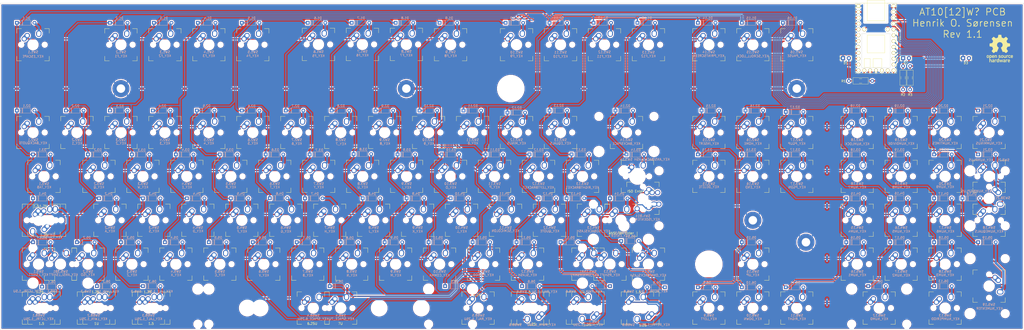
<source format=kicad_pcb>
(kicad_pcb (version 20171130) (host pcbnew "(5.1.2-1)-1")
  (layers (0 F.Cu signal) (31 B.Cu signal) (34 B.Paste user) (35 F.Paste user) (36 B.SilkS user) (37 F.SilkS user) (38 B.Mask user) (39 F.Mask user) (44 Edge.Cuts user))
  (net 0 "")
  (net 1 GND)
  (net 2 "Net-(D1.11-Pad2)")
  (net 3 "Net-(D1.13-Pad2)")
  (net 4 COL4)
  (net 5 "Net-(D1.9-Pad2)")
  (net 6 COL9)
  (net 7 "Net-(D1.7-Pad2)")
  (net 8 COL2)
  (net 9 "Net-(D1.15-Pad2)")
  (net 10 "Net-(D1.5-Pad2)")
  (net 11 COL5)
  (net 12 "Net-(D1.12-Pad2)")
  (net 13 "Net-(D1.10-Pad2)")
  (net 14 COL10)
  (net 15 "Net-(D1.3-Pad2)")
  (net 16 COL3)
  (net 17 "Net-(D1.8-Pad2)")
  (net 18 COL1)
  (net 19 "Net-(D1.14-Pad2)")
  (net 20 "Net-(D1.16-Pad2)")
  (net 21 "Net-(D1.6-Pad2)")
  (net 22 "Net-(D2.6-Pad2)")
  (net 23 "Net-(D2.16-Pad2)")
  (net 24 "Net-(D2.8-Pad2)")
  (net 25 "Net-(D2.14-Pad2)")
  (net 26 "Net-(D2.10-Pad2)")
  (net 27 "Net-(D2.3-Pad2)")
  (net 28 "Net-(D2.15-Pad2)")
  (net 29 "Net-(D2.5-Pad2)")
  (net 30 "Net-(D2.12-Pad2)")
  (net 31 "Net-(D2.13-Pad2)")
  (net 32 "Net-(D2.11-Pad2)")
  (net 33 "Net-(D2.9-Pad2)")
  (net 34 "Net-(D2.4-Pad2)")
  (net 35 "Net-(D2.7-Pad2)")
  (net 36 "Net-(D3.6-Pad2)")
  (net 37 "Net-(D3.16-Pad2)")
  (net 38 "Net-(D3.9-Pad2)")
  (net 39 "Net-(D3.11-Pad2)")
  (net 40 "Net-(D3.4-Pad2)")
  (net 41 "Net-(D3.12-Pad2)")
  (net 42 "Net-(D3.15-Pad2)")
  (net 43 "Net-(D3.14-Pad2)")
  (net 44 "Net-(D3.10-Pad2)")
  (net 45 "Net-(D3.13-Pad2)")
  (net 46 "Net-(D3.7-Pad2)")
  (net 47 "Net-(D3.5-Pad2)")
  (net 48 "Net-(D3.8-Pad2)")
  (net 49 "Net-(D3.3-Pad2)")
  (net 50 "Net-(D4.9-Pad2)")
  (net 51 "Net-(D4.3-Pad2)")
  (net 52 "Net-(D4.8-Pad2)")
  (net 53 "Net-(D4.13-Pad2)")
  (net 54 "Net-(D4.5-Pad2)")
  (net 55 "Net-(D4.7-Pad2)")
  (net 56 "Net-(D4.12-Pad2)")
  (net 57 "Net-(D4.14-Pad2)")
  (net 58 "Net-(D4.4-Pad2)")
  (net 59 "Net-(D4.10-Pad2)")
  (net 60 "Net-(D4.11-Pad2)")
  (net 61 "Net-(D4.6-Pad2)")
  (net 62 "Net-(D5.13-Pad2)")
  (net 63 "Net-(D5.4-Pad2)")
  (net 64 "Net-(D5.15-Pad2)")
  (net 65 "Net-(D5.6-Pad2)")
  (net 66 "Net-(D5.12-Pad2)")
  (net 67 "Net-(D5.7-Pad2)")
  (net 68 "Net-(D5.11-Pad2)")
  (net 69 "Net-(D5.3-Pad2)")
  (net 70 "Net-(D5.9-Pad2)")
  (net 71 "Net-(D5.8-Pad2)")
  (net 72 "Net-(D5.5-Pad2)")
  (net 73 "Net-(D5.16-Pad2)")
  (net 74 "Net-(D5.14-Pad2)")
  (net 75 "Net-(D5.10-Pad2)")
  (net 76 "Net-(D6.10-Pad2)")
  (net 77 "Net-(D6.3-Pad2)")
  (net 78 "Net-(D6.5-Pad2)")
  (net 79 "Net-(D6.13-Pad2)")
  (net 80 "Net-(D6.4-Pad2)")
  (net 81 ROW1)
  (net 82 ROW2)
  (net 83 ROW3)
  (net 84 ROW4)
  (net 85 ROW5)
  (net 86 ROW6)
  (net 87 COL6)
  (net 88 COL7)
  (net 89 COL8)
  (net 90 +5V)
  (net 91 "Net-(D2.19-Pad2)")
  (net 92 "Net-(D2.17-Pad2)")
  (net 93 "Net-(D2.21-Pad2)")
  (net 94 "Net-(D2.20-Pad2)")
  (net 95 "Net-(D2.18-Pad2)")
  (net 96 "Net-(D3.20-Pad2)")
  (net 97 "Net-(D3.21-Pad2)")
  (net 98 "Net-(D3.18-Pad2)")
  (net 99 "Net-(D3.17-Pad2)")
  (net 100 "Net-(D3.19-Pad2)")
  (net 101 "Net-(D5.18-Pad2)")
  (net 102 "Net-(D4.16-Pad2)")
  (net 103 "Net-(D4.15-Pad2)")
  (net 104 NUM_LOCK_LED)
  (net 105 CAPS_LOCK_LED)
  (net 106 SCROLL_LOCK_LED)
  (net 107 /NUMLOCK)
  (net 108 /CAPSLOCK)
  (net 109 /SCROLLOCK)
  (net 110 ROW8)
  (net 111 ROW7)
  (net 112 ROW10)
  (net 113 ROW9)
  (net 114 ROW11)
  (net 115 "Net-(U1-Pad31)")
  (net 116 "Net-(U1-Pad16)")
  (net 117 ROW12)
  (net 118 "Net-(D1.4-Pad2)")
  (net 119 "Net-(D1.1-Pad2)")
  (net 120 "Net-(D1.2-Pad2)")
  (net 121 "Net-(D2.1-Pad2)")
  (net 122 "Net-(D2.2-Pad2)")
  (net 123 "Net-(D3.1-Pad2)")
  (net 124 "Net-(D3.2-Pad2)")
  (net 125 "Net-(D4.2-Pad2)")
  (net 126 "Net-(D4.17-Pad2)")
  (net 127 "Net-(D4.18-Pad2)")
  (net 128 "Net-(D4.1-Pad2)")
  (net 129 "Net-(D5.1-Pad2)")
  (net 130 "Net-(D5.2-Pad2)")
  (net 131 "Net-(D5.17-Pad2)")
  (net 132 "Net-(D5.19-Pad2)")
  (net 133 "Net-(D6.12-Pad2)")
  (net 134 "Net-(D6.1-Pad2)")
  (net 135 "Net-(D6.2-Pad2)")
  (net 136 "Net-(D6.7-Pad2)")
  (net 137 "Net-(D6.8-Pad2)")
  (net 138 "Net-(D6.9-Pad2)")
  (net 139 "Net-(D6.6-Pad2)")
  (net 140 "Net-(D6.11-Pad2)")
  (module MX_Alps_Hybrid:MX-Big-Ass-Enter-NoLED (layer F.Cu) (at 382.55575 135.89)
    (fp_text reference SW4.14 (at 0.09525 5.334) (layer B.SilkS) (effects (justify mirror)))
    (fp_text value KEY_ENTER (at -0.15875 6.731) (layer B.SilkS) (effects (justify mirror)))
    (pad "" np_thru_hole circle (at 7.14375 -19.05) (size 6.5 6.5) (drill 6.5) (layers *.Cu *.Mask))
    (pad "" np_thru_hole circle (at 11.938 8.255) (size 3.9878 3.9878) (drill 3.9878) (layers *.Cu *.Mask))
    (pad "" np_thru_hole circle (at -11.938 8.255) (size 3.9878 3.9878) (drill 3.9878) (layers *.Cu *.Mask))
    (pad "" np_thru_hole circle (at 11.938 -6.985) (size 3.048 3.048) (drill 3.048) (layers *.Cu *.Mask))
    (pad "" np_thru_hole circle (at -11.938 -6.985) (size 3.048 3.048) (drill 3.048) (layers *.Cu *.Mask))
    (pad "" np_thru_hole circle (at 5.08 0 48.0996) (size 1.75 1.75) (drill 1.75) (layers *.Cu *.Mask))
    (pad "" np_thru_hole circle (at -5.08 0 48.0996) (size 1.75 1.75) (drill 1.75) (layers *.Cu *.Mask))
    (pad 1 thru_hole circle (at -2.5 -4) (size 2.25 2.25) (drill 1.47) (layers *.Cu *.Mask) (net 110 ROW8))
    (pad "" np_thru_hole circle (at 0 0) (size 3.9878 3.9878) (drill 3.9878) (layers *.Cu *.Mask))
    (pad 1 thru_hole oval (at -3.81 -2.54 48) (size 4.211556 2.25) (drill 1.47 (offset 0.980778 0)) (layers *.Cu *.Mask) (net 110 ROW8))
    (pad 2 thru_hole circle (at 2.54 -5.08) (size 2.25 2.25) (drill 1.47) (layers *.Cu *.Mask) (net 57 "Net-(D4.14-Pad2)"))
    (pad 2 thru_hole oval (at 2.5 -4.5 86) (size 2.831378 2.25) (drill 1.47 (offset 0.290689 0)) (layers *.Cu *.Mask) (net 57 "Net-(D4.14-Pad2)"))
  )
  (module Symbol:OSHW-Logo_11.4x12mm_SilkScreen (layer F.Cu) (at 546.735 61.341)
    (fp_text reference REF** hide)
    (fp_text value OSHW-Logo_11.4x12mm_SilkScreen hide)
  )
  (module MX_Alps_Hybrid:MX-1U-NoLED (layer F.Cu) (at 251.46 59.563)
    (fp_text reference SW1.6 (at 0 3.175) (layer B.SilkS) (effects (justify mirror)))
    (fp_text value KEY_F5 (at 0 4.953) (layer B.SilkS) (effects (justify mirror)))
    (pad "" np_thru_hole circle (at 5.08 0 48.0996) (size 1.75 1.75) (drill 1.75) (layers *.Cu *.Mask))
    (pad "" np_thru_hole circle (at -5.08 0 48.0996) (size 1.75 1.75) (drill 1.75) (layers *.Cu *.Mask))
    (pad 1 thru_hole circle (at -2.5 -4) (size 2.25 2.25) (drill 1.47) (layers *.Cu *.Mask) (net 81 ROW1))
    (pad "" np_thru_hole circle (at 0 0) (size 3.9878 3.9878) (drill 3.9878) (layers *.Cu *.Mask))
    (pad 1 thru_hole oval (at -3.81 -2.54 48) (size 4.211556 2.25) (drill 1.47 (offset 0.980778 0)) (layers *.Cu *.Mask) (net 81 ROW1))
    (pad 2 thru_hole circle (at 2.54 -5.08) (size 2.25 2.25) (drill 1.47) (layers *.Cu *.Mask) (net 21 "Net-(D1.6-Pad2)"))
    (pad 2 thru_hole oval (at 2.5 -4.5 86) (size 2.831378 2.25) (drill 1.47 (offset 0.290689 0)) (layers *.Cu *.Mask) (net 21 "Net-(D1.6-Pad2)"))
  )
  (module MX_Alps_Hybrid:MX-1U-NoLED (layer F.Cu) (at 184.912 59.69)
    (fp_text reference SW1.3 (at 0 3.175) (layer B.SilkS) (effects (justify mirror)))
    (fp_text value KEY_F2 (at 0 4.826) (layer B.SilkS) (effects (justify mirror)))
    (pad "" np_thru_hole circle (at 5.08 0 48.0996) (size 1.75 1.75) (drill 1.75) (layers *.Cu *.Mask))
    (pad "" np_thru_hole circle (at -5.08 0 48.0996) (size 1.75 1.75) (drill 1.75) (layers *.Cu *.Mask))
    (pad 1 thru_hole circle (at -2.5 -4) (size 2.25 2.25) (drill 1.47) (layers *.Cu *.Mask) (net 81 ROW1))
    (pad "" np_thru_hole circle (at 0 0) (size 3.9878 3.9878) (drill 3.9878) (layers *.Cu *.Mask))
    (pad 1 thru_hole oval (at -3.81 -2.54 48) (size 4.211556 2.25) (drill 1.47 (offset 0.980778 0)) (layers *.Cu *.Mask) (net 81 ROW1))
    (pad 2 thru_hole circle (at 2.54 -5.08) (size 2.25 2.25) (drill 1.47) (layers *.Cu *.Mask) (net 15 "Net-(D1.3-Pad2)"))
    (pad 2 thru_hole oval (at 2.5 -4.5 86) (size 2.831378 2.25) (drill 1.47 (offset 0.290689 0)) (layers *.Cu *.Mask) (net 15 "Net-(D1.3-Pad2)"))
  )
  (module MX_Alps_Hybrid:MX-1U-NoLED (layer F.Cu) (at 203.962 59.69)
    (fp_text reference SW1.4 (at 0 3.175) (layer B.SilkS) (effects (justify mirror)))
    (fp_text value KEY_F3 (at 0 4.826) (layer B.SilkS) (effects (justify mirror)))
    (pad "" np_thru_hole circle (at 5.08 0 48.0996) (size 1.75 1.75) (drill 1.75) (layers *.Cu *.Mask))
    (pad "" np_thru_hole circle (at -5.08 0 48.0996) (size 1.75 1.75) (drill 1.75) (layers *.Cu *.Mask))
    (pad 1 thru_hole circle (at -2.5 -4) (size 2.25 2.25) (drill 1.47) (layers *.Cu *.Mask) (net 81 ROW1))
    (pad "" np_thru_hole circle (at 0 0) (size 3.9878 3.9878) (drill 3.9878) (layers *.Cu *.Mask))
    (pad 1 thru_hole oval (at -3.81 -2.54 48) (size 4.211556 2.25) (drill 1.47 (offset 0.980778 0)) (layers *.Cu *.Mask) (net 81 ROW1))
    (pad 2 thru_hole circle (at 2.54 -5.08) (size 2.25 2.25) (drill 1.47) (layers *.Cu *.Mask) (net 118 "Net-(D1.4-Pad2)"))
    (pad 2 thru_hole oval (at 2.5 -4.5 86) (size 2.831378 2.25) (drill 1.47 (offset 0.290689 0)) (layers *.Cu *.Mask) (net 118 "Net-(D1.4-Pad2)"))
  )
  (module MX_Alps_Hybrid:MX-1U-NoLED (layer F.Cu) (at 165.862 59.69)
    (fp_text reference SW1.2 (at 0 3.175) (layer B.SilkS) (effects (justify mirror)))
    (fp_text value KEY_F1 (at 0 4.953) (layer B.SilkS) (effects (justify mirror)))
    (pad "" np_thru_hole circle (at 5.08 0 48.0996) (size 1.75 1.75) (drill 1.75) (layers *.Cu *.Mask))
    (pad "" np_thru_hole circle (at -5.08 0 48.0996) (size 1.75 1.75) (drill 1.75) (layers *.Cu *.Mask))
    (pad 1 thru_hole circle (at -2.5 -4) (size 2.25 2.25) (drill 1.47) (layers *.Cu *.Mask) (net 81 ROW1))
    (pad "" np_thru_hole circle (at 0 0) (size 3.9878 3.9878) (drill 3.9878) (layers *.Cu *.Mask))
    (pad 1 thru_hole oval (at -3.81 -2.54 48) (size 4.211556 2.25) (drill 1.47 (offset 0.980778 0)) (layers *.Cu *.Mask) (net 81 ROW1))
    (pad 2 thru_hole circle (at 2.54 -5.08) (size 2.25 2.25) (drill 1.47) (layers *.Cu *.Mask) (net 120 "Net-(D1.2-Pad2)"))
    (pad 2 thru_hole oval (at 2.5 -4.5 86) (size 2.831378 2.25) (drill 1.47 (offset 0.290689 0)) (layers *.Cu *.Mask) (net 120 "Net-(D1.2-Pad2)"))
  )
  (module MX_Alps_Hybrid:MX-1U-NoLED (layer F.Cu) (at 127.762 59.69)
    (fp_text reference SW1.1 (at 0 3.175) (layer B.SilkS) (effects (justify mirror)))
    (fp_text value KEY_ESCAPE (at 0 5.08) (layer B.SilkS) (effects (justify mirror)))
    (pad "" np_thru_hole circle (at 5.08 0 48.0996) (size 1.75 1.75) (drill 1.75) (layers *.Cu *.Mask))
    (pad "" np_thru_hole circle (at -5.08 0 48.0996) (size 1.75 1.75) (drill 1.75) (layers *.Cu *.Mask))
    (pad 1 thru_hole circle (at -2.5 -4) (size 2.25 2.25) (drill 1.47) (layers *.Cu *.Mask) (net 81 ROW1))
    (pad "" np_thru_hole circle (at 0 0) (size 3.9878 3.9878) (drill 3.9878) (layers *.Cu *.Mask))
    (pad 1 thru_hole oval (at -3.81 -2.54 48) (size 4.211556 2.25) (drill 1.47 (offset 0.980778 0)) (layers *.Cu *.Mask) (net 81 ROW1))
    (pad 2 thru_hole circle (at 2.54 -5.08) (size 2.25 2.25) (drill 1.47) (layers *.Cu *.Mask) (net 119 "Net-(D1.1-Pad2)"))
    (pad 2 thru_hole oval (at 2.5 -4.5 86) (size 2.831378 2.25) (drill 1.47 (offset 0.290689 0)) (layers *.Cu *.Mask) (net 119 "Net-(D1.1-Pad2)"))
  )
  (module MX_Alps_Hybrid:MX-1.75U-NoLED (layer F.Cu) (at 134.90575 135.89)
    (fp_text reference SW4.1 (at -0.00635 6.1214) (layer B.SilkS) (effects (justify mirror)))
    (fp_text value KEY_CAPSLOCK (at 0 7.4295) (layer B.SilkS) (effects (justify mirror)))
    (pad "" np_thru_hole circle (at 5.08 0 48.0996) (size 1.75 1.75) (drill 1.75) (layers *.Cu *.Mask))
    (pad "" np_thru_hole circle (at -5.08 0 48.0996) (size 1.75 1.75) (drill 1.75) (layers *.Cu *.Mask))
    (pad 1 thru_hole circle (at -2.5 -4) (size 2.25 2.25) (drill 1.47) (layers *.Cu *.Mask) (net 111 ROW7))
    (pad "" np_thru_hole circle (at 0 0) (size 3.9878 3.9878) (drill 3.9878) (layers *.Cu *.Mask))
    (pad 1 thru_hole oval (at -3.81 -2.54 48) (size 4.211556 2.25) (drill 1.47 (offset 0.980778 0)) (layers *.Cu *.Mask) (net 111 ROW7))
    (pad 2 thru_hole circle (at 2.54 -5.08) (size 2.25 2.25) (drill 1.47) (layers *.Cu *.Mask) (net 128 "Net-(D4.1-Pad2)"))
    (pad 2 thru_hole oval (at 2.5 -4.5 86) (size 2.831378 2.25) (drill 1.47 (offset 0.290689 0)) (layers *.Cu *.Mask) (net 128 "Net-(D4.1-Pad2)"))
  )
  (module MX_Alps_Hybrid:MX-1U-NoLED (layer F.Cu) (at 484.9495 97.79)
    (fp_text reference SW2.18 (at 0 3.175) (layer B.SilkS) (effects (justify mirror)))
    (fp_text value KEY_NUMLOCK (at 0 4.953) (layer B.SilkS) (effects (justify mirror)))
    (pad "" np_thru_hole circle (at 5.08 0 48.0996) (size 1.75 1.75) (drill 1.75) (layers *.Cu *.Mask))
    (pad "" np_thru_hole circle (at -5.08 0 48.0996) (size 1.75 1.75) (drill 1.75) (layers *.Cu *.Mask))
    (pad 1 thru_hole circle (at -2.5 -4) (size 2.25 2.25) (drill 1.47) (layers *.Cu *.Mask) (net 84 ROW4))
    (pad "" np_thru_hole circle (at 0 0) (size 3.9878 3.9878) (drill 3.9878) (layers *.Cu *.Mask))
    (pad 1 thru_hole oval (at -3.81 -2.54 48) (size 4.211556 2.25) (drill 1.47 (offset 0.980778 0)) (layers *.Cu *.Mask) (net 84 ROW4))
    (pad 2 thru_hole circle (at 2.54 -5.08) (size 2.25 2.25) (drill 1.47) (layers *.Cu *.Mask) (net 95 "Net-(D2.18-Pad2)"))
    (pad 2 thru_hole oval (at 2.5 -4.5 86) (size 2.831378 2.25) (drill 1.47 (offset 0.290689 0)) (layers *.Cu *.Mask) (net 95 "Net-(D2.18-Pad2)"))
  )
  (module MX_Alps_Hybrid:MX-1U-NoLED (layer F.Cu) (at 439.70575 59.69)
    (fp_text reference SW1.15 (at 0 3.175) (layer B.SilkS) (effects (justify mirror)))
    (fp_text value KEY_SCROLL_LOCK (at 0 4.953) (layer B.SilkS) (effects (justify mirror)))
    (pad "" np_thru_hole circle (at 5.08 0 48.0996) (size 1.75 1.75) (drill 1.75) (layers *.Cu *.Mask))
    (pad "" np_thru_hole circle (at -5.08 0 48.0996) (size 1.75 1.75) (drill 1.75) (layers *.Cu *.Mask))
    (pad 1 thru_hole circle (at -2.5 -4) (size 2.25 2.25) (drill 1.47) (layers *.Cu *.Mask) (net 82 ROW2))
    (pad "" np_thru_hole circle (at 0 0) (size 3.9878 3.9878) (drill 3.9878) (layers *.Cu *.Mask))
    (pad 1 thru_hole oval (at -3.81 -2.54 48) (size 4.211556 2.25) (drill 1.47 (offset 0.980778 0)) (layers *.Cu *.Mask) (net 82 ROW2))
    (pad 2 thru_hole circle (at 2.54 -5.08) (size 2.25 2.25) (drill 1.47) (layers *.Cu *.Mask) (net 9 "Net-(D1.15-Pad2)"))
    (pad 2 thru_hole oval (at 2.5 -4.5 86) (size 2.831378 2.25) (drill 1.47 (offset 0.290689 0)) (layers *.Cu *.Mask) (net 9 "Net-(D1.15-Pad2)"))
  )
  (module MX_Alps_Hybrid:MX-1.25U-NoLED (layer F.Cu) (at 130.14325 135.89 180)
    (fp_text reference SW4C.1 hide)
    (fp_text value KEY_CAPSLOCK_1.25 hide)
    (pad "" np_thru_hole circle (at 5.08 0 228.0996) (size 1.75 1.75) (drill 1.75) (layers *.Cu *.Mask))
    (pad "" np_thru_hole circle (at -5.08 0 228.0996) (size 1.75 1.75) (drill 1.75) (layers *.Cu *.Mask))
    (pad 1 thru_hole circle (at -2.5 -4 180) (size 2.25 2.25) (drill 1.47) (layers *.Cu *.Mask) (net 111 ROW7))
    (pad "" np_thru_hole circle (at 0 0 180) (size 3.9878 3.9878) (drill 3.9878) (layers *.Cu *.Mask))
    (pad 1 thru_hole oval (at -3.81 -2.54 228) (size 4.211556 2.25) (drill 1.47 (offset 0.980778 0)) (layers *.Cu *.Mask) (net 111 ROW7))
    (pad 2 thru_hole circle (at 2.54 -5.08 180) (size 2.25 2.25) (drill 1.47) (layers *.Cu *.Mask) (net 128 "Net-(D4.1-Pad2)"))
    (pad 2 thru_hole oval (at 2.5 -4.5 266) (size 2.831378 2.25) (drill 1.47 (offset 0.290689 0)) (layers *.Cu *.Mask) (net 128 "Net-(D4.1-Pad2)"))
  )
  (module MX_Alps_Hybrid:MX-1.5U-NoLED (layer F.Cu) (at 132.5245 135.89)
    (fp_text reference SW4.B1 hide)
    (fp_text value KEY_CAPSLOCK_1.5 hide)
    (pad "" np_thru_hole circle (at 5.08 0 48.0996) (size 1.75 1.75) (drill 1.75) (layers *.Cu *.Mask))
    (pad "" np_thru_hole circle (at -5.08 0 48.0996) (size 1.75 1.75) (drill 1.75) (layers *.Cu *.Mask))
    (pad 1 thru_hole circle (at -2.5 -4) (size 2.25 2.25) (drill 1.47) (layers *.Cu *.Mask) (net 111 ROW7))
    (pad "" np_thru_hole circle (at 0 0) (size 3.9878 3.9878) (drill 3.9878) (layers *.Cu *.Mask))
    (pad 1 thru_hole oval (at -3.81 -2.54 48) (size 4.211556 2.25) (drill 1.47 (offset 0.980778 0)) (layers *.Cu *.Mask) (net 111 ROW7))
    (pad 2 thru_hole circle (at 2.54 -5.08) (size 2.25 2.25) (drill 1.47) (layers *.Cu *.Mask) (net 128 "Net-(D4.1-Pad2)"))
    (pad 2 thru_hole oval (at 2.5 -4.5 86) (size 2.831378 2.25) (drill 1.47 (offset 0.290689 0)) (layers *.Cu *.Mask) (net 128 "Net-(D4.1-Pad2)"))
  )
  (module Resistor_THT:R_Axial_DIN0207_L6.3mm_D2.5mm_P10.16mm_Horizontal (layer F.Cu) (at 481.3173 75.3999)
    (fp_text reference R1 (at -2.2733 0.1016) (layer F.SilkS))
    (fp_text value 330Ω)
    (pad 2 thru_hole oval (at 10.16 0) (size 1.6 1.6) (drill 0.8) (layers *.Cu *.Mask) (net 107 /NUMLOCK))
    (pad 1 thru_hole circle (at 0 0) (size 1.6 1.6) (drill 0.8) (layers *.Cu *.Mask) (net 104 NUM_LOCK_LED))
  )
  (module teensy:Teensy2.0 (layer F.Cu) (at 493.0902 56.8706 270)
    (fp_text reference U1 (at 0 -10.16 90) (layer F.SilkS))
    (fp_text value Teensy2.0)
    (pad 31 thru_hole circle (at -3.81 -5.08 270) (size 1.6 1.6) (drill 1.1) (layers *.Cu *.Mask F.SilkS) (net 115 "Net-(U1-Pad31)"))
    (pad 30 thru_hole circle (at -3.81 5.08 270) (size 1.6 1.6) (drill 1.1) (layers *.Cu *.Mask F.SilkS) (net 109 /SCROLLOCK))
    (pad 29 thru_hole circle (at -13.97 -7.62 270) (size 1.6 1.6) (drill 1.1) (layers *.Cu *.Mask F.SilkS) (net 90 +5V))
    (pad 28 thru_hole circle (at -11.43 -7.62 270) (size 1.6 1.6) (drill 1.1) (layers *.Cu *.Mask F.SilkS) (net 14 COL10))
    (pad 27 thru_hole circle (at -8.89 -7.62 270) (size 1.6 1.6) (drill 1.1) (layers *.Cu *.Mask F.SilkS) (net 6 COL9))
    (pad 26 thru_hole circle (at -6.35 -7.62 270) (size 1.6 1.6) (drill 1.1) (layers *.Cu *.Mask F.SilkS) (net 89 COL8))
    (pad 25 thru_hole circle (at -3.81 -7.62 270) (size 1.6 1.6) (drill 1.1) (layers *.Cu *.Mask F.SilkS) (net 88 COL7))
    (pad 24 thru_hole circle (at -1.27 -7.62 270) (size 1.6 1.6) (drill 1.1) (layers *.Cu *.Mask F.SilkS) (net 87 COL6))
    (pad 23 thru_hole circle (at 1.27 -7.62 270) (size 1.6 1.6) (drill 1.1) (layers *.Cu *.Mask F.SilkS) (net 11 COL5))
    (pad 22 thru_hole circle (at 3.81 -7.62 270) (size 1.6 1.6) (drill 1.1) (layers *.Cu *.Mask F.SilkS) (net 4 COL4))
    (pad 21 thru_hole circle (at 6.35 -7.62 270) (size 1.6 1.6) (drill 1.1) (layers *.Cu *.Mask F.SilkS) (net 16 COL3))
    (pad 20 thru_hole circle (at 8.89 -7.62 270) (size 1.6 1.6) (drill 1.1) (layers *.Cu *.Mask F.SilkS) (net 8 COL2))
    (pad 19 thru_hole circle (at 11.43 -7.62 270) (size 1.6 1.6) (drill 1.1) (layers *.Cu *.Mask F.SilkS) (net 18 COL1))
    (pad 18 thru_hole circle (at 13.97 -7.62 270) (size 1.6 1.6) (drill 1.1) (layers *.Cu *.Mask F.SilkS) (net 108 /CAPSLOCK))
    (pad 17 thru_hole circle (at 13.97 -5.08 270) (size 1.6 1.6) (drill 1.1) (layers *.Cu *.Mask F.SilkS) (net 107 /NUMLOCK))
    (pad 16 thru_hole circle (at 13.97 -2.54 270) (size 1.6 1.6) (drill 1.1) (layers *.Cu *.Mask F.SilkS) (net 116 "Net-(U1-Pad16)"))
    (pad 14 thru_hole circle (at 13.97 2.54 270) (size 1.6 1.6) (drill 1.1) (layers *.Cu *.Mask F.SilkS) (net 90 +5V))
    (pad 13 thru_hole circle (at 13.97 5.08 270) (size 1.6 1.6) (drill 1.1) (layers *.Cu *.Mask F.SilkS) (net 84 ROW4))
    (pad 12 thru_hole circle (at 13.97 7.62 270) (size 1.6 1.6) (drill 1.1) (layers *.Cu *.Mask F.SilkS) (net 86 ROW6))
    (pad 11 thru_hole circle (at 11.43 7.62 270) (size 1.6 1.6) (drill 1.1) (layers *.Cu *.Mask F.SilkS) (net 110 ROW8))
    (pad 10 thru_hole circle (at 8.89 7.62 270) (size 1.6 1.6) (drill 1.1) (layers *.Cu *.Mask F.SilkS) (net 112 ROW10))
    (pad 9 thru_hole circle (at 6.35 7.62 270) (size 1.6 1.6) (drill 1.1) (layers *.Cu *.Mask F.SilkS) (net 117 ROW12))
    (pad 8 thru_hole circle (at 3.81 7.62 270) (size 1.6 1.6) (drill 1.1) (layers *.Cu *.Mask F.SilkS) (net 114 ROW11))
    (pad 7 thru_hole circle (at 1.27 7.62 270) (size 1.6 1.6) (drill 1.1) (layers *.Cu *.Mask F.SilkS) (net 113 ROW9))
    (pad 6 thru_hole circle (at -1.27 7.62 270) (size 1.6 1.6) (drill 1.1) (layers *.Cu *.Mask F.SilkS) (net 111 ROW7))
    (pad 5 thru_hole circle (at -3.81 7.62 270) (size 1.6 1.6) (drill 1.1) (layers *.Cu *.Mask F.SilkS) (net 85 ROW5))
    (pad 4 thru_hole circle (at -6.35 7.62 270) (size 1.6 1.6) (drill 1.1) (layers *.Cu *.Mask F.SilkS) (net 83 ROW3))
    (pad 3 thru_hole circle (at -8.89 7.62 270) (size 1.6 1.6) (drill 1.1) (layers *.Cu *.Mask F.SilkS) (net 81 ROW1))
    (pad 2 thru_hole circle (at -11.43 7.62 270) (size 1.6 1.6) (drill 1.1) (layers *.Cu *.Mask F.SilkS) (net 82 ROW2))
    (pad 1 thru_hole rect (at -13.97 7.62 270) (size 1.6 1.6) (drill 1.1) (layers *.Cu *.Mask F.SilkS) (net 1 GND))
    (pad 15 thru_hole circle (at 13.97 0 270) (size 1.6 1.6) (drill 1.1) (layers *.Cu *.Mask F.SilkS) (net 1 GND))
  )
  (module MX_Alps_Hybrid:MX-1U-NoLED (layer F.Cu) (at 261.112 97.79)
    (fp_text reference SW2.8 (at 0 3.175) (layer B.SilkS) (effects (justify mirror)))
    (fp_text value KEY_7 (at 0.127 4.953) (layer B.SilkS) (effects (justify mirror)))
    (pad "" np_thru_hole circle (at 5.08 0 48.0996) (size 1.75 1.75) (drill 1.75) (layers *.Cu *.Mask))
    (pad "" np_thru_hole circle (at -5.08 0 48.0996) (size 1.75 1.75) (drill 1.75) (layers *.Cu *.Mask))
    (pad 1 thru_hole circle (at -2.5 -4) (size 2.25 2.25) (drill 1.47) (layers *.Cu *.Mask) (net 83 ROW3))
    (pad "" np_thru_hole circle (at 0 0) (size 3.9878 3.9878) (drill 3.9878) (layers *.Cu *.Mask))
    (pad 1 thru_hole oval (at -3.81 -2.54 48) (size 4.211556 2.25) (drill 1.47 (offset 0.980778 0)) (layers *.Cu *.Mask) (net 83 ROW3))
    (pad 2 thru_hole circle (at 2.54 -5.08) (size 2.25 2.25) (drill 1.47) (layers *.Cu *.Mask) (net 24 "Net-(D2.8-Pad2)"))
    (pad 2 thru_hole oval (at 2.5 -4.5 86) (size 2.831378 2.25) (drill 1.47 (offset 0.290689 0)) (layers *.Cu *.Mask) (net 24 "Net-(D2.8-Pad2)"))
  )
  (module MountingHole:MountingHole_11mm (layer F.Cu) (at 334.812 78.74)
    (fp_text reference H7 hide)
    (fp_text value MountingHole)
    (pad "" np_thru_hole circle (at 0 0) (size 11 11) (drill 11) (layers *.Cu *.Mask))
  )
  (module MountingHole:MountingHole_11mm (layer F.Cu) (at 420.65575 154.94)
    (fp_text reference H6 hide)
    (fp_text value MountingHole)
    (pad "" np_thru_hole circle (at 0 0) (size 11 11) (drill 11) (layers *.Cu *.Mask))
  )
  (module MountingHole:MountingHole_3.7mm_Pad (layer F.Cu) (at 439.70575 135.89)
    (fp_text reference H1 hide)
    (fp_text value MountingHole_Pad)
    (pad 1 thru_hole circle (at 0 0) (size 7.4 7.4) (drill 3.7) (layers *.Cu *.Mask) (net 1 GND))
  )
  (module MountingHole:MountingHole_3.7mm_Pad (layer F.Cu) (at 458.75575 78.74)
    (fp_text reference H5 hide)
    (fp_text value MountingHole_Pad)
    (pad 1 thru_hole circle (at 0 0) (size 7.4 7.4) (drill 3.7) (layers *.Cu *.Mask) (net 1 GND))
  )
  (module MountingHole:MountingHole_3.7mm_Pad (layer F.Cu) (at 462.7245 145.415)
    (fp_text reference H4 hide)
    (fp_text value MountingHole_Pad)
    (pad 1 thru_hole circle (at 0 0) (size 7.4 7.4) (drill 3.7) (layers *.Cu *.Mask) (net 1 GND))
  )
  (module MountingHole:MountingHole_3.7mm_Pad (layer F.Cu) (at 289.56 78.74)
    (fp_text reference H3 hide)
    (fp_text value MountingHole_Pad)
    (pad 1 thru_hole circle (at 0 0) (size 7.4 7.4) (drill 3.7) (layers *.Cu *.Mask) (net 1 GND))
  )
  (module MountingHole:MountingHole_3.7mm_Pad (layer F.Cu) (at 165.862 78.74)
    (fp_text reference H2 hide)
    (fp_text value MountingHole_Pad)
    (pad 1 thru_hole circle (at 0 0) (size 7.4 7.4) (drill 3.7) (layers *.Cu *.Mask) (net 1 GND))
  )
  (module MX_Alps_Hybrid:MX-1U-NoLED (layer F.Cu) (at 420.65575 173.99)
    (fp_text reference SW6.9 (at 0 3.175) (layer B.SilkS) (effects (justify mirror)))
    (fp_text value KEY_LEFT (at 0 4.699) (layer B.SilkS) (effects (justify mirror)))
    (pad "" np_thru_hole circle (at 5.08 0 48.0996) (size 1.75 1.75) (drill 1.75) (layers *.Cu *.Mask))
    (pad "" np_thru_hole circle (at -5.08 0 48.0996) (size 1.75 1.75) (drill 1.75) (layers *.Cu *.Mask))
    (pad 1 thru_hole circle (at -2.5 -4) (size 2.25 2.25) (drill 1.47) (layers *.Cu *.Mask) (net 117 ROW12))
    (pad "" np_thru_hole circle (at 0 0) (size 3.9878 3.9878) (drill 3.9878) (layers *.Cu *.Mask))
    (pad 1 thru_hole oval (at -3.81 -2.54 48) (size 4.211556 2.25) (drill 1.47 (offset 0.980778 0)) (layers *.Cu *.Mask) (net 117 ROW12))
    (pad 2 thru_hole circle (at 2.54 -5.08) (size 2.25 2.25) (drill 1.47) (layers *.Cu *.Mask) (net 138 "Net-(D6.9-Pad2)"))
    (pad 2 thru_hole oval (at 2.5 -4.5 86) (size 2.831378 2.25) (drill 1.47 (offset 0.290689 0)) (layers *.Cu *.Mask) (net 138 "Net-(D6.9-Pad2)"))
  )
  (module MX_Alps_Hybrid:MX-2U-ReversedStabilizers-NoLED (layer F.Cu) (at 494.4745 173.99)
    (fp_text reference SW6.12 (at 0 3.175) (layer B.SilkS) (effects (justify mirror)))
    (fp_text value KEY_NUM0 (at 0 4.699) (layer B.SilkS) (effects (justify mirror)))
    (pad "" np_thru_hole circle (at 11.938 -8.255) (size 3.9878 3.9878) (drill 3.9878) (layers *.Cu *.Mask))
    (pad "" np_thru_hole circle (at -11.938 -8.255) (size 3.9878 3.9878) (drill 3.9878) (layers *.Cu *.Mask))
    (pad "" np_thru_hole circle (at 11.938 6.985) (size 3.048 3.048) (drill 3.048) (layers *.Cu *.Mask))
    (pad "" np_thru_hole circle (at -11.938 6.985) (size 3.048 3.048) (drill 3.048) (layers *.Cu *.Mask))
    (pad "" np_thru_hole circle (at 5.08 0 48.0996) (size 1.75 1.75) (drill 1.75) (layers *.Cu *.Mask))
    (pad "" np_thru_hole circle (at -5.08 0 48.0996) (size 1.75 1.75) (drill 1.75) (layers *.Cu *.Mask))
    (pad 1 thru_hole circle (at -2.5 -4) (size 2.25 2.25) (drill 1.47) (layers *.Cu *.Mask) (net 117 ROW12))
    (pad "" np_thru_hole circle (at 0 0) (size 3.9878 3.9878) (drill 3.9878) (layers *.Cu *.Mask))
    (pad 1 thru_hole oval (at -3.81 -2.54 48) (size 4.211556 2.25) (drill 1.47 (offset 0.980778 0)) (layers *.Cu *.Mask) (net 117 ROW12))
    (pad 2 thru_hole circle (at 2.54 -5.08) (size 2.25 2.25) (drill 1.47) (layers *.Cu *.Mask) (net 133 "Net-(D6.12-Pad2)"))
    (pad 2 thru_hole oval (at 2.5 -4.5 86) (size 2.831378 2.25) (drill 1.47 (offset 0.290689 0)) (layers *.Cu *.Mask) (net 133 "Net-(D6.12-Pad2)"))
  )
  (module Resistor_SMD:R_1206_3216Metric_Pad1.42x1.75mm_HandSolder (layer F.Cu) (at 504.8222 74.041 90)
    (fp_text reference R2B1 hide)
    (fp_text value 330Ω)
    (pad 2 smd roundrect (at 1.4875 0 90) (size 1.425 1.75) (layers F.Cu F.Paste F.Mask) (roundrect_rratio 0.175439) (net 105 CAPS_LOCK_LED))
    (pad 1 smd roundrect (at -1.4875 0 90) (size 1.425 1.75) (layers F.Cu F.Paste F.Mask) (roundrect_rratio 0.175439) (net 108 /CAPSLOCK))
  )
  (module Resistor_SMD:R_1206_3216Metric_Pad1.42x1.75mm_HandSolder (layer F.Cu) (at 507.8904 74.041 90)
    (fp_text reference R3B1 hide)
    (fp_text value 330Ω)
    (pad 2 smd roundrect (at 1.4875 0 90) (size 1.425 1.75) (layers F.Cu F.Paste F.Mask) (roundrect_rratio 0.175439) (net 106 SCROLL_LOCK_LED))
    (pad 1 smd roundrect (at -1.4875 0 90) (size 1.425 1.75) (layers F.Cu F.Paste F.Mask) (roundrect_rratio 0.175439) (net 109 /SCROLLOCK))
  )
  (module Resistor_SMD:R_1206_3216Metric_Pad1.42x1.75mm_HandSolder (layer F.Cu) (at 486.41 75.3999 180)
    (fp_text reference R1B1 hide)
    (fp_text value 330Ω)
    (pad 2 smd roundrect (at 1.4875 0 180) (size 1.425 1.75) (layers F.Cu F.Paste F.Mask) (roundrect_rratio 0.175439) (net 104 NUM_LOCK_LED))
    (pad 1 smd roundrect (at -1.4875 0 180) (size 1.425 1.75) (layers F.Cu F.Paste F.Mask) (roundrect_rratio 0.175439) (net 107 /NUMLOCK))
  )
  (module MX_Alps_Hybrid:MX-ISO-ReversedStabilizers-NoLED (layer F.Cu) (at 392.08075 126.365)
    (fp_text reference SW4.B14 (at 0 7.62) (layer B.SilkS) (effects (justify mirror)))
    (fp_text value KEY_ISOENTER (at 2.00025 9.144) (layer B.SilkS) (effects (justify mirror)))
    (pad 2 thru_hole circle (at 1.61875 -2.5) (size 2.25 2.25) (drill 1.47) (layers *.Cu *.Mask) (net 110 ROW8))
    (pad 1 thru_hole circle (at 2.11875 2.5) (size 2.25 2.25) (drill 1.47) (layers *.Cu *.Mask) (net 57 "Net-(D4.14-Pad2)"))
    (pad 1 thru_hole circle (at 6.88125 2.54) (size 2.25 2.25) (drill 1.47) (layers *.Cu *.Mask) (net 57 "Net-(D4.14-Pad2)"))
    (pad 2 thru_hole circle (at 6.38125 -2.5) (size 2.25 2.25) (drill 1.47) (layers *.Cu *.Mask) (net 110 ROW8))
    (pad "" np_thru_hole circle (at -8.255 -11.938) (size 3.9878 3.9878) (drill 3.9878) (layers *.Cu *.Mask))
    (pad "" np_thru_hole circle (at -8.255 11.938) (size 3.9878 3.9878) (drill 3.9878) (layers *.Cu *.Mask))
    (pad "" np_thru_hole circle (at 6.985 -11.938) (size 3.048 3.048) (drill 3.048) (layers *.Cu *.Mask))
    (pad "" np_thru_hole circle (at 6.985 11.938) (size 3.048 3.048) (drill 3.048) (layers *.Cu *.Mask))
    (pad 2 thru_hole circle (at -2.5 4.5) (size 2.25 2.25) (drill 1.47) (layers *.Cu *.Mask) (net 110 ROW8))
    (pad 1 thru_hole circle (at 2.5 4) (size 2.25 2.25) (drill 1.47) (layers *.Cu *.Mask) (net 57 "Net-(D4.14-Pad2)"))
    (pad "" np_thru_hole circle (at 0 5.08 48.0996) (size 1.7018 1.7018) (drill 1.7018) (layers *.Cu *.Mask))
    (pad "" np_thru_hole circle (at 0 -5.08 48.0996) (size 1.7018 1.7018) (drill 1.7018) (layers *.Cu *.Mask))
    (pad 2 thru_hole circle (at 4 -2.5) (size 2.25 2.25) (drill 1.47) (layers *.Cu *.Mask) (net 110 ROW8))
    (pad "" np_thru_hole circle (at 0 0) (size 3.9878 3.9878) (drill 3.9878) (layers *.Cu *.Mask))
    (pad 2 thru_hole oval (at 2.54 -3.81 318.1) (size 4.211556 2.25) (drill 1.47 (offset 0.980778 0)) (layers *.Cu *.Mask) (net 110 ROW8))
    (pad 1 thru_hole circle (at 5.08 2.54) (size 2.25 2.25) (drill 1.47) (layers *.Cu *.Mask) (net 57 "Net-(D4.14-Pad2)"))
    (pad 1 thru_hole oval (at 4.5 2.5 356.1) (size 2.831378 2.25) (drill 1.47 (offset 0.290689 0)) (layers *.Cu *.Mask) (net 57 "Net-(D4.14-Pad2)"))
  )
  (module MX_Alps_Hybrid:MX-7U-ReversedStabilizers-NoLED (layer F.Cu) (at 261.112 173.99)
    (fp_text reference SW6.4 (at 0 3.175) (layer B.SilkS) (effects (justify mirror)))
    (fp_text value KEY_SPACE_7U (at 0.381 4.699) (layer B.SilkS) (effects (justify mirror)))
    (pad "" np_thru_hole circle (at -34.925 0) (size 6.35 6.35) (drill 6.35) (layers *.Cu *.Mask))
    (pad "" np_thru_hole circle (at 34.925 0) (size 6.35 6.35) (drill 6.35) (layers *.Cu *.Mask))
    (pad "" np_thru_hole circle (at 57.15 -8.255) (size 3.9878 3.9878) (drill 3.9878) (layers *.Cu *.Mask))
    (pad "" np_thru_hole circle (at -57.15 -8.255) (size 3.9878 3.9878) (drill 3.9878) (layers *.Cu *.Mask))
    (pad "" np_thru_hole circle (at 57.15 6.985) (size 3.048 3.048) (drill 3.048) (layers *.Cu *.Mask))
    (pad "" np_thru_hole circle (at -57.15 6.985) (size 3.048 3.048) (drill 3.048) (layers *.Cu *.Mask))
    (pad "" np_thru_hole circle (at 5.08 0 48.0996) (size 1.75 1.75) (drill 1.75) (layers *.Cu *.Mask))
    (pad "" np_thru_hole circle (at -5.08 0 48.0996) (size 1.75 1.75) (drill 1.75) (layers *.Cu *.Mask))
    (pad 1 thru_hole circle (at -2.5 -4) (size 2.25 2.25) (drill 1.47) (layers *.Cu *.Mask) (net 114 ROW11))
    (pad "" np_thru_hole circle (at 0 0) (size 3.9878 3.9878) (drill 3.9878) (layers *.Cu *.Mask))
    (pad 1 thru_hole oval (at -3.81 -2.54 48) (size 4.211556 2.25) (drill 1.47 (offset 0.980778 0)) (layers *.Cu *.Mask) (net 114 ROW11))
    (pad 2 thru_hole circle (at 2.54 -5.08) (size 2.25 2.25) (drill 1.47) (layers *.Cu *.Mask) (net 80 "Net-(D6.4-Pad2)"))
    (pad 2 thru_hole oval (at 2.5 -4.5 86) (size 2.831378 2.25) (drill 1.47 (offset 0.290689 0)) (layers *.Cu *.Mask) (net 80 "Net-(D6.4-Pad2)"))
  )
  (module MX_Alps_Hybrid:MX-2U-NoLED (layer F.Cu) (at 384.937 97.79)
    (fp_text reference SW2.14 (at 0 3.175) (layer B.SilkS) (effects (justify mirror)))
    (fp_text value KEY_BACKSPACE (at 0 4.826) (layer B.SilkS) (effects (justify mirror)))
    (pad "" np_thru_hole circle (at 11.938 8.255) (size 3.9878 3.9878) (drill 3.9878) (layers *.Cu *.Mask))
    (pad "" np_thru_hole circle (at -11.938 8.255) (size 3.9878 3.9878) (drill 3.9878) (layers *.Cu *.Mask))
    (pad "" np_thru_hole circle (at 11.938 -6.985) (size 3.048 3.048) (drill 3.048) (layers *.Cu *.Mask))
    (pad "" np_thru_hole circle (at -11.938 -6.985) (size 3.048 3.048) (drill 3.048) (layers *.Cu *.Mask))
    (pad "" np_thru_hole circle (at 5.08 0 48.0996) (size 1.75 1.75) (drill 1.75) (layers *.Cu *.Mask))
    (pad "" np_thru_hole circle (at -5.08 0 48.0996) (size 1.75 1.75) (drill 1.75) (layers *.Cu *.Mask))
    (pad 1 thru_hole circle (at -2.5 -4) (size 2.25 2.25) (drill 1.47) (layers *.Cu *.Mask) (net 84 ROW4))
    (pad "" np_thru_hole circle (at 0 0) (size 3.9878 3.9878) (drill 3.9878) (layers *.Cu *.Mask))
    (pad 1 thru_hole oval (at -3.81 -2.54 48) (size 4.211556 2.25) (drill 1.47 (offset 0.980778 0)) (layers *.Cu *.Mask) (net 84 ROW4))
    (pad 2 thru_hole circle (at 2.54 -5.08) (size 2.25 2.25) (drill 1.47) (layers *.Cu *.Mask) (net 25 "Net-(D2.14-Pad2)"))
    (pad 2 thru_hole oval (at 2.5 -4.5 86) (size 2.831378 2.25) (drill 1.47 (offset 0.290689 0)) (layers *.Cu *.Mask) (net 25 "Net-(D2.14-Pad2)"))
  )
  (module MX_Alps_Hybrid:MX-2.25U-NoLED (layer F.Cu) (at 139.66825 154.94)
    (fp_text reference SW5.3B1 (at 0 3.175) (layer B.SilkS) (effects (justify mirror)))
    (fp_text value KEY_ANSI_LSHIFT (at 1.30175 4.572) (layer B.SilkS) (effects (justify mirror)))
    (pad "" np_thru_hole circle (at 11.938 8.255) (size 3.9878 3.9878) (drill 3.9878) (layers *.Cu *.Mask))
    (pad "" np_thru_hole circle (at -11.938 8.255) (size 3.9878 3.9878) (drill 3.9878) (layers *.Cu *.Mask))
    (pad "" np_thru_hole circle (at 11.938 -6.985) (size 3.048 3.048) (drill 3.048) (layers *.Cu *.Mask))
    (pad "" np_thru_hole circle (at -11.938 -6.985) (size 3.048 3.048) (drill 3.048) (layers *.Cu *.Mask))
    (pad "" np_thru_hole circle (at 5.08 0 48.0996) (size 1.75 1.75) (drill 1.75) (layers *.Cu *.Mask))
    (pad "" np_thru_hole circle (at -5.08 0 48.0996) (size 1.75 1.75) (drill 1.75) (layers *.Cu *.Mask))
    (pad 1 thru_hole circle (at -2.5 -4) (size 2.25 2.25) (drill 1.47) (layers *.Cu *.Mask) (net 129 "Net-(D5.1-Pad2)"))
    (pad "" np_thru_hole circle (at 0 0) (size 3.9878 3.9878) (drill 3.9878) (layers *.Cu *.Mask))
    (pad 1 thru_hole oval (at -3.81 -2.54 48) (size 4.211556 2.25) (drill 1.47 (offset 0.980778 0)) (layers *.Cu *.Mask) (net 129 "Net-(D5.1-Pad2)"))
    (pad 2 thru_hole circle (at 2.54 -5.08) (size 2.25 2.25) (drill 1.47) (layers *.Cu *.Mask) (net 113 ROW9))
    (pad 2 thru_hole oval (at 2.5 -4.5 86) (size 2.831378 2.25) (drill 1.47 (offset 0.290689 0)) (layers *.Cu *.Mask) (net 113 ROW9))
  )
  (module MX_Alps_Hybrid:MX-1.25U-NoLED (layer F.Cu) (at 177.76825 173.99)
    (fp_text reference SW6B.3 (at 0.03175 3.175) (layer B.SilkS) (effects (justify mirror)))
    (fp_text value KEY_LALT_1.25U (at 0.03175 4.699) (layer B.SilkS) (effects (justify mirror)))
    (pad "" np_thru_hole circle (at 5.08 0 48.0996) (size 1.75 1.75) (drill 1.75) (layers *.Cu *.Mask))
    (pad "" np_thru_hole circle (at -5.08 0 48.0996) (size 1.75 1.75) (drill 1.75) (layers *.Cu *.Mask))
    (pad 1 thru_hole circle (at -2.5 -4) (size 2.25 2.25) (drill 1.47) (layers *.Cu *.Mask) (net 114 ROW11))
    (pad "" np_thru_hole circle (at 0 0) (size 3.9878 3.9878) (drill 3.9878) (layers *.Cu *.Mask))
    (pad 1 thru_hole oval (at -3.81 -2.54 48) (size 4.211556 2.25) (drill 1.47 (offset 0.980778 0)) (layers *.Cu *.Mask) (net 114 ROW11))
    (pad 2 thru_hole circle (at 2.54 -5.08) (size 2.25 2.25) (drill 1.47) (layers *.Cu *.Mask) (net 77 "Net-(D6.3-Pad2)"))
    (pad 2 thru_hole oval (at 2.5 -4.5 86) (size 2.831378 2.25) (drill 1.47 (offset 0.290689 0)) (layers *.Cu *.Mask) (net 77 "Net-(D6.3-Pad2)"))
  )
  (module MX_Alps_Hybrid:MX-1.25U-NoLED (layer F.Cu) (at 153.95575 173.99)
    (fp_text reference SW6B.2 (at 0.09525 3.175) (layer B.SilkS) (effects (justify mirror)))
    (fp_text value KEY_LWIN_1.25U (at -0.03175 4.699) (layer B.SilkS) (effects (justify mirror)))
    (pad "" np_thru_hole circle (at 5.08 0 48.0996) (size 1.75 1.75) (drill 1.75) (layers *.Cu *.Mask))
    (pad "" np_thru_hole circle (at -5.08 0 48.0996) (size 1.75 1.75) (drill 1.75) (layers *.Cu *.Mask))
    (pad 1 thru_hole circle (at -2.5 -4) (size 2.25 2.25) (drill 1.47) (layers *.Cu *.Mask) (net 114 ROW11))
    (pad "" np_thru_hole circle (at 0 0) (size 3.9878 3.9878) (drill 3.9878) (layers *.Cu *.Mask))
    (pad 1 thru_hole oval (at -3.81 -2.54 48) (size 4.211556 2.25) (drill 1.47 (offset 0.980778 0)) (layers *.Cu *.Mask) (net 114 ROW11))
    (pad 2 thru_hole circle (at 2.54 -5.08) (size 2.25 2.25) (drill 1.47) (layers *.Cu *.Mask) (net 135 "Net-(D6.2-Pad2)"))
    (pad 2 thru_hole oval (at 2.5 -4.5 86) (size 2.831378 2.25) (drill 1.47 (offset 0.290689 0)) (layers *.Cu *.Mask) (net 135 "Net-(D6.2-Pad2)"))
  )
  (module MX_Alps_Hybrid:MX-1.25U-NoLED (layer F.Cu) (at 130.14325 173.99)
    (fp_text reference SW6B.1 (at 0.03175 3.175) (layer B.SilkS) (effects (justify mirror)))
    (fp_text value KEY_LCTRL_1.25U (at 0 4.699) (layer B.SilkS) (effects (justify mirror)))
    (pad "" np_thru_hole circle (at 5.08 0 48.0996) (size 1.75 1.75) (drill 1.75) (layers *.Cu *.Mask))
    (pad "" np_thru_hole circle (at -5.08 0 48.0996) (size 1.75 1.75) (drill 1.75) (layers *.Cu *.Mask))
    (pad 1 thru_hole circle (at -2.5 -4) (size 2.25 2.25) (drill 1.47) (layers *.Cu *.Mask) (net 114 ROW11))
    (pad "" np_thru_hole circle (at 0 0) (size 3.9878 3.9878) (drill 3.9878) (layers *.Cu *.Mask))
    (pad 1 thru_hole oval (at -3.81 -2.54 48) (size 4.211556 2.25) (drill 1.47 (offset 0.980778 0)) (layers *.Cu *.Mask) (net 114 ROW11))
    (pad 2 thru_hole circle (at 2.54 -5.08) (size 2.25 2.25) (drill 1.47) (layers *.Cu *.Mask) (net 134 "Net-(D6.1-Pad2)"))
    (pad 2 thru_hole oval (at 2.5 -4.5 86) (size 2.831378 2.25) (drill 1.47 (offset 0.290689 0)) (layers *.Cu *.Mask) (net 134 "Net-(D6.1-Pad2)"))
  )
  (module MX_Alps_Hybrid:MX-1.25U-NoLED (layer F.Cu) (at 392.08075 173.99 180)
    (fp_text reference SW6B.8 (at 6.25475 -7.239 180) (layer B.SilkS) (effects (justify mirror)))
    (fp_text value KEY_RCTRL_1.25U (at -5.04825 -7.239 180) (layer B.SilkS) (effects (justify mirror)))
    (pad "" np_thru_hole circle (at 5.08 0 228.0996) (size 1.75 1.75) (drill 1.75) (layers *.Cu *.Mask))
    (pad "" np_thru_hole circle (at -5.08 0 228.0996) (size 1.75 1.75) (drill 1.75) (layers *.Cu *.Mask))
    (pad 1 thru_hole circle (at -2.5 -4 180) (size 2.25 2.25) (drill 1.47) (layers *.Cu *.Mask) (net 117 ROW12))
    (pad "" np_thru_hole circle (at 0 0 180) (size 3.9878 3.9878) (drill 3.9878) (layers *.Cu *.Mask))
    (pad 1 thru_hole oval (at -3.81 -2.54 228) (size 4.211556 2.25) (drill 1.47 (offset 0.980778 0)) (layers *.Cu *.Mask) (net 117 ROW12))
    (pad 2 thru_hole circle (at 2.54 -5.08 180) (size 2.25 2.25) (drill 1.47) (layers *.Cu *.Mask) (net 137 "Net-(D6.8-Pad2)"))
    (pad 2 thru_hole oval (at 2.5 -4.5 266) (size 2.831378 2.25) (drill 1.47 (offset 0.290689 0)) (layers *.Cu *.Mask) (net 137 "Net-(D6.8-Pad2)"))
  )
  (module MX_Alps_Hybrid:MX-1.25U-NoLED (layer F.Cu) (at 368.26825 173.99 180)
    (fp_text reference SW6.7 (at -2.69875 -5.969) (layer B.SilkS) (effects (justify mirror)))
    (fp_text value KEY_MENU_1.25U (at -0.03175 -7.239 180) (layer B.SilkS) (effects (justify mirror)))
    (pad "" np_thru_hole circle (at 5.08 0 228.0996) (size 1.75 1.75) (drill 1.75) (layers *.Cu *.Mask))
    (pad "" np_thru_hole circle (at -5.08 0 228.0996) (size 1.75 1.75) (drill 1.75) (layers *.Cu *.Mask))
    (pad 1 thru_hole circle (at -2.5 -4 180) (size 2.25 2.25) (drill 1.47) (layers *.Cu *.Mask) (net 117 ROW12))
    (pad "" np_thru_hole circle (at 0 0 180) (size 3.9878 3.9878) (drill 3.9878) (layers *.Cu *.Mask))
    (pad 1 thru_hole oval (at -3.81 -2.54 228) (size 4.211556 2.25) (drill 1.47 (offset 0.980778 0)) (layers *.Cu *.Mask) (net 117 ROW12))
    (pad 2 thru_hole circle (at 2.54 -5.08 180) (size 2.25 2.25) (drill 1.47) (layers *.Cu *.Mask) (net 136 "Net-(D6.7-Pad2)"))
    (pad 2 thru_hole oval (at 2.5 -4.5 266) (size 2.831378 2.25) (drill 1.47 (offset 0.290689 0)) (layers *.Cu *.Mask) (net 136 "Net-(D6.7-Pad2)"))
  )
  (module MX_Alps_Hybrid:MX-1.25U-NoLED (layer F.Cu) (at 344.45575 173.99 180)
    (fp_text reference SW6B.6 (at 7.65175 -7.239) (layer B.SilkS) (effects (justify mirror)))
    (fp_text value KEY_RWIN_1.25U (at -3.65125 -7.239) (layer B.SilkS) (effects (justify mirror)))
    (pad "" np_thru_hole circle (at 5.08 0 228.0996) (size 1.75 1.75) (drill 1.75) (layers *.Cu *.Mask))
    (pad "" np_thru_hole circle (at -5.08 0 228.0996) (size 1.75 1.75) (drill 1.75) (layers *.Cu *.Mask))
    (pad 1 thru_hole circle (at -2.5 -4 180) (size 2.25 2.25) (drill 1.47) (layers *.Cu *.Mask) (net 139 "Net-(D6.6-Pad2)"))
    (pad "" np_thru_hole circle (at 0 0 180) (size 3.9878 3.9878) (drill 3.9878) (layers *.Cu *.Mask))
    (pad 1 thru_hole oval (at -3.81 -2.54 228) (size 4.211556 2.25) (drill 1.47 (offset 0.980778 0)) (layers *.Cu *.Mask) (net 139 "Net-(D6.6-Pad2)"))
    (pad 2 thru_hole circle (at 2.54 -5.08 180) (size 2.25 2.25) (drill 1.47) (layers *.Cu *.Mask) (net 117 ROW12))
    (pad 2 thru_hole oval (at 2.5 -4.5 266) (size 2.831378 2.25) (drill 1.47 (offset 0.290689 0)) (layers *.Cu *.Mask) (net 117 ROW12))
  )
  (module MX_Alps_Hybrid:MX-1.25U-NoLED (layer F.Cu) (at 320.64325 173.99)
    (fp_text reference SW6B.5 (at 0.09525 3.175) (layer B.SilkS) (effects (justify mirror)))
    (fp_text value KEY_RALT_1.25U (at -0.03175 4.699) (layer B.SilkS) (effects (justify mirror)))
    (pad "" np_thru_hole circle (at 5.08 0 48.0996) (size 1.75 1.75) (drill 1.75) (layers *.Cu *.Mask))
    (pad "" np_thru_hole circle (at -5.08 0 48.0996) (size 1.75 1.75) (drill 1.75) (layers *.Cu *.Mask))
    (pad 1 thru_hole circle (at -2.5 -4) (size 2.25 2.25) (drill 1.47) (layers *.Cu *.Mask) (net 78 "Net-(D6.5-Pad2)"))
    (pad "" np_thru_hole circle (at 0 0) (size 3.9878 3.9878) (drill 3.9878) (layers *.Cu *.Mask))
    (pad 1 thru_hole oval (at -3.81 -2.54 48) (size 4.211556 2.25) (drill 1.47 (offset 0.980778 0)) (layers *.Cu *.Mask) (net 78 "Net-(D6.5-Pad2)"))
    (pad 2 thru_hole circle (at 2.54 -5.08) (size 2.25 2.25) (drill 1.47) (layers *.Cu *.Mask) (net 117 ROW12))
    (pad 2 thru_hole oval (at 2.5 -4.5 86) (size 2.831378 2.25) (drill 1.47 (offset 0.290689 0)) (layers *.Cu *.Mask) (net 117 ROW12))
  )
  (module MX_Alps_Hybrid:MX-6.25U-ReversedStabilizers-NoLED (layer F.Cu) (at 249.20575 173.99)
    (fp_text reference SW6B.4 (at 0 3.175) (layer B.SilkS) (effects (justify mirror)))
    (fp_text value KEY_SPACE_6.25U (at -0.03175 4.699) (layer B.SilkS) (effects (justify mirror)))
    (pad "" np_thru_hole circle (at -28.575 0) (size 6.35 6.35) (drill 6.35) (layers *.Cu *.Mask))
    (pad "" np_thru_hole circle (at 28.575 0) (size 6.35 6.35) (drill 6.35) (layers *.Cu *.Mask))
    (pad "" np_thru_hole circle (at 49.9999 -8.255) (size 3.9878 3.9878) (drill 3.9878) (layers *.Cu *.Mask))
    (pad "" np_thru_hole circle (at -49.9999 -8.255) (size 3.9878 3.9878) (drill 3.9878) (layers *.Cu *.Mask))
    (pad "" np_thru_hole circle (at 49.9999 6.985) (size 3.048 3.048) (drill 3.048) (layers *.Cu *.Mask))
    (pad "" np_thru_hole circle (at -49.9999 6.985) (size 3.048 3.048) (drill 3.048) (layers *.Cu *.Mask))
    (pad "" np_thru_hole circle (at 5.08 0 48.0996) (size 1.75 1.75) (drill 1.75) (layers *.Cu *.Mask))
    (pad "" np_thru_hole circle (at -5.08 0 48.0996) (size 1.75 1.75) (drill 1.75) (layers *.Cu *.Mask))
    (pad 1 thru_hole circle (at -2.5 -4) (size 2.25 2.25) (drill 1.47) (layers *.Cu *.Mask) (net 114 ROW11))
    (pad "" np_thru_hole circle (at 0 0) (size 3.9878 3.9878) (drill 3.9878) (layers *.Cu *.Mask))
    (pad 1 thru_hole oval (at -3.81 -2.54 48) (size 4.211556 2.25) (drill 1.47 (offset 0.980778 0)) (layers *.Cu *.Mask) (net 114 ROW11))
    (pad 2 thru_hole circle (at 2.54 -5.08) (size 2.25 2.25) (drill 1.47) (layers *.Cu *.Mask) (net 80 "Net-(D6.4-Pad2)"))
    (pad 2 thru_hole oval (at 2.5 -4.5 86) (size 2.831378 2.25) (drill 1.47 (offset 0.290689 0)) (layers *.Cu *.Mask) (net 80 "Net-(D6.4-Pad2)"))
  )
  (module MX_Alps_Hybrid:MX-2.75U-NoLED (layer F.Cu) (at 377.79325 154.94)
    (fp_text reference SW5.13 (at 0 3.175) (layer B.SilkS) (effects (justify mirror)))
    (fp_text value KEY_RSHIFT (at 0 4.699) (layer B.SilkS) (effects (justify mirror)))
    (pad "" np_thru_hole circle (at 11.938 8.255) (size 3.9878 3.9878) (drill 3.9878) (layers *.Cu *.Mask))
    (pad "" np_thru_hole circle (at -11.938 8.255) (size 3.9878 3.9878) (drill 3.9878) (layers *.Cu *.Mask))
    (pad "" np_thru_hole circle (at 11.938 -6.985) (size 3.048 3.048) (drill 3.048) (layers *.Cu *.Mask))
    (pad "" np_thru_hole circle (at -11.938 -6.985) (size 3.048 3.048) (drill 3.048) (layers *.Cu *.Mask))
    (pad "" np_thru_hole circle (at 5.08 0 48.0996) (size 1.75 1.75) (drill 1.75) (layers *.Cu *.Mask))
    (pad "" np_thru_hole circle (at -5.08 0 48.0996) (size 1.75 1.75) (drill 1.75) (layers *.Cu *.Mask))
    (pad 1 thru_hole circle (at -2.5 -4) (size 2.25 2.25) (drill 1.47) (layers *.Cu *.Mask) (net 62 "Net-(D5.13-Pad2)"))
    (pad "" np_thru_hole circle (at 0 0) (size 3.9878 3.9878) (drill 3.9878) (layers *.Cu *.Mask))
    (pad 1 thru_hole oval (at -3.81 -2.54 48) (size 4.211556 2.25) (drill 1.47 (offset 0.980778 0)) (layers *.Cu *.Mask) (net 62 "Net-(D5.13-Pad2)"))
    (pad 2 thru_hole circle (at 2.54 -5.08) (size 2.25 2.25) (drill 1.47) (layers *.Cu *.Mask) (net 112 ROW10))
    (pad 2 thru_hole oval (at 2.5 -4.5 86) (size 2.831378 2.25) (drill 1.47 (offset 0.290689 0)) (layers *.Cu *.Mask) (net 112 ROW10))
  )
  (module MX_Alps_Hybrid:MX-2U-NoLED (layer F.Cu) (at 542.0995 126.365 270)
    (fp_text reference SW3B.21 (at -0.2 -5.912) (layer B.SilkS) (effects (justify mirror)))
    (fp_text value KEY_NUMBIGPLUS (at -3.1115 5.5245) (layer B.SilkS) (effects (justify mirror)))
    (pad "" np_thru_hole circle (at 11.938 8.255 270) (size 3.9878 3.9878) (drill 3.9878) (layers *.Cu *.Mask))
    (pad "" np_thru_hole circle (at -11.938 8.255 270) (size 3.9878 3.9878) (drill 3.9878) (layers *.Cu *.Mask))
    (pad "" np_thru_hole circle (at 11.938 -6.985 270) (size 3.048 3.048) (drill 3.048) (layers *.Cu *.Mask))
    (pad "" np_thru_hole circle (at -11.938 -6.985 270) (size 3.048 3.048) (drill 3.048) (layers *.Cu *.Mask))
    (pad "" np_thru_hole circle (at 5.08 0 318.0996) (size 1.75 1.75) (drill 1.75) (layers *.Cu *.Mask))
    (pad "" np_thru_hole circle (at -5.08 0 318.0996) (size 1.75 1.75) (drill 1.75) (layers *.Cu *.Mask))
    (pad 1 thru_hole circle (at -2.5 -4 270) (size 2.25 2.25) (drill 1.47) (layers *.Cu *.Mask) (net 97 "Net-(D3.21-Pad2)"))
    (pad "" np_thru_hole circle (at 0 0 270) (size 3.9878 3.9878) (drill 3.9878) (layers *.Cu *.Mask))
    (pad 1 thru_hole oval (at -3.81 -2.54 318) (size 4.211556 2.25) (drill 1.47 (offset 0.980778 0)) (layers *.Cu *.Mask) (net 97 "Net-(D3.21-Pad2)"))
    (pad 2 thru_hole circle (at 2.54 -5.08 270) (size 2.25 2.25) (drill 1.47) (layers *.Cu *.Mask) (net 82 ROW2))
    (pad 2 thru_hole oval (at 2.5 -4.5 356) (size 2.831378 2.25) (drill 1.47 (offset 0.290689 0)) (layers *.Cu *.Mask) (net 82 ROW2))
  )
  (module MX_Alps_Hybrid:MX-2U-NoLED (layer F.Cu) (at 542.0995 164.465 270)
    (fp_text reference SW5.19 (at 8.001 0.0635 180) (layer B.SilkS) (effects (justify mirror)))
    (fp_text value KEY_NUMENTER (at 9.7155 -0.1905 180) (layer B.SilkS) (effects (justify mirror)))
    (pad "" np_thru_hole circle (at 11.938 8.255 270) (size 3.9878 3.9878) (drill 3.9878) (layers *.Cu *.Mask))
    (pad "" np_thru_hole circle (at -11.938 8.255 270) (size 3.9878 3.9878) (drill 3.9878) (layers *.Cu *.Mask))
    (pad "" np_thru_hole circle (at 11.938 -6.985 270) (size 3.048 3.048) (drill 3.048) (layers *.Cu *.Mask))
    (pad "" np_thru_hole circle (at -11.938 -6.985 270) (size 3.048 3.048) (drill 3.048) (layers *.Cu *.Mask))
    (pad "" np_thru_hole circle (at 5.08 0 318.0996) (size 1.75 1.75) (drill 1.75) (layers *.Cu *.Mask))
    (pad "" np_thru_hole circle (at -5.08 0 318.0996) (size 1.75 1.75) (drill 1.75) (layers *.Cu *.Mask))
    (pad 1 thru_hole circle (at -2.5 -4 270) (size 2.25 2.25) (drill 1.47) (layers *.Cu *.Mask) (net 112 ROW10))
    (pad "" np_thru_hole circle (at 0 0 270) (size 3.9878 3.9878) (drill 3.9878) (layers *.Cu *.Mask))
    (pad 1 thru_hole oval (at -3.81 -2.54 318) (size 4.211556 2.25) (drill 1.47 (offset 0.980778 0)) (layers *.Cu *.Mask) (net 112 ROW10))
    (pad 2 thru_hole circle (at 2.54 -5.08 270) (size 2.25 2.25) (drill 1.47) (layers *.Cu *.Mask) (net 132 "Net-(D5.19-Pad2)"))
    (pad 2 thru_hole oval (at 2.5 -4.5 356) (size 2.831378 2.25) (drill 1.47 (offset 0.290689 0)) (layers *.Cu *.Mask) (net 132 "Net-(D5.19-Pad2)"))
  )
  (module Diode_THT:D_DO-35_SOD27_P7.62mm_Horizontal (layer B.Cu) (at 265.8745 50.165)
    (fp_text reference D1.7 (at 4.064 -2.032) (layer B.SilkS) (effects (justify mirror)))
    (fp_text value D)
    (pad 2 thru_hole oval (at 7.62 0) (size 1.6 1.6) (drill 0.8) (layers *.Cu *.Mask) (net 7 "Net-(D1.7-Pad2)"))
    (pad 1 thru_hole rect (at 0 0) (size 1.6 1.6) (drill 0.8) (layers *.Cu *.Mask) (net 88 COL7))
  )
  (module Diode_THT:D_DO-35_SOD27_P7.62mm_Horizontal (layer B.Cu) (at 452.72325 50.165)
    (fp_text reference D1.16 (at 4.1275 -2.032) (layer B.SilkS) (effects (justify mirror)))
    (fp_text value D)
    (pad 2 thru_hole oval (at 7.62 0) (size 1.6 1.6) (drill 0.8) (layers *.Cu *.Mask) (net 20 "Net-(D1.16-Pad2)"))
    (pad 1 thru_hole rect (at 0 0) (size 1.6 1.6) (drill 0.8) (layers *.Cu *.Mask) (net 87 COL6))
  )
  (module Diode_THT:D_DO-35_SOD27_P7.62mm_Horizontal (layer B.Cu) (at 389.6995 50.165)
    (fp_text reference D1.13 (at 4.1275 -2.032) (layer B.SilkS) (effects (justify mirror)))
    (fp_text value D)
    (pad 2 thru_hole oval (at 7.62 0) (size 1.6 1.6) (drill 0.8) (layers *.Cu *.Mask) (net 3 "Net-(D1.13-Pad2)"))
    (pad 1 thru_hole rect (at 0 0) (size 1.6 1.6) (drill 0.8) (layers *.Cu *.Mask) (net 16 COL3))
  )
  (module Diode_THT:D_DO-35_SOD27_P7.62mm_Horizontal (layer B.Cu) (at 370.6495 50.165)
    (fp_text reference D1.12 (at 4.1275 -2.032) (layer B.SilkS) (effects (justify mirror)))
    (fp_text value D)
    (pad 2 thru_hole oval (at 7.62 0) (size 1.6 1.6) (drill 0.8) (layers *.Cu *.Mask) (net 12 "Net-(D1.12-Pad2)"))
    (pad 1 thru_hole rect (at 0 0) (size 1.6 1.6) (drill 0.8) (layers *.Cu *.Mask) (net 8 COL2))
  )
  (module Diode_THT:D_DO-35_SOD27_P7.62mm_Horizontal (layer B.Cu) (at 180.1495 50.165)
    (fp_text reference D1.3 (at 4.3815 -2.032) (layer B.SilkS) (effects (justify mirror)))
    (fp_text value D)
    (pad 2 thru_hole oval (at 7.62 0) (size 1.6 1.6) (drill 0.8) (layers *.Cu *.Mask) (net 15 "Net-(D1.3-Pad2)"))
    (pad 1 thru_hole rect (at 0 0) (size 1.6 1.6) (drill 0.8) (layers *.Cu *.Mask) (net 16 COL3))
  )
  (module Diode_THT:D_DO-35_SOD27_P7.62mm_Horizontal (layer B.Cu) (at 199.1995 50.165)
    (fp_text reference D1.4 (at 4.2545 -2.032) (layer B.SilkS) (effects (justify mirror)))
    (fp_text value D)
    (pad 2 thru_hole oval (at 7.62 0) (size 1.6 1.6) (drill 0.8) (layers *.Cu *.Mask) (net 118 "Net-(D1.4-Pad2)"))
    (pad 1 thru_hole rect (at 0 0) (size 1.6 1.6) (drill 0.8) (layers *.Cu *.Mask) (net 4 COL4))
  )
  (module Diode_THT:D_DO-35_SOD27_P7.62mm_Horizontal (layer B.Cu) (at 351.5995 50.165)
    (fp_text reference D1.11 (at 4.0005 -2.032) (layer B.SilkS) (effects (justify mirror)))
    (fp_text value D)
    (pad 2 thru_hole oval (at 7.62 0) (size 1.6 1.6) (drill 0.8) (layers *.Cu *.Mask) (net 2 "Net-(D1.11-Pad2)"))
    (pad 1 thru_hole rect (at 0 0) (size 1.6 1.6) (drill 0.8) (layers *.Cu *.Mask) (net 18 COL1))
  )
  (module Diode_THT:D_DO-35_SOD27_P7.62mm_Horizontal (layer B.Cu) (at 161.0995 50.165)
    (fp_text reference D1.2 (at 4.1275 -2.032) (layer B.SilkS) (effects (justify mirror)))
    (fp_text value D)
    (pad 2 thru_hole oval (at 7.62 0) (size 1.6 1.6) (drill 0.8) (layers *.Cu *.Mask) (net 120 "Net-(D1.2-Pad2)"))
    (pad 1 thru_hole rect (at 0 0) (size 1.6 1.6) (drill 0.8) (layers *.Cu *.Mask) (net 8 COL2))
  )
  (module Diode_THT:D_DO-35_SOD27_P7.62mm_Horizontal (layer B.Cu) (at 332.5495 50.165)
    (fp_text reference D1.10 (at 4.1275 -2.032) (layer B.SilkS) (effects (justify mirror)))
    (fp_text value D)
    (pad 2 thru_hole oval (at 7.62 0) (size 1.6 1.6) (drill 0.8) (layers *.Cu *.Mask) (net 13 "Net-(D1.10-Pad2)"))
    (pad 1 thru_hole rect (at 0 0) (size 1.6 1.6) (drill 0.8) (layers *.Cu *.Mask) (net 14 COL10))
  )
  (module Diode_THT:D_DO-35_SOD27_P7.62mm_Horizontal (layer B.Cu) (at 120.777 50.165)
    (fp_text reference D1.1 (at 4.064 -2.032) (layer B.SilkS) (effects (justify mirror)))
    (fp_text value D)
    (pad 2 thru_hole oval (at 7.62 0) (size 1.6 1.6) (drill 0.8) (layers *.Cu *.Mask) (net 119 "Net-(D1.1-Pad2)"))
    (pad 1 thru_hole rect (at 0 0) (size 1.6 1.6) (drill 0.8) (layers *.Cu *.Mask) (net 18 COL1))
  )
  (module Diode_THT:D_DO-35_SOD27_P7.62mm_Horizontal (layer B.Cu) (at 284.9245 50.165)
    (fp_text reference D1.8 (at 4.064 -2.032) (layer B.SilkS) (effects (justify mirror)))
    (fp_text value D)
    (pad 2 thru_hole oval (at 7.62 0) (size 1.6 1.6) (drill 0.8) (layers *.Cu *.Mask) (net 17 "Net-(D1.8-Pad2)"))
    (pad 1 thru_hole rect (at 0 0) (size 1.6 1.6) (drill 0.8) (layers *.Cu *.Mask) (net 89 COL8))
  )
  (module Diode_THT:D_DO-35_SOD27_P7.62mm_Horizontal (layer B.Cu) (at 218.2495 50.165)
    (fp_text reference D1.5 (at 4.2545 -2.032) (layer B.SilkS) (effects (justify mirror)))
    (fp_text value D)
    (pad 2 thru_hole oval (at 7.62 0) (size 1.6 1.6) (drill 0.8) (layers *.Cu *.Mask) (net 10 "Net-(D1.5-Pad2)"))
    (pad 1 thru_hole rect (at 0 0) (size 1.6 1.6) (drill 0.8) (layers *.Cu *.Mask) (net 11 COL5))
  )
  (module Diode_THT:D_DO-35_SOD27_P7.62mm_Horizontal (layer B.Cu) (at 303.9745 50.165)
    (fp_text reference D1.9 (at 4.1275 -2.032) (layer B.SilkS) (effects (justify mirror)))
    (fp_text value D)
    (pad 2 thru_hole oval (at 7.62 0) (size 1.6 1.6) (drill 0.8) (layers *.Cu *.Mask) (net 5 "Net-(D1.9-Pad2)"))
    (pad 1 thru_hole rect (at 0 0) (size 1.6 1.6) (drill 0.8) (layers *.Cu *.Mask) (net 6 COL9))
  )
  (module Diode_THT:D_DO-35_SOD27_P7.62mm_Horizontal (layer B.Cu) (at 246.8245 50.165)
    (fp_text reference D1.6 (at 4.3815 -2.032) (layer B.SilkS) (effects (justify mirror)))
    (fp_text value D)
    (pad 2 thru_hole oval (at 7.62 0) (size 1.6 1.6) (drill 0.8) (layers *.Cu *.Mask) (net 21 "Net-(D1.6-Pad2)"))
    (pad 1 thru_hole rect (at 0 0) (size 1.6 1.6) (drill 0.8) (layers *.Cu *.Mask) (net 87 COL6))
  )
  (module Diode_THT:D_DO-35_SOD27_P7.62mm_Horizontal (layer B.Cu) (at 415.89325 50.165)
    (fp_text reference D1.14 (at 4.2545 -2.032) (layer B.SilkS) (effects (justify mirror)))
    (fp_text value D)
    (pad 2 thru_hole oval (at 7.62 0) (size 1.6 1.6) (drill 0.8) (layers *.Cu *.Mask) (net 19 "Net-(D1.14-Pad2)"))
    (pad 1 thru_hole rect (at 0 0) (size 1.6 1.6) (drill 0.8) (layers *.Cu *.Mask) (net 4 COL4))
  )
  (module Diode_THT:D_DO-35_SOD27_P7.62mm_Horizontal (layer B.Cu) (at 453.99325 88.8365)
    (fp_text reference D2.17 (at 4.0005 -2.032) (layer B.SilkS) (effects (justify mirror)))
    (fp_text value D)
    (pad 2 thru_hole oval (at 7.62 0) (size 1.6 1.6) (drill 0.8) (layers *.Cu *.Mask) (net 92 "Net-(D2.17-Pad2)"))
    (pad 1 thru_hole rect (at 0 0) (size 1.6 1.6) (drill 0.8) (layers *.Cu *.Mask) (net 88 COL7))
  )
  (module Diode_THT:D_DO-35_SOD27_P7.62mm_Horizontal (layer B.Cu) (at 276.225 88.265)
    (fp_text reference D2.9 (at 4.191 -2.032) (layer B.SilkS) (effects (justify mirror)))
    (fp_text value D)
    (pad 2 thru_hole oval (at 7.62 0) (size 1.6 1.6) (drill 0.8) (layers *.Cu *.Mask) (net 33 "Net-(D2.9-Pad2)"))
    (pad 1 thru_hole rect (at 0 0) (size 1.6 1.6) (drill 0.8) (layers *.Cu *.Mask) (net 6 COL9))
  )
  (module Diode_THT:D_DO-35_SOD27_P7.62mm_Horizontal (layer B.Cu) (at 237.2995 88.265)
    (fp_text reference D2.7 (at 4.2545 -2.032) (layer B.SilkS) (effects (justify mirror)))
    (fp_text value D)
    (pad 2 thru_hole oval (at 7.62 0) (size 1.6 1.6) (drill 0.8) (layers *.Cu *.Mask) (net 35 "Net-(D2.7-Pad2)"))
    (pad 1 thru_hole rect (at 0 0) (size 1.6 1.6) (drill 0.8) (layers *.Cu *.Mask) (net 88 COL7))
  )
  (module Diode_THT:D_DO-35_SOD27_P7.62mm_Horizontal (layer B.Cu) (at 120.777 88.265)
    (fp_text reference D2.1 (at 4.2545 -2.032) (layer B.SilkS) (effects (justify mirror)))
    (fp_text value D)
    (pad 2 thru_hole oval (at 7.62 0) (size 1.6 1.6) (drill 0.8) (layers *.Cu *.Mask) (net 121 "Net-(D2.1-Pad2)"))
    (pad 1 thru_hole rect (at 0 0) (size 1.6 1.6) (drill 0.8) (layers *.Cu *.Mask) (net 18 COL1))
  )
  (module Diode_THT:D_DO-35_SOD27_P7.62mm_Horizontal (layer B.Cu) (at 380.1745 88.265)
    (fp_text reference D2.14 (at 4.2545 -2.032) (layer B.SilkS) (effects (justify mirror)))
    (fp_text value D)
    (pad 2 thru_hole oval (at 7.62 0) (size 1.6 1.6) (drill 0.8) (layers *.Cu *.Mask) (net 25 "Net-(D2.14-Pad2)"))
    (pad 1 thru_hole rect (at 0 0) (size 1.6 1.6) (drill 0.8) (layers *.Cu *.Mask) (net 4 COL4))
  )
  (module Diode_THT:D_DO-35_SOD27_P7.62mm_Horizontal (layer B.Cu) (at 257.175 88.265)
    (fp_text reference D2.8 (at 4.064 -2.032) (layer B.SilkS) (effects (justify mirror)))
    (fp_text value D)
    (pad 2 thru_hole oval (at 7.62 0) (size 1.6 1.6) (drill 0.8) (layers *.Cu *.Mask) (net 24 "Net-(D2.8-Pad2)"))
    (pad 1 thru_hole rect (at 0 0) (size 1.6 1.6) (drill 0.8) (layers *.Cu *.Mask) (net 89 COL8))
  )
  (module Diode_THT:D_DO-35_SOD27_P7.62mm_Horizontal (layer B.Cu) (at 142.0495 88.265)
    (fp_text reference D2.2 (at 4.1275 -2.032) (layer B.SilkS) (effects (justify mirror)))
    (fp_text value D)
    (pad 2 thru_hole oval (at 7.62 0) (size 1.6 1.6) (drill 0.8) (layers *.Cu *.Mask) (net 122 "Net-(D2.2-Pad2)"))
    (pad 1 thru_hole rect (at 0 0) (size 1.6 1.6) (drill 0.8) (layers *.Cu *.Mask) (net 8 COL2))
  )
  (module Diode_THT:D_DO-35_SOD27_P7.62mm_Horizontal (layer B.Cu) (at 417.48075 88.265)
    (fp_text reference D2.15 (at 4.064 -2.032) (layer B.SilkS) (effects (justify mirror)))
    (fp_text value D)
    (pad 2 thru_hole oval (at 7.62 0) (size 1.6 1.6) (drill 0.8) (layers *.Cu *.Mask) (net 28 "Net-(D2.15-Pad2)"))
    (pad 1 thru_hole rect (at 0 0) (size 1.6 1.6) (drill 0.8) (layers *.Cu *.Mask) (net 11 COL5))
  )
  (module Diode_THT:D_DO-35_SOD27_P7.62mm_Horizontal (layer B.Cu) (at 499.237 88.265)
    (fp_text reference D2.19 (at 4.064 -2.032) (layer B.SilkS) (effects (justify mirror)))
    (fp_text value D)
    (pad 2 thru_hole oval (at 7.62 0) (size 1.6 1.6) (drill 0.8) (layers *.Cu *.Mask) (net 91 "Net-(D2.19-Pad2)"))
    (pad 1 thru_hole rect (at 0 0) (size 1.6 1.6) (drill 0.8) (layers *.Cu *.Mask) (net 6 COL9))
  )
  (module Diode_THT:D_DO-35_SOD27_P7.62mm_Horizontal (layer B.Cu) (at 295.275 88.265)
    (fp_text reference D2.10 (at 4.064 -2.032) (layer B.SilkS) (effects (justify mirror)))
    (fp_text value D)
    (pad 2 thru_hole oval (at 7.62 0) (size 1.6 1.6) (drill 0.8) (layers *.Cu *.Mask) (net 26 "Net-(D2.10-Pad2)"))
    (pad 1 thru_hole rect (at 0 0) (size 1.6 1.6) (drill 0.8) (layers *.Cu *.Mask) (net 14 COL10))
  )
  (module Diode_THT:D_DO-35_SOD27_P7.62mm_Horizontal (layer B.Cu) (at 314.325 88.265)
    (fp_text reference D2.11 (at 4.064 -2.032) (layer B.SilkS) (effects (justify mirror)))
    (fp_text value D)
    (pad 2 thru_hole oval (at 7.62 0) (size 1.6 1.6) (drill 0.8) (layers *.Cu *.Mask) (net 32 "Net-(D2.11-Pad2)"))
    (pad 1 thru_hole rect (at 0 0) (size 1.6 1.6) (drill 0.8) (layers *.Cu *.Mask) (net 18 COL1))
  )
  (module Diode_THT:D_DO-35_SOD27_P7.62mm_Horizontal (layer B.Cu) (at 161.0995 88.265)
    (fp_text reference D2.3 (at 4.3815 -1.905) (layer B.SilkS) (effects (justify mirror)))
    (fp_text value D)
    (pad 2 thru_hole oval (at 7.62 0) (size 1.6 1.6) (drill 0.8) (layers *.Cu *.Mask) (net 27 "Net-(D2.3-Pad2)"))
    (pad 1 thru_hole rect (at 0 0) (size 1.6 1.6) (drill 0.8) (layers *.Cu *.Mask) (net 16 COL3))
  )
  (module Diode_THT:D_DO-35_SOD27_P7.62mm_Horizontal (layer B.Cu) (at 351.5995 88.265)
    (fp_text reference D2.13 (at 4.064 -2.159) (layer B.SilkS) (effects (justify mirror)))
    (fp_text value D)
    (pad 2 thru_hole oval (at 7.62 0) (size 1.6 1.6) (drill 0.8) (layers *.Cu *.Mask) (net 31 "Net-(D2.13-Pad2)"))
    (pad 1 thru_hole rect (at 0 0) (size 1.6 1.6) (drill 0.8) (layers *.Cu *.Mask) (net 16 COL3))
  )
  (module Diode_THT:D_DO-35_SOD27_P7.62mm_Horizontal (layer B.Cu) (at 537.337 88.265)
    (fp_text reference D2.21 (at 4.1275 -2.032) (layer B.SilkS) (effects (justify mirror)))
    (fp_text value D)
    (pad 2 thru_hole oval (at 7.62 0) (size 1.6 1.6) (drill 0.8) (layers *.Cu *.Mask) (net 93 "Net-(D2.21-Pad2)"))
    (pad 1 thru_hole rect (at 0 0) (size 1.6 1.6) (drill 0.8) (layers *.Cu *.Mask) (net 14 COL10))
  )
  (module Diode_THT:D_DO-35_SOD27_P7.62mm_Horizontal (layer B.Cu) (at 179.705 88.265)
    (fp_text reference D2.4 (at 4.064 -2.032) (layer B.SilkS) (effects (justify mirror)))
    (fp_text value D)
    (pad 2 thru_hole oval (at 7.62 0) (size 1.6 1.6) (drill 0.8) (layers *.Cu *.Mask) (net 34 "Net-(D2.4-Pad2)"))
    (pad 1 thru_hole rect (at 0 0) (size 1.6 1.6) (drill 0.8) (layers *.Cu *.Mask) (net 4 COL4))
  )
  (module Diode_THT:D_DO-35_SOD27_P7.62mm_Horizontal (layer B.Cu) (at 198.755 88.265)
    (fp_text reference D2.5 (at 4.2545 -2.032) (layer B.SilkS) (effects (justify mirror)))
    (fp_text value D)
    (pad 2 thru_hole oval (at 7.62 0) (size 1.6 1.6) (drill 0.8) (layers *.Cu *.Mask) (net 29 "Net-(D2.5-Pad2)"))
    (pad 1 thru_hole rect (at 0 0) (size 1.6 1.6) (drill 0.8) (layers *.Cu *.Mask) (net 11 COL5))
  )
  (module Diode_THT:D_DO-35_SOD27_P7.62mm_Horizontal (layer B.Cu) (at 518.287 88.265)
    (fp_text reference D2.20 (at 4.0005 -2.032) (layer B.SilkS) (effects (justify mirror)))
    (fp_text value D)
    (pad 2 thru_hole oval (at 7.62 0) (size 1.6 1.6) (drill 0.8) (layers *.Cu *.Mask) (net 94 "Net-(D2.20-Pad2)"))
    (pad 1 thru_hole rect (at 0 0) (size 1.6 1.6) (drill 0.8) (layers *.Cu *.Mask) (net 14 COL10))
  )
  (module Diode_THT:D_DO-35_SOD27_P7.62mm_Horizontal (layer B.Cu) (at 333.375 89.154)
    (fp_text reference D2.12 (at 4.064 -2.032) (layer B.SilkS) (effects (justify mirror)))
    (fp_text value D)
    (pad 2 thru_hole oval (at 7.62 0) (size 1.6 1.6) (drill 0.8) (layers *.Cu *.Mask) (net 30 "Net-(D2.12-Pad2)"))
    (pad 1 thru_hole rect (at 0 0) (size 1.6 1.6) (drill 0.8) (layers *.Cu *.Mask) (net 8 COL2))
  )
  (module Diode_THT:D_DO-35_SOD27_P7.62mm_Horizontal (layer B.Cu) (at 436.53075 88.265)
    (fp_text reference D2.16 (at 4.1275 -2.032) (layer B.SilkS) (effects (justify mirror)))
    (fp_text value D)
    (pad 2 thru_hole oval (at 7.62 0) (size 1.6 1.6) (drill 0.8) (layers *.Cu *.Mask) (net 23 "Net-(D2.16-Pad2)"))
    (pad 1 thru_hole rect (at 0 0) (size 1.6 1.6) (drill 0.8) (layers *.Cu *.Mask) (net 87 COL6))
  )
  (module Diode_THT:D_DO-35_SOD27_P7.62mm_Horizontal (layer B.Cu) (at 218.2495 88.265)
    (fp_text reference D2.6 (at 4.2545 -1.905) (layer B.SilkS) (effects (justify mirror)))
    (fp_text value D)
    (pad 2 thru_hole oval (at 7.62 0) (size 1.6 1.6) (drill 0.8) (layers *.Cu *.Mask) (net 22 "Net-(D2.6-Pad2)"))
    (pad 1 thru_hole rect (at 0 0) (size 1.6 1.6) (drill 0.8) (layers *.Cu *.Mask) (net 87 COL6))
  )
  (module Diode_THT:D_DO-35_SOD27_P7.62mm_Horizontal (layer B.Cu) (at 518.287 107.315)
    (fp_text reference D3.20 (at 4.2545 -2.032) (layer B.SilkS) (effects (justify mirror)))
    (fp_text value D)
    (pad 2 thru_hole oval (at 7.62 0) (size 1.6 1.6) (drill 0.8) (layers *.Cu *.Mask) (net 96 "Net-(D3.20-Pad2)"))
    (pad 1 thru_hole rect (at 0 0) (size 1.6 1.6) (drill 0.8) (layers *.Cu *.Mask) (net 14 COL10))
  )
  (module Diode_THT:D_DO-35_SOD27_P7.62mm_Horizontal (layer B.Cu) (at 342.9 107.315)
    (fp_text reference D3.12 (at 4.064 -2.032) (layer B.SilkS) (effects (justify mirror)))
    (fp_text value D)
    (pad 2 thru_hole oval (at 7.62 0) (size 1.6 1.6) (drill 0.8) (layers *.Cu *.Mask) (net 41 "Net-(D3.12-Pad2)"))
    (pad 1 thru_hole rect (at 0 0) (size 1.6 1.6) (drill 0.8) (layers *.Cu *.Mask) (net 8 COL2))
  )
  (module Diode_THT:D_DO-35_SOD27_P7.62mm_Horizontal (layer B.Cu) (at 189.6745 107.315)
    (fp_text reference D3.4 (at 4.2545 -2.032) (layer B.SilkS) (effects (justify mirror)))
    (fp_text value D)
    (pad 2 thru_hole oval (at 7.62 0) (size 1.6 1.6) (drill 0.8) (layers *.Cu *.Mask) (net 40 "Net-(D3.4-Pad2)"))
    (pad 1 thru_hole rect (at 0 0) (size 1.6 1.6) (drill 0.8) (layers *.Cu *.Mask) (net 4 COL4))
  )
  (module Diode_THT:D_DO-35_SOD27_P7.62mm_Horizontal (layer B.Cu) (at 266.7 107.15625)
    (fp_text reference D3.8 (at 4.191 -2.032) (layer B.SilkS) (effects (justify mirror)))
    (fp_text value D)
    (pad 2 thru_hole oval (at 7.62 0) (size 1.6 1.6) (drill 0.8) (layers *.Cu *.Mask) (net 48 "Net-(D3.8-Pad2)"))
    (pad 1 thru_hole rect (at 0 0) (size 1.6 1.6) (drill 0.8) (layers *.Cu *.Mask) (net 89 COL8))
  )
  (module Diode_THT:D_DO-35_SOD27_P7.62mm_Horizontal (layer B.Cu) (at 247.65 107.315)
    (fp_text reference D3.7 (at 4.191 -1.905) (layer B.SilkS) (effects (justify mirror)))
    (fp_text value D)
    (pad 2 thru_hole oval (at 7.62 0) (size 1.6 1.6) (drill 0.8) (layers *.Cu *.Mask) (net 46 "Net-(D3.7-Pad2)"))
    (pad 1 thru_hole rect (at 0 0) (size 1.6 1.6) (drill 0.8) (layers *.Cu *.Mask) (net 88 COL7))
  )
  (module Diode_THT:D_DO-35_SOD27_P7.62mm_Horizontal (layer B.Cu) (at 304.8 107.315)
    (fp_text reference D3.10 (at 4.191 -2.032) (layer B.SilkS) (effects (justify mirror)))
    (fp_text value D)
    (pad 2 thru_hole oval (at 7.62 0) (size 1.6 1.6) (drill 0.8) (layers *.Cu *.Mask) (net 44 "Net-(D3.10-Pad2)"))
    (pad 1 thru_hole rect (at 0 0) (size 1.6 1.6) (drill 0.8) (layers *.Cu *.Mask) (net 14 COL10))
  )
  (module Diode_THT:D_DO-35_SOD27_P7.62mm_Horizontal (layer B.Cu) (at 170.6245 107.315)
    (fp_text reference D3.3 (at 4.2545 -1.905) (layer B.SilkS) (effects (justify mirror)))
    (fp_text value D)
    (pad 2 thru_hole oval (at 7.62 0) (size 1.6 1.6) (drill 0.8) (layers *.Cu *.Mask) (net 49 "Net-(D3.3-Pad2)"))
    (pad 1 thru_hole rect (at 0 0) (size 1.6 1.6) (drill 0.8) (layers *.Cu *.Mask) (net 16 COL3))
  )
  (module Diode_THT:D_DO-35_SOD27_P7.62mm_Horizontal (layer B.Cu) (at 480.187 107.315)
    (fp_text reference D3.18 (at 4.064 -2.032) (layer B.SilkS) (effects (justify mirror)))
    (fp_text value D)
    (pad 2 thru_hole oval (at 7.62 0) (size 1.6 1.6) (drill 0.8) (layers *.Cu *.Mask) (net 98 "Net-(D3.18-Pad2)"))
    (pad 1 thru_hole rect (at 0 0) (size 1.6 1.6) (drill 0.8) (layers *.Cu *.Mask) (net 89 COL8))
  )
  (module LED_THT:LED_Rectangular_W5.0mm_H2.0mm (layer F.Cu) (at 504.825 65.508505)
    (fp_text reference D2 (at 1.0795 2.111375) (layer F.SilkS))
    (fp_text value CAPS_LOCK_LED)
    (pad 2 thru_hole circle (at 2.54 0) (size 1.8 1.8) (drill 0.9) (layers *.Cu *.Mask) (net 105 CAPS_LOCK_LED))
    (pad 1 thru_hole rect (at 0 0) (size 1.8 1.8) (drill 0.9) (layers *.Cu *.Mask) (net 1 GND))
  )
  (module Diode_THT:D_DO-35_SOD27_P7.62mm_Horizontal (layer B.Cu) (at 208.7245 107.315)
    (fp_text reference D3.5 (at 4.2545 -2.032) (layer B.SilkS) (effects (justify mirror)))
    (fp_text value D)
    (pad 2 thru_hole oval (at 7.62 0) (size 1.6 1.6) (drill 0.8) (layers *.Cu *.Mask) (net 47 "Net-(D3.5-Pad2)"))
    (pad 1 thru_hole rect (at 0 0) (size 1.6 1.6) (drill 0.8) (layers *.Cu *.Mask) (net 11 COL5))
  )
  (module Diode_THT:D_DO-35_SOD27_P7.62mm_Horizontal (layer B.Cu) (at 499.237 107.315)
    (fp_text reference D3.19 (at 4.064 -2.032) (layer B.SilkS) (effects (justify mirror)))
    (fp_text value D)
    (pad 2 thru_hole oval (at 7.62 0) (size 1.6 1.6) (drill 0.8) (layers *.Cu *.Mask) (net 100 "Net-(D3.19-Pad2)"))
    (pad 1 thru_hole rect (at 0 0) (size 1.6 1.6) (drill 0.8) (layers *.Cu *.Mask) (net 6 COL9))
  )
  (module Diode_THT:D_DO-35_SOD27_P7.62mm_Horizontal (layer B.Cu) (at 537.337 107.315)
    (fp_text reference D3.21 (at 4.1275 -2.032 180) (layer B.SilkS) (effects (justify mirror)))
    (fp_text value D)
    (pad 2 thru_hole oval (at 7.62 0) (size 1.6 1.6) (drill 0.8) (layers *.Cu *.Mask) (net 97 "Net-(D3.21-Pad2)"))
    (pad 1 thru_hole rect (at 0 0) (size 1.6 1.6) (drill 0.8) (layers *.Cu *.Mask) (net 6 COL9))
  )
  (module Diode_THT:D_DO-35_SOD27_P7.62mm_Horizontal (layer B.Cu) (at 151.5745 107.315)
    (fp_text reference D3.2 (at 4.2545 -2.032) (layer B.SilkS) (effects (justify mirror)))
    (fp_text value D)
    (pad 2 thru_hole oval (at 7.62 0) (size 1.6 1.6) (drill 0.8) (layers *.Cu *.Mask) (net 124 "Net-(D3.2-Pad2)"))
    (pad 1 thru_hole rect (at 0 0) (size 1.6 1.6) (drill 0.8) (layers *.Cu *.Mask) (net 8 COL2))
  )
  (module Diode_THT:D_DO-35_SOD27_P7.62mm_Horizontal (layer B.Cu) (at 434.94325 107.315)
    (fp_text reference D3.16 (at 4.0005 -2.032) (layer B.SilkS) (effects (justify mirror)))
    (fp_text value D)
    (pad 2 thru_hole oval (at 7.62 0) (size 1.6 1.6) (drill 0.8) (layers *.Cu *.Mask) (net 37 "Net-(D3.16-Pad2)"))
    (pad 1 thru_hole rect (at 0 0) (size 1.6 1.6) (drill 0.8) (layers *.Cu *.Mask) (net 87 COL6))
  )
  (module Diode_THT:D_DO-35_SOD27_P7.62mm_Horizontal (layer B.Cu) (at 323.85 107.315)
    (fp_text reference D3.11 (at 4.064 -2.032) (layer B.SilkS) (effects (justify mirror)))
    (fp_text value D)
    (pad 2 thru_hole oval (at 7.62 0) (size 1.6 1.6) (drill 0.8) (layers *.Cu *.Mask) (net 39 "Net-(D3.11-Pad2)"))
    (pad 1 thru_hole rect (at 0 0) (size 1.6 1.6) (drill 0.8) (layers *.Cu *.Mask) (net 18 COL1))
  )
  (module Diode_THT:D_DO-35_SOD27_P7.62mm_Horizontal (layer B.Cu) (at 361.1245 107.315)
    (fp_text reference D3.13 (at 4.1275 -2.032) (layer B.SilkS) (effects (justify mirror)))
    (fp_text value D)
    (pad 2 thru_hole oval (at 7.62 0) (size 1.6 1.6) (drill 0.8) (layers *.Cu *.Mask) (net 45 "Net-(D3.13-Pad2)"))
    (pad 1 thru_hole rect (at 0 0) (size 1.6 1.6) (drill 0.8) (layers *.Cu *.Mask) (net 16 COL3))
  )
  (module Diode_THT:D_DO-35_SOD27_P7.62mm_Horizontal (layer B.Cu) (at 127.762 107.315)
    (fp_text reference D3.1 (at 4.064 -2.032) (layer B.SilkS) (effects (justify mirror)))
    (fp_text value D)
    (pad 2 thru_hole oval (at 7.62 0) (size 1.6 1.6) (drill 0.8) (layers *.Cu *.Mask) (net 123 "Net-(D3.1-Pad2)"))
    (pad 1 thru_hole rect (at 0 0) (size 1.6 1.6) (drill 0.8) (layers *.Cu *.Mask) (net 18 COL1))
  )
  (module Diode_THT:D_DO-35_SOD27_P7.62mm_Horizontal (layer B.Cu) (at 415.89325 107.315)
    (fp_text reference D3.15 (at 4.0005 -2.032) (layer B.SilkS) (effects (justify mirror)))
    (fp_text value D)
    (pad 2 thru_hole oval (at 7.62 0) (size 1.6 1.6) (drill 0.8) (layers *.Cu *.Mask) (net 42 "Net-(D3.15-Pad2)"))
    (pad 1 thru_hole rect (at 0 0) (size 1.6 1.6) (drill 0.8) (layers *.Cu *.Mask) (net 11 COL5))
  )
  (module Diode_THT:D_DO-35_SOD27_P7.62mm_Horizontal (layer B.Cu) (at 453.99325 107.315)
    (fp_text reference D3.17 (at 4.064 -2.032) (layer B.SilkS) (effects (justify mirror)))
    (fp_text value D)
    (pad 2 thru_hole oval (at 7.62 0) (size 1.6 1.6) (drill 0.8) (layers *.Cu *.Mask) (net 99 "Net-(D3.17-Pad2)"))
    (pad 1 thru_hole rect (at 0 0) (size 1.6 1.6) (drill 0.8) (layers *.Cu *.Mask) (net 88 COL7))
  )
  (module Diode_THT:D_DO-35_SOD27_P7.62mm_Horizontal (layer B.Cu) (at 285.75 107.315)
    (fp_text reference D3.9 (at 4.064 -2.032) (layer B.SilkS) (effects (justify mirror)))
    (fp_text value D)
    (pad 2 thru_hole oval (at 7.62 0) (size 1.6 1.6) (drill 0.8) (layers *.Cu *.Mask) (net 38 "Net-(D3.9-Pad2)"))
    (pad 1 thru_hole rect (at 0 0) (size 1.6 1.6) (drill 0.8) (layers *.Cu *.Mask) (net 6 COL9))
  )
  (module Diode_THT:D_DO-35_SOD27_P7.62mm_Horizontal (layer B.Cu) (at 228.6 107.315)
    (fp_text reference D3.6 (at 4.1275 -2.032) (layer B.SilkS) (effects (justify mirror)))
    (fp_text value D)
    (pad 2 thru_hole oval (at 7.62 0) (size 1.6 1.6) (drill 0.8) (layers *.Cu *.Mask) (net 36 "Net-(D3.6-Pad2)"))
    (pad 1 thru_hole rect (at 0 0) (size 1.6 1.6) (drill 0.8) (layers *.Cu *.Mask) (net 87 COL6))
  )
  (module Diode_THT:D_DO-35_SOD27_P7.62mm_Horizontal (layer B.Cu) (at 213.487 126.365)
    (fp_text reference D4.5 (at 4.318 -2.032) (layer B.SilkS) (effects (justify mirror)))
    (fp_text value D)
    (pad 2 thru_hole oval (at 7.62 0) (size 1.6 1.6) (drill 0.8) (layers *.Cu *.Mask) (net 54 "Net-(D4.5-Pad2)"))
    (pad 1 thru_hole rect (at 0 0) (size 1.6 1.6) (drill 0.8) (layers *.Cu *.Mask) (net 11 COL5))
  )
  (module Diode_THT:D_DO-35_SOD27_P7.62mm_Horizontal (layer B.Cu) (at 480.187 126.365)
    (fp_text reference D4.15 (at 4.1275 -2.032) (layer B.SilkS) (effects (justify mirror)))
    (fp_text value D)
    (pad 2 thru_hole oval (at 7.62 0) (size 1.6 1.6) (drill 0.8) (layers *.Cu *.Mask) (net 103 "Net-(D4.15-Pad2)"))
    (pad 1 thru_hole rect (at 0 0) (size 1.6 1.6) (drill 0.8) (layers *.Cu *.Mask) (net 88 COL7))
  )
  (module Diode_THT:D_DO-35_SOD27_P7.62mm_Horizontal (layer B.Cu) (at 289.687 126.365)
    (fp_text reference D4.9 (at 4.064 -2.032) (layer B.SilkS) (effects (justify mirror)))
    (fp_text value D)
    (pad 2 thru_hole oval (at 7.62 0) (size 1.6 1.6) (drill 0.8) (layers *.Cu *.Mask) (net 50 "Net-(D4.9-Pad2)"))
    (pad 1 thru_hole rect (at 0 0) (size 1.6 1.6) (drill 0.8) (layers *.Cu *.Mask) (net 6 COL9))
  )
  (module Diode_THT:D_DO-35_SOD27_P7.62mm_Horizontal (layer B.Cu) (at 175.387 126.365)
    (fp_text reference D4.3 (at 4.191 -2.032) (layer B.SilkS) (effects (justify mirror)))
    (fp_text value D)
    (pad 2 thru_hole oval (at 7.62 0) (size 1.6 1.6) (drill 0.8) (layers *.Cu *.Mask) (net 51 "Net-(D4.3-Pad2)"))
    (pad 1 thru_hole rect (at 0 0) (size 1.6 1.6) (drill 0.8) (layers *.Cu *.Mask) (net 16 COL3))
  )
  (module Diode_THT:D_DO-35_SOD27_P7.62mm_Horizontal (layer B.Cu) (at 270.637 126.365)
    (fp_text reference D4.8 (at 4.064 -2.032) (layer B.SilkS) (effects (justify mirror)))
    (fp_text value D)
    (pad 2 thru_hole oval (at 7.62 0) (size 1.6 1.6) (drill 0.8) (layers *.Cu *.Mask) (net 52 "Net-(D4.8-Pad2)"))
    (pad 1 thru_hole rect (at 0 0) (size 1.6 1.6) (drill 0.8) (layers *.Cu *.Mask) (net 89 COL8))
  )
  (module Diode_THT:D_DO-35_SOD27_P7.62mm_Horizontal (layer B.Cu) (at 230.378 126.3015)
    (fp_text reference D4.6 (at 4.318 -2.032) (layer B.SilkS) (effects (justify mirror)))
    (fp_text value D)
    (pad 2 thru_hole oval (at 7.62 0) (size 1.6 1.6) (drill 0.8) (layers *.Cu *.Mask) (net 61 "Net-(D4.6-Pad2)"))
    (pad 1 thru_hole rect (at 0 0) (size 1.6 1.6) (drill 0.8) (layers *.Cu *.Mask) (net 87 COL6))
  )
  (module Diode_THT:D_DO-35_SOD27_P7.62mm_Horizontal (layer B.Cu) (at 308.737 126.365)
    (fp_text reference D4.10 (at 4.064 -2.032) (layer B.SilkS) (effects (justify mirror)))
    (fp_text value D)
    (pad 2 thru_hole oval (at 7.62 0) (size 1.6 1.6) (drill 0.8) (layers *.Cu *.Mask) (net 59 "Net-(D4.10-Pad2)"))
    (pad 1 thru_hole rect (at 0 0) (size 1.6 1.6) (drill 0.8) (layers *.Cu *.Mask) (net 14 COL10))
  )
  (module Diode_THT:D_DO-35_SOD27_P7.62mm_Horizontal (layer B.Cu) (at 518.287 126.365)
    (fp_text reference D4.17 (at 4.064 -2.032) (layer B.SilkS) (effects (justify mirror)))
    (fp_text value D)
    (pad 2 thru_hole oval (at 7.62 0) (size 1.6 1.6) (drill 0.8) (layers *.Cu *.Mask) (net 126 "Net-(D4.17-Pad2)"))
    (pad 1 thru_hole rect (at 0 0) (size 1.6 1.6) (drill 0.8) (layers *.Cu *.Mask) (net 6 COL9))
  )
  (module Diode_THT:D_DO-35_SOD27_P7.62mm_Horizontal (layer B.Cu) (at 530.5425 126.365)
    (fp_text reference D4.18 (at 4.0005 -1.9685) (layer B.SilkS) (effects (justify mirror)))
    (fp_text value D)
    (pad 2 thru_hole oval (at 7.62 0) (size 1.6 1.6) (drill 0.8) (layers *.Cu *.Mask) (net 127 "Net-(D4.18-Pad2)"))
    (pad 1 thru_hole rect (at 0 0) (size 1.6 1.6) (drill 0.8) (layers *.Cu *.Mask) (net 14 COL10))
  )
  (module Diode_THT:D_DO-35_SOD27_P7.62mm_Horizontal (layer B.Cu) (at 327.787 126.365)
    (fp_text reference D4.11 (at 4.191 -2.032) (layer B.SilkS) (effects (justify mirror)))
    (fp_text value D)
    (pad 2 thru_hole oval (at 7.62 0) (size 1.6 1.6) (drill 0.8) (layers *.Cu *.Mask) (net 60 "Net-(D4.11-Pad2)"))
    (pad 1 thru_hole rect (at 0 0) (size 1.6 1.6) (drill 0.8) (layers *.Cu *.Mask) (net 18 COL1))
  )
  (module Diode_THT:D_DO-35_SOD27_P7.62mm_Horizontal (layer B.Cu) (at 245.618 126.365)
    (fp_text reference D4.7 (at 4.318 -2.032) (layer B.SilkS) (effects (justify mirror)))
    (fp_text value D)
    (pad 2 thru_hole oval (at 7.62 0) (size 1.6 1.6) (drill 0.8) (layers *.Cu *.Mask) (net 55 "Net-(D4.7-Pad2)"))
    (pad 1 thru_hole rect (at 0 0) (size 1.6 1.6) (drill 0.8) (layers *.Cu *.Mask) (net 88 COL7))
  )
  (module Diode_THT:D_DO-35_SOD27_P7.62mm_Horizontal (layer B.Cu) (at 156.337 126.365)
    (fp_text reference D4.2 (at 4.191 -2.032) (layer B.SilkS) (effects (justify mirror)))
    (fp_text value D)
    (pad 2 thru_hole oval (at 7.62 0) (size 1.6 1.6) (drill 0.8) (layers *.Cu *.Mask) (net 125 "Net-(D4.2-Pad2)"))
    (pad 1 thru_hole rect (at 0 0) (size 1.6 1.6) (drill 0.8) (layers *.Cu *.Mask) (net 8 COL2))
  )
  (module Diode_THT:D_DO-35_SOD27_P7.62mm_Horizontal (layer B.Cu) (at 346.837 126.365)
    (fp_text reference D4.12 (at 4.064 -2.032) (layer B.SilkS) (effects (justify mirror)))
    (fp_text value D)
    (pad 2 thru_hole oval (at 7.62 0) (size 1.6 1.6) (drill 0.8) (layers *.Cu *.Mask) (net 56 "Net-(D4.12-Pad2)"))
    (pad 1 thru_hole rect (at 0 0) (size 1.6 1.6) (drill 0.8) (layers *.Cu *.Mask) (net 8 COL2))
  )
  (module Diode_THT:D_DO-35_SOD27_P7.62mm_Horizontal (layer B.Cu) (at 499.237 126.365)
    (fp_text reference D4.16 (at 4.064 -2.159) (layer B.SilkS) (effects (justify mirror)))
    (fp_text value D)
    (pad 2 thru_hole oval (at 7.62 0) (size 1.6 1.6) (drill 0.8) (layers *.Cu *.Mask) (net 102 "Net-(D4.16-Pad2)"))
    (pad 1 thru_hole rect (at 0 0) (size 1.6 1.6) (drill 0.8) (layers *.Cu *.Mask) (net 89 COL8))
  )
  (module Diode_THT:D_DO-35_SOD27_P7.62mm_Horizontal (layer B.Cu) (at 194.437 126.365)
    (fp_text reference D4.4 (at 4.318 -2.032) (layer B.SilkS) (effects (justify mirror)))
    (fp_text value D)
    (pad 2 thru_hole oval (at 7.62 0) (size 1.6 1.6) (drill 0.8) (layers *.Cu *.Mask) (net 58 "Net-(D4.4-Pad2)"))
    (pad 1 thru_hole rect (at 0 0) (size 1.6 1.6) (drill 0.8) (layers *.Cu *.Mask) (net 4 COL4))
  )
  (module Diode_THT:D_DO-35_SOD27_P7.62mm_Horizontal (layer B.Cu) (at 280.162 145.415)
    (fp_text reference D5.9 (at 4.191 -2.032) (layer B.SilkS) (effects (justify mirror)))
    (fp_text value D)
    (pad 2 thru_hole oval (at 7.62 0) (size 1.6 1.6) (drill 0.8) (layers *.Cu *.Mask) (net 70 "Net-(D5.9-Pad2)"))
    (pad 1 thru_hole rect (at 0 0) (size 1.6 1.6) (drill 0.8) (layers *.Cu *.Mask) (net 6 COL9))
  )
  (module Diode_THT:D_DO-35_SOD27_P7.62mm_Horizontal (layer B.Cu) (at 537.337 145.415)
    (fp_text reference D5.19 (at 4.064 -2.032 -180) (layer B.SilkS) (effects (justify mirror)))
    (fp_text value D)
    (pad 2 thru_hole oval (at 7.62 0) (size 1.6 1.6) (drill 0.8) (layers *.Cu *.Mask) (net 132 "Net-(D5.19-Pad2)"))
    (pad 1 thru_hole rect (at 0 0) (size 1.6 1.6) (drill 0.8) (layers *.Cu *.Mask) (net 14 COL10))
  )
  (module Diode_THT:D_DO-35_SOD27_P7.62mm_Horizontal (layer B.Cu) (at 184.912 145.415)
    (fp_text reference D5.4 (at 4.064 -2.032) (layer B.SilkS) (effects (justify mirror)))
    (fp_text value D)
    (pad 2 thru_hole oval (at 7.62 0) (size 1.6 1.6) (drill 0.8) (layers *.Cu *.Mask) (net 63 "Net-(D5.4-Pad2)"))
    (pad 1 thru_hole rect (at 0 0) (size 1.6 1.6) (drill 0.8) (layers *.Cu *.Mask) (net 4 COL4))
  )
  (module Diode_THT:D_DO-35_SOD27_P7.62mm_Horizontal (layer B.Cu) (at 518.287 145.415)
    (fp_text reference D5.18 (at 4.1275 -2.032) (layer B.SilkS) (effects (justify mirror)))
    (fp_text value D)
    (pad 2 thru_hole oval (at 7.62 0) (size 1.6 1.6) (drill 0.8) (layers *.Cu *.Mask) (net 101 "Net-(D5.18-Pad2)"))
    (pad 1 thru_hole rect (at 0 0) (size 1.6 1.6) (drill 0.8) (layers *.Cu *.Mask) (net 6 COL9))
  )
  (module Diode_THT:D_DO-35_SOD27_P7.62mm_Horizontal (layer B.Cu) (at 165.862 145.415)
    (fp_text reference D5.3 (at 4.191 -2.032) (layer B.SilkS) (effects (justify mirror)))
    (fp_text value D)
    (pad 2 thru_hole oval (at 7.62 0) (size 1.6 1.6) (drill 0.8) (layers *.Cu *.Mask) (net 69 "Net-(D5.3-Pad2)"))
    (pad 1 thru_hole rect (at 0 0) (size 1.6 1.6) (drill 0.8) (layers *.Cu *.Mask) (net 16 COL3))
  )
  (module Diode_THT:D_DO-35_SOD27_P7.62mm_Horizontal (layer B.Cu) (at 127.762 145.415)
    (fp_text reference D5.1 (at 4.445 -2.032) (layer B.SilkS) (effects (justify mirror)))
    (fp_text value D)
    (pad 2 thru_hole oval (at 7.62 0) (size 1.6 1.6) (drill 0.8) (layers *.Cu *.Mask) (net 129 "Net-(D5.1-Pad2)"))
    (pad 1 thru_hole rect (at 0 0) (size 1.6 1.6) (drill 0.8) (layers *.Cu *.Mask) (net 18 COL1))
  )
  (module Diode_THT:D_DO-35_SOD27_P7.62mm_Horizontal (layer B.Cu) (at 146.812 145.415)
    (fp_text reference D5.2 (at 4.318 -2.032) (layer B.SilkS) (effects (justify mirror)))
    (fp_text value D)
    (pad 2 thru_hole oval (at 7.62 0) (size 1.6 1.6) (drill 0.8) (layers *.Cu *.Mask) (net 130 "Net-(D5.2-Pad2)"))
    (pad 1 thru_hole rect (at 0 0) (size 1.6 1.6) (drill 0.8) (layers *.Cu *.Mask) (net 8 COL2))
  )
  (module Diode_THT:D_DO-35_SOD27_P7.62mm_Horizontal (layer B.Cu) (at 480.187 145.415)
    (fp_text reference D5.16 (at 4.064 -2.032) (layer B.SilkS) (effects (justify mirror)))
    (fp_text value D)
    (pad 2 thru_hole oval (at 7.62 0) (size 1.6 1.6) (drill 0.8) (layers *.Cu *.Mask) (net 73 "Net-(D5.16-Pad2)"))
    (pad 1 thru_hole rect (at 0 0) (size 1.6 1.6) (drill 0.8) (layers *.Cu *.Mask) (net 88 COL7))
  )
  (module Diode_THT:D_DO-35_SOD27_P7.62mm_Horizontal (layer B.Cu) (at 299.212 145.415)
    (fp_text reference D5.10 (at 4.064 -2.032) (layer B.SilkS) (effects (justify mirror)))
    (fp_text value D)
    (pad 2 thru_hole oval (at 7.62 0) (size 1.6 1.6) (drill 0.8) (layers *.Cu *.Mask) (net 75 "Net-(D5.10-Pad2)"))
    (pad 1 thru_hole rect (at 0 0) (size 1.6 1.6) (drill 0.8) (layers *.Cu *.Mask) (net 14 COL10))
  )
  (module Diode_THT:D_DO-35_SOD27_P7.62mm_Horizontal (layer B.Cu) (at 434.94325 145.415)
    (fp_text reference D5.15 (at 4.1275 -2.032) (layer B.SilkS) (effects (justify mirror)))
    (fp_text value D)
    (pad 2 thru_hole oval (at 7.62 0) (size 1.6 1.6) (drill 0.8) (layers *.Cu *.Mask) (net 64 "Net-(D5.15-Pad2)"))
    (pad 1 thru_hole rect (at 0 0) (size 1.6 1.6) (drill 0.8) (layers *.Cu *.Mask) (net 11 COL5))
  )
  (module Diode_THT:D_DO-35_SOD27_P7.62mm_Horizontal (layer B.Cu) (at 203.962 145.415)
    (fp_text reference D5.5 (at 4.064 -2.032) (layer B.SilkS) (effects (justify mirror)))
    (fp_text value D)
    (pad 2 thru_hole oval (at 7.62 0) (size 1.6 1.6) (drill 0.8) (layers *.Cu *.Mask) (net 72 "Net-(D5.5-Pad2)"))
    (pad 1 thru_hole rect (at 0 0) (size 1.6 1.6) (drill 0.8) (layers *.Cu *.Mask) (net 11 COL5))
  )
  (module Diode_THT:D_DO-35_SOD27_P7.62mm_Horizontal (layer B.Cu) (at 242.062 145.415)
    (fp_text reference D5.7 (at 4.318 -2.032) (layer B.SilkS) (effects (justify mirror)))
    (fp_text value D)
    (pad 2 thru_hole oval (at 7.62 0) (size 1.6 1.6) (drill 0.8) (layers *.Cu *.Mask) (net 67 "Net-(D5.7-Pad2)"))
    (pad 1 thru_hole rect (at 0 0) (size 1.6 1.6) (drill 0.8) (layers *.Cu *.Mask) (net 88 COL7))
  )
  (module Diode_THT:D_DO-35_SOD27_P7.62mm_Horizontal (layer B.Cu) (at 261.112 145.415)
    (fp_text reference D5.8 (at 3.937 -1.905) (layer B.SilkS) (effects (justify mirror)))
    (fp_text value D)
    (pad 2 thru_hole oval (at 7.62 0) (size 1.6 1.6) (drill 0.8) (layers *.Cu *.Mask) (net 71 "Net-(D5.8-Pad2)"))
    (pad 1 thru_hole rect (at 0 0) (size 1.6 1.6) (drill 0.8) (layers *.Cu *.Mask) (net 89 COL8))
  )
  (module Diode_THT:D_DO-35_SOD27_P7.62mm_Horizontal (layer B.Cu) (at 356.362 145.415)
    (fp_text reference D5.13 (at 4.064 -2.032) (layer B.SilkS) (effects (justify mirror)))
    (fp_text value D)
    (pad 2 thru_hole oval (at 7.62 0) (size 1.6 1.6) (drill 0.8) (layers *.Cu *.Mask) (net 62 "Net-(D5.13-Pad2)"))
    (pad 1 thru_hole rect (at 0 0) (size 1.6 1.6) (drill 0.8) (layers *.Cu *.Mask) (net 16 COL3))
  )
  (module Diode_THT:D_DO-35_SOD27_P7.62mm_Horizontal (layer B.Cu) (at 318.262 145.415)
    (fp_text reference D5.11 (at 4.064 -2.032) (layer B.SilkS) (effects (justify mirror)))
    (fp_text value D)
    (pad 2 thru_hole oval (at 7.62 0) (size 1.6 1.6) (drill 0.8) (layers *.Cu *.Mask) (net 68 "Net-(D5.11-Pad2)"))
    (pad 1 thru_hole rect (at 0 0) (size 1.6 1.6) (drill 0.8) (layers *.Cu *.Mask) (net 18 COL1))
  )
  (module Diode_THT:D_DO-35_SOD27_P7.62mm_Horizontal (layer B.Cu) (at 337.312 145.415)
    (fp_text reference D5.12 (at 4.064 -2.032) (layer B.SilkS) (effects (justify mirror)))
    (fp_text value D)
    (pad 2 thru_hole oval (at 7.62 0) (size 1.6 1.6) (drill 0.8) (layers *.Cu *.Mask) (net 66 "Net-(D5.12-Pad2)"))
    (pad 1 thru_hole rect (at 0 0) (size 1.6 1.6) (drill 0.8) (layers *.Cu *.Mask) (net 8 COL2))
  )
  (module Diode_THT:D_DO-35_SOD27_P7.62mm_Horizontal (layer B.Cu) (at 499.237 145.415)
    (fp_text reference D5.17 (at 4.1275 -2.032) (layer B.SilkS) (effects (justify mirror)))
    (fp_text value D)
    (pad 2 thru_hole oval (at 7.62 0) (size 1.6 1.6) (drill 0.8) (layers *.Cu *.Mask) (net 131 "Net-(D5.17-Pad2)"))
    (pad 1 thru_hole rect (at 0 0) (size 1.6 1.6) (drill 0.8) (layers *.Cu *.Mask) (net 89 COL8))
  )
  (module Diode_THT:D_DO-35_SOD27_P7.62mm_Horizontal (layer B.Cu) (at 131.699 164.719)
    (fp_text reference D6.1 (at 4.191 -2.032) (layer B.SilkS) (effects (justify mirror)))
    (fp_text value D)
    (pad 2 thru_hole oval (at 7.62 0) (size 1.6 1.6) (drill 0.8) (layers *.Cu *.Mask) (net 134 "Net-(D6.1-Pad2)"))
    (pad 1 thru_hole rect (at 0 0) (size 1.6 1.6) (drill 0.8) (layers *.Cu *.Mask) (net 18 COL1))
  )
  (module Diode_THT:D_DO-35_SOD27_P7.62mm_Horizontal (layer B.Cu) (at 256.3495 164.465)
    (fp_text reference D6.4 (at 4.1275 -2.032) (layer B.SilkS) (effects (justify mirror)))
    (fp_text value D)
    (pad 2 thru_hole oval (at 7.62 0) (size 1.6 1.6) (drill 0.8) (layers *.Cu *.Mask) (net 80 "Net-(D6.4-Pad2)"))
    (pad 1 thru_hole rect (at 0 0) (size 1.6 1.6) (drill 0.8) (layers *.Cu *.Mask) (net 89 COL8))
  )
  (module Diode_THT:D_DO-35_SOD27_P7.62mm_Horizontal (layer B.Cu) (at 306.35575 164.465)
    (fp_text reference D6.5 (at 4.064 -1.905) (layer B.SilkS) (effects (justify mirror)))
    (fp_text value D)
    (pad 2 thru_hole oval (at 7.62 0) (size 1.6 1.6) (drill 0.8) (layers *.Cu *.Mask) (net 78 "Net-(D6.5-Pad2)"))
    (pad 1 thru_hole rect (at 0 0) (size 1.6 1.6) (drill 0.8) (layers *.Cu *.Mask) (net 18 COL1))
  )
  (module Diode_THT:D_DO-35_SOD27_P7.62mm_Horizontal (layer B.Cu) (at 453.99325 164.973)
    (fp_text reference D6.11 (at 4.064 -2.032) (layer B.SilkS) (effects (justify mirror)))
    (fp_text value D)
    (pad 2 thru_hole oval (at 7.62 0) (size 1.6 1.6) (drill 0.8) (layers *.Cu *.Mask) (net 140 "Net-(D6.11-Pad2)"))
    (pad 1 thru_hole rect (at 0 0) (size 1.6 1.6) (drill 0.8) (layers *.Cu *.Mask) (net 88 COL7))
  )
  (module Diode_THT:D_DO-35_SOD27_P7.62mm_Horizontal (layer B.Cu) (at 339.69325 164.465)
    (fp_text reference D6.6 (at 4.09575 -2.032) (layer B.SilkS) (effects (justify mirror)))
    (fp_text value D)
    (pad 2 thru_hole oval (at 7.62 0) (size 1.6 1.6) (drill 0.8) (layers *.Cu *.Mask) (net 139 "Net-(D6.6-Pad2)"))
    (pad 1 thru_hole rect (at 0 0) (size 1.6 1.6) (drill 0.8) (layers *.Cu *.Mask) (net 8 COL2))
  )
  (module Diode_THT:D_DO-35_SOD27_P7.62mm_Horizontal (layer B.Cu) (at 155.448 164.465)
    (fp_text reference D6.2 (at 4.191 -2.032) (layer B.SilkS) (effects (justify mirror)))
    (fp_text value D)
    (pad 2 thru_hole oval (at 7.62 0) (size 1.6 1.6) (drill 0.8) (layers *.Cu *.Mask) (net 135 "Net-(D6.2-Pad2)"))
    (pad 1 thru_hole rect (at 0 0) (size 1.6 1.6) (drill 0.8) (layers *.Cu *.Mask) (net 8 COL2))
  )
  (module Diode_THT:D_DO-35_SOD27_P7.62mm_Horizontal (layer B.Cu) (at 401.574 164.973 180)
    (fp_text reference D6.8 (at 3.429 2.032) (layer B.SilkS) (effects (justify mirror)))
    (fp_text value D)
    (pad 2 thru_hole oval (at 7.62 0 180) (size 1.6 1.6) (drill 0.8) (layers *.Cu *.Mask) (net 137 "Net-(D6.8-Pad2)"))
    (pad 1 thru_hole rect (at 0 0 180) (size 1.6 1.6) (drill 0.8) (layers *.Cu *.Mask) (net 4 COL4))
  )
  (module Diode_THT:D_DO-35_SOD27_P7.62mm_Horizontal (layer B.Cu) (at 415.89325 164.973)
    (fp_text reference D6.9 (at 4.0005 -2.032) (layer B.SilkS) (effects (justify mirror)))
    (fp_text value D)
    (pad 2 thru_hole oval (at 7.62 0) (size 1.6 1.6) (drill 0.8) (layers *.Cu *.Mask) (net 138 "Net-(D6.9-Pad2)"))
    (pad 1 thru_hole rect (at 0 0) (size 1.6 1.6) (drill 0.8) (layers *.Cu *.Mask) (net 11 COL5))
  )
  (module Diode_THT:D_DO-35_SOD27_P7.62mm_Horizontal (layer B.Cu) (at 175.387 164.465)
    (fp_text reference D6.3 (at 4.191 -2.032) (layer B.SilkS) (effects (justify mirror)))
    (fp_text value D)
    (pad 2 thru_hole oval (at 7.62 0) (size 1.6 1.6) (drill 0.8) (layers *.Cu *.Mask) (net 77 "Net-(D6.3-Pad2)"))
    (pad 1 thru_hole rect (at 0 0) (size 1.6 1.6) (drill 0.8) (layers *.Cu *.Mask) (net 16 COL3))
  )
  (module Diode_THT:D_DO-35_SOD27_P7.62mm_Horizontal (layer B.Cu) (at 434.94325 164.973)
    (fp_text reference D6.10 (at 4.064 -2.032) (layer B.SilkS) (effects (justify mirror)))
    (fp_text value D)
    (pad 2 thru_hole oval (at 7.62 0) (size 1.6 1.6) (drill 0.8) (layers *.Cu *.Mask) (net 76 "Net-(D6.10-Pad2)"))
    (pad 1 thru_hole rect (at 0 0) (size 1.6 1.6) (drill 0.8) (layers *.Cu *.Mask) (net 87 COL6))
  )
  (module Diode_THT:D_DO-35_SOD27_P7.62mm_Horizontal (layer B.Cu) (at 489.712 164.465)
    (fp_text reference D6.12 (at 4.1275 -2.032) (layer B.SilkS) (effects (justify mirror)))
    (fp_text value D)
    (pad 2 thru_hole oval (at 7.62 0) (size 1.6 1.6) (drill 0.8) (layers *.Cu *.Mask) (net 133 "Net-(D6.12-Pad2)"))
    (pad 1 thru_hole rect (at 0 0) (size 1.6 1.6) (drill 0.8) (layers *.Cu *.Mask) (net 89 COL8))
  )
  (module Diode_THT:D_DO-35_SOD27_P7.62mm_Horizontal (layer B.Cu) (at 518.287 164.465)
    (fp_text reference D6.13 (at 4.064 -2.159) (layer B.SilkS) (effects (justify mirror)))
    (fp_text value D)
    (pad 2 thru_hole oval (at 7.62 0) (size 1.6 1.6) (drill 0.8) (layers *.Cu *.Mask) (net 79 "Net-(D6.13-Pad2)"))
    (pad 1 thru_hole rect (at 0 0) (size 1.6 1.6) (drill 0.8) (layers *.Cu *.Mask) (net 6 COL9))
  )
  (module Diode_THT:D_DO-35_SOD27_P7.62mm_Horizontal (layer B.Cu) (at 223.012 145.415)
    (fp_text reference D5.6 (at 4.191 -2.032) (layer B.SilkS) (effects (justify mirror)))
    (fp_text value D)
    (pad 2 thru_hole oval (at 7.62 0) (size 1.6 1.6) (drill 0.8) (layers *.Cu *.Mask) (net 65 "Net-(D5.6-Pad2)"))
    (pad 1 thru_hole rect (at 0 0) (size 1.6 1.6) (drill 0.8) (layers *.Cu *.Mask) (net 87 COL6))
  )
  (module Resistor_THT:R_Axial_DIN0207_L6.3mm_D2.5mm_P10.16mm_Horizontal (layer F.Cu) (at 507.8904 68.961 270)
    (fp_text reference R3 (at 12.446 0) (layer F.SilkS))
    (fp_text value 330Ω)
    (pad 2 thru_hole oval (at 10.16 0 270) (size 1.6 1.6) (drill 0.8) (layers *.Cu *.Mask) (net 109 /SCROLLOCK))
    (pad 1 thru_hole circle (at 0 0 270) (size 1.6 1.6) (drill 0.8) (layers *.Cu *.Mask) (net 106 SCROLL_LOCK_LED))
  )
  (module Resistor_THT:R_Axial_DIN0207_L6.3mm_D2.5mm_P10.16mm_Horizontal (layer F.Cu) (at 504.8222 68.961 270)
    (fp_text reference R2 (at 12.446 0) (layer F.SilkS))
    (fp_text value 330Ω)
    (pad 2 thru_hole oval (at 10.16 0 270) (size 1.6 1.6) (drill 0.8) (layers *.Cu *.Mask) (net 108 /CAPSLOCK))
    (pad 1 thru_hole circle (at 0 0 270) (size 1.6 1.6) (drill 0.8) (layers *.Cu *.Mask) (net 105 CAPS_LOCK_LED))
  )
  (module Diode_THT:D_DO-35_SOD27_P7.62mm_Horizontal (layer B.Cu) (at 480.187 88.265)
    (fp_text reference D2.18 (at 4.0005 -2.032) (layer B.SilkS) (effects (justify mirror)))
    (fp_text value D)
    (pad 2 thru_hole oval (at 7.62 0) (size 1.6 1.6) (drill 0.8) (layers *.Cu *.Mask) (net 95 "Net-(D2.18-Pad2)"))
    (pad 1 thru_hole rect (at 0 0) (size 1.6 1.6) (drill 0.8) (layers *.Cu *.Mask) (net 89 COL8))
  )
  (module Diode_THT:D_DO-35_SOD27_P7.62mm_Horizontal (layer B.Cu) (at 127.762 126.365)
    (fp_text reference D4.1 (at 4.064 -2.032) (layer B.SilkS) (effects (justify mirror)))
    (fp_text value D)
    (pad 2 thru_hole oval (at 7.62 0) (size 1.6 1.6) (drill 0.8) (layers *.Cu *.Mask) (net 128 "Net-(D4.1-Pad2)"))
    (pad 1 thru_hole rect (at 0 0) (size 1.6 1.6) (drill 0.8) (layers *.Cu *.Mask) (net 18 COL1))
  )
  (module Diode_THT:D_DO-35_SOD27_P7.62mm_Horizontal (layer B.Cu) (at 434.94325 50.165)
    (fp_text reference D1.15 (at 4.1275 -2.032) (layer B.SilkS) (effects (justify mirror)))
    (fp_text value D)
    (pad 2 thru_hole oval (at 7.62 0) (size 1.6 1.6) (drill 0.8) (layers *.Cu *.Mask) (net 9 "Net-(D1.15-Pad2)"))
    (pad 1 thru_hole rect (at 0 0) (size 1.6 1.6) (drill 0.8) (layers *.Cu *.Mask) (net 11 COL5))
  )
  (module Diode_THT:D_DO-35_SOD27_P7.62mm_Horizontal (layer B.Cu) (at 382.651 144.907)
    (fp_text reference D5.14 (at 4.064 -2.032) (layer B.SilkS) (effects (justify mirror)))
    (fp_text value D)
    (pad 2 thru_hole oval (at 7.62 0) (size 1.6 1.6) (drill 0.8) (layers *.Cu *.Mask) (net 74 "Net-(D5.14-Pad2)"))
    (pad 1 thru_hole rect (at 0 0) (size 1.6 1.6) (drill 0.8) (layers *.Cu *.Mask) (net 4 COL4))
  )
  (module Diode_THT:D_DO-35_SOD27_P7.62mm_Horizontal (layer B.Cu) (at 377.79325 126.365)
    (fp_text reference D4.14 (at 4.09575 -2.032) (layer B.SilkS) (effects (justify mirror)))
    (fp_text value D)
    (pad 2 thru_hole oval (at 7.62 0) (size 1.6 1.6) (drill 0.8) (layers *.Cu *.Mask) (net 57 "Net-(D4.14-Pad2)"))
    (pad 1 thru_hole rect (at 0 0) (size 1.6 1.6) (drill 0.8) (layers *.Cu *.Mask) (net 4 COL4))
  )
  (module Diode_THT:D_DO-35_SOD27_P7.62mm_Horizontal (layer B.Cu) (at 384.937 107.315)
    (fp_text reference D3.14 (at 4.064 -2.032) (layer B.SilkS) (effects (justify mirror)))
    (fp_text value D)
    (pad 2 thru_hole oval (at 7.62 0) (size 1.6 1.6) (drill 0.8) (layers *.Cu *.Mask) (net 43 "Net-(D3.14-Pad2)"))
    (pad 1 thru_hole rect (at 0 0) (size 1.6 1.6) (drill 0.8) (layers *.Cu *.Mask) (net 4 COL4))
  )
  (module Diode_THT:D_DO-35_SOD27_P7.62mm_Horizontal (layer B.Cu) (at 359.029 126.365)
    (fp_text reference D4.13 (at 4.064 -2.032) (layer B.SilkS) (effects (justify mirror)))
    (fp_text value D)
    (pad 2 thru_hole oval (at 7.62 0) (size 1.6 1.6) (drill 0.8) (layers *.Cu *.Mask) (net 53 "Net-(D4.13-Pad2)"))
    (pad 1 thru_hole rect (at 0 0) (size 1.6 1.6) (drill 0.8) (layers *.Cu *.Mask) (net 16 COL3))
  )
  (module Diode_THT:D_DO-35_SOD27_P7.62mm_Horizontal (layer B.Cu) (at 377.79325 164.465 180)
    (fp_text reference D6.7 (at 3.556 2.032) (layer B.SilkS) (effects (justify mirror)))
    (fp_text value D)
    (pad 2 thru_hole oval (at 7.62 0 180) (size 1.6 1.6) (drill 0.8) (layers *.Cu *.Mask) (net 136 "Net-(D6.7-Pad2)"))
    (pad 1 thru_hole rect (at 0 0 180) (size 1.6 1.6) (drill 0.8) (layers *.Cu *.Mask) (net 16 COL3))
  )
  (module LED_THT:LED_Rectangular_W5.0mm_H2.0mm (layer F.Cu) (at 478.79 65.508505)
    (fp_text reference D1 (at 1.189 2.111375) (layer F.SilkS))
    (fp_text value NUM_LOCK_LED)
    (pad 2 thru_hole circle (at 2.54 0) (size 1.8 1.8) (drill 0.9) (layers *.Cu *.Mask) (net 104 NUM_LOCK_LED))
    (pad 1 thru_hole rect (at 0 0) (size 1.8 1.8) (drill 0.9) (layers *.Cu *.Mask) (net 1 GND))
  )
  (module LED_THT:LED_Rectangular_W5.0mm_H2.0mm (layer F.Cu) (at 530.82 65.508505)
    (fp_text reference D3 (at 1.2065 2.111375) (layer F.SilkS))
    (fp_text value SCROLL_LOCK_LED)
    (pad 2 thru_hole circle (at 2.54 0) (size 1.8 1.8) (drill 0.9) (layers *.Cu *.Mask) (net 106 SCROLL_LOCK_LED))
    (pad 1 thru_hole rect (at 0 0) (size 1.8 1.8) (drill 0.9) (layers *.Cu *.Mask) (net 1 GND))
  )
  (module MX_Alps_Hybrid:MX-1U-NoLED (layer F.Cu) (at 289.56 59.563)
    (fp_text reference SW1.8 (at 0 3.048) (layer B.SilkS) (effects (justify mirror)))
    (fp_text value KEY_F7 (at 0 4.699) (layer B.SilkS) (effects (justify mirror)))
    (pad "" np_thru_hole circle (at 5.08 0 48.0996) (size 1.75 1.75) (drill 1.75) (layers *.Cu *.Mask))
    (pad "" np_thru_hole circle (at -5.08 0 48.0996) (size 1.75 1.75) (drill 1.75) (layers *.Cu *.Mask))
    (pad 1 thru_hole circle (at -2.5 -4) (size 2.25 2.25) (drill 1.47) (layers *.Cu *.Mask) (net 81 ROW1))
    (pad "" np_thru_hole circle (at 0 0) (size 3.9878 3.9878) (drill 3.9878) (layers *.Cu *.Mask))
    (pad 1 thru_hole oval (at -3.81 -2.54 48) (size 4.211556 2.25) (drill 1.47 (offset 0.980778 0)) (layers *.Cu *.Mask) (net 81 ROW1))
    (pad 2 thru_hole circle (at 2.54 -5.08) (size 2.25 2.25) (drill 1.47) (layers *.Cu *.Mask) (net 17 "Net-(D1.8-Pad2)"))
    (pad 2 thru_hole oval (at 2.5 -4.5 86) (size 2.831378 2.25) (drill 1.47 (offset 0.290689 0)) (layers *.Cu *.Mask) (net 17 "Net-(D1.8-Pad2)"))
  )
  (module MX_Alps_Hybrid:MX-1U-NoLED (layer F.Cu) (at 356.362 59.69)
    (fp_text reference SW1.11 (at 0 3.302) (layer B.SilkS) (effects (justify mirror)))
    (fp_text value KEY_F10 (at 0 5.08) (layer B.SilkS) (effects (justify mirror)))
    (pad "" np_thru_hole circle (at 5.08 0 48.0996) (size 1.75 1.75) (drill 1.75) (layers *.Cu *.Mask))
    (pad "" np_thru_hole circle (at -5.08 0 48.0996) (size 1.75 1.75) (drill 1.75) (layers *.Cu *.Mask))
    (pad 1 thru_hole circle (at -2.5 -4) (size 2.25 2.25) (drill 1.47) (layers *.Cu *.Mask) (net 82 ROW2))
    (pad "" np_thru_hole circle (at 0 0) (size 3.9878 3.9878) (drill 3.9878) (layers *.Cu *.Mask))
    (pad 1 thru_hole oval (at -3.81 -2.54 48) (size 4.211556 2.25) (drill 1.47 (offset 0.980778 0)) (layers *.Cu *.Mask) (net 82 ROW2))
    (pad 2 thru_hole circle (at 2.54 -5.08) (size 2.25 2.25) (drill 1.47) (layers *.Cu *.Mask) (net 2 "Net-(D1.11-Pad2)"))
    (pad 2 thru_hole oval (at 2.5 -4.5 86) (size 2.831378 2.25) (drill 1.47 (offset 0.290689 0)) (layers *.Cu *.Mask) (net 2 "Net-(D1.11-Pad2)"))
  )
  (module MX_Alps_Hybrid:MX-1U-NoLED (layer F.Cu) (at 223.012 59.69)
    (fp_text reference SW1.5 (at 0 3.175) (layer B.SilkS) (effects (justify mirror)))
    (fp_text value KEY_F4 (at -0.127 4.826) (layer B.SilkS) (effects (justify mirror)))
    (pad "" np_thru_hole circle (at 5.08 0 48.0996) (size 1.75 1.75) (drill 1.75) (layers *.Cu *.Mask))
    (pad "" np_thru_hole circle (at -5.08 0 48.0996) (size 1.75 1.75) (drill 1.75) (layers *.Cu *.Mask))
    (pad 1 thru_hole circle (at -2.5 -4) (size 2.25 2.25) (drill 1.47) (layers *.Cu *.Mask) (net 81 ROW1))
    (pad "" np_thru_hole circle (at 0 0) (size 3.9878 3.9878) (drill 3.9878) (layers *.Cu *.Mask))
    (pad 1 thru_hole oval (at -3.81 -2.54 48) (size 4.211556 2.25) (drill 1.47 (offset 0.980778 0)) (layers *.Cu *.Mask) (net 81 ROW1))
    (pad 2 thru_hole circle (at 2.54 -5.08) (size 2.25 2.25) (drill 1.47) (layers *.Cu *.Mask) (net 10 "Net-(D1.5-Pad2)"))
    (pad 2 thru_hole oval (at 2.5 -4.5 86) (size 2.831378 2.25) (drill 1.47 (offset 0.290689 0)) (layers *.Cu *.Mask) (net 10 "Net-(D1.5-Pad2)"))
  )
  (module MX_Alps_Hybrid:MX-1U-NoLED (layer F.Cu) (at 337.312 59.69)
    (fp_text reference SW1.10 (at 0 3.302) (layer B.SilkS) (effects (justify mirror)))
    (fp_text value KEY_F9 (at 0 4.953) (layer B.SilkS) (effects (justify mirror)))
    (pad "" np_thru_hole circle (at 5.08 0 48.0996) (size 1.75 1.75) (drill 1.75) (layers *.Cu *.Mask))
    (pad "" np_thru_hole circle (at -5.08 0 48.0996) (size 1.75 1.75) (drill 1.75) (layers *.Cu *.Mask))
    (pad 1 thru_hole circle (at -2.5 -4) (size 2.25 2.25) (drill 1.47) (layers *.Cu *.Mask) (net 81 ROW1))
    (pad "" np_thru_hole circle (at 0 0) (size 3.9878 3.9878) (drill 3.9878) (layers *.Cu *.Mask))
    (pad 1 thru_hole oval (at -3.81 -2.54 48) (size 4.211556 2.25) (drill 1.47 (offset 0.980778 0)) (layers *.Cu *.Mask) (net 81 ROW1))
    (pad 2 thru_hole circle (at 2.54 -5.08) (size 2.25 2.25) (drill 1.47) (layers *.Cu *.Mask) (net 13 "Net-(D1.10-Pad2)"))
    (pad 2 thru_hole oval (at 2.5 -4.5 86) (size 2.831378 2.25) (drill 1.47 (offset 0.290689 0)) (layers *.Cu *.Mask) (net 13 "Net-(D1.10-Pad2)"))
  )
  (module MX_Alps_Hybrid:MX-1U-NoLED (layer F.Cu) (at 270.51 59.563)
    (fp_text reference SW1.7 (at 0 3.048) (layer B.SilkS) (effects (justify mirror)))
    (fp_text value KEY_F6 (at 0 4.699) (layer B.SilkS) (effects (justify mirror)))
    (pad "" np_thru_hole circle (at 5.08 0 48.0996) (size 1.75 1.75) (drill 1.75) (layers *.Cu *.Mask))
    (pad "" np_thru_hole circle (at -5.08 0 48.0996) (size 1.75 1.75) (drill 1.75) (layers *.Cu *.Mask))
    (pad 1 thru_hole circle (at -2.5 -4) (size 2.25 2.25) (drill 1.47) (layers *.Cu *.Mask) (net 81 ROW1))
    (pad "" np_thru_hole circle (at 0 0) (size 3.9878 3.9878) (drill 3.9878) (layers *.Cu *.Mask))
    (pad 1 thru_hole oval (at -3.81 -2.54 48) (size 4.211556 2.25) (drill 1.47 (offset 0.980778 0)) (layers *.Cu *.Mask) (net 81 ROW1))
    (pad 2 thru_hole circle (at 2.54 -5.08) (size 2.25 2.25) (drill 1.47) (layers *.Cu *.Mask) (net 7 "Net-(D1.7-Pad2)"))
    (pad 2 thru_hole oval (at 2.5 -4.5 86) (size 2.831378 2.25) (drill 1.47 (offset 0.290689 0)) (layers *.Cu *.Mask) (net 7 "Net-(D1.7-Pad2)"))
  )
  (module MX_Alps_Hybrid:MX-1U-NoLED (layer F.Cu) (at 308.737 59.69)
    (fp_text reference SW1.9 (at 0 3.175) (layer B.SilkS) (effects (justify mirror)))
    (fp_text value KEY_F8 (at 0 4.826) (layer B.SilkS) (effects (justify mirror)))
    (pad "" np_thru_hole circle (at 5.08 0 48.0996) (size 1.75 1.75) (drill 1.75) (layers *.Cu *.Mask))
    (pad "" np_thru_hole circle (at -5.08 0 48.0996) (size 1.75 1.75) (drill 1.75) (layers *.Cu *.Mask))
    (pad 1 thru_hole circle (at -2.5 -4) (size 2.25 2.25) (drill 1.47) (layers *.Cu *.Mask) (net 81 ROW1))
    (pad "" np_thru_hole circle (at 0 0) (size 3.9878 3.9878) (drill 3.9878) (layers *.Cu *.Mask))
    (pad 1 thru_hole oval (at -3.81 -2.54 48) (size 4.211556 2.25) (drill 1.47 (offset 0.980778 0)) (layers *.Cu *.Mask) (net 81 ROW1))
    (pad 2 thru_hole circle (at 2.54 -5.08) (size 2.25 2.25) (drill 1.47) (layers *.Cu *.Mask) (net 5 "Net-(D1.9-Pad2)"))
    (pad 2 thru_hole oval (at 2.5 -4.5 86) (size 2.831378 2.25) (drill 1.47 (offset 0.290689 0)) (layers *.Cu *.Mask) (net 5 "Net-(D1.9-Pad2)"))
  )
  (module MX_Alps_Hybrid:MX-1U-NoLED (layer F.Cu) (at 458.75575 59.69)
    (fp_text reference SW1.16 (at -0.0635 3.175) (layer B.SilkS) (effects (justify mirror)))
    (fp_text value KEY_PAUSE (at 0 4.826) (layer B.SilkS) (effects (justify mirror)))
    (pad "" np_thru_hole circle (at 5.08 0 48.0996) (size 1.75 1.75) (drill 1.75) (layers *.Cu *.Mask))
    (pad "" np_thru_hole circle (at -5.08 0 48.0996) (size 1.75 1.75) (drill 1.75) (layers *.Cu *.Mask))
    (pad 1 thru_hole circle (at -2.5 -4) (size 2.25 2.25) (drill 1.47) (layers *.Cu *.Mask) (net 82 ROW2))
    (pad "" np_thru_hole circle (at 0 0) (size 3.9878 3.9878) (drill 3.9878) (layers *.Cu *.Mask))
    (pad 1 thru_hole oval (at -3.81 -2.54 48) (size 4.211556 2.25) (drill 1.47 (offset 0.980778 0)) (layers *.Cu *.Mask) (net 82 ROW2))
    (pad 2 thru_hole circle (at 2.54 -5.08) (size 2.25 2.25) (drill 1.47) (layers *.Cu *.Mask) (net 20 "Net-(D1.16-Pad2)"))
    (pad 2 thru_hole oval (at 2.5 -4.5 86) (size 2.831378 2.25) (drill 1.47 (offset 0.290689 0)) (layers *.Cu *.Mask) (net 20 "Net-(D1.16-Pad2)"))
  )
  (module MX_Alps_Hybrid:MX-1U-NoLED (layer F.Cu) (at 420.65575 59.69)
    (fp_text reference SW1.14 (at -0.0635 3.175) (layer B.SilkS) (effects (justify mirror)))
    (fp_text value KEY_PRINTSCREEN (at -0.127 4.826) (layer B.SilkS) (effects (justify mirror)))
    (pad "" np_thru_hole circle (at 5.08 0 48.0996) (size 1.75 1.75) (drill 1.75) (layers *.Cu *.Mask))
    (pad "" np_thru_hole circle (at -5.08 0 48.0996) (size 1.75 1.75) (drill 1.75) (layers *.Cu *.Mask))
    (pad 1 thru_hole circle (at -2.5 -4) (size 2.25 2.25) (drill 1.47) (layers *.Cu *.Mask) (net 82 ROW2))
    (pad "" np_thru_hole circle (at 0 0) (size 3.9878 3.9878) (drill 3.9878) (layers *.Cu *.Mask))
    (pad 1 thru_hole oval (at -3.81 -2.54 48) (size 4.211556 2.25) (drill 1.47 (offset 0.980778 0)) (layers *.Cu *.Mask) (net 82 ROW2))
    (pad 2 thru_hole circle (at 2.54 -5.08) (size 2.25 2.25) (drill 1.47) (layers *.Cu *.Mask) (net 19 "Net-(D1.14-Pad2)"))
    (pad 2 thru_hole oval (at 2.5 -4.5 86) (size 2.831378 2.25) (drill 1.47 (offset 0.290689 0)) (layers *.Cu *.Mask) (net 19 "Net-(D1.14-Pad2)"))
  )
  (module MX_Alps_Hybrid:MX-1U-NoLED (layer F.Cu) (at 375.412 59.69)
    (fp_text reference SW1.12 (at 0 3.175) (layer B.SilkS) (effects (justify mirror)))
    (fp_text value KEY_F11 (at -0.127 5.08) (layer B.SilkS) (effects (justify mirror)))
    (pad "" np_thru_hole circle (at 5.08 0 48.0996) (size 1.75 1.75) (drill 1.75) (layers *.Cu *.Mask))
    (pad "" np_thru_hole circle (at -5.08 0 48.0996) (size 1.75 1.75) (drill 1.75) (layers *.Cu *.Mask))
    (pad 1 thru_hole circle (at -2.5 -4) (size 2.25 2.25) (drill 1.47) (layers *.Cu *.Mask) (net 82 ROW2))
    (pad "" np_thru_hole circle (at 0 0) (size 3.9878 3.9878) (drill 3.9878) (layers *.Cu *.Mask))
    (pad 1 thru_hole oval (at -3.81 -2.54 48) (size 4.211556 2.25) (drill 1.47 (offset 0.980778 0)) (layers *.Cu *.Mask) (net 82 ROW2))
    (pad 2 thru_hole circle (at 2.54 -5.08) (size 2.25 2.25) (drill 1.47) (layers *.Cu *.Mask) (net 12 "Net-(D1.12-Pad2)"))
    (pad 2 thru_hole oval (at 2.5 -4.5 86) (size 2.831378 2.25) (drill 1.47 (offset 0.290689 0)) (layers *.Cu *.Mask) (net 12 "Net-(D1.12-Pad2)"))
  )
  (module MX_Alps_Hybrid:MX-1U-NoLED (layer F.Cu) (at 394.462 59.69)
    (fp_text reference SW1.13 (at 0 3.302) (layer B.SilkS) (effects (justify mirror)))
    (fp_text value KEY_F12 (at 0 4.953) (layer B.SilkS) (effects (justify mirror)))
    (pad "" np_thru_hole circle (at 5.08 0 48.0996) (size 1.75 1.75) (drill 1.75) (layers *.Cu *.Mask))
    (pad "" np_thru_hole circle (at -5.08 0 48.0996) (size 1.75 1.75) (drill 1.75) (layers *.Cu *.Mask))
    (pad 1 thru_hole circle (at -2.5 -4) (size 2.25 2.25) (drill 1.47) (layers *.Cu *.Mask) (net 82 ROW2))
    (pad "" np_thru_hole circle (at 0 0) (size 3.9878 3.9878) (drill 3.9878) (layers *.Cu *.Mask))
    (pad 1 thru_hole oval (at -3.81 -2.54 48) (size 4.211556 2.25) (drill 1.47 (offset 0.980778 0)) (layers *.Cu *.Mask) (net 82 ROW2))
    (pad 2 thru_hole circle (at 2.54 -5.08) (size 2.25 2.25) (drill 1.47) (layers *.Cu *.Mask) (net 3 "Net-(D1.13-Pad2)"))
    (pad 2 thru_hole oval (at 2.5 -4.5 86) (size 2.831378 2.25) (drill 1.47 (offset 0.290689 0)) (layers *.Cu *.Mask) (net 3 "Net-(D1.13-Pad2)"))
  )
  (module MX_Alps_Hybrid:MX-1U-NoLED (layer F.Cu) (at 542.0995 97.79)
    (fp_text reference SW2.21 (at -1.524 3.175) (layer B.SilkS) (effects (justify mirror)))
    (fp_text value KEY_NUMMINUS (at 0 4.699) (layer B.SilkS) (effects (justify mirror)))
    (pad "" np_thru_hole circle (at 5.08 0 48.0996) (size 1.75 1.75) (drill 1.75) (layers *.Cu *.Mask))
    (pad "" np_thru_hole circle (at -5.08 0 48.0996) (size 1.75 1.75) (drill 1.75) (layers *.Cu *.Mask))
    (pad 1 thru_hole circle (at -2.5 -4) (size 2.25 2.25) (drill 1.47) (layers *.Cu *.Mask) (net 82 ROW2))
    (pad "" np_thru_hole circle (at 0 0) (size 3.9878 3.9878) (drill 3.9878) (layers *.Cu *.Mask))
    (pad 1 thru_hole oval (at -3.81 -2.54 48) (size 4.211556 2.25) (drill 1.47 (offset 0.980778 0)) (layers *.Cu *.Mask) (net 82 ROW2))
    (pad 2 thru_hole circle (at 2.54 -5.08) (size 2.25 2.25) (drill 1.47) (layers *.Cu *.Mask) (net 93 "Net-(D2.21-Pad2)"))
    (pad 2 thru_hole oval (at 2.5 -4.5 86) (size 2.831378 2.25) (drill 1.47 (offset 0.290689 0)) (layers *.Cu *.Mask) (net 93 "Net-(D2.21-Pad2)"))
  )
  (module MX_Alps_Hybrid:MX-1U-NoLED (layer F.Cu) (at 356.362 97.79)
    (fp_text reference SW2.13 (at 0 3.175) (layer B.SilkS) (effects (justify mirror)))
    (fp_text value KEY_EQUALS (at 0 4.699) (layer B.SilkS) (effects (justify mirror)))
    (pad "" np_thru_hole circle (at 5.08 0 48.0996) (size 1.75 1.75) (drill 1.75) (layers *.Cu *.Mask))
    (pad "" np_thru_hole circle (at -5.08 0 48.0996) (size 1.75 1.75) (drill 1.75) (layers *.Cu *.Mask))
    (pad 1 thru_hole circle (at -2.5 -4) (size 2.25 2.25) (drill 1.47) (layers *.Cu *.Mask) (net 84 ROW4))
    (pad "" np_thru_hole circle (at 0 0) (size 3.9878 3.9878) (drill 3.9878) (layers *.Cu *.Mask))
    (pad 1 thru_hole oval (at -3.81 -2.54 48) (size 4.211556 2.25) (drill 1.47 (offset 0.980778 0)) (layers *.Cu *.Mask) (net 84 ROW4))
    (pad 2 thru_hole circle (at 2.54 -5.08) (size 2.25 2.25) (drill 1.47) (layers *.Cu *.Mask) (net 31 "Net-(D2.13-Pad2)"))
    (pad 2 thru_hole oval (at 2.5 -4.5 86) (size 2.831378 2.25) (drill 1.47 (offset 0.290689 0)) (layers *.Cu *.Mask) (net 31 "Net-(D2.13-Pad2)"))
  )
  (module MX_Alps_Hybrid:MX-1U-NoLED (layer F.Cu) (at 458.75575 97.79)
    (fp_text reference SW2.17 (at 0 3.175) (layer B.SilkS) (effects (justify mirror)))
    (fp_text value KEY_PGUP (at 0 4.826) (layer B.SilkS) (effects (justify mirror)))
    (pad "" np_thru_hole circle (at 5.08 0 48.0996) (size 1.75 1.75) (drill 1.75) (layers *.Cu *.Mask))
    (pad "" np_thru_hole circle (at -5.08 0 48.0996) (size 1.75 1.75) (drill 1.75) (layers *.Cu *.Mask))
    (pad 1 thru_hole circle (at -2.5 -4) (size 2.25 2.25) (drill 1.47) (layers *.Cu *.Mask) (net 84 ROW4))
    (pad "" np_thru_hole circle (at 0 0) (size 3.9878 3.9878) (drill 3.9878) (layers *.Cu *.Mask))
    (pad 1 thru_hole oval (at -3.81 -2.54 48) (size 4.211556 2.25) (drill 1.47 (offset 0.980778 0)) (layers *.Cu *.Mask) (net 84 ROW4))
    (pad 2 thru_hole circle (at 2.54 -5.08) (size 2.25 2.25) (drill 1.47) (layers *.Cu *.Mask) (net 92 "Net-(D2.17-Pad2)"))
    (pad 2 thru_hole oval (at 2.5 -4.5 86) (size 2.831378 2.25) (drill 1.47 (offset 0.290689 0)) (layers *.Cu *.Mask) (net 92 "Net-(D2.17-Pad2)"))
  )
  (module MX_Alps_Hybrid:MX-1U-NoLED (layer F.Cu) (at 439.70575 97.79)
    (fp_text reference SW2.16 (at 0 3.175) (layer B.SilkS) (effects (justify mirror)))
    (fp_text value KEY_HOME (at 0 4.826) (layer B.SilkS) (effects (justify mirror)))
    (pad "" np_thru_hole circle (at 5.08 0 48.0996) (size 1.75 1.75) (drill 1.75) (layers *.Cu *.Mask))
    (pad "" np_thru_hole circle (at -5.08 0 48.0996) (size 1.75 1.75) (drill 1.75) (layers *.Cu *.Mask))
    (pad 1 thru_hole circle (at -2.5 -4) (size 2.25 2.25) (drill 1.47) (layers *.Cu *.Mask) (net 84 ROW4))
    (pad "" np_thru_hole circle (at 0 0) (size 3.9878 3.9878) (drill 3.9878) (layers *.Cu *.Mask))
    (pad 1 thru_hole oval (at -3.81 -2.54 48) (size 4.211556 2.25) (drill 1.47 (offset 0.980778 0)) (layers *.Cu *.Mask) (net 84 ROW4))
    (pad 2 thru_hole circle (at 2.54 -5.08) (size 2.25 2.25) (drill 1.47) (layers *.Cu *.Mask) (net 23 "Net-(D2.16-Pad2)"))
    (pad 2 thru_hole oval (at 2.5 -4.5 86) (size 2.831378 2.25) (drill 1.47 (offset 0.290689 0)) (layers *.Cu *.Mask) (net 23 "Net-(D2.16-Pad2)"))
  )
  (module MX_Alps_Hybrid:MX-1U-NoLED (layer F.Cu) (at 146.812 97.79)
    (fp_text reference SW2.2 (at 0 3.175) (layer B.SilkS) (effects (justify mirror)))
    (fp_text value KEY_1 (at 0 4.699) (layer B.SilkS) (effects (justify mirror)))
    (pad "" np_thru_hole circle (at 5.08 0 48.0996) (size 1.75 1.75) (drill 1.75) (layers *.Cu *.Mask))
    (pad "" np_thru_hole circle (at -5.08 0 48.0996) (size 1.75 1.75) (drill 1.75) (layers *.Cu *.Mask))
    (pad 1 thru_hole circle (at -2.5 -4) (size 2.25 2.25) (drill 1.47) (layers *.Cu *.Mask) (net 83 ROW3))
    (pad "" np_thru_hole circle (at 0 0) (size 3.9878 3.9878) (drill 3.9878) (layers *.Cu *.Mask))
    (pad 1 thru_hole oval (at -3.81 -2.54 48) (size 4.211556 2.25) (drill 1.47 (offset 0.980778 0)) (layers *.Cu *.Mask) (net 83 ROW3))
    (pad 2 thru_hole circle (at 2.54 -5.08) (size 2.25 2.25) (drill 1.47) (layers *.Cu *.Mask) (net 122 "Net-(D2.2-Pad2)"))
    (pad 2 thru_hole oval (at 2.5 -4.5 86) (size 2.831378 2.25) (drill 1.47 (offset 0.290689 0)) (layers *.Cu *.Mask) (net 122 "Net-(D2.2-Pad2)"))
  )
  (module MX_Alps_Hybrid:MX-1U-NoLED (layer F.Cu) (at 318.262 97.79)
    (fp_text reference SW2.11 (at 0 3.175) (layer B.SilkS) (effects (justify mirror)))
    (fp_text value KEY_0 (at 0.127 4.699) (layer B.SilkS) (effects (justify mirror)))
    (pad "" np_thru_hole circle (at 5.08 0 48.0996) (size 1.75 1.75) (drill 1.75) (layers *.Cu *.Mask))
    (pad "" np_thru_hole circle (at -5.08 0 48.0996) (size 1.75 1.75) (drill 1.75) (layers *.Cu *.Mask))
    (pad 1 thru_hole circle (at -2.5 -4) (size 2.25 2.25) (drill 1.47) (layers *.Cu *.Mask) (net 84 ROW4))
    (pad "" np_thru_hole circle (at 0 0) (size 3.9878 3.9878) (drill 3.9878) (layers *.Cu *.Mask))
    (pad 1 thru_hole oval (at -3.81 -2.54 48) (size 4.211556 2.25) (drill 1.47 (offset 0.980778 0)) (layers *.Cu *.Mask) (net 84 ROW4))
    (pad 2 thru_hole circle (at 2.54 -5.08) (size 2.25 2.25) (drill 1.47) (layers *.Cu *.Mask) (net 32 "Net-(D2.11-Pad2)"))
    (pad 2 thru_hole oval (at 2.5 -4.5 86) (size 2.831378 2.25) (drill 1.47 (offset 0.290689 0)) (layers *.Cu *.Mask) (net 32 "Net-(D2.11-Pad2)"))
  )
  (module MX_Alps_Hybrid:MX-1U-NoLED (layer F.Cu) (at 184.912 97.79)
    (fp_text reference SW2.4 (at 0 3.175) (layer B.SilkS) (effects (justify mirror)))
    (fp_text value KEY_3 (at 0 4.699) (layer B.SilkS) (effects (justify mirror)))
    (pad "" np_thru_hole circle (at 5.08 0 48.0996) (size 1.75 1.75) (drill 1.75) (layers *.Cu *.Mask))
    (pad "" np_thru_hole circle (at -5.08 0 48.0996) (size 1.75 1.75) (drill 1.75) (layers *.Cu *.Mask))
    (pad 1 thru_hole circle (at -2.5 -4) (size 2.25 2.25) (drill 1.47) (layers *.Cu *.Mask) (net 83 ROW3))
    (pad "" np_thru_hole circle (at 0 0) (size 3.9878 3.9878) (drill 3.9878) (layers *.Cu *.Mask))
    (pad 1 thru_hole oval (at -3.81 -2.54 48) (size 4.211556 2.25) (drill 1.47 (offset 0.980778 0)) (layers *.Cu *.Mask) (net 83 ROW3))
    (pad 2 thru_hole circle (at 2.54 -5.08) (size 2.25 2.25) (drill 1.47) (layers *.Cu *.Mask) (net 34 "Net-(D2.4-Pad2)"))
    (pad 2 thru_hole oval (at 2.5 -4.5 86) (size 2.831378 2.25) (drill 1.47 (offset 0.290689 0)) (layers *.Cu *.Mask) (net 34 "Net-(D2.4-Pad2)"))
  )
  (module MX_Alps_Hybrid:MX-1U-NoLED (layer F.Cu) (at 420.65575 97.79)
    (fp_text reference SW2.15 (at 0 3.175) (layer B.SilkS) (effects (justify mirror)))
    (fp_text value KEY_INSERT (at 0 4.826) (layer B.SilkS) (effects (justify mirror)))
    (pad "" np_thru_hole circle (at 5.08 0 48.0996) (size 1.75 1.75) (drill 1.75) (layers *.Cu *.Mask))
    (pad "" np_thru_hole circle (at -5.08 0 48.0996) (size 1.75 1.75) (drill 1.75) (layers *.Cu *.Mask))
    (pad 1 thru_hole circle (at -2.5 -4) (size 2.25 2.25) (drill 1.47) (layers *.Cu *.Mask) (net 84 ROW4))
    (pad "" np_thru_hole circle (at 0 0) (size 3.9878 3.9878) (drill 3.9878) (layers *.Cu *.Mask))
    (pad 1 thru_hole oval (at -3.81 -2.54 48) (size 4.211556 2.25) (drill 1.47 (offset 0.980778 0)) (layers *.Cu *.Mask) (net 84 ROW4))
    (pad 2 thru_hole circle (at 2.54 -5.08) (size 2.25 2.25) (drill 1.47) (layers *.Cu *.Mask) (net 28 "Net-(D2.15-Pad2)"))
    (pad 2 thru_hole oval (at 2.5 -4.5 86) (size 2.831378 2.25) (drill 1.47 (offset 0.290689 0)) (layers *.Cu *.Mask) (net 28 "Net-(D2.15-Pad2)"))
  )
  (module MX_Alps_Hybrid:MX-1U-NoLED (layer F.Cu) (at 203.962 97.79)
    (fp_text reference SW2.5 (at 0 3.175) (layer B.SilkS) (effects (justify mirror)))
    (fp_text value KEY_4 (at 0 4.699) (layer B.SilkS) (effects (justify mirror)))
    (pad "" np_thru_hole circle (at 5.08 0 48.0996) (size 1.75 1.75) (drill 1.75) (layers *.Cu *.Mask))
    (pad "" np_thru_hole circle (at -5.08 0 48.0996) (size 1.75 1.75) (drill 1.75) (layers *.Cu *.Mask))
    (pad 1 thru_hole circle (at -2.5 -4) (size 2.25 2.25) (drill 1.47) (layers *.Cu *.Mask) (net 83 ROW3))
    (pad "" np_thru_hole circle (at 0 0) (size 3.9878 3.9878) (drill 3.9878) (layers *.Cu *.Mask))
    (pad 1 thru_hole oval (at -3.81 -2.54 48) (size 4.211556 2.25) (drill 1.47 (offset 0.980778 0)) (layers *.Cu *.Mask) (net 83 ROW3))
    (pad 2 thru_hole circle (at 2.54 -5.08) (size 2.25 2.25) (drill 1.47) (layers *.Cu *.Mask) (net 29 "Net-(D2.5-Pad2)"))
    (pad 2 thru_hole oval (at 2.5 -4.5 86) (size 2.831378 2.25) (drill 1.47 (offset 0.290689 0)) (layers *.Cu *.Mask) (net 29 "Net-(D2.5-Pad2)"))
  )
  (module MX_Alps_Hybrid:MX-1U-NoLED (layer F.Cu) (at 337.312 97.79)
    (fp_text reference SW2.12 (at 0 3.175) (layer B.SilkS) (effects (justify mirror)))
    (fp_text value KEY_MINUS (at 0 4.699) (layer B.SilkS) (effects (justify mirror)))
    (pad "" np_thru_hole circle (at 5.08 0 48.0996) (size 1.75 1.75) (drill 1.75) (layers *.Cu *.Mask))
    (pad "" np_thru_hole circle (at -5.08 0 48.0996) (size 1.75 1.75) (drill 1.75) (layers *.Cu *.Mask))
    (pad 1 thru_hole circle (at -2.5 -4) (size 2.25 2.25) (drill 1.47) (layers *.Cu *.Mask) (net 84 ROW4))
    (pad "" np_thru_hole circle (at 0 0) (size 3.9878 3.9878) (drill 3.9878) (layers *.Cu *.Mask))
    (pad 1 thru_hole oval (at -3.81 -2.54 48) (size 4.211556 2.25) (drill 1.47 (offset 0.980778 0)) (layers *.Cu *.Mask) (net 84 ROW4))
    (pad 2 thru_hole circle (at 2.54 -5.08) (size 2.25 2.25) (drill 1.47) (layers *.Cu *.Mask) (net 30 "Net-(D2.12-Pad2)"))
    (pad 2 thru_hole oval (at 2.5 -4.5 86) (size 2.831378 2.25) (drill 1.47 (offset 0.290689 0)) (layers *.Cu *.Mask) (net 30 "Net-(D2.12-Pad2)"))
  )
  (module MX_Alps_Hybrid:MX-1U-NoLED (layer F.Cu) (at 223.012 97.79)
    (fp_text reference SW2.6 (at 0 3.175) (layer B.SilkS) (effects (justify mirror)))
    (fp_text value KEY_5 (at 0 4.699) (layer B.SilkS) (effects (justify mirror)))
    (pad "" np_thru_hole circle (at 5.08 0 48.0996) (size 1.75 1.75) (drill 1.75) (layers *.Cu *.Mask))
    (pad "" np_thru_hole circle (at -5.08 0 48.0996) (size 1.75 1.75) (drill 1.75) (layers *.Cu *.Mask))
    (pad 1 thru_hole circle (at -2.5 -4) (size 2.25 2.25) (drill 1.47) (layers *.Cu *.Mask) (net 83 ROW3))
    (pad "" np_thru_hole circle (at 0 0) (size 3.9878 3.9878) (drill 3.9878) (layers *.Cu *.Mask))
    (pad 1 thru_hole oval (at -3.81 -2.54 48) (size 4.211556 2.25) (drill 1.47 (offset 0.980778 0)) (layers *.Cu *.Mask) (net 83 ROW3))
    (pad 2 thru_hole circle (at 2.54 -5.08) (size 2.25 2.25) (drill 1.47) (layers *.Cu *.Mask) (net 22 "Net-(D2.6-Pad2)"))
    (pad 2 thru_hole oval (at 2.5 -4.5 86) (size 2.831378 2.25) (drill 1.47 (offset 0.290689 0)) (layers *.Cu *.Mask) (net 22 "Net-(D2.6-Pad2)"))
  )
  (module MX_Alps_Hybrid:MX-1U-NoLED (layer F.Cu) (at 165.862 97.79)
    (fp_text reference SW2.3 (at 0 3.175) (layer B.SilkS) (effects (justify mirror)))
    (fp_text value KEY_2 (at 0 4.699) (layer B.SilkS) (effects (justify mirror)))
    (pad "" np_thru_hole circle (at 5.08 0 48.0996) (size 1.75 1.75) (drill 1.75) (layers *.Cu *.Mask))
    (pad "" np_thru_hole circle (at -5.08 0 48.0996) (size 1.75 1.75) (drill 1.75) (layers *.Cu *.Mask))
    (pad 1 thru_hole circle (at -2.5 -4) (size 2.25 2.25) (drill 1.47) (layers *.Cu *.Mask) (net 83 ROW3))
    (pad "" np_thru_hole circle (at 0 0) (size 3.9878 3.9878) (drill 3.9878) (layers *.Cu *.Mask))
    (pad 1 thru_hole oval (at -3.81 -2.54 48) (size 4.211556 2.25) (drill 1.47 (offset 0.980778 0)) (layers *.Cu *.Mask) (net 83 ROW3))
    (pad 2 thru_hole circle (at 2.54 -5.08) (size 2.25 2.25) (drill 1.47) (layers *.Cu *.Mask) (net 27 "Net-(D2.3-Pad2)"))
    (pad 2 thru_hole oval (at 2.5 -4.5 86) (size 2.831378 2.25) (drill 1.47 (offset 0.290689 0)) (layers *.Cu *.Mask) (net 27 "Net-(D2.3-Pad2)"))
  )
  (module MX_Alps_Hybrid:MX-1U-NoLED (layer F.Cu) (at 127.762 97.79)
    (fp_text reference SW2.1 (at 0 3.175) (layer B.SilkS) (effects (justify mirror)))
    (fp_text value KEY_BACKQUOTE (at 0 4.572) (layer B.SilkS) (effects (justify mirror)))
    (pad "" np_thru_hole circle (at 5.08 0 48.0996) (size 1.75 1.75) (drill 1.75) (layers *.Cu *.Mask))
    (pad "" np_thru_hole circle (at -5.08 0 48.0996) (size 1.75 1.75) (drill 1.75) (layers *.Cu *.Mask))
    (pad 1 thru_hole circle (at -2.5 -4) (size 2.25 2.25) (drill 1.47) (layers *.Cu *.Mask) (net 83 ROW3))
    (pad "" np_thru_hole circle (at 0 0) (size 3.9878 3.9878) (drill 3.9878) (layers *.Cu *.Mask))
    (pad 1 thru_hole oval (at -3.81 -2.54 48) (size 4.211556 2.25) (drill 1.47 (offset 0.980778 0)) (layers *.Cu *.Mask) (net 83 ROW3))
    (pad 2 thru_hole circle (at 2.54 -5.08) (size 2.25 2.25) (drill 1.47) (layers *.Cu *.Mask) (net 121 "Net-(D2.1-Pad2)"))
    (pad 2 thru_hole oval (at 2.5 -4.5 86) (size 2.831378 2.25) (drill 1.47 (offset 0.290689 0)) (layers *.Cu *.Mask) (net 121 "Net-(D2.1-Pad2)"))
  )
  (module MX_Alps_Hybrid:MX-1U-NoLED (layer F.Cu) (at 503.9995 97.79)
    (fp_text reference SW2.19 (at 0 3.175) (layer B.SilkS) (effects (justify mirror)))
    (fp_text value KEY_NUMDIVIDE (at 0 4.826) (layer B.SilkS) (effects (justify mirror)))
    (pad "" np_thru_hole circle (at 5.08 0 48.0996) (size 1.75 1.75) (drill 1.75) (layers *.Cu *.Mask))
    (pad "" np_thru_hole circle (at -5.08 0 48.0996) (size 1.75 1.75) (drill 1.75) (layers *.Cu *.Mask))
    (pad 1 thru_hole circle (at -2.5 -4) (size 2.25 2.25) (drill 1.47) (layers *.Cu *.Mask) (net 84 ROW4))
    (pad "" np_thru_hole circle (at 0 0) (size 3.9878 3.9878) (drill 3.9878) (layers *.Cu *.Mask))
    (pad 1 thru_hole oval (at -3.81 -2.54 48) (size 4.211556 2.25) (drill 1.47 (offset 0.980778 0)) (layers *.Cu *.Mask) (net 84 ROW4))
    (pad 2 thru_hole circle (at 2.54 -5.08) (size 2.25 2.25) (drill 1.47) (layers *.Cu *.Mask) (net 91 "Net-(D2.19-Pad2)"))
    (pad 2 thru_hole oval (at 2.5 -4.5 86) (size 2.831378 2.25) (drill 1.47 (offset 0.290689 0)) (layers *.Cu *.Mask) (net 91 "Net-(D2.19-Pad2)"))
  )
  (module MX_Alps_Hybrid:MX-1U-NoLED (layer F.Cu) (at 523.0495 97.79)
    (fp_text reference SW2.20 (at 0 3.175) (layer B.SilkS) (effects (justify mirror)))
    (fp_text value KEY_NUMTIMES (at 0 4.699) (layer B.SilkS) (effects (justify mirror)))
    (pad "" np_thru_hole circle (at 5.08 0 48.0996) (size 1.75 1.75) (drill 1.75) (layers *.Cu *.Mask))
    (pad "" np_thru_hole circle (at -5.08 0 48.0996) (size 1.75 1.75) (drill 1.75) (layers *.Cu *.Mask))
    (pad 1 thru_hole circle (at -2.5 -4) (size 2.25 2.25) (drill 1.47) (layers *.Cu *.Mask) (net 84 ROW4))
    (pad "" np_thru_hole circle (at 0 0) (size 3.9878 3.9878) (drill 3.9878) (layers *.Cu *.Mask))
    (pad 1 thru_hole oval (at -3.81 -2.54 48) (size 4.211556 2.25) (drill 1.47 (offset 0.980778 0)) (layers *.Cu *.Mask) (net 84 ROW4))
    (pad 2 thru_hole circle (at 2.54 -5.08) (size 2.25 2.25) (drill 1.47) (layers *.Cu *.Mask) (net 94 "Net-(D2.20-Pad2)"))
    (pad 2 thru_hole oval (at 2.5 -4.5 86) (size 2.831378 2.25) (drill 1.47 (offset 0.290689 0)) (layers *.Cu *.Mask) (net 94 "Net-(D2.20-Pad2)"))
  )
  (module MX_Alps_Hybrid:MX-1U-NoLED (layer F.Cu) (at 280.162 97.79)
    (fp_text reference SW2.9 (at 0 3.175) (layer B.SilkS) (effects (justify mirror)))
    (fp_text value KEY_8 (at 0.127 4.826) (layer B.SilkS) (effects (justify mirror)))
    (pad "" np_thru_hole circle (at 5.08 0 48.0996) (size 1.75 1.75) (drill 1.75) (layers *.Cu *.Mask))
    (pad "" np_thru_hole circle (at -5.08 0 48.0996) (size 1.75 1.75) (drill 1.75) (layers *.Cu *.Mask))
    (pad 1 thru_hole circle (at -2.5 -4) (size 2.25 2.25) (drill 1.47) (layers *.Cu *.Mask) (net 83 ROW3))
    (pad "" np_thru_hole circle (at 0 0) (size 3.9878 3.9878) (drill 3.9878) (layers *.Cu *.Mask))
    (pad 1 thru_hole oval (at -3.81 -2.54 48) (size 4.211556 2.25) (drill 1.47 (offset 0.980778 0)) (layers *.Cu *.Mask) (net 83 ROW3))
    (pad 2 thru_hole circle (at 2.54 -5.08) (size 2.25 2.25) (drill 1.47) (layers *.Cu *.Mask) (net 33 "Net-(D2.9-Pad2)"))
    (pad 2 thru_hole oval (at 2.5 -4.5 86) (size 2.831378 2.25) (drill 1.47 (offset 0.290689 0)) (layers *.Cu *.Mask) (net 33 "Net-(D2.9-Pad2)"))
  )
  (module MX_Alps_Hybrid:MX-1U-NoLED (layer F.Cu) (at 299.212 97.79)
    (fp_text reference SW2.10 (at 0 3.175) (layer B.SilkS) (effects (justify mirror)))
    (fp_text value KEY_9 (at 0.127 4.826) (layer B.SilkS) (effects (justify mirror)))
    (pad "" np_thru_hole circle (at 5.08 0 48.0996) (size 1.75 1.75) (drill 1.75) (layers *.Cu *.Mask))
    (pad "" np_thru_hole circle (at -5.08 0 48.0996) (size 1.75 1.75) (drill 1.75) (layers *.Cu *.Mask))
    (pad 1 thru_hole circle (at -2.5 -4) (size 2.25 2.25) (drill 1.47) (layers *.Cu *.Mask) (net 83 ROW3))
    (pad "" np_thru_hole circle (at 0 0) (size 3.9878 3.9878) (drill 3.9878) (layers *.Cu *.Mask))
    (pad 1 thru_hole oval (at -3.81 -2.54 48) (size 4.211556 2.25) (drill 1.47 (offset 0.980778 0)) (layers *.Cu *.Mask) (net 83 ROW3))
    (pad 2 thru_hole circle (at 2.54 -5.08) (size 2.25 2.25) (drill 1.47) (layers *.Cu *.Mask) (net 26 "Net-(D2.10-Pad2)"))
    (pad 2 thru_hole oval (at 2.5 -4.5 86) (size 2.831378 2.25) (drill 1.47 (offset 0.290689 0)) (layers *.Cu *.Mask) (net 26 "Net-(D2.10-Pad2)"))
  )
  (module MX_Alps_Hybrid:MX-1U-NoLED (layer F.Cu) (at 242.062 97.79)
    (fp_text reference SW2.7 (at 0 3.175) (layer B.SilkS) (effects (justify mirror)))
    (fp_text value KEY_6 (at 0 4.826) (layer B.SilkS) (effects (justify mirror)))
    (pad "" np_thru_hole circle (at 5.08 0 48.0996) (size 1.75 1.75) (drill 1.75) (layers *.Cu *.Mask))
    (pad "" np_thru_hole circle (at -5.08 0 48.0996) (size 1.75 1.75) (drill 1.75) (layers *.Cu *.Mask))
    (pad 1 thru_hole circle (at -2.5 -4) (size 2.25 2.25) (drill 1.47) (layers *.Cu *.Mask) (net 83 ROW3))
    (pad "" np_thru_hole circle (at 0 0) (size 3.9878 3.9878) (drill 3.9878) (layers *.Cu *.Mask))
    (pad 1 thru_hole oval (at -3.81 -2.54 48) (size 4.211556 2.25) (drill 1.47 (offset 0.980778 0)) (layers *.Cu *.Mask) (net 83 ROW3))
    (pad 2 thru_hole circle (at 2.54 -5.08) (size 2.25 2.25) (drill 1.47) (layers *.Cu *.Mask) (net 35 "Net-(D2.7-Pad2)"))
    (pad 2 thru_hole oval (at 2.5 -4.5 86) (size 2.831378 2.25) (drill 1.47 (offset 0.290689 0)) (layers *.Cu *.Mask) (net 35 "Net-(D2.7-Pad2)"))
  )
  (module MX_Alps_Hybrid:MX-1U-NoLED (layer F.Cu) (at 327.787 116.84)
    (fp_text reference SW3.11 (at 0 3.175) (layer B.SilkS) (effects (justify mirror)))
    (fp_text value KEY_P (at 0 4.699) (layer B.SilkS) (effects (justify mirror)))
    (pad "" np_thru_hole circle (at 5.08 0 48.0996) (size 1.75 1.75) (drill 1.75) (layers *.Cu *.Mask))
    (pad "" np_thru_hole circle (at -5.08 0 48.0996) (size 1.75 1.75) (drill 1.75) (layers *.Cu *.Mask))
    (pad 1 thru_hole circle (at -2.5 -4) (size 2.25 2.25) (drill 1.47) (layers *.Cu *.Mask) (net 86 ROW6))
    (pad "" np_thru_hole circle (at 0 0) (size 3.9878 3.9878) (drill 3.9878) (layers *.Cu *.Mask))
    (pad 1 thru_hole oval (at -3.81 -2.54 48) (size 4.211556 2.25) (drill 1.47 (offset 0.980778 0)) (layers *.Cu *.Mask) (net 86 ROW6))
    (pad 2 thru_hole circle (at 2.54 -5.08) (size 2.25 2.25) (drill 1.47) (layers *.Cu *.Mask) (net 39 "Net-(D3.11-Pad2)"))
    (pad 2 thru_hole oval (at 2.5 -4.5 86) (size 2.831378 2.25) (drill 1.47 (offset 0.290689 0)) (layers *.Cu *.Mask) (net 39 "Net-(D3.11-Pad2)"))
  )
  (module MX_Alps_Hybrid:MX-1U-NoLED (layer F.Cu) (at 542.0995 116.84)
    (fp_text reference SW3.21 (at 6.096 -7.112) (layer B.SilkS) (effects (justify mirror)))
    (fp_text value KEY_NUMPLUS (at -3.556 -7.112) (layer B.SilkS) (effects (justify mirror)))
    (pad "" np_thru_hole circle (at 5.08 0 48.0996) (size 1.75 1.75) (drill 1.75) (layers *.Cu *.Mask))
    (pad "" np_thru_hole circle (at -5.08 0 48.0996) (size 1.75 1.75) (drill 1.75) (layers *.Cu *.Mask))
    (pad 1 thru_hole circle (at -2.5 -4) (size 2.25 2.25) (drill 1.47) (layers *.Cu *.Mask) (net 82 ROW2))
    (pad "" np_thru_hole circle (at 0 0) (size 3.9878 3.9878) (drill 3.9878) (layers *.Cu *.Mask))
    (pad 1 thru_hole oval (at -3.81 -2.54 48) (size 4.211556 2.25) (drill 1.47 (offset 0.980778 0)) (layers *.Cu *.Mask) (net 82 ROW2))
    (pad 2 thru_hole circle (at 2.54 -5.08) (size 2.25 2.25) (drill 1.47) (layers *.Cu *.Mask) (net 97 "Net-(D3.21-Pad2)"))
    (pad 2 thru_hole oval (at 2.5 -4.5 86) (size 2.831378 2.25) (drill 1.47 (offset 0.290689 0)) (layers *.Cu *.Mask) (net 97 "Net-(D3.21-Pad2)"))
  )
  (module MX_Alps_Hybrid:MX-1U-NoLED (layer F.Cu) (at 458.75575 116.84)
    (fp_text reference SW3.17 (at 0 3.175) (layer B.SilkS) (effects (justify mirror)))
    (fp_text value KEY_PGDN (at 0.127 4.699) (layer B.SilkS) (effects (justify mirror)))
    (pad "" np_thru_hole circle (at 5.08 0 48.0996) (size 1.75 1.75) (drill 1.75) (layers *.Cu *.Mask))
    (pad "" np_thru_hole circle (at -5.08 0 48.0996) (size 1.75 1.75) (drill 1.75) (layers *.Cu *.Mask))
    (pad 1 thru_hole circle (at -2.5 -4) (size 2.25 2.25) (drill 1.47) (layers *.Cu *.Mask) (net 86 ROW6))
    (pad "" np_thru_hole circle (at 0 0) (size 3.9878 3.9878) (drill 3.9878) (layers *.Cu *.Mask))
    (pad 1 thru_hole oval (at -3.81 -2.54 48) (size 4.211556 2.25) (drill 1.47 (offset 0.980778 0)) (layers *.Cu *.Mask) (net 86 ROW6))
    (pad 2 thru_hole circle (at 2.54 -5.08) (size 2.25 2.25) (drill 1.47) (layers *.Cu *.Mask) (net 99 "Net-(D3.17-Pad2)"))
    (pad 2 thru_hole oval (at 2.5 -4.5 86) (size 2.831378 2.25) (drill 1.47 (offset 0.290689 0)) (layers *.Cu *.Mask) (net 99 "Net-(D3.17-Pad2)"))
  )
  (module MX_Alps_Hybrid:MX-1U-NoLED (layer F.Cu) (at 175.387 116.84)
    (fp_text reference SW3.3 (at 0 3.175) (layer B.SilkS) (effects (justify mirror)))
    (fp_text value KEY_W (at 0 4.699) (layer B.SilkS) (effects (justify mirror)))
    (pad "" np_thru_hole circle (at 5.08 0 48.0996) (size 1.75 1.75) (drill 1.75) (layers *.Cu *.Mask))
    (pad "" np_thru_hole circle (at -5.08 0 48.0996) (size 1.75 1.75) (drill 1.75) (layers *.Cu *.Mask))
    (pad 1 thru_hole circle (at -2.5 -4) (size 2.25 2.25) (drill 1.47) (layers *.Cu *.Mask) (net 85 ROW5))
    (pad "" np_thru_hole circle (at 0 0) (size 3.9878 3.9878) (drill 3.9878) (layers *.Cu *.Mask))
    (pad 1 thru_hole oval (at -3.81 -2.54 48) (size 4.211556 2.25) (drill 1.47 (offset 0.980778 0)) (layers *.Cu *.Mask) (net 85 ROW5))
    (pad 2 thru_hole circle (at 2.54 -5.08) (size 2.25 2.25) (drill 1.47) (layers *.Cu *.Mask) (net 49 "Net-(D3.3-Pad2)"))
    (pad 2 thru_hole oval (at 2.5 -4.5 86) (size 2.831378 2.25) (drill 1.47 (offset 0.290689 0)) (layers *.Cu *.Mask) (net 49 "Net-(D3.3-Pad2)"))
  )
  (module MX_Alps_Hybrid:MX-1.5U-NoLED (layer F.Cu) (at 132.5245 116.84)
    (fp_text reference SW3.1 (at 0 3.175) (layer B.SilkS) (effects (justify mirror)))
    (fp_text value KEY_TAB (at 0.0635 4.699) (layer B.SilkS) (effects (justify mirror)))
    (pad "" np_thru_hole circle (at 5.08 0 48.0996) (size 1.75 1.75) (drill 1.75) (layers *.Cu *.Mask))
    (pad "" np_thru_hole circle (at -5.08 0 48.0996) (size 1.75 1.75) (drill 1.75) (layers *.Cu *.Mask))
    (pad 1 thru_hole circle (at -2.5 -4) (size 2.25 2.25) (drill 1.47) (layers *.Cu *.Mask) (net 85 ROW5))
    (pad "" np_thru_hole circle (at 0 0) (size 3.9878 3.9878) (drill 3.9878) (layers *.Cu *.Mask))
    (pad 1 thru_hole oval (at -3.81 -2.54 48) (size 4.211556 2.25) (drill 1.47 (offset 0.980778 0)) (layers *.Cu *.Mask) (net 85 ROW5))
    (pad 2 thru_hole circle (at 2.54 -5.08) (size 2.25 2.25) (drill 1.47) (layers *.Cu *.Mask) (net 123 "Net-(D3.1-Pad2)"))
    (pad 2 thru_hole oval (at 2.5 -4.5 86) (size 2.831378 2.25) (drill 1.47 (offset 0.290689 0)) (layers *.Cu *.Mask) (net 123 "Net-(D3.1-Pad2)"))
  )
  (module MX_Alps_Hybrid:MX-1U-NoLED (layer F.Cu) (at 503.9995 116.84)
    (fp_text reference SW3.19 (at 0 3.175) (layer B.SilkS) (effects (justify mirror)))
    (fp_text value KEY_NUM8 (at 0 4.699) (layer B.SilkS) (effects (justify mirror)))
    (pad "" np_thru_hole circle (at 5.08 0 48.0996) (size 1.75 1.75) (drill 1.75) (layers *.Cu *.Mask))
    (pad "" np_thru_hole circle (at -5.08 0 48.0996) (size 1.75 1.75) (drill 1.75) (layers *.Cu *.Mask))
    (pad 1 thru_hole circle (at -2.5 -4) (size 2.25 2.25) (drill 1.47) (layers *.Cu *.Mask) (net 86 ROW6))
    (pad "" np_thru_hole circle (at 0 0) (size 3.9878 3.9878) (drill 3.9878) (layers *.Cu *.Mask))
    (pad 1 thru_hole oval (at -3.81 -2.54 48) (size 4.211556 2.25) (drill 1.47 (offset 0.980778 0)) (layers *.Cu *.Mask) (net 86 ROW6))
    (pad 2 thru_hole circle (at 2.54 -5.08) (size 2.25 2.25) (drill 1.47) (layers *.Cu *.Mask) (net 100 "Net-(D3.19-Pad2)"))
    (pad 2 thru_hole oval (at 2.5 -4.5 86) (size 2.831378 2.25) (drill 1.47 (offset 0.290689 0)) (layers *.Cu *.Mask) (net 100 "Net-(D3.19-Pad2)"))
  )
  (module MX_Alps_Hybrid:MX-1U-NoLED (layer F.Cu) (at 365.887 116.84)
    (fp_text reference SW3.13 (at 0 3.175) (layer B.SilkS) (effects (justify mirror)))
    (fp_text value KEY_RIGHTBRACKET (at 0 4.826) (layer B.SilkS) (effects (justify mirror)))
    (pad "" np_thru_hole circle (at 5.08 0 48.0996) (size 1.75 1.75) (drill 1.75) (layers *.Cu *.Mask))
    (pad "" np_thru_hole circle (at -5.08 0 48.0996) (size 1.75 1.75) (drill 1.75) (layers *.Cu *.Mask))
    (pad 1 thru_hole circle (at -2.5 -4) (size 2.25 2.25) (drill 1.47) (layers *.Cu *.Mask) (net 86 ROW6))
    (pad "" np_thru_hole circle (at 0 0) (size 3.9878 3.9878) (drill 3.9878) (layers *.Cu *.Mask))
    (pad 1 thru_hole oval (at -3.81 -2.54 48) (size 4.211556 2.25) (drill 1.47 (offset 0.980778 0)) (layers *.Cu *.Mask) (net 86 ROW6))
    (pad 2 thru_hole circle (at 2.54 -5.08) (size 2.25 2.25) (drill 1.47) (layers *.Cu *.Mask) (net 45 "Net-(D3.13-Pad2)"))
    (pad 2 thru_hole oval (at 2.5 -4.5 86) (size 2.831378 2.25) (drill 1.47 (offset 0.290689 0)) (layers *.Cu *.Mask) (net 45 "Net-(D3.13-Pad2)"))
  )
  (module MX_Alps_Hybrid:MX-1U-NoLED (layer F.Cu) (at 194.437 116.84)
    (fp_text reference SW3.4 (at 0 3.175) (layer B.SilkS) (effects (justify mirror)))
    (fp_text value KEY_E (at 0 4.699) (layer B.SilkS) (effects (justify mirror)))
    (pad "" np_thru_hole circle (at 5.08 0 48.0996) (size 1.75 1.75) (drill 1.75) (layers *.Cu *.Mask))
    (pad "" np_thru_hole circle (at -5.08 0 48.0996) (size 1.75 1.75) (drill 1.75) (layers *.Cu *.Mask))
    (pad 1 thru_hole circle (at -2.5 -4) (size 2.25 2.25) (drill 1.47) (layers *.Cu *.Mask) (net 85 ROW5))
    (pad "" np_thru_hole circle (at 0 0) (size 3.9878 3.9878) (drill 3.9878) (layers *.Cu *.Mask))
    (pad 1 thru_hole oval (at -3.81 -2.54 48) (size 4.211556 2.25) (drill 1.47 (offset 0.980778 0)) (layers *.Cu *.Mask) (net 85 ROW5))
    (pad 2 thru_hole circle (at 2.54 -5.08) (size 2.25 2.25) (drill 1.47) (layers *.Cu *.Mask) (net 40 "Net-(D3.4-Pad2)"))
    (pad 2 thru_hole oval (at 2.5 -4.5 86) (size 2.831378 2.25) (drill 1.47 (offset 0.290689 0)) (layers *.Cu *.Mask) (net 40 "Net-(D3.4-Pad2)"))
  )
  (module MX_Alps_Hybrid:MX-1U-NoLED (layer F.Cu) (at 213.487 116.84)
    (fp_text reference SW3.5 (at 0 3.175) (layer B.SilkS) (effects (justify mirror)))
    (fp_text value KEY_R (at 0 4.699) (layer B.SilkS) (effects (justify mirror)))
    (pad "" np_thru_hole circle (at 5.08 0 48.0996) (size 1.75 1.75) (drill 1.75) (layers *.Cu *.Mask))
    (pad "" np_thru_hole circle (at -5.08 0 48.0996) (size 1.75 1.75) (drill 1.75) (layers *.Cu *.Mask))
    (pad 1 thru_hole circle (at -2.5 -4) (size 2.25 2.25) (drill 1.47) (layers *.Cu *.Mask) (net 85 ROW5))
    (pad "" np_thru_hole circle (at 0 0) (size 3.9878 3.9878) (drill 3.9878) (layers *.Cu *.Mask))
    (pad 1 thru_hole oval (at -3.81 -2.54 48) (size 4.211556 2.25) (drill 1.47 (offset 0.980778 0)) (layers *.Cu *.Mask) (net 85 ROW5))
    (pad 2 thru_hole circle (at 2.54 -5.08) (size 2.25 2.25) (drill 1.47) (layers *.Cu *.Mask) (net 47 "Net-(D3.5-Pad2)"))
    (pad 2 thru_hole oval (at 2.5 -4.5 86) (size 2.831378 2.25) (drill 1.47 (offset 0.290689 0)) (layers *.Cu *.Mask) (net 47 "Net-(D3.5-Pad2)"))
  )
  (module MX_Alps_Hybrid:MX-1U-NoLED (layer F.Cu) (at 439.70575 116.84)
    (fp_text reference SW3.16 (at 0 3.175) (layer B.SilkS) (effects (justify mirror)))
    (fp_text value KEY_END (at 0 4.699) (layer B.SilkS) (effects (justify mirror)))
    (pad "" np_thru_hole circle (at 5.08 0 48.0996) (size 1.75 1.75) (drill 1.75) (layers *.Cu *.Mask))
    (pad "" np_thru_hole circle (at -5.08 0 48.0996) (size 1.75 1.75) (drill 1.75) (layers *.Cu *.Mask))
    (pad 1 thru_hole circle (at -2.5 -4) (size 2.25 2.25) (drill 1.47) (layers *.Cu *.Mask) (net 86 ROW6))
    (pad "" np_thru_hole circle (at 0 0) (size 3.9878 3.9878) (drill 3.9878) (layers *.Cu *.Mask))
    (pad 1 thru_hole oval (at -3.81 -2.54 48) (size 4.211556 2.25) (drill 1.47 (offset 0.980778 0)) (layers *.Cu *.Mask) (net 86 ROW6))
    (pad 2 thru_hole circle (at 2.54 -5.08) (size 2.25 2.25) (drill 1.47) (layers *.Cu *.Mask) (net 37 "Net-(D3.16-Pad2)"))
    (pad 2 thru_hole oval (at 2.5 -4.5 86) (size 2.831378 2.25) (drill 1.47 (offset 0.290689 0)) (layers *.Cu *.Mask) (net 37 "Net-(D3.16-Pad2)"))
  )
  (module MX_Alps_Hybrid:MX-1.5U-NoLED (layer F.Cu) (at 389.6995 116.84)
    (fp_text reference SW3.14 (at -4.8895 -7.366) (layer B.SilkS) (effects (justify mirror)))
    (fp_text value KEY_ANSIBACKSLASH (at 6.2865 -7.366) (layer B.SilkS) (effects (justify mirror)))
    (pad "" np_thru_hole circle (at 5.08 0 48.0996) (size 1.75 1.75) (drill 1.75) (layers *.Cu *.Mask))
    (pad "" np_thru_hole circle (at -5.08 0 48.0996) (size 1.75 1.75) (drill 1.75) (layers *.Cu *.Mask))
    (pad 1 thru_hole circle (at -2.5 -4) (size 2.25 2.25) (drill 1.47) (layers *.Cu *.Mask) (net 86 ROW6))
    (pad "" np_thru_hole circle (at 0 0) (size 3.9878 3.9878) (drill 3.9878) (layers *.Cu *.Mask))
    (pad 1 thru_hole oval (at -3.81 -2.54 48) (size 4.211556 2.25) (drill 1.47 (offset 0.980778 0)) (layers *.Cu *.Mask) (net 86 ROW6))
    (pad 2 thru_hole circle (at 2.54 -5.08) (size 2.25 2.25) (drill 1.47) (layers *.Cu *.Mask) (net 43 "Net-(D3.14-Pad2)"))
    (pad 2 thru_hole oval (at 2.5 -4.5 86) (size 2.831378 2.25) (drill 1.47 (offset 0.290689 0)) (layers *.Cu *.Mask) (net 43 "Net-(D3.14-Pad2)"))
  )
  (module MX_Alps_Hybrid:MX-1U-NoLED (layer F.Cu) (at 289.687 116.84)
    (fp_text reference SW3.9 (at 0 3.175) (layer B.SilkS) (effects (justify mirror)))
    (fp_text value KEY_I (at 0 4.826) (layer B.SilkS) (effects (justify mirror)))
    (pad "" np_thru_hole circle (at 5.08 0 48.0996) (size 1.75 1.75) (drill 1.75) (layers *.Cu *.Mask))
    (pad "" np_thru_hole circle (at -5.08 0 48.0996) (size 1.75 1.75) (drill 1.75) (layers *.Cu *.Mask))
    (pad 1 thru_hole circle (at -2.5 -4) (size 2.25 2.25) (drill 1.47) (layers *.Cu *.Mask) (net 85 ROW5))
    (pad "" np_thru_hole circle (at 0 0) (size 3.9878 3.9878) (drill 3.9878) (layers *.Cu *.Mask))
    (pad 1 thru_hole oval (at -3.81 -2.54 48) (size 4.211556 2.25) (drill 1.47 (offset 0.980778 0)) (layers *.Cu *.Mask) (net 85 ROW5))
    (pad 2 thru_hole circle (at 2.54 -5.08) (size 2.25 2.25) (drill 1.47) (layers *.Cu *.Mask) (net 38 "Net-(D3.9-Pad2)"))
    (pad 2 thru_hole oval (at 2.5 -4.5 86) (size 2.831378 2.25) (drill 1.47 (offset 0.290689 0)) (layers *.Cu *.Mask) (net 38 "Net-(D3.9-Pad2)"))
  )
  (module MX_Alps_Hybrid:MX-1U-NoLED (layer F.Cu) (at 232.537 116.84)
    (fp_text reference SW3.6 (at 0 3.175) (layer B.SilkS) (effects (justify mirror)))
    (fp_text value KEY_T (at 0 4.699) (layer B.SilkS) (effects (justify mirror)))
    (pad "" np_thru_hole circle (at 5.08 0 48.0996) (size 1.75 1.75) (drill 1.75) (layers *.Cu *.Mask))
    (pad "" np_thru_hole circle (at -5.08 0 48.0996) (size 1.75 1.75) (drill 1.75) (layers *.Cu *.Mask))
    (pad 1 thru_hole circle (at -2.5 -4) (size 2.25 2.25) (drill 1.47) (layers *.Cu *.Mask) (net 85 ROW5))
    (pad "" np_thru_hole circle (at 0 0) (size 3.9878 3.9878) (drill 3.9878) (layers *.Cu *.Mask))
    (pad 1 thru_hole oval (at -3.81 -2.54 48) (size 4.211556 2.25) (drill 1.47 (offset 0.980778 0)) (layers *.Cu *.Mask) (net 85 ROW5))
    (pad 2 thru_hole circle (at 2.54 -5.08) (size 2.25 2.25) (drill 1.47) (layers *.Cu *.Mask) (net 36 "Net-(D3.6-Pad2)"))
    (pad 2 thru_hole oval (at 2.5 -4.5 86) (size 2.831378 2.25) (drill 1.47 (offset 0.290689 0)) (layers *.Cu *.Mask) (net 36 "Net-(D3.6-Pad2)"))
  )
  (module MX_Alps_Hybrid:MX-1U-NoLED (layer F.Cu) (at 523.0495 116.84)
    (fp_text reference SW3.20 (at 0 3.175) (layer B.SilkS) (effects (justify mirror)))
    (fp_text value KEY_NUM9 (at 0 4.572) (layer B.SilkS) (effects (justify mirror)))
    (pad "" np_thru_hole circle (at 5.08 0 48.0996) (size 1.75 1.75) (drill 1.75) (layers *.Cu *.Mask))
    (pad "" np_thru_hole circle (at -5.08 0 48.0996) (size 1.75 1.75) (drill 1.75) (layers *.Cu *.Mask))
    (pad 1 thru_hole circle (at -2.5 -4) (size 2.25 2.25) (drill 1.47) (layers *.Cu *.Mask) (net 86 ROW6))
    (pad "" np_thru_hole circle (at 0 0) (size 3.9878 3.9878) (drill 3.9878) (layers *.Cu *.Mask))
    (pad 1 thru_hole oval (at -3.81 -2.54 48) (size 4.211556 2.25) (drill 1.47 (offset 0.980778 0)) (layers *.Cu *.Mask) (net 86 ROW6))
    (pad 2 thru_hole circle (at 2.54 -5.08) (size 2.25 2.25) (drill 1.47) (layers *.Cu *.Mask) (net 96 "Net-(D3.20-Pad2)"))
    (pad 2 thru_hole oval (at 2.5 -4.5 86) (size 2.831378 2.25) (drill 1.47 (offset 0.290689 0)) (layers *.Cu *.Mask) (net 96 "Net-(D3.20-Pad2)"))
  )
  (module MX_Alps_Hybrid:MX-1U-NoLED (layer F.Cu) (at 270.637 116.84)
    (fp_text reference SW3.8 (at 0 3.175) (layer B.SilkS) (effects (justify mirror)))
    (fp_text value KEY_U (at 0 4.699) (layer B.SilkS) (effects (justify mirror)))
    (pad "" np_thru_hole circle (at 5.08 0 48.0996) (size 1.75 1.75) (drill 1.75) (layers *.Cu *.Mask))
    (pad "" np_thru_hole circle (at -5.08 0 48.0996) (size 1.75 1.75) (drill 1.75) (layers *.Cu *.Mask))
    (pad 1 thru_hole circle (at -2.5 -4) (size 2.25 2.25) (drill 1.47) (layers *.Cu *.Mask) (net 85 ROW5))
    (pad "" np_thru_hole circle (at 0 0) (size 3.9878 3.9878) (drill 3.9878) (layers *.Cu *.Mask))
    (pad 1 thru_hole oval (at -3.81 -2.54 48) (size 4.211556 2.25) (drill 1.47 (offset 0.980778 0)) (layers *.Cu *.Mask) (net 85 ROW5))
    (pad 2 thru_hole circle (at 2.54 -5.08) (size 2.25 2.25) (drill 1.47) (layers *.Cu *.Mask) (net 48 "Net-(D3.8-Pad2)"))
    (pad 2 thru_hole oval (at 2.5 -4.5 86) (size 2.831378 2.25) (drill 1.47 (offset 0.290689 0)) (layers *.Cu *.Mask) (net 48 "Net-(D3.8-Pad2)"))
  )
  (module MX_Alps_Hybrid:MX-1U-NoLED (layer F.Cu) (at 251.587 116.84)
    (fp_text reference SW3.7 (at 0 3.175) (layer B.SilkS) (effects (justify mirror)))
    (fp_text value KEY_Y (at 0 4.699) (layer B.SilkS) (effects (justify mirror)))
    (pad "" np_thru_hole circle (at 5.08 0 48.0996) (size 1.75 1.75) (drill 1.75) (layers *.Cu *.Mask))
    (pad "" np_thru_hole circle (at -5.08 0 48.0996) (size 1.75 1.75) (drill 1.75) (layers *.Cu *.Mask))
    (pad 1 thru_hole circle (at -2.5 -4) (size 2.25 2.25) (drill 1.47) (layers *.Cu *.Mask) (net 85 ROW5))
    (pad "" np_thru_hole circle (at 0 0) (size 3.9878 3.9878) (drill 3.9878) (layers *.Cu *.Mask))
    (pad 1 thru_hole oval (at -3.81 -2.54 48) (size 4.211556 2.25) (drill 1.47 (offset 0.980778 0)) (layers *.Cu *.Mask) (net 85 ROW5))
    (pad 2 thru_hole circle (at 2.54 -5.08) (size 2.25 2.25) (drill 1.47) (layers *.Cu *.Mask) (net 46 "Net-(D3.7-Pad2)"))
    (pad 2 thru_hole oval (at 2.5 -4.5 86) (size 2.831378 2.25) (drill 1.47 (offset 0.290689 0)) (layers *.Cu *.Mask) (net 46 "Net-(D3.7-Pad2)"))
  )
  (module MX_Alps_Hybrid:MX-1U-NoLED (layer F.Cu) (at 484.9495 116.84)
    (fp_text reference SW3.18 (at 0 3.175) (layer B.SilkS) (effects (justify mirror)))
    (fp_text value KEY_NUM7 (at 0 4.699) (layer B.SilkS) (effects (justify mirror)))
    (pad "" np_thru_hole circle (at 5.08 0 48.0996) (size 1.75 1.75) (drill 1.75) (layers *.Cu *.Mask))
    (pad "" np_thru_hole circle (at -5.08 0 48.0996) (size 1.75 1.75) (drill 1.75) (layers *.Cu *.Mask))
    (pad 1 thru_hole circle (at -2.5 -4) (size 2.25 2.25) (drill 1.47) (layers *.Cu *.Mask) (net 86 ROW6))
    (pad "" np_thru_hole circle (at 0 0) (size 3.9878 3.9878) (drill 3.9878) (layers *.Cu *.Mask))
    (pad 1 thru_hole oval (at -3.81 -2.54 48) (size 4.211556 2.25) (drill 1.47 (offset 0.980778 0)) (layers *.Cu *.Mask) (net 86 ROW6))
    (pad 2 thru_hole circle (at 2.54 -5.08) (size 2.25 2.25) (drill 1.47) (layers *.Cu *.Mask) (net 98 "Net-(D3.18-Pad2)"))
    (pad 2 thru_hole oval (at 2.5 -4.5 86) (size 2.831378 2.25) (drill 1.47 (offset 0.290689 0)) (layers *.Cu *.Mask) (net 98 "Net-(D3.18-Pad2)"))
  )
  (module MX_Alps_Hybrid:MX-1U-NoLED (layer F.Cu) (at 156.337 116.84)
    (fp_text reference SW3.2 (at 0 3.175) (layer B.SilkS) (effects (justify mirror)))
    (fp_text value KEY_Q (at 0 4.699) (layer B.SilkS) (effects (justify mirror)))
    (pad "" np_thru_hole circle (at 5.08 0 48.0996) (size 1.75 1.75) (drill 1.75) (layers *.Cu *.Mask))
    (pad "" np_thru_hole circle (at -5.08 0 48.0996) (size 1.75 1.75) (drill 1.75) (layers *.Cu *.Mask))
    (pad 1 thru_hole circle (at -2.5 -4) (size 2.25 2.25) (drill 1.47) (layers *.Cu *.Mask) (net 85 ROW5))
    (pad "" np_thru_hole circle (at 0 0) (size 3.9878 3.9878) (drill 3.9878) (layers *.Cu *.Mask))
    (pad 1 thru_hole oval (at -3.81 -2.54 48) (size 4.211556 2.25) (drill 1.47 (offset 0.980778 0)) (layers *.Cu *.Mask) (net 85 ROW5))
    (pad 2 thru_hole circle (at 2.54 -5.08) (size 2.25 2.25) (drill 1.47) (layers *.Cu *.Mask) (net 124 "Net-(D3.2-Pad2)"))
    (pad 2 thru_hole oval (at 2.5 -4.5 86) (size 2.831378 2.25) (drill 1.47 (offset 0.290689 0)) (layers *.Cu *.Mask) (net 124 "Net-(D3.2-Pad2)"))
  )
  (module MX_Alps_Hybrid:MX-1U-NoLED (layer F.Cu) (at 420.65575 116.84)
    (fp_text reference SW3.15 (at 0 3.175) (layer B.SilkS) (effects (justify mirror)))
    (fp_text value KEY_DELETE (at 0 4.572) (layer B.SilkS) (effects (justify mirror)))
    (pad "" np_thru_hole circle (at 5.08 0 48.0996) (size 1.75 1.75) (drill 1.75) (layers *.Cu *.Mask))
    (pad "" np_thru_hole circle (at -5.08 0 48.0996) (size 1.75 1.75) (drill 1.75) (layers *.Cu *.Mask))
    (pad 1 thru_hole circle (at -2.5 -4) (size 2.25 2.25) (drill 1.47) (layers *.Cu *.Mask) (net 86 ROW6))
    (pad "" np_thru_hole circle (at 0 0) (size 3.9878 3.9878) (drill 3.9878) (layers *.Cu *.Mask))
    (pad 1 thru_hole oval (at -3.81 -2.54 48) (size 4.211556 2.25) (drill 1.47 (offset 0.980778 0)) (layers *.Cu *.Mask) (net 86 ROW6))
    (pad 2 thru_hole circle (at 2.54 -5.08) (size 2.25 2.25) (drill 1.47) (layers *.Cu *.Mask) (net 42 "Net-(D3.15-Pad2)"))
    (pad 2 thru_hole oval (at 2.5 -4.5 86) (size 2.831378 2.25) (drill 1.47 (offset 0.290689 0)) (layers *.Cu *.Mask) (net 42 "Net-(D3.15-Pad2)"))
  )
  (module MX_Alps_Hybrid:MX-1U-NoLED (layer F.Cu) (at 308.737 116.84)
    (fp_text reference SW3.10 (at 0 3.175) (layer B.SilkS) (effects (justify mirror)))
    (fp_text value KEY_O (at 0.127 4.826) (layer B.SilkS) (effects (justify mirror)))
    (pad "" np_thru_hole circle (at 5.08 0 48.0996) (size 1.75 1.75) (drill 1.75) (layers *.Cu *.Mask))
    (pad "" np_thru_hole circle (at -5.08 0 48.0996) (size 1.75 1.75) (drill 1.75) (layers *.Cu *.Mask))
    (pad 1 thru_hole circle (at -2.5 -4) (size 2.25 2.25) (drill 1.47) (layers *.Cu *.Mask) (net 85 ROW5))
    (pad "" np_thru_hole circle (at 0 0) (size 3.9878 3.9878) (drill 3.9878) (layers *.Cu *.Mask))
    (pad 1 thru_hole oval (at -3.81 -2.54 48) (size 4.211556 2.25) (drill 1.47 (offset 0.980778 0)) (layers *.Cu *.Mask) (net 85 ROW5))
    (pad 2 thru_hole circle (at 2.54 -5.08) (size 2.25 2.25) (drill 1.47) (layers *.Cu *.Mask) (net 44 "Net-(D3.10-Pad2)"))
    (pad 2 thru_hole oval (at 2.5 -4.5 86) (size 2.831378 2.25) (drill 1.47 (offset 0.290689 0)) (layers *.Cu *.Mask) (net 44 "Net-(D3.10-Pad2)"))
  )
  (module MX_Alps_Hybrid:MX-1U-NoLED (layer F.Cu) (at 346.837 116.84)
    (fp_text reference SW3.12 (at 0 3.175) (layer B.SilkS) (effects (justify mirror)))
    (fp_text value KEY_LEFTBRACKET (at 0 4.826) (layer B.SilkS) (effects (justify mirror)))
    (pad "" np_thru_hole circle (at 5.08 0 48.0996) (size 1.75 1.75) (drill 1.75) (layers *.Cu *.Mask))
    (pad "" np_thru_hole circle (at -5.08 0 48.0996) (size 1.75 1.75) (drill 1.75) (layers *.Cu *.Mask))
    (pad 1 thru_hole circle (at -2.5 -4) (size 2.25 2.25) (drill 1.47) (layers *.Cu *.Mask) (net 86 ROW6))
    (pad "" np_thru_hole circle (at 0 0) (size 3.9878 3.9878) (drill 3.9878) (layers *.Cu *.Mask))
    (pad 1 thru_hole oval (at -3.81 -2.54 48) (size 4.211556 2.25) (drill 1.47 (offset 0.980778 0)) (layers *.Cu *.Mask) (net 86 ROW6))
    (pad 2 thru_hole circle (at 2.54 -5.08) (size 2.25 2.25) (drill 1.47) (layers *.Cu *.Mask) (net 41 "Net-(D3.12-Pad2)"))
    (pad 2 thru_hole oval (at 2.5 -4.5 86) (size 2.831378 2.25) (drill 1.47 (offset 0.290689 0)) (layers *.Cu *.Mask) (net 41 "Net-(D3.12-Pad2)"))
  )
  (module MX_Alps_Hybrid:MX-1U-NoLED (layer F.Cu) (at 351.5995 135.89)
    (fp_text reference SW4.12 (at 0 3.175) (layer B.SilkS) (effects (justify mirror)))
    (fp_text value KEY_QUOTE (at 0.0635 4.699) (layer B.SilkS) (effects (justify mirror)))
    (pad "" np_thru_hole circle (at 5.08 0 48.0996) (size 1.75 1.75) (drill 1.75) (layers *.Cu *.Mask))
    (pad "" np_thru_hole circle (at -5.08 0 48.0996) (size 1.75 1.75) (drill 1.75) (layers *.Cu *.Mask))
    (pad 1 thru_hole circle (at -2.5 -4) (size 2.25 2.25) (drill 1.47) (layers *.Cu *.Mask) (net 110 ROW8))
    (pad "" np_thru_hole circle (at 0 0) (size 3.9878 3.9878) (drill 3.9878) (layers *.Cu *.Mask))
    (pad 1 thru_hole oval (at -3.81 -2.54 48) (size 4.211556 2.25) (drill 1.47 (offset 0.980778 0)) (layers *.Cu *.Mask) (net 110 ROW8))
    (pad 2 thru_hole circle (at 2.54 -5.08) (size 2.25 2.25) (drill 1.47) (layers *.Cu *.Mask) (net 56 "Net-(D4.12-Pad2)"))
    (pad 2 thru_hole oval (at 2.5 -4.5 86) (size 2.831378 2.25) (drill 1.47 (offset 0.290689 0)) (layers *.Cu *.Mask) (net 56 "Net-(D4.12-Pad2)"))
  )
  (module MX_Alps_Hybrid:MX-1U-NoLED (layer F.Cu) (at 199.1995 135.89)
    (fp_text reference SW4.4 (at 0 3.175) (layer B.SilkS) (effects (justify mirror)))
    (fp_text value KEY_D (at 0.0635 4.699) (layer B.SilkS) (effects (justify mirror)))
    (pad "" np_thru_hole circle (at 5.08 0 48.0996) (size 1.75 1.75) (drill 1.75) (layers *.Cu *.Mask))
    (pad "" np_thru_hole circle (at -5.08 0 48.0996) (size 1.75 1.75) (drill 1.75) (layers *.Cu *.Mask))
    (pad 1 thru_hole circle (at -2.5 -4) (size 2.25 2.25) (drill 1.47) (layers *.Cu *.Mask) (net 111 ROW7))
    (pad "" np_thru_hole circle (at 0 0) (size 3.9878 3.9878) (drill 3.9878) (layers *.Cu *.Mask))
    (pad 1 thru_hole oval (at -3.81 -2.54 48) (size 4.211556 2.25) (drill 1.47 (offset 0.980778 0)) (layers *.Cu *.Mask) (net 111 ROW7))
    (pad 2 thru_hole circle (at 2.54 -5.08) (size 2.25 2.25) (drill 1.47) (layers *.Cu *.Mask) (net 58 "Net-(D4.4-Pad2)"))
    (pad 2 thru_hole oval (at 2.5 -4.5 86) (size 2.831378 2.25) (drill 1.47 (offset 0.290689 0)) (layers *.Cu *.Mask) (net 58 "Net-(D4.4-Pad2)"))
  )
  (module MX_Alps_Hybrid:MX-1U-NoLED (layer F.Cu) (at 161.0995 135.89)
    (fp_text reference SW4.2 (at 0 3.175) (layer B.SilkS) (effects (justify mirror)))
    (fp_text value KEY_A (at 0 4.699) (layer B.SilkS) (effects (justify mirror)))
    (pad "" np_thru_hole circle (at 5.08 0 48.0996) (size 1.75 1.75) (drill 1.75) (layers *.Cu *.Mask))
    (pad "" np_thru_hole circle (at -5.08 0 48.0996) (size 1.75 1.75) (drill 1.75) (layers *.Cu *.Mask))
    (pad 1 thru_hole circle (at -2.5 -4) (size 2.25 2.25) (drill 1.47) (layers *.Cu *.Mask) (net 111 ROW7))
    (pad "" np_thru_hole circle (at 0 0) (size 3.9878 3.9878) (drill 3.9878) (layers *.Cu *.Mask))
    (pad 1 thru_hole oval (at -3.81 -2.54 48) (size 4.211556 2.25) (drill 1.47 (offset 0.980778 0)) (layers *.Cu *.Mask) (net 111 ROW7))
    (pad 2 thru_hole circle (at 2.54 -5.08) (size 2.25 2.25) (drill 1.47) (layers *.Cu *.Mask) (net 125 "Net-(D4.2-Pad2)"))
    (pad 2 thru_hole oval (at 2.5 -4.5 86) (size 2.831378 2.25) (drill 1.47 (offset 0.290689 0)) (layers *.Cu *.Mask) (net 125 "Net-(D4.2-Pad2)"))
  )
  (module MX_Alps_Hybrid:MX-1U-NoLED (layer F.Cu) (at 237.2995 135.89)
    (fp_text reference SW4.6 (at 0 3.175) (layer B.SilkS) (effects (justify mirror)))
    (fp_text value KEY_G (at 0.0635 4.826) (layer B.SilkS) (effects (justify mirror)))
    (pad "" np_thru_hole circle (at 5.08 0 48.0996) (size 1.75 1.75) (drill 1.75) (layers *.Cu *.Mask))
    (pad "" np_thru_hole circle (at -5.08 0 48.0996) (size 1.75 1.75) (drill 1.75) (layers *.Cu *.Mask))
    (pad 1 thru_hole circle (at -2.5 -4) (size 2.25 2.25) (drill 1.47) (layers *.Cu *.Mask) (net 111 ROW7))
    (pad "" np_thru_hole circle (at 0 0) (size 3.9878 3.9878) (drill 3.9878) (layers *.Cu *.Mask))
    (pad 1 thru_hole oval (at -3.81 -2.54 48) (size 4.211556 2.25) (drill 1.47 (offset 0.980778 0)) (layers *.Cu *.Mask) (net 111 ROW7))
    (pad 2 thru_hole circle (at 2.54 -5.08) (size 2.25 2.25) (drill 1.47) (layers *.Cu *.Mask) (net 61 "Net-(D4.6-Pad2)"))
    (pad 2 thru_hole oval (at 2.5 -4.5 86) (size 2.831378 2.25) (drill 1.47 (offset 0.290689 0)) (layers *.Cu *.Mask) (net 61 "Net-(D4.6-Pad2)"))
  )
  (module MX_Alps_Hybrid:MX-1U-NoLED (layer F.Cu) (at 542.0995 135.89)
    (fp_text reference SW4.18 (at 0 3.175) (layer B.SilkS) (effects (justify mirror)))
    (fp_text value KEY_NUMEQUALS (at 0 4.826) (layer B.SilkS) (effects (justify mirror)))
    (pad "" np_thru_hole circle (at 5.08 0 48.0996) (size 1.75 1.75) (drill 1.75) (layers *.Cu *.Mask))
    (pad "" np_thru_hole circle (at -5.08 0 48.0996) (size 1.75 1.75) (drill 1.75) (layers *.Cu *.Mask))
    (pad 1 thru_hole circle (at -2.5 -4) (size 2.25 2.25) (drill 1.47) (layers *.Cu *.Mask) (net 110 ROW8))
    (pad "" np_thru_hole circle (at 0 0) (size 3.9878 3.9878) (drill 3.9878) (layers *.Cu *.Mask))
    (pad 1 thru_hole oval (at -3.81 -2.54 48) (size 4.211556 2.25) (drill 1.47 (offset 0.980778 0)) (layers *.Cu *.Mask) (net 110 ROW8))
    (pad 2 thru_hole circle (at 2.54 -5.08) (size 2.25 2.25) (drill 1.47) (layers *.Cu *.Mask) (net 127 "Net-(D4.18-Pad2)"))
    (pad 2 thru_hole oval (at 2.5 -4.5 86) (size 2.831378 2.25) (drill 1.47 (offset 0.290689 0)) (layers *.Cu *.Mask) (net 127 "Net-(D4.18-Pad2)"))
  )
  (module MX_Alps_Hybrid:MX-1U-NoLED (layer F.Cu) (at 503.9995 135.89)
    (fp_text reference SW4.16 (at 0 3.175) (layer B.SilkS) (effects (justify mirror)))
    (fp_text value KEY_NUM5 (at 0 4.826) (layer B.SilkS) (effects (justify mirror)))
    (pad "" np_thru_hole circle (at 5.08 0 48.0996) (size 1.75 1.75) (drill 1.75) (layers *.Cu *.Mask))
    (pad "" np_thru_hole circle (at -5.08 0 48.0996) (size 1.75 1.75) (drill 1.75) (layers *.Cu *.Mask))
    (pad 1 thru_hole circle (at -2.5 -4) (size 2.25 2.25) (drill 1.47) (layers *.Cu *.Mask) (net 110 ROW8))
    (pad "" np_thru_hole circle (at 0 0) (size 3.9878 3.9878) (drill 3.9878) (layers *.Cu *.Mask))
    (pad 1 thru_hole oval (at -3.81 -2.54 48) (size 4.211556 2.25) (drill 1.47 (offset 0.980778 0)) (layers *.Cu *.Mask) (net 110 ROW8))
    (pad 2 thru_hole circle (at 2.54 -5.08) (size 2.25 2.25) (drill 1.47) (layers *.Cu *.Mask) (net 102 "Net-(D4.16-Pad2)"))
    (pad 2 thru_hole oval (at 2.5 -4.5 86) (size 2.831378 2.25) (drill 1.47 (offset 0.290689 0)) (layers *.Cu *.Mask) (net 102 "Net-(D4.16-Pad2)"))
  )
  (module MX_Alps_Hybrid:MX-1U-NoLED (layer F.Cu) (at 218.2495 135.89)
    (fp_text reference SW4.5 (at 0 3.175) (layer B.SilkS) (effects (justify mirror)))
    (fp_text value KEY_F (at 0.0635 4.826) (layer B.SilkS) (effects (justify mirror)))
    (pad "" np_thru_hole circle (at 5.08 0 48.0996) (size 1.75 1.75) (drill 1.75) (layers *.Cu *.Mask))
    (pad "" np_thru_hole circle (at -5.08 0 48.0996) (size 1.75 1.75) (drill 1.75) (layers *.Cu *.Mask))
    (pad 1 thru_hole circle (at -2.5 -4) (size 2.25 2.25) (drill 1.47) (layers *.Cu *.Mask) (net 111 ROW7))
    (pad "" np_thru_hole circle (at 0 0) (size 3.9878 3.9878) (drill 3.9878) (layers *.Cu *.Mask))
    (pad 1 thru_hole oval (at -3.81 -2.54 48) (size 4.211556 2.25) (drill 1.47 (offset 0.980778 0)) (layers *.Cu *.Mask) (net 111 ROW7))
    (pad 2 thru_hole circle (at 2.54 -5.08) (size 2.25 2.25) (drill 1.47) (layers *.Cu *.Mask) (net 54 "Net-(D4.5-Pad2)"))
    (pad 2 thru_hole oval (at 2.5 -4.5 86) (size 2.831378 2.25) (drill 1.47 (offset 0.290689 0)) (layers *.Cu *.Mask) (net 54 "Net-(D4.5-Pad2)"))
  )
  (module MX_Alps_Hybrid:MX-1U-NoLED (layer F.Cu) (at 484.9495 135.89)
    (fp_text reference SW4.15 (at 0 3.175) (layer B.SilkS) (effects (justify mirror)))
    (fp_text value KEY_NUM4 (at 0 4.826) (layer B.SilkS) (effects (justify mirror)))
    (pad "" np_thru_hole circle (at 5.08 0 48.0996) (size 1.75 1.75) (drill 1.75) (layers *.Cu *.Mask))
    (pad "" np_thru_hole circle (at -5.08 0 48.0996) (size 1.75 1.75) (drill 1.75) (layers *.Cu *.Mask))
    (pad 1 thru_hole circle (at -2.5 -4) (size 2.25 2.25) (drill 1.47) (layers *.Cu *.Mask) (net 110 ROW8))
    (pad "" np_thru_hole circle (at 0 0) (size 3.9878 3.9878) (drill 3.9878) (layers *.Cu *.Mask))
    (pad 1 thru_hole oval (at -3.81 -2.54 48) (size 4.211556 2.25) (drill 1.47 (offset 0.980778 0)) (layers *.Cu *.Mask) (net 110 ROW8))
    (pad 2 thru_hole circle (at 2.54 -5.08) (size 2.25 2.25) (drill 1.47) (layers *.Cu *.Mask) (net 103 "Net-(D4.15-Pad2)"))
    (pad 2 thru_hole oval (at 2.5 -4.5 86) (size 2.831378 2.25) (drill 1.47 (offset 0.290689 0)) (layers *.Cu *.Mask) (net 103 "Net-(D4.15-Pad2)"))
  )
  (module MX_Alps_Hybrid:MX-1U-NoLED (layer F.Cu) (at 523.0495 135.89)
    (fp_text reference SW4.17 (at 0 3.175) (layer B.SilkS) (effects (justify mirror)))
    (fp_text value KEY_NUM6 (at 0.127 4.826) (layer B.SilkS) (effects (justify mirror)))
    (pad "" np_thru_hole circle (at 5.08 0 48.0996) (size 1.75 1.75) (drill 1.75) (layers *.Cu *.Mask))
    (pad "" np_thru_hole circle (at -5.08 0 48.0996) (size 1.75 1.75) (drill 1.75) (layers *.Cu *.Mask))
    (pad 1 thru_hole circle (at -2.5 -4) (size 2.25 2.25) (drill 1.47) (layers *.Cu *.Mask) (net 110 ROW8))
    (pad "" np_thru_hole circle (at 0 0) (size 3.9878 3.9878) (drill 3.9878) (layers *.Cu *.Mask))
    (pad 1 thru_hole oval (at -3.81 -2.54 48) (size 4.211556 2.25) (drill 1.47 (offset 0.980778 0)) (layers *.Cu *.Mask) (net 110 ROW8))
    (pad 2 thru_hole circle (at 2.54 -5.08) (size 2.25 2.25) (drill 1.47) (layers *.Cu *.Mask) (net 126 "Net-(D4.17-Pad2)"))
    (pad 2 thru_hole oval (at 2.5 -4.5 86) (size 2.831378 2.25) (drill 1.47 (offset 0.290689 0)) (layers *.Cu *.Mask) (net 126 "Net-(D4.17-Pad2)"))
  )
  (module MX_Alps_Hybrid:MX-1U-NoLED (layer F.Cu) (at 275.3995 135.89)
    (fp_text reference SW4.8 (at 0 3.175) (layer B.SilkS) (effects (justify mirror)))
    (fp_text value KEY_J (at 0 4.826) (layer B.SilkS) (effects (justify mirror)))
    (pad "" np_thru_hole circle (at 5.08 0 48.0996) (size 1.75 1.75) (drill 1.75) (layers *.Cu *.Mask))
    (pad "" np_thru_hole circle (at -5.08 0 48.0996) (size 1.75 1.75) (drill 1.75) (layers *.Cu *.Mask))
    (pad 1 thru_hole circle (at -2.5 -4) (size 2.25 2.25) (drill 1.47) (layers *.Cu *.Mask) (net 111 ROW7))
    (pad "" np_thru_hole circle (at 0 0) (size 3.9878 3.9878) (drill 3.9878) (layers *.Cu *.Mask))
    (pad 1 thru_hole oval (at -3.81 -2.54 48) (size 4.211556 2.25) (drill 1.47 (offset 0.980778 0)) (layers *.Cu *.Mask) (net 111 ROW7))
    (pad 2 thru_hole circle (at 2.54 -5.08) (size 2.25 2.25) (drill 1.47) (layers *.Cu *.Mask) (net 52 "Net-(D4.8-Pad2)"))
    (pad 2 thru_hole oval (at 2.5 -4.5 86) (size 2.831378 2.25) (drill 1.47 (offset 0.290689 0)) (layers *.Cu *.Mask) (net 52 "Net-(D4.8-Pad2)"))
  )
  (module MX_Alps_Hybrid:MX-1U-NoLED (layer F.Cu) (at 313.4995 135.89)
    (fp_text reference SW4.10 (at 0 3.175) (layer B.SilkS) (effects (justify mirror)))
    (fp_text value KEY_L (at 0.0635 4.826) (layer B.SilkS) (effects (justify mirror)))
    (pad "" np_thru_hole circle (at 5.08 0 48.0996) (size 1.75 1.75) (drill 1.75) (layers *.Cu *.Mask))
    (pad "" np_thru_hole circle (at -5.08 0 48.0996) (size 1.75 1.75) (drill 1.75) (layers *.Cu *.Mask))
    (pad 1 thru_hole circle (at -2.5 -4) (size 2.25 2.25) (drill 1.47) (layers *.Cu *.Mask) (net 111 ROW7))
    (pad "" np_thru_hole circle (at 0 0) (size 3.9878 3.9878) (drill 3.9878) (layers *.Cu *.Mask))
    (pad 1 thru_hole oval (at -3.81 -2.54 48) (size 4.211556 2.25) (drill 1.47 (offset 0.980778 0)) (layers *.Cu *.Mask) (net 111 ROW7))
    (pad 2 thru_hole circle (at 2.54 -5.08) (size 2.25 2.25) (drill 1.47) (layers *.Cu *.Mask) (net 59 "Net-(D4.10-Pad2)"))
    (pad 2 thru_hole oval (at 2.5 -4.5 86) (size 2.831378 2.25) (drill 1.47 (offset 0.290689 0)) (layers *.Cu *.Mask) (net 59 "Net-(D4.10-Pad2)"))
  )
  (module MX_Alps_Hybrid:MX-1U-NoLED (layer F.Cu) (at 370.6495 135.89)
    (fp_text reference SW4.13 (at 0 3.175) (layer B.SilkS) (effects (justify mirror)))
    (fp_text value KEY_ISOBACKSLASH (at 0 4.699) (layer B.SilkS) (effects (justify mirror)))
    (pad "" np_thru_hole circle (at 5.08 0 48.0996) (size 1.75 1.75) (drill 1.75) (layers *.Cu *.Mask))
    (pad "" np_thru_hole circle (at -5.08 0 48.0996) (size 1.75 1.75) (drill 1.75) (layers *.Cu *.Mask))
    (pad 1 thru_hole circle (at -2.5 -4) (size 2.25 2.25) (drill 1.47) (layers *.Cu *.Mask) (net 110 ROW8))
    (pad "" np_thru_hole circle (at 0 0) (size 3.9878 3.9878) (drill 3.9878) (layers *.Cu *.Mask))
    (pad 1 thru_hole oval (at -3.81 -2.54 48) (size 4.211556 2.25) (drill 1.47 (offset 0.980778 0)) (layers *.Cu *.Mask) (net 110 ROW8))
    (pad 2 thru_hole circle (at 2.54 -5.08) (size 2.25 2.25) (drill 1.47) (layers *.Cu *.Mask) (net 53 "Net-(D4.13-Pad2)"))
    (pad 2 thru_hole oval (at 2.5 -4.5 86) (size 2.831378 2.25) (drill 1.47 (offset 0.290689 0)) (layers *.Cu *.Mask) (net 53 "Net-(D4.13-Pad2)"))
  )
  (module MX_Alps_Hybrid:MX-1U-NoLED (layer F.Cu) (at 180.1495 135.89)
    (fp_text reference SW4.3 (at 0 3.175) (layer B.SilkS) (effects (justify mirror)))
    (fp_text value KEY_S (at 0 4.699) (layer B.SilkS) (effects (justify mirror)))
    (pad "" np_thru_hole circle (at 5.08 0 48.0996) (size 1.75 1.75) (drill 1.75) (layers *.Cu *.Mask))
    (pad "" np_thru_hole circle (at -5.08 0 48.0996) (size 1.75 1.75) (drill 1.75) (layers *.Cu *.Mask))
    (pad 1 thru_hole circle (at -2.5 -4) (size 2.25 2.25) (drill 1.47) (layers *.Cu *.Mask) (net 111 ROW7))
    (pad "" np_thru_hole circle (at 0 0) (size 3.9878 3.9878) (drill 3.9878) (layers *.Cu *.Mask))
    (pad 1 thru_hole oval (at -3.81 -2.54 48) (size 4.211556 2.25) (drill 1.47 (offset 0.980778 0)) (layers *.Cu *.Mask) (net 111 ROW7))
    (pad 2 thru_hole circle (at 2.54 -5.08) (size 2.25 2.25) (drill 1.47) (layers *.Cu *.Mask) (net 51 "Net-(D4.3-Pad2)"))
    (pad 2 thru_hole oval (at 2.5 -4.5 86) (size 2.831378 2.25) (drill 1.47 (offset 0.290689 0)) (layers *.Cu *.Mask) (net 51 "Net-(D4.3-Pad2)"))
  )
  (module MX_Alps_Hybrid:MX-1U-NoLED (layer F.Cu) (at 332.5495 135.89)
    (fp_text reference SW4.11 (at 0 3.175) (layer B.SilkS) (effects (justify mirror)))
    (fp_text value KEY_SEMICOLON (at -0.0635 4.572) (layer B.SilkS) (effects (justify mirror)))
    (pad "" np_thru_hole circle (at 5.08 0 48.0996) (size 1.75 1.75) (drill 1.75) (layers *.Cu *.Mask))
    (pad "" np_thru_hole circle (at -5.08 0 48.0996) (size 1.75 1.75) (drill 1.75) (layers *.Cu *.Mask))
    (pad 1 thru_hole circle (at -2.5 -4) (size 2.25 2.25) (drill 1.47) (layers *.Cu *.Mask) (net 110 ROW8))
    (pad "" np_thru_hole circle (at 0 0) (size 3.9878 3.9878) (drill 3.9878) (layers *.Cu *.Mask))
    (pad 1 thru_hole oval (at -3.81 -2.54 48) (size 4.211556 2.25) (drill 1.47 (offset 0.980778 0)) (layers *.Cu *.Mask) (net 110 ROW8))
    (pad 2 thru_hole circle (at 2.54 -5.08) (size 2.25 2.25) (drill 1.47) (layers *.Cu *.Mask) (net 60 "Net-(D4.11-Pad2)"))
    (pad 2 thru_hole oval (at 2.5 -4.5 86) (size 2.831378 2.25) (drill 1.47 (offset 0.290689 0)) (layers *.Cu *.Mask) (net 60 "Net-(D4.11-Pad2)"))
  )
  (module MX_Alps_Hybrid:MX-1U-NoLED (layer F.Cu) (at 256.3495 135.89)
    (fp_text reference SW4.7 (at 0 3.175) (layer B.SilkS) (effects (justify mirror)))
    (fp_text value KEY_H (at 0 4.826) (layer B.SilkS) (effects (justify mirror)))
    (pad "" np_thru_hole circle (at 5.08 0 48.0996) (size 1.75 1.75) (drill 1.75) (layers *.Cu *.Mask))
    (pad "" np_thru_hole circle (at -5.08 0 48.0996) (size 1.75 1.75) (drill 1.75) (layers *.Cu *.Mask))
    (pad 1 thru_hole circle (at -2.5 -4) (size 2.25 2.25) (drill 1.47) (layers *.Cu *.Mask) (net 111 ROW7))
    (pad "" np_thru_hole circle (at 0 0) (size 3.9878 3.9878) (drill 3.9878) (layers *.Cu *.Mask))
    (pad 1 thru_hole oval (at -3.81 -2.54 48) (size 4.211556 2.25) (drill 1.47 (offset 0.980778 0)) (layers *.Cu *.Mask) (net 111 ROW7))
    (pad 2 thru_hole circle (at 2.54 -5.08) (size 2.25 2.25) (drill 1.47) (layers *.Cu *.Mask) (net 55 "Net-(D4.7-Pad2)"))
    (pad 2 thru_hole oval (at 2.5 -4.5 86) (size 2.831378 2.25) (drill 1.47 (offset 0.290689 0)) (layers *.Cu *.Mask) (net 55 "Net-(D4.7-Pad2)"))
  )
  (module MX_Alps_Hybrid:MX-1U-NoLED (layer F.Cu) (at 294.4495 135.89)
    (fp_text reference SW4.9 (at 0 3.175) (layer B.SilkS) (effects (justify mirror)))
    (fp_text value KEY_K (at -0.0635 4.826) (layer B.SilkS) (effects (justify mirror)))
    (pad "" np_thru_hole circle (at 5.08 0 48.0996) (size 1.75 1.75) (drill 1.75) (layers *.Cu *.Mask))
    (pad "" np_thru_hole circle (at -5.08 0 48.0996) (size 1.75 1.75) (drill 1.75) (layers *.Cu *.Mask))
    (pad 1 thru_hole circle (at -2.5 -4) (size 2.25 2.25) (drill 1.47) (layers *.Cu *.Mask) (net 111 ROW7))
    (pad "" np_thru_hole circle (at 0 0) (size 3.9878 3.9878) (drill 3.9878) (layers *.Cu *.Mask))
    (pad 1 thru_hole oval (at -3.81 -2.54 48) (size 4.211556 2.25) (drill 1.47 (offset 0.980778 0)) (layers *.Cu *.Mask) (net 111 ROW7))
    (pad 2 thru_hole circle (at 2.54 -5.08) (size 2.25 2.25) (drill 1.47) (layers *.Cu *.Mask) (net 50 "Net-(D4.9-Pad2)"))
    (pad 2 thru_hole oval (at 2.5 -4.5 86) (size 2.831378 2.25) (drill 1.47 (offset 0.290689 0)) (layers *.Cu *.Mask) (net 50 "Net-(D4.9-Pad2)"))
  )
  (module MX_Alps_Hybrid:MX-1U-NoLED (layer F.Cu) (at 265.8745 154.94)
    (fp_text reference SW5.8 (at 0 3.175) (layer B.SilkS) (effects (justify mirror)))
    (fp_text value KEY_N (at 0.0635 4.826) (layer B.SilkS) (effects (justify mirror)))
    (pad "" np_thru_hole circle (at 5.08 0 48.0996) (size 1.75 1.75) (drill 1.75) (layers *.Cu *.Mask))
    (pad "" np_thru_hole circle (at -5.08 0 48.0996) (size 1.75 1.75) (drill 1.75) (layers *.Cu *.Mask))
    (pad 1 thru_hole circle (at -2.5 -4) (size 2.25 2.25) (drill 1.47) (layers *.Cu *.Mask) (net 113 ROW9))
    (pad "" np_thru_hole circle (at 0 0) (size 3.9878 3.9878) (drill 3.9878) (layers *.Cu *.Mask))
    (pad 1 thru_hole oval (at -3.81 -2.54 48) (size 4.211556 2.25) (drill 1.47 (offset 0.980778 0)) (layers *.Cu *.Mask) (net 113 ROW9))
    (pad 2 thru_hole circle (at 2.54 -5.08) (size 2.25 2.25) (drill 1.47) (layers *.Cu *.Mask) (net 71 "Net-(D5.8-Pad2)"))
    (pad 2 thru_hole oval (at 2.5 -4.5 86) (size 2.831378 2.25) (drill 1.47 (offset 0.290689 0)) (layers *.Cu *.Mask) (net 71 "Net-(D5.8-Pad2)"))
  )
  (module MX_Alps_Hybrid:MX-1U-NoLED (layer F.Cu) (at 151.5745 154.94)
    (fp_text reference SW5.2 (at 0 3.175) (layer B.SilkS) (effects (justify mirror)))
    (fp_text value KEY_ISO (at -0.0635 4.572) (layer B.SilkS) (effects (justify mirror)))
    (pad "" np_thru_hole circle (at 5.08 0 48.0996) (size 1.75 1.75) (drill 1.75) (layers *.Cu *.Mask))
    (pad "" np_thru_hole circle (at -5.08 0 48.0996) (size 1.75 1.75) (drill 1.75) (layers *.Cu *.Mask))
    (pad 1 thru_hole circle (at -2.5 -4) (size 2.25 2.25) (drill 1.47) (layers *.Cu *.Mask) (net 113 ROW9))
    (pad "" np_thru_hole circle (at 0 0) (size 3.9878 3.9878) (drill 3.9878) (layers *.Cu *.Mask))
    (pad 1 thru_hole oval (at -3.81 -2.54 48) (size 4.211556 2.25) (drill 1.47 (offset 0.980778 0)) (layers *.Cu *.Mask) (net 113 ROW9))
    (pad 2 thru_hole circle (at 2.54 -5.08) (size 2.25 2.25) (drill 1.47) (layers *.Cu *.Mask) (net 130 "Net-(D5.2-Pad2)"))
    (pad 2 thru_hole oval (at 2.5 -4.5 86) (size 2.831378 2.25) (drill 1.47 (offset 0.290689 0)) (layers *.Cu *.Mask) (net 130 "Net-(D5.2-Pad2)"))
  )
  (module MX_Alps_Hybrid:MX-1U-NoLED (layer F.Cu) (at 439.70575 154.94)
    (fp_text reference SW5.15 (at 0 3.175) (layer B.SilkS) (effects (justify mirror)))
    (fp_text value KEY_UP (at 0 4.699) (layer B.SilkS) (effects (justify mirror)))
    (pad "" np_thru_hole circle (at 5.08 0 48.0996) (size 1.75 1.75) (drill 1.75) (layers *.Cu *.Mask))
    (pad "" np_thru_hole circle (at -5.08 0 48.0996) (size 1.75 1.75) (drill 1.75) (layers *.Cu *.Mask))
    (pad 1 thru_hole circle (at -2.5 -4) (size 2.25 2.25) (drill 1.47) (layers *.Cu *.Mask) (net 112 ROW10))
    (pad "" np_thru_hole circle (at 0 0) (size 3.9878 3.9878) (drill 3.9878) (layers *.Cu *.Mask))
    (pad 1 thru_hole oval (at -3.81 -2.54 48) (size 4.211556 2.25) (drill 1.47 (offset 0.980778 0)) (layers *.Cu *.Mask) (net 112 ROW10))
    (pad 2 thru_hole circle (at 2.54 -5.08) (size 2.25 2.25) (drill 1.47) (layers *.Cu *.Mask) (net 64 "Net-(D5.15-Pad2)"))
    (pad 2 thru_hole oval (at 2.5 -4.5 86) (size 2.831378 2.25) (drill 1.47 (offset 0.290689 0)) (layers *.Cu *.Mask) (net 64 "Net-(D5.15-Pad2)"))
  )
  (module MX_Alps_Hybrid:MX-1U-NoLED (layer F.Cu) (at 170.6245 154.94)
    (fp_text reference SW5.3 (at 0 3.175) (layer B.SilkS) (effects (justify mirror)))
    (fp_text value KEY_Z (at 0 4.699) (layer B.SilkS) (effects (justify mirror)))
    (pad "" np_thru_hole circle (at 5.08 0 48.0996) (size 1.75 1.75) (drill 1.75) (layers *.Cu *.Mask))
    (pad "" np_thru_hole circle (at -5.08 0 48.0996) (size 1.75 1.75) (drill 1.75) (layers *.Cu *.Mask))
    (pad 1 thru_hole circle (at -2.5 -4) (size 2.25 2.25) (drill 1.47) (layers *.Cu *.Mask) (net 113 ROW9))
    (pad "" np_thru_hole circle (at 0 0) (size 3.9878 3.9878) (drill 3.9878) (layers *.Cu *.Mask))
    (pad 1 thru_hole oval (at -3.81 -2.54 48) (size 4.211556 2.25) (drill 1.47 (offset 0.980778 0)) (layers *.Cu *.Mask) (net 113 ROW9))
    (pad 2 thru_hole circle (at 2.54 -5.08) (size 2.25 2.25) (drill 1.47) (layers *.Cu *.Mask) (net 69 "Net-(D5.3-Pad2)"))
    (pad 2 thru_hole oval (at 2.5 -4.5 86) (size 2.831378 2.25) (drill 1.47 (offset 0.290689 0)) (layers *.Cu *.Mask) (net 69 "Net-(D5.3-Pad2)"))
  )
  (module MX_Alps_Hybrid:MX-1U-NoLED (layer F.Cu) (at 189.6745 154.94)
    (fp_text reference SW5.4 (at 0 3.175) (layer B.SilkS) (effects (justify mirror)))
    (fp_text value KEY_X (at 0.0635 4.699) (layer B.SilkS) (effects (justify mirror)))
    (pad "" np_thru_hole circle (at 5.08 0 48.0996) (size 1.75 1.75) (drill 1.75) (layers *.Cu *.Mask))
    (pad "" np_thru_hole circle (at -5.08 0 48.0996) (size 1.75 1.75) (drill 1.75) (layers *.Cu *.Mask))
    (pad 1 thru_hole circle (at -2.5 -4) (size 2.25 2.25) (drill 1.47) (layers *.Cu *.Mask) (net 113 ROW9))
    (pad "" np_thru_hole circle (at 0 0) (size 3.9878 3.9878) (drill 3.9878) (layers *.Cu *.Mask))
    (pad 1 thru_hole oval (at -3.81 -2.54 48) (size 4.211556 2.25) (drill 1.47 (offset 0.980778 0)) (layers *.Cu *.Mask) (net 113 ROW9))
    (pad 2 thru_hole circle (at 2.54 -5.08) (size 2.25 2.25) (drill 1.47) (layers *.Cu *.Mask) (net 63 "Net-(D5.4-Pad2)"))
    (pad 2 thru_hole oval (at 2.5 -4.5 86) (size 2.831378 2.25) (drill 1.47 (offset 0.290689 0)) (layers *.Cu *.Mask) (net 63 "Net-(D5.4-Pad2)"))
  )
  (module MX_Alps_Hybrid:MX-1U-NoLED (layer F.Cu) (at 208.7245 154.94)
    (fp_text reference SW5.5 (at 0 3.175) (layer B.SilkS) (effects (justify mirror)))
    (fp_text value KEY_C (at 0 4.699) (layer B.SilkS) (effects (justify mirror)))
    (pad "" np_thru_hole circle (at 5.08 0 48.0996) (size 1.75 1.75) (drill 1.75) (layers *.Cu *.Mask))
    (pad "" np_thru_hole circle (at -5.08 0 48.0996) (size 1.75 1.75) (drill 1.75) (layers *.Cu *.Mask))
    (pad 1 thru_hole circle (at -2.5 -4) (size 2.25 2.25) (drill 1.47) (layers *.Cu *.Mask) (net 113 ROW9))
    (pad "" np_thru_hole circle (at 0 0) (size 3.9878 3.9878) (drill 3.9878) (layers *.Cu *.Mask))
    (pad 1 thru_hole oval (at -3.81 -2.54 48) (size 4.211556 2.25) (drill 1.47 (offset 0.980778 0)) (layers *.Cu *.Mask) (net 113 ROW9))
    (pad 2 thru_hole circle (at 2.54 -5.08) (size 2.25 2.25) (drill 1.47) (layers *.Cu *.Mask) (net 72 "Net-(D5.5-Pad2)"))
    (pad 2 thru_hole oval (at 2.5 -4.5 86) (size 2.831378 2.25) (drill 1.47 (offset 0.290689 0)) (layers *.Cu *.Mask) (net 72 "Net-(D5.5-Pad2)"))
  )
  (module MX_Alps_Hybrid:MX-1.25U-NoLED (layer F.Cu) (at 130.14325 154.94)
    (fp_text reference SW5.1 (at 0 3.175) (layer B.SilkS) (effects (justify mirror)))
    (fp_text value KEY_LSHIFT (at 0.03175 4.572) (layer B.SilkS) (effects (justify mirror)))
    (pad "" np_thru_hole circle (at 5.08 0 48.0996) (size 1.75 1.75) (drill 1.75) (layers *.Cu *.Mask))
    (pad "" np_thru_hole circle (at -5.08 0 48.0996) (size 1.75 1.75) (drill 1.75) (layers *.Cu *.Mask))
    (pad 1 thru_hole circle (at -2.5 -4) (size 2.25 2.25) (drill 1.47) (layers *.Cu *.Mask) (net 113 ROW9))
    (pad "" np_thru_hole circle (at 0 0) (size 3.9878 3.9878) (drill 3.9878) (layers *.Cu *.Mask))
    (pad 1 thru_hole oval (at -3.81 -2.54 48) (size 4.211556 2.25) (drill 1.47 (offset 0.980778 0)) (layers *.Cu *.Mask) (net 113 ROW9))
    (pad 2 thru_hole circle (at 2.54 -5.08) (size 2.25 2.25) (drill 1.47) (layers *.Cu *.Mask) (net 129 "Net-(D5.1-Pad2)"))
    (pad 2 thru_hole oval (at 2.5 -4.5 86) (size 2.831378 2.25) (drill 1.47 (offset 0.290689 0)) (layers *.Cu *.Mask) (net 129 "Net-(D5.1-Pad2)"))
  )
  (module MX_Alps_Hybrid:MX-1U-NoLED (layer F.Cu) (at 484.9495 154.94)
    (fp_text reference SW5.16 (at 0 3.175) (layer B.SilkS) (effects (justify mirror)))
    (fp_text value KEY_NUM1 (at 0 4.699) (layer B.SilkS) (effects (justify mirror)))
    (pad "" np_thru_hole circle (at 5.08 0 48.0996) (size 1.75 1.75) (drill 1.75) (layers *.Cu *.Mask))
    (pad "" np_thru_hole circle (at -5.08 0 48.0996) (size 1.75 1.75) (drill 1.75) (layers *.Cu *.Mask))
    (pad 1 thru_hole circle (at -2.5 -4) (size 2.25 2.25) (drill 1.47) (layers *.Cu *.Mask) (net 112 ROW10))
    (pad "" np_thru_hole circle (at 0 0) (size 3.9878 3.9878) (drill 3.9878) (layers *.Cu *.Mask))
    (pad 1 thru_hole oval (at -3.81 -2.54 48) (size 4.211556 2.25) (drill 1.47 (offset 0.980778 0)) (layers *.Cu *.Mask) (net 112 ROW10))
    (pad 2 thru_hole circle (at 2.54 -5.08) (size 2.25 2.25) (drill 1.47) (layers *.Cu *.Mask) (net 73 "Net-(D5.16-Pad2)"))
    (pad 2 thru_hole oval (at 2.5 -4.5 86) (size 2.831378 2.25) (drill 1.47 (offset 0.290689 0)) (layers *.Cu *.Mask) (net 73 "Net-(D5.16-Pad2)"))
  )
  (module MX_Alps_Hybrid:MX-1U-NoLED (layer F.Cu) (at 503.9995 154.94)
    (fp_text reference SW5.17 (at 0 3.175) (layer B.SilkS) (effects (justify mirror)))
    (fp_text value KEY_NUM2 (at 0 4.826) (layer B.SilkS) (effects (justify mirror)))
    (pad "" np_thru_hole circle (at 5.08 0 48.0996) (size 1.75 1.75) (drill 1.75) (layers *.Cu *.Mask))
    (pad "" np_thru_hole circle (at -5.08 0 48.0996) (size 1.75 1.75) (drill 1.75) (layers *.Cu *.Mask))
    (pad 1 thru_hole circle (at -2.5 -4) (size 2.25 2.25) (drill 1.47) (layers *.Cu *.Mask) (net 112 ROW10))
    (pad "" np_thru_hole circle (at 0 0) (size 3.9878 3.9878) (drill 3.9878) (layers *.Cu *.Mask))
    (pad 1 thru_hole oval (at -3.81 -2.54 48) (size 4.211556 2.25) (drill 1.47 (offset 0.980778 0)) (layers *.Cu *.Mask) (net 112 ROW10))
    (pad 2 thru_hole circle (at 2.54 -5.08) (size 2.25 2.25) (drill 1.47) (layers *.Cu *.Mask) (net 131 "Net-(D5.17-Pad2)"))
    (pad 2 thru_hole oval (at 2.5 -4.5 86) (size 2.831378 2.25) (drill 1.47 (offset 0.290689 0)) (layers *.Cu *.Mask) (net 131 "Net-(D5.17-Pad2)"))
  )
  (module MX_Alps_Hybrid:MX-1U-NoLED (layer F.Cu) (at 342.0745 154.94)
    (fp_text reference SW5.12 (at 0 3.175) (layer B.SilkS) (effects (justify mirror)))
    (fp_text value KEY_SLASH (at 0 4.699) (layer B.SilkS) (effects (justify mirror)))
    (pad "" np_thru_hole circle (at 5.08 0 48.0996) (size 1.75 1.75) (drill 1.75) (layers *.Cu *.Mask))
    (pad "" np_thru_hole circle (at -5.08 0 48.0996) (size 1.75 1.75) (drill 1.75) (layers *.Cu *.Mask))
    (pad 1 thru_hole circle (at -2.5 -4) (size 2.25 2.25) (drill 1.47) (layers *.Cu *.Mask) (net 112 ROW10))
    (pad "" np_thru_hole circle (at 0 0) (size 3.9878 3.9878) (drill 3.9878) (layers *.Cu *.Mask))
    (pad 1 thru_hole oval (at -3.81 -2.54 48) (size 4.211556 2.25) (drill 1.47 (offset 0.980778 0)) (layers *.Cu *.Mask) (net 112 ROW10))
    (pad 2 thru_hole circle (at 2.54 -5.08) (size 2.25 2.25) (drill 1.47) (layers *.Cu *.Mask) (net 66 "Net-(D5.12-Pad2)"))
    (pad 2 thru_hole oval (at 2.5 -4.5 86) (size 2.831378 2.25) (drill 1.47 (offset 0.290689 0)) (layers *.Cu *.Mask) (net 66 "Net-(D5.12-Pad2)"))
  )
  (module MX_Alps_Hybrid:MX-1.75U-NoLED (layer F.Cu) (at 368.26825 154.94)
    (fp_text reference SW5.15B1 (at 0 3.175) (layer B.SilkS) (effects (justify mirror)))
    (fp_text value KEY_OMNIRSHIFT (at -1.49225 4.699) (layer B.SilkS) (effects (justify mirror)))
    (pad "" np_thru_hole circle (at 5.08 0 48.0996) (size 1.75 1.75) (drill 1.75) (layers *.Cu *.Mask))
    (pad "" np_thru_hole circle (at -5.08 0 48.0996) (size 1.75 1.75) (drill 1.75) (layers *.Cu *.Mask))
    (pad 1 thru_hole circle (at -2.5 -4) (size 2.25 2.25) (drill 1.47) (layers *.Cu *.Mask) (net 112 ROW10))
    (pad "" np_thru_hole circle (at 0 0) (size 3.9878 3.9878) (drill 3.9878) (layers *.Cu *.Mask))
    (pad 1 thru_hole oval (at -3.81 -2.54 48) (size 4.211556 2.25) (drill 1.47 (offset 0.980778 0)) (layers *.Cu *.Mask) (net 112 ROW10))
    (pad 2 thru_hole circle (at 2.54 -5.08) (size 2.25 2.25) (drill 1.47) (layers *.Cu *.Mask) (net 62 "Net-(D5.13-Pad2)"))
    (pad 2 thru_hole oval (at 2.5 -4.5 86) (size 2.831378 2.25) (drill 1.47 (offset 0.290689 0)) (layers *.Cu *.Mask) (net 62 "Net-(D5.13-Pad2)"))
  )
  (module MX_Alps_Hybrid:MX-1U-NoLED (layer F.Cu) (at 227.7745 154.94)
    (fp_text reference SW5.6 (at 0 3.175) (layer B.SilkS) (effects (justify mirror)))
    (fp_text value KEY_V (at 0.0635 4.826) (layer B.SilkS) (effects (justify mirror)))
    (pad "" np_thru_hole circle (at 5.08 0 48.0996) (size 1.75 1.75) (drill 1.75) (layers *.Cu *.Mask))
    (pad "" np_thru_hole circle (at -5.08 0 48.0996) (size 1.75 1.75) (drill 1.75) (layers *.Cu *.Mask))
    (pad 1 thru_hole circle (at -2.5 -4) (size 2.25 2.25) (drill 1.47) (layers *.Cu *.Mask) (net 113 ROW9))
    (pad "" np_thru_hole circle (at 0 0) (size 3.9878 3.9878) (drill 3.9878) (layers *.Cu *.Mask))
    (pad 1 thru_hole oval (at -3.81 -2.54 48) (size 4.211556 2.25) (drill 1.47 (offset 0.980778 0)) (layers *.Cu *.Mask) (net 113 ROW9))
    (pad 2 thru_hole circle (at 2.54 -5.08) (size 2.25 2.25) (drill 1.47) (layers *.Cu *.Mask) (net 65 "Net-(D5.6-Pad2)"))
    (pad 2 thru_hole oval (at 2.5 -4.5 86) (size 2.831378 2.25) (drill 1.47 (offset 0.290689 0)) (layers *.Cu *.Mask) (net 65 "Net-(D5.6-Pad2)"))
  )
  (module MX_Alps_Hybrid:MX-1U-NoLED (layer F.Cu) (at 523.0495 154.94)
    (fp_text reference SW5.18 (at 0 3.175) (layer B.SilkS) (effects (justify mirror)))
    (fp_text value KEY_NUM3 (at 0 4.699) (layer B.SilkS) (effects (justify mirror)))
    (pad "" np_thru_hole circle (at 5.08 0 48.0996) (size 1.75 1.75) (drill 1.75) (layers *.Cu *.Mask))
    (pad "" np_thru_hole circle (at -5.08 0 48.0996) (size 1.75 1.75) (drill 1.75) (layers *.Cu *.Mask))
    (pad 1 thru_hole circle (at -2.5 -4) (size 2.25 2.25) (drill 1.47) (layers *.Cu *.Mask) (net 112 ROW10))
    (pad "" np_thru_hole circle (at 0 0) (size 3.9878 3.9878) (drill 3.9878) (layers *.Cu *.Mask))
    (pad 1 thru_hole oval (at -3.81 -2.54 48) (size 4.211556 2.25) (drill 1.47 (offset 0.980778 0)) (layers *.Cu *.Mask) (net 112 ROW10))
    (pad 2 thru_hole circle (at 2.54 -5.08) (size 2.25 2.25) (drill 1.47) (layers *.Cu *.Mask) (net 101 "Net-(D5.18-Pad2)"))
    (pad 2 thru_hole oval (at 2.5 -4.5 86) (size 2.831378 2.25) (drill 1.47 (offset 0.290689 0)) (layers *.Cu *.Mask) (net 101 "Net-(D5.18-Pad2)"))
  )
  (module MX_Alps_Hybrid:MX-1U-NoLED (layer F.Cu) (at 303.9745 154.94)
    (fp_text reference SW5.10 (at 0 3.175) (layer B.SilkS) (effects (justify mirror)))
    (fp_text value KEY_COMMA (at 0 4.826) (layer B.SilkS) (effects (justify mirror)))
    (pad "" np_thru_hole circle (at 5.08 0 48.0996) (size 1.75 1.75) (drill 1.75) (layers *.Cu *.Mask))
    (pad "" np_thru_hole circle (at -5.08 0 48.0996) (size 1.75 1.75) (drill 1.75) (layers *.Cu *.Mask))
    (pad 1 thru_hole circle (at -2.5 -4) (size 2.25 2.25) (drill 1.47) (layers *.Cu *.Mask) (net 113 ROW9))
    (pad "" np_thru_hole circle (at 0 0) (size 3.9878 3.9878) (drill 3.9878) (layers *.Cu *.Mask))
    (pad 1 thru_hole oval (at -3.81 -2.54 48) (size 4.211556 2.25) (drill 1.47 (offset 0.980778 0)) (layers *.Cu *.Mask) (net 113 ROW9))
    (pad 2 thru_hole circle (at 2.54 -5.08) (size 2.25 2.25) (drill 1.47) (layers *.Cu *.Mask) (net 75 "Net-(D5.10-Pad2)"))
    (pad 2 thru_hole oval (at 2.5 -4.5 86) (size 2.831378 2.25) (drill 1.47 (offset 0.290689 0)) (layers *.Cu *.Mask) (net 75 "Net-(D5.10-Pad2)"))
  )
  (module MX_Alps_Hybrid:MX-1U-NoLED (layer F.Cu) (at 323.0245 154.94)
    (fp_text reference SW5.11 (at 0 3.175) (layer B.SilkS) (effects (justify mirror)))
    (fp_text value KEY_PERIOD (at -0.0635 4.699) (layer B.SilkS) (effects (justify mirror)))
    (pad "" np_thru_hole circle (at 5.08 0 48.0996) (size 1.75 1.75) (drill 1.75) (layers *.Cu *.Mask))
    (pad "" np_thru_hole circle (at -5.08 0 48.0996) (size 1.75 1.75) (drill 1.75) (layers *.Cu *.Mask))
    (pad 1 thru_hole circle (at -2.5 -4) (size 2.25 2.25) (drill 1.47) (layers *.Cu *.Mask) (net 112 ROW10))
    (pad "" np_thru_hole circle (at 0 0) (size 3.9878 3.9878) (drill 3.9878) (layers *.Cu *.Mask))
    (pad 1 thru_hole oval (at -3.81 -2.54 48) (size 4.211556 2.25) (drill 1.47 (offset 0.980778 0)) (layers *.Cu *.Mask) (net 112 ROW10))
    (pad 2 thru_hole circle (at 2.54 -5.08) (size 2.25 2.25) (drill 1.47) (layers *.Cu *.Mask) (net 68 "Net-(D5.11-Pad2)"))
    (pad 2 thru_hole oval (at 2.5 -4.5 86) (size 2.831378 2.25) (drill 1.47 (offset 0.290689 0)) (layers *.Cu *.Mask) (net 68 "Net-(D5.11-Pad2)"))
  )
  (module MX_Alps_Hybrid:MX-1U-NoLED (layer F.Cu) (at 394.462 154.94)
    (fp_text reference SW5.14 (at 0 3.175) (layer B.SilkS) (effects (justify mirror)))
    (fp_text value KEY_OMNIBACKSLASH (at -0.127 4.826) (layer B.SilkS) (effects (justify mirror)))
    (pad "" np_thru_hole circle (at 5.08 0 48.0996) (size 1.75 1.75) (drill 1.75) (layers *.Cu *.Mask))
    (pad "" np_thru_hole circle (at -5.08 0 48.0996) (size 1.75 1.75) (drill 1.75) (layers *.Cu *.Mask))
    (pad 1 thru_hole circle (at -2.5 -4) (size 2.25 2.25) (drill 1.47) (layers *.Cu *.Mask) (net 112 ROW10))
    (pad "" np_thru_hole circle (at 0 0) (size 3.9878 3.9878) (drill 3.9878) (layers *.Cu *.Mask))
    (pad 1 thru_hole oval (at -3.81 -2.54 48) (size 4.211556 2.25) (drill 1.47 (offset 0.980778 0)) (layers *.Cu *.Mask) (net 112 ROW10))
    (pad 2 thru_hole circle (at 2.54 -5.08) (size 2.25 2.25) (drill 1.47) (layers *.Cu *.Mask) (net 74 "Net-(D5.14-Pad2)"))
    (pad 2 thru_hole oval (at 2.5 -4.5 86) (size 2.831378 2.25) (drill 1.47 (offset 0.290689 0)) (layers *.Cu *.Mask) (net 74 "Net-(D5.14-Pad2)"))
  )
  (module MX_Alps_Hybrid:MX-1U-NoLED (layer F.Cu) (at 246.8245 154.94)
    (fp_text reference SW5.7 (at 0 3.175) (layer B.SilkS) (effects (justify mirror)))
    (fp_text value KEY_B (at 0.0635 4.826) (layer B.SilkS) (effects (justify mirror)))
    (pad "" np_thru_hole circle (at 5.08 0 48.0996) (size 1.75 1.75) (drill 1.75) (layers *.Cu *.Mask))
    (pad "" np_thru_hole circle (at -5.08 0 48.0996) (size 1.75 1.75) (drill 1.75) (layers *.Cu *.Mask))
    (pad 1 thru_hole circle (at -2.5 -4) (size 2.25 2.25) (drill 1.47) (layers *.Cu *.Mask) (net 113 ROW9))
    (pad "" np_thru_hole circle (at 0 0) (size 3.9878 3.9878) (drill 3.9878) (layers *.Cu *.Mask))
    (pad 1 thru_hole oval (at -3.81 -2.54 48) (size 4.211556 2.25) (drill 1.47 (offset 0.980778 0)) (layers *.Cu *.Mask) (net 113 ROW9))
    (pad 2 thru_hole circle (at 2.54 -5.08) (size 2.25 2.25) (drill 1.47) (layers *.Cu *.Mask) (net 67 "Net-(D5.7-Pad2)"))
    (pad 2 thru_hole oval (at 2.5 -4.5 86) (size 2.831378 2.25) (drill 1.47 (offset 0.290689 0)) (layers *.Cu *.Mask) (net 67 "Net-(D5.7-Pad2)"))
  )
  (module MX_Alps_Hybrid:MX-1U-NoLED (layer F.Cu) (at 284.9245 154.94)
    (fp_text reference SW5.9 (at 0 3.175) (layer B.SilkS) (effects (justify mirror)))
    (fp_text value KEY_M (at 0.0635 4.826) (layer B.SilkS) (effects (justify mirror)))
    (pad "" np_thru_hole circle (at 5.08 0 48.0996) (size 1.75 1.75) (drill 1.75) (layers *.Cu *.Mask))
    (pad "" np_thru_hole circle (at -5.08 0 48.0996) (size 1.75 1.75) (drill 1.75) (layers *.Cu *.Mask))
    (pad 1 thru_hole circle (at -2.5 -4) (size 2.25 2.25) (drill 1.47) (layers *.Cu *.Mask) (net 113 ROW9))
    (pad "" np_thru_hole circle (at 0 0) (size 3.9878 3.9878) (drill 3.9878) (layers *.Cu *.Mask))
    (pad 1 thru_hole oval (at -3.81 -2.54 48) (size 4.211556 2.25) (drill 1.47 (offset 0.980778 0)) (layers *.Cu *.Mask) (net 113 ROW9))
    (pad 2 thru_hole circle (at 2.54 -5.08) (size 2.25 2.25) (drill 1.47) (layers *.Cu *.Mask) (net 70 "Net-(D5.9-Pad2)"))
    (pad 2 thru_hole oval (at 2.5 -4.5 86) (size 2.831378 2.25) (drill 1.47 (offset 0.290689 0)) (layers *.Cu *.Mask) (net 70 "Net-(D5.9-Pad2)"))
  )
  (module MX_Alps_Hybrid:MX-1U-NoLED (layer F.Cu) (at 439.70575 173.99)
    (fp_text reference SW6.10 (at 0 3.175) (layer B.SilkS) (effects (justify mirror)))
    (fp_text value KEY_DOWN (at 0 4.699) (layer B.SilkS) (effects (justify mirror)))
    (pad "" np_thru_hole circle (at 5.08 0 48.0996) (size 1.75 1.75) (drill 1.75) (layers *.Cu *.Mask))
    (pad "" np_thru_hole circle (at -5.08 0 48.0996) (size 1.75 1.75) (drill 1.75) (layers *.Cu *.Mask))
    (pad 1 thru_hole circle (at -2.5 -4) (size 2.25 2.25) (drill 1.47) (layers *.Cu *.Mask) (net 117 ROW12))
    (pad "" np_thru_hole circle (at 0 0) (size 3.9878 3.9878) (drill 3.9878) (layers *.Cu *.Mask))
    (pad 1 thru_hole oval (at -3.81 -2.54 48) (size 4.211556 2.25) (drill 1.47 (offset 0.980778 0)) (layers *.Cu *.Mask) (net 117 ROW12))
    (pad 2 thru_hole circle (at 2.54 -5.08) (size 2.25 2.25) (drill 1.47) (layers *.Cu *.Mask) (net 76 "Net-(D6.10-Pad2)"))
    (pad 2 thru_hole oval (at 2.5 -4.5 86) (size 2.831378 2.25) (drill 1.47 (offset 0.290689 0)) (layers *.Cu *.Mask) (net 76 "Net-(D6.10-Pad2)"))
  )
  (module MX_Alps_Hybrid:MX-1.5U-NoLED (layer F.Cu) (at 389.6995 173.99)
    (fp_text reference SW6.8 (at -3.7465 -7.239) (layer B.SilkS) (effects (justify mirror)))
    (fp_text value KEY_RCTRL_1.5U (at 6.9215 -7.239) (layer B.SilkS) (effects (justify mirror)))
    (pad "" np_thru_hole circle (at 5.08 0 48.0996) (size 1.75 1.75) (drill 1.75) (layers *.Cu *.Mask))
    (pad "" np_thru_hole circle (at -5.08 0 48.0996) (size 1.75 1.75) (drill 1.75) (layers *.Cu *.Mask))
    (pad 1 thru_hole circle (at -2.5 -4) (size 2.25 2.25) (drill 1.47) (layers *.Cu *.Mask) (net 117 ROW12))
    (pad "" np_thru_hole circle (at 0 0) (size 3.9878 3.9878) (drill 3.9878) (layers *.Cu *.Mask))
    (pad 1 thru_hole oval (at -3.81 -2.54 48) (size 4.211556 2.25) (drill 1.47 (offset 0.980778 0)) (layers *.Cu *.Mask) (net 117 ROW12))
    (pad 2 thru_hole circle (at 2.54 -5.08) (size 2.25 2.25) (drill 1.47) (layers *.Cu *.Mask) (net 137 "Net-(D6.8-Pad2)"))
    (pad 2 thru_hole oval (at 2.5 -4.5 86) (size 2.831378 2.25) (drill 1.47 (offset 0.290689 0)) (layers *.Cu *.Mask) (net 137 "Net-(D6.8-Pad2)"))
  )
  (module MX_Alps_Hybrid:MX-1U-NoLED (layer F.Cu) (at 365.887 173.99)
    (fp_text reference SW6.6 (at -5.08 -7.239) (layer B.SilkS) (effects (justify mirror)))
    (fp_text value KEY_RWIN_1U (at 3.556 -7.239) (layer B.SilkS) (effects (justify mirror)))
    (pad "" np_thru_hole circle (at 5.08 0 48.0996) (size 1.75 1.75) (drill 1.75) (layers *.Cu *.Mask))
    (pad "" np_thru_hole circle (at -5.08 0 48.0996) (size 1.75 1.75) (drill 1.75) (layers *.Cu *.Mask))
    (pad 1 thru_hole circle (at -2.5 -4) (size 2.25 2.25) (drill 1.47) (layers *.Cu *.Mask) (net 117 ROW12))
    (pad "" np_thru_hole circle (at 0 0) (size 3.9878 3.9878) (drill 3.9878) (layers *.Cu *.Mask))
    (pad 1 thru_hole oval (at -3.81 -2.54 48) (size 4.211556 2.25) (drill 1.47 (offset 0.980778 0)) (layers *.Cu *.Mask) (net 117 ROW12))
    (pad 2 thru_hole circle (at 2.54 -5.08) (size 2.25 2.25) (drill 1.47) (layers *.Cu *.Mask) (net 139 "Net-(D6.6-Pad2)"))
    (pad 2 thru_hole oval (at 2.5 -4.5 86) (size 2.831378 2.25) (drill 1.47 (offset 0.290689 0)) (layers *.Cu *.Mask) (net 139 "Net-(D6.6-Pad2)"))
  )
  (module MX_Alps_Hybrid:MX-1.5U-NoLED (layer F.Cu) (at 342.0745 173.99)
    (fp_text reference SW6.5 (at -2.6035 -7.112) (layer B.SilkS) (effects (justify mirror)))
    (fp_text value KEY_RALT_1.5U (at 7.3025 -7.112) (layer B.SilkS) (effects (justify mirror)))
    (pad "" np_thru_hole circle (at 5.08 0 48.0996) (size 1.75 1.75) (drill 1.75) (layers *.Cu *.Mask))
    (pad "" np_thru_hole circle (at -5.08 0 48.0996) (size 1.75 1.75) (drill 1.75) (layers *.Cu *.Mask))
    (pad 1 thru_hole circle (at -2.5 -4) (size 2.25 2.25) (drill 1.47) (layers *.Cu *.Mask) (net 117 ROW12))
    (pad "" np_thru_hole circle (at 0 0) (size 3.9878 3.9878) (drill 3.9878) (layers *.Cu *.Mask))
    (pad 1 thru_hole oval (at -3.81 -2.54 48) (size 4.211556 2.25) (drill 1.47 (offset 0.980778 0)) (layers *.Cu *.Mask) (net 117 ROW12))
    (pad 2 thru_hole circle (at 2.54 -5.08) (size 2.25 2.25) (drill 1.47) (layers *.Cu *.Mask) (net 78 "Net-(D6.5-Pad2)"))
    (pad 2 thru_hole oval (at 2.5 -4.5 86) (size 2.831378 2.25) (drill 1.47 (offset 0.290689 0)) (layers *.Cu *.Mask) (net 78 "Net-(D6.5-Pad2)"))
  )
  (module MX_Alps_Hybrid:MX-1U-NoLED (layer F.Cu) (at 523.0495 173.99)
    (fp_text reference SW6.13 (at 0 3.175) (layer B.SilkS) (effects (justify mirror)))
    (fp_text value KEY_NUMPERIOD (at 0.127 4.699) (layer B.SilkS) (effects (justify mirror)))
    (pad "" np_thru_hole circle (at 5.08 0 48.0996) (size 1.75 1.75) (drill 1.75) (layers *.Cu *.Mask))
    (pad "" np_thru_hole circle (at -5.08 0 48.0996) (size 1.75 1.75) (drill 1.75) (layers *.Cu *.Mask))
    (pad 1 thru_hole circle (at -2.5 -4) (size 2.25 2.25) (drill 1.47) (layers *.Cu *.Mask) (net 117 ROW12))
    (pad "" np_thru_hole circle (at 0 0) (size 3.9878 3.9878) (drill 3.9878) (layers *.Cu *.Mask))
    (pad 1 thru_hole oval (at -3.81 -2.54 48) (size 4.211556 2.25) (drill 1.47 (offset 0.980778 0)) (layers *.Cu *.Mask) (net 117 ROW12))
    (pad 2 thru_hole circle (at 2.54 -5.08) (size 2.25 2.25) (drill 1.47) (layers *.Cu *.Mask) (net 79 "Net-(D6.13-Pad2)"))
    (pad 2 thru_hole oval (at 2.5 -4.5 86) (size 2.831378 2.25) (drill 1.47 (offset 0.290689 0)) (layers *.Cu *.Mask) (net 79 "Net-(D6.13-Pad2)"))
  )
  (module MX_Alps_Hybrid:MX-1U-NoLED (layer F.Cu) (at 458.75575 173.99)
    (fp_text reference SW6.11 (at 0 3.175) (layer B.SilkS) (effects (justify mirror)))
    (fp_text value KEY_RIGHT (at 0.0635 4.699) (layer B.SilkS) (effects (justify mirror)))
    (pad "" np_thru_hole circle (at 5.08 0 48.0996) (size 1.75 1.75) (drill 1.75) (layers *.Cu *.Mask))
    (pad "" np_thru_hole circle (at -5.08 0 48.0996) (size 1.75 1.75) (drill 1.75) (layers *.Cu *.Mask))
    (pad 1 thru_hole circle (at -2.5 -4) (size 2.25 2.25) (drill 1.47) (layers *.Cu *.Mask) (net 117 ROW12))
    (pad "" np_thru_hole circle (at 0 0) (size 3.9878 3.9878) (drill 3.9878) (layers *.Cu *.Mask))
    (pad 1 thru_hole oval (at -3.81 -2.54 48) (size 4.211556 2.25) (drill 1.47 (offset 0.980778 0)) (layers *.Cu *.Mask) (net 117 ROW12))
    (pad 2 thru_hole circle (at 2.54 -5.08) (size 2.25 2.25) (drill 1.47) (layers *.Cu *.Mask) (net 140 "Net-(D6.11-Pad2)"))
    (pad 2 thru_hole oval (at 2.5 -4.5 86) (size 2.831378 2.25) (drill 1.47 (offset 0.290689 0)) (layers *.Cu *.Mask) (net 140 "Net-(D6.11-Pad2)"))
  )
  (module MX_Alps_Hybrid:MX-1.5U-NoLED (layer F.Cu) (at 132.5245 173.99)
    (fp_text reference SW6.1 (at 3.6195 -7.366) (layer B.SilkS) (effects (justify mirror)))
    (fp_text value KEY_LCTRL_1.5U (at -7.3025 -7.366) (layer B.SilkS) (effects (justify mirror)))
    (pad "" np_thru_hole circle (at 5.08 0 48.0996) (size 1.75 1.75) (drill 1.75) (layers *.Cu *.Mask))
    (pad "" np_thru_hole circle (at -5.08 0 48.0996) (size 1.75 1.75) (drill 1.75) (layers *.Cu *.Mask))
    (pad 1 thru_hole circle (at -2.5 -4) (size 2.25 2.25) (drill 1.47) (layers *.Cu *.Mask) (net 114 ROW11))
    (pad "" np_thru_hole circle (at 0 0) (size 3.9878 3.9878) (drill 3.9878) (layers *.Cu *.Mask))
    (pad 1 thru_hole oval (at -3.81 -2.54 48) (size 4.211556 2.25) (drill 1.47 (offset 0.980778 0)) (layers *.Cu *.Mask) (net 114 ROW11))
    (pad 2 thru_hole circle (at 2.54 -5.08) (size 2.25 2.25) (drill 1.47) (layers *.Cu *.Mask) (net 134 "Net-(D6.1-Pad2)"))
    (pad 2 thru_hole oval (at 2.5 -4.5 86) (size 2.831378 2.25) (drill 1.47 (offset 0.290689 0)) (layers *.Cu *.Mask) (net 134 "Net-(D6.1-Pad2)"))
  )
  (module MX_Alps_Hybrid:MX-1.5U-NoLED (layer F.Cu) (at 180.1495 173.99)
    (fp_text reference SW6.3 (at -7.6835 -7.239) (layer B.SilkS) (effects (justify mirror)))
    (fp_text value KEY_LALT_1.5U (at 2.7305 -7.239) (layer B.SilkS) (effects (justify mirror)))
    (pad "" np_thru_hole circle (at 5.08 0 48.0996) (size 1.75 1.75) (drill 1.75) (layers *.Cu *.Mask))
    (pad "" np_thru_hole circle (at -5.08 0 48.0996) (size 1.75 1.75) (drill 1.75) (layers *.Cu *.Mask))
    (pad 1 thru_hole circle (at -2.5 -4) (size 2.25 2.25) (drill 1.47) (layers *.Cu *.Mask) (net 114 ROW11))
    (pad "" np_thru_hole circle (at 0 0) (size 3.9878 3.9878) (drill 3.9878) (layers *.Cu *.Mask))
    (pad 1 thru_hole oval (at -3.81 -2.54 48) (size 4.211556 2.25) (drill 1.47 (offset 0.980778 0)) (layers *.Cu *.Mask) (net 114 ROW11))
    (pad 2 thru_hole circle (at 2.54 -5.08) (size 2.25 2.25) (drill 1.47) (layers *.Cu *.Mask) (net 77 "Net-(D6.3-Pad2)"))
    (pad 2 thru_hole oval (at 2.5 -4.5 86) (size 2.831378 2.25) (drill 1.47 (offset 0.290689 0)) (layers *.Cu *.Mask) (net 77 "Net-(D6.3-Pad2)"))
  )
  (module MX_Alps_Hybrid:MX-1U-NoLED (layer F.Cu) (at 156.36875 173.99)
    (fp_text reference SW6.2 (at -5.61975 -7.239) (layer B.SilkS) (effects (justify mirror)))
    (fp_text value KEY_LWIN_1U (at 3.77825 -7.239) (layer B.SilkS) (effects (justify mirror)))
    (pad "" np_thru_hole circle (at 5.08 0 48.0996) (size 1.75 1.75) (drill 1.75) (layers *.Cu *.Mask))
    (pad "" np_thru_hole circle (at -5.08 0 48.0996) (size 1.75 1.75) (drill 1.75) (layers *.Cu *.Mask))
    (pad 1 thru_hole circle (at -2.5 -4) (size 2.25 2.25) (drill 1.47) (layers *.Cu *.Mask) (net 114 ROW11))
    (pad "" np_thru_hole circle (at 0 0) (size 3.9878 3.9878) (drill 3.9878) (layers *.Cu *.Mask))
    (pad 1 thru_hole oval (at -3.81 -2.54 48) (size 4.211556 2.25) (drill 1.47 (offset 0.980778 0)) (layers *.Cu *.Mask) (net 114 ROW11))
    (pad 2 thru_hole circle (at 2.54 -5.08) (size 2.25 2.25) (drill 1.47) (layers *.Cu *.Mask) (net 135 "Net-(D6.2-Pad2)"))
    (pad 2 thru_hole oval (at 2.5 -4.5 86) (size 2.831378 2.25) (drill 1.47 (offset 0.290689 0)) (layers *.Cu *.Mask) (net 135 "Net-(D6.2-Pad2)"))
  )
  (gr_text 7U (at 260.985 180.721) (layer F.SilkS) (effects (font (size 1 1))))
  (gr_text 6.25U (at 248.793 180.721) (layer F.SilkS) (effects (font (size 1 1))))
  (gr_text 1U (at 155.321 180.721) (layer F.SilkS) (effects (font (size 1 1))))
  (gr_text 1U (at 365.887 167.005) (layer F.SilkS) (effects (font (size 1 1))))
  (gr_text 1.5 (at 390.017 167.005) (layer F.SilkS) (effects (font (size 1 1))))
  (gr_text 1.5 (at 342.265 167.005) (layer F.SilkS) (effects (font (size 1 1))))
  (gr_text 1.5 (at 178.943 180.721) (layer F.SilkS) (effects (font (size 1 1))))
  (gr_text 1.5 (at 131.445 180.721) (layer F.SilkS) (effects (font (size 1 1))))
  (gr_text 1.25 (at 392.049 181.483) (layer F.SilkS) (effects (font (size 1 1))))
  (gr_text 1.25 (at 367.919 181.229) (layer F.SilkS) (effects (font (size 1 1))))
  (gr_text 1.25 (at 344.043 180.975) (layer F.SilkS) (effects (font (size 1 1))))
  (gr_text 1.25 (at 320.167 168.275) (layer F.SilkS) (effects (font (size 1 1))))
  (gr_text 1.25 (at 177.419 167.005) (layer F.SilkS) (effects (font (size 1 1))))
  (gr_text 1.25 (at 154.813 167.005) (layer F.SilkS) (effects (font (size 1 1))))
  (gr_text 1.25 (at 130.683 167.005) (layer F.SilkS) (effects (font (size 1 1))))
  (gr_text "ANSI/BA Enter" (at 382.7145 141.478) (layer F.SilkS) (effects (font (size 1 1))))
  (gr_text "ISO Enter" (at 388.874 123.317) (layer F.SilkS) (effects (font (size 1 1))))
  (gr_line (start 497.967 41.64) (end 499.237 41.64) (layer Edge.Cuts) (width 0.1))
  (gr_line (start 497.967 50.038) (end 497.967 41.64) (layer Edge.Cuts) (width 0.1))
  (gr_text 1.75 (at 132.207 129.794) (layer F.SilkS) (effects (font (size 1 1))))
  (gr_text 1.5 (at 129.2225 129.794) (layer F.SilkS) (effects (font (size 1 1))))
  (gr_text 1.25 (at 132.588 142.24) (layer F.SilkS) (effects (font (size 1 1))))
  (gr_line (start 557.175 41.64) (end 499.237 41.64) (layer Edge.Cuts) (width 0.1))
  (gr_line (start 499.237 69.596) (end 499.237 54.864) (layer Edge.Cuts) (width 0.1))
  (gr_line (start 486.918 69.596) (end 499.237 69.596) (layer Edge.Cuts) (width 0.1))
  (gr_line (start 486.918 54.864) (end 486.918 69.596) (layer Edge.Cuts) (width 0.1))
  (gr_line (start 499.237 54.864) (end 486.918 54.864) (layer Edge.Cuts) (width 0.1))
  (gr_line (start 488.061 50.038) (end 497.967 50.038) (layer Edge.Cuts) (width 0.1))
  (gr_line (start 488.061 41.64) (end 488.061 50.038) (layer Edge.Cuts) (width 0.1))
  (gr_text "AT10[12]W? PCB\nHenrik O. Sørensen\nRev 1.1" (at 530.606 50.292) (layer F.SilkS) (effects (font (size 2.999999 2.999999) (thickness 0.3))))
  (gr_line (start 488.061 41.64) (end 113.51 41.64) (layer Edge.Cuts) (width 0.1))
  (gr_line (start 557.175 183.515) (end 557.175 41.64) (layer Edge.Cuts) (width 0.1))
  (gr_line (start 113.51 183.515) (end 557.175 183.515) (layer Edge.Cuts) (width 0.1))
  (gr_line (start 113.51 41.64) (end 113.51 183.515) (layer Edge.Cuts) (width 0.1))
  (via (at 140.843 78.74) (size 0.8) (drill 0.4) (layers F.Cu B.Cu) (net 1))
  (via (at 143.256 78.74) (size 0.8) (drill 0.4) (layers F.Cu B.Cu) (net 1))
  (segment (start 143.256 78.74) (end 140.843 78.74) (width 1) (layer F.Cu) (net 1))
  (via (at 119.5705 78.74) (size 0.8) (drill 0.4) (layers F.Cu B.Cu) (net 1))
  (segment (start 121.9835 78.74) (end 119.5705 78.74) (width 1) (layer F.Cu) (net 1))
  (via (at 121.9835 78.74) (size 0.8) (drill 0.4) (layers F.Cu B.Cu) (net 1))
  (via (at 386.207 78.74) (size 0.8) (drill 0.4) (layers F.Cu B.Cu) (net 1))
  (via (at 383.667 78.74) (size 0.8) (drill 0.4) (layers F.Cu B.Cu) (net 1))
  (via (at 344.932 78.74) (size 0.8) (drill 0.4) (layers F.Cu B.Cu) (net 1))
  (segment (start 289.306 78.486) (end 289.56 78.74) (width 1) (layer F.Cu) (net 1))
  (via (at 522.859 65.508505) (size 0.8) (drill 0.4) (layers F.Cu B.Cu) (net 1))
  (via (at 513.715 65.508505) (size 0.8) (drill 0.4) (layers F.Cu B.Cu) (net 1))
  (via (at 365.252 78.74) (size 0.8) (drill 0.4) (layers F.Cu B.Cu) (net 1))
  (via (at 415.3535 78.74) (size 0.8) (drill 0.4) (layers F.Cu B.Cu) (net 1))
  (via (at 412.877 78.74) (size 0.8) (drill 0.4) (layers F.Cu B.Cu) (net 1))
  (segment (start 367.792 78.74) (end 365.252 78.74) (width 1) (layer F.Cu) (net 1))
  (via (at 367.792 78.74) (size 0.8) (drill 0.4) (layers F.Cu B.Cu) (net 1))
  (via (at 217.043 78.74) (size 0.8) (drill 0.4) (layers F.Cu B.Cu) (net 1))
  (via (at 236.1565 78.74) (size 0.8) (drill 0.4) (layers F.Cu B.Cu) (net 1))
  (via (at 238.506 78.74) (size 0.8) (drill 0.4) (layers F.Cu B.Cu) (net 1))
  (segment (start 238.506 78.74) (end 236.1565 78.74) (width 1) (layer F.Cu) (net 1))
  (via (at 255.9685 78.74) (size 0.8) (drill 0.4) (layers F.Cu B.Cu) (net 1))
  (via (at 258.445 78.74) (size 0.8) (drill 0.4) (layers F.Cu B.Cu) (net 1))
  (segment (start 258.445 78.74) (end 255.778 78.74) (width 1) (layer F.Cu) (net 1))
  (via (at 274.955 78.74) (size 0.8) (drill 0.4) (layers F.Cu B.Cu) (net 1))
  (via (at 277.495 78.74) (size 0.8) (drill 0.4) (layers F.Cu B.Cu) (net 1))
  (segment (start 277.495 78.74) (end 274.955 78.74) (width 1) (layer F.Cu) (net 1))
  (via (at 173.736 78.74) (size 0.8) (drill 0.4) (layers F.Cu B.Cu) (net 1))
  (segment (start 176.2125 78.74) (end 173.736 78.74) (width 1) (layer F.Cu) (net 1))
  (via (at 176.2125 78.74) (size 0.8) (drill 0.4) (layers F.Cu B.Cu) (net 1))
  (via (at 192.278 78.74) (size 0.8) (drill 0.4) (layers F.Cu B.Cu) (net 1))
  (via (at 194.691 78.74) (size 0.8) (drill 0.4) (layers F.Cu B.Cu) (net 1))
  (via (at 213.741 78.74) (size 0.8) (drill 0.4) (layers F.Cu B.Cu) (net 1))
  (via (at 447.548 78.74) (size 0.8) (drill 0.4) (layers F.Cu B.Cu) (net 1))
  (via (at 454.084031 78.74) (size 0.8) (drill 0.4) (layers F.Cu B.Cu) (net 1))
  (segment (start 447.548 78.74) (end 454.084031 78.74) (width 1) (layer F.Cu) (net 1))
  (segment (start 415.3535 78.74) (end 412.877 78.74) (width 1) (layer F.Cu) (net 1))
  (segment (start 386.207 78.74) (end 383.667 78.74) (width 1) (layer F.Cu) (net 1))
  (segment (start 194.691 78.74) (end 192.278 78.74) (width 1) (layer F.Cu) (net 1))
  (via (at 348.0435 78.74) (size 0.8) (drill 0.4) (layers F.Cu B.Cu) (net 1))
  (segment (start 344.932 78.74) (end 348.0435 78.74) (width 1) (layer F.Cu) (net 1))
  (segment (start 522.859 65.508505) (end 513.715 65.508505) (width 0.5) (layer F.Cu) (net 1))
  (segment (start 217.043 78.74) (end 213.741 78.74) (width 1) (layer F.Cu) (net 1))
  (via (at 296.545 78.74) (size 0.8) (drill 0.4) (layers F.Cu B.Cu) (net 1))
  (segment (start 289.56 78.74) (end 296.545 78.74) (width 1) (layer F.Cu) (net 1))
  (segment (start 359.2195 50.165) (end 359.2195 54.8325) (width 1) (layer B.Cu) (net 2))
  (segment (start 397.3195 50.165) (end 397.3195 54.8325) (width 1) (layer B.Cu) (net 3))
  (segment (start 184.912 141.457096) (end 184.912 144.115) (width 0.5) (layer B.Cu) (net 4))
  (segment (start 190.881 135.488096) (end 184.912 141.457096) (width 0.5) (layer B.Cu) (net 4))
  (segment (start 190.881 129.921) (end 190.881 135.488096) (width 0.5) (layer B.Cu) (net 4))
  (segment (start 194.437 126.365) (end 190.881 129.921) (width 0.5) (layer B.Cu) (net 4))
  (segment (start 184.912 144.115) (end 184.912 144.526) (width 0.5) (layer B.Cu) (net 4))
  (segment (start 184.912 144.526) (end 184.912 145.415) (width 0.5) (layer B.Cu) (net 4))
  (via (at 338.16925 48.514) (size 0.8) (drill 0.4) (layers F.Cu B.Cu) (net 4))
  (segment (start 377.79325 125.065) (end 377.79325 126.365) (width 0.5) (layer B.Cu) (net 4))
  (segment (start 377.79325 113.06175) (end 377.79325 125.065) (width 0.5) (layer B.Cu) (net 4))
  (segment (start 383.54 107.315) (end 377.79325 113.06175) (width 0.5) (layer B.Cu) (net 4))
  (segment (start 384.937 107.315) (end 383.54 107.315) (width 0.5) (layer B.Cu) (net 4))
  (segment (start 193.2305 126.365) (end 194.437 126.365) (width 0.5) (layer B.Cu) (net 4))
  (segment (start 186.7535 111.536) (end 186.7535 119.888) (width 0.5) (layer B.Cu) (net 4))
  (segment (start 189.6745 108.615) (end 186.7535 111.536) (width 0.5) (layer B.Cu) (net 4))
  (segment (start 186.7535 119.888) (end 193.2305 126.365) (width 0.5) (layer B.Cu) (net 4))
  (segment (start 189.6745 107.315) (end 189.6745 108.615) (width 0.5) (layer B.Cu) (net 4))
  (segment (start 378.333 144.907) (end 382.651 144.907) (width 0.5) (layer B.Cu) (net 4))
  (segment (start 373.9515 140.5255) (end 378.333 144.907) (width 0.5) (layer B.Cu) (net 4))
  (segment (start 373.9515 134.62) (end 373.9515 140.5255) (width 0.5) (layer B.Cu) (net 4))
  (segment (start 377.79325 130.77825) (end 373.9515 134.62) (width 0.5) (layer B.Cu) (net 4))
  (segment (start 377.79325 126.365) (end 377.79325 130.77825) (width 0.5) (layer B.Cu) (net 4))
  (segment (start 384.937 106.68) (end 384.937 107.315) (width 0.5) (layer B.Cu) (net 4))
  (segment (start 377.5075 99.2505) (end 384.937 106.68) (width 0.5) (layer B.Cu) (net 4))
  (segment (start 380.1745 89.565) (end 377.5075 92.232) (width 0.5) (layer B.Cu) (net 4))
  (segment (start 377.5075 92.232) (end 377.5075 99.2505) (width 0.5) (layer B.Cu) (net 4))
  (segment (start 380.1745 88.265) (end 380.1745 89.565) (width 0.5) (layer B.Cu) (net 4))
  (segment (start 338.16925 48.48225) (end 338.201 48.514) (width 0.5) (layer B.Cu) (net 4))
  (segment (start 200.4995 50.165) (end 199.1995 50.165) (width 0.5) (layer B.Cu) (net 4))
  (segment (start 336.55 47.498) (end 203.1665 47.498) (width 0.5) (layer B.Cu) (net 4))
  (segment (start 203.1665 47.498) (end 200.4995 50.165) (width 0.5) (layer B.Cu) (net 4))
  (segment (start 337.566 48.514) (end 336.55 47.498) (width 0.5) (layer B.Cu) (net 4))
  (segment (start 338.16925 48.514) (end 337.566 48.514) (width 0.5) (layer B.Cu) (net 4))
  (segment (start 382.651 146.207) (end 382.651 144.907) (width 0.5) (layer B.Cu) (net 4))
  (segment (start 392.781 157.48) (end 387.223 157.48) (width 0.5) (layer B.Cu) (net 4))
  (segment (start 385.5085 149.0645) (end 382.651 146.207) (width 0.5) (layer B.Cu) (net 4))
  (segment (start 387.223 157.48) (end 385.5085 155.7655) (width 0.5) (layer B.Cu) (net 4))
  (segment (start 400.274 164.973) (end 392.781 157.48) (width 0.5) (layer B.Cu) (net 4))
  (segment (start 385.5085 155.7655) (end 385.5085 149.0645) (width 0.5) (layer B.Cu) (net 4))
  (segment (start 401.574 164.973) (end 400.274 164.973) (width 0.5) (layer B.Cu) (net 4))
  (segment (start 189.6745 106.015) (end 189.6745 107.315) (width 0.5) (layer B.Cu) (net 4))
  (segment (start 191.516 104.1735) (end 189.6745 106.015) (width 0.5) (layer B.Cu) (net 4))
  (segment (start 191.516 83.312) (end 191.516 104.1735) (width 0.5) (layer B.Cu) (net 4))
  (segment (start 193.4845 81.3435) (end 191.516 83.312) (width 0.5) (layer B.Cu) (net 4))
  (segment (start 193.4845 58.158502) (end 193.4845 81.3435) (width 0.5) (layer B.Cu) (net 4))
  (segment (start 199.1995 52.443502) (end 193.4845 58.158502) (width 0.5) (layer B.Cu) (net 4))
  (segment (start 199.1995 50.165) (end 199.1995 52.443502) (width 0.5) (layer B.Cu) (net 4))
  (segment (start 181.005 88.265) (end 179.705 88.265) (width 0.5) (layer B.Cu) (net 4))
  (segment (start 183.164 86.106) (end 181.005 88.265) (width 0.5) (layer B.Cu) (net 4))
  (segment (start 191.516 86.106) (end 183.164 86.106) (width 0.5) (layer B.Cu) (net 4))
  (segment (start 340.231489 47.499511) (end 415.418511 47.499511) (width 0.5) (layer F.Cu) (net 4))
  (segment (start 415.418511 47.499511) (end 415.89325 47.97425) (width 0.5) (layer F.Cu) (net 4))
  (segment (start 339.24875 48.48225) (end 340.231489 47.499511) (width 0.5) (layer F.Cu) (net 4))
  (segment (start 415.89325 47.97425) (end 415.89325 50.165) (width 0.5) (layer F.Cu) (net 4))
  (segment (start 338.16925 48.48225) (end 339.24875 48.48225) (width 0.5) (layer F.Cu) (net 4))
  (segment (start 380.1745 86.2965) (end 380.1745 88.265) (width 0.5) (layer B.Cu) (net 4))
  (segment (start 384.937 81.534) (end 380.1745 86.2965) (width 0.5) (layer B.Cu) (net 4))
  (segment (start 393.939473 48.214989) (end 384.937 57.217462) (width 0.5) (layer B.Cu) (net 4))
  (segment (start 415.89325 50.165) (end 415.89325 48.86325) (width 0.5) (layer B.Cu) (net 4))
  (segment (start 415.89325 48.86325) (end 415.244989 48.214989) (width 0.5) (layer B.Cu) (net 4))
  (segment (start 384.937 57.217462) (end 384.937 81.534) (width 0.5) (layer B.Cu) (net 4))
  (segment (start 415.244989 48.214989) (end 393.939473 48.214989) (width 0.5) (layer B.Cu) (net 4))
  (segment (start 501.510199 61.480599) (end 500.7102 60.6806) (width 0.5) (layer B.Cu) (net 4))
  (segment (start 514.958273 62.047055) (end 502.076655 62.047055) (width 0.5) (layer B.Cu) (net 4))
  (segment (start 517.391947 64.480729) (end 514.958273 62.047055) (width 0.5) (layer B.Cu) (net 4))
  (segment (start 502.076655 62.047055) (end 501.510199 61.480599) (width 0.5) (layer B.Cu) (net 4))
  (segment (start 517.391947 81.188268) (end 517.391947 64.480729) (width 0.5) (layer B.Cu) (net 4))
  (segment (start 515.401258 83.178957) (end 517.391947 81.188268) (width 0.5) (layer B.Cu) (net 4))
  (segment (start 450.019967 80.917333) (end 454.251602 85.148968) (width 0.5) (layer B.Cu) (net 4))
  (segment (start 454.687547 51.86656) (end 450.019967 56.534138) (width 0.5) (layer B.Cu) (net 4))
  (segment (start 454.251602 85.148968) (end 469.448606 85.148968) (width 0.5) (layer B.Cu) (net 4))
  (segment (start 450.019967 56.534138) (end 450.019967 80.917333) (width 0.5) (layer B.Cu) (net 4))
  (segment (start 471.418616 83.178957) (end 515.401258 83.178957) (width 0.5) (layer B.Cu) (net 4))
  (segment (start 469.448606 85.148968) (end 471.418616 83.178957) (width 0.5) (layer B.Cu) (net 4))
  (segment (start 415.89325 50.165) (end 415.89325 48.895) (width 0.5) (layer B.Cu) (net 4))
  (segment (start 454.139062 48.19499) (end 454.972967 49.028895) (width 0.5) (layer B.Cu) (net 4))
  (segment (start 454.972967 49.028895) (end 454.972967 51.581141) (width 0.5) (layer B.Cu) (net 4))
  (segment (start 416.59326 48.19499) (end 454.139062 48.19499) (width 0.5) (layer B.Cu) (net 4))
  (segment (start 454.972967 51.581141) (end 454.687547 51.86656) (width 0.5) (layer B.Cu) (net 4))
  (segment (start 415.89325 48.895) (end 416.59326 48.19499) (width 0.5) (layer B.Cu) (net 4))
  (segment (start 311.5945 54.2925) (end 311.277 54.61) (width 1) (layer B.Cu) (net 5))
  (segment (start 311.5945 50.165) (end 311.5945 54.2925) (width 1) (layer B.Cu) (net 5))
  (via (at 322.199 158.623) (size 0.8) (drill 0.4) (layers F.Cu B.Cu) (net 6))
  (segment (start 276.733 150.144) (end 280.162 146.715) (width 0.5) (layer B.Cu) (net 6))
  (segment (start 280.7009 168.1789) (end 276.733 164.211) (width 0.5) (layer B.Cu) (net 6))
  (segment (start 310.451499 165.772463) (end 308.045062 168.1789) (width 0.5) (layer B.Cu) (net 6))
  (segment (start 280.162 146.715) (end 280.162 145.415) (width 0.5) (layer B.Cu) (net 6))
  (segment (start 310.451499 162.294571) (end 310.451499 165.772463) (width 0.5) (layer B.Cu) (net 6))
  (segment (start 308.045062 168.1789) (end 280.7009 168.1789) (width 0.5) (layer B.Cu) (net 6))
  (segment (start 276.733 164.211) (end 276.733 150.144) (width 0.5) (layer B.Cu) (net 6))
  (segment (start 314.12307 158.623) (end 310.451499 162.294571) (width 0.5) (layer B.Cu) (net 6))
  (segment (start 322.199 158.623) (end 314.12307 158.623) (width 0.5) (layer B.Cu) (net 6))
  (segment (start 282.2575 118.364) (end 289.687 125.7935) (width 0.5) (layer B.Cu) (net 6))
  (segment (start 285.75 108.615) (end 282.2575 112.1075) (width 0.5) (layer B.Cu) (net 6))
  (segment (start 289.687 125.7935) (end 289.687 126.365) (width 0.5) (layer B.Cu) (net 6))
  (segment (start 282.2575 112.1075) (end 282.2575 118.364) (width 0.5) (layer B.Cu) (net 6))
  (segment (start 285.75 107.315) (end 285.75 108.615) (width 0.5) (layer B.Cu) (net 6))
  (segment (start 280.162 144.115) (end 280.162 145.415) (width 0.5) (layer B.Cu) (net 6))
  (segment (start 283.21 141.067) (end 280.162 144.115) (width 0.5) (layer B.Cu) (net 6))
  (segment (start 283.21 134.6835) (end 283.21 141.067) (width 0.5) (layer B.Cu) (net 6))
  (segment (start 289.687 128.2065) (end 283.21 134.6835) (width 0.5) (layer B.Cu) (net 6))
  (segment (start 289.687 126.365) (end 289.687 128.2065) (width 0.5) (layer B.Cu) (net 6))
  (segment (start 285.75 106.015) (end 285.75 107.315) (width 0.5) (layer B.Cu) (net 6))
  (segment (start 284.48 86.741) (end 286.567001 88.828001) (width 0.5) (layer B.Cu) (net 6))
  (segment (start 286.567001 88.828001) (end 286.567001 105.197999) (width 0.5) (layer B.Cu) (net 6))
  (segment (start 279.049 86.741) (end 284.48 86.741) (width 0.5) (layer B.Cu) (net 6))
  (segment (start 286.567001 105.197999) (end 285.75 106.015) (width 0.5) (layer B.Cu) (net 6))
  (segment (start 277.525 88.265) (end 279.049 86.741) (width 0.5) (layer B.Cu) (net 6))
  (segment (start 276.225 88.265) (end 277.525 88.265) (width 0.5) (layer B.Cu) (net 6))
  (segment (start 276.225 64.066998) (end 276.225 86.965) (width 0.5) (layer B.Cu) (net 6))
  (segment (start 291.376999 48.914999) (end 276.225 64.066998) (width 0.5) (layer B.Cu) (net 6))
  (segment (start 276.225 86.965) (end 276.225 88.265) (width 0.5) (layer B.Cu) (net 6))
  (segment (start 302.724499 48.914999) (end 291.376999 48.914999) (width 0.5) (layer B.Cu) (net 6))
  (segment (start 303.9745 50.165) (end 302.724499 48.914999) (width 0.5) (layer B.Cu) (net 6))
  (segment (start 408.694409 161.604478) (end 487.366943 161.604478) (width 0.5) (layer F.Cu) (net 6))
  (segment (start 516.987 164.465) (end 518.287 164.465) (width 0.5) (layer F.Cu) (net 6))
  (segment (start 487.366943 161.604478) (end 487.369965 161.6075) (width 0.5) (layer F.Cu) (net 6))
  (segment (start 322.199 158.623) (end 322.653944 158.168056) (width 0.5) (layer F.Cu) (net 6))
  (segment (start 322.653944 158.168056) (end 405.257987 158.168056) (width 0.5) (layer F.Cu) (net 6))
  (segment (start 487.369965 161.6075) (end 514.1295 161.6075) (width 0.5) (layer F.Cu) (net 6))
  (segment (start 405.257987 158.168056) (end 408.694409 161.604478) (width 0.5) (layer F.Cu) (net 6))
  (segment (start 514.1295 161.6075) (end 516.987 164.465) (width 0.5) (layer F.Cu) (net 6))
  (segment (start 501.3625 107.315) (end 499.237 107.315) (width 0.5) (layer F.Cu) (net 6))
  (segment (start 503.1405 105.537) (end 501.3625 107.315) (width 0.5) (layer F.Cu) (net 6))
  (segment (start 535.559 105.537) (end 503.1405 105.537) (width 0.5) (layer F.Cu) (net 6))
  (segment (start 537.337 107.315) (end 535.559 105.537) (width 0.5) (layer F.Cu) (net 6))
  (segment (start 518.287 160.93351) (end 518.287 164.465) (width 0.5) (layer B.Cu) (net 6))
  (segment (start 516.3185 158.96501) (end 518.287 160.93351) (width 0.5) (layer B.Cu) (net 6))
  (segment (start 518.287 150.622) (end 516.3185 152.5905) (width 0.5) (layer B.Cu) (net 6))
  (segment (start 516.3185 140.3985) (end 518.287 142.367) (width 0.5) (layer B.Cu) (net 6))
  (segment (start 516.3185 130.459) (end 516.3185 140.3985) (width 0.5) (layer B.Cu) (net 6))
  (segment (start 518.287 128.4905) (end 516.3185 130.459) (width 0.5) (layer B.Cu) (net 6))
  (segment (start 499.745 121.158) (end 515.366 121.158) (width 0.5) (layer B.Cu) (net 6))
  (segment (start 518.287 124.079) (end 518.287 128.4905) (width 0.5) (layer B.Cu) (net 6))
  (segment (start 499.237 110.871) (end 496.824 113.284) (width 0.5) (layer B.Cu) (net 6))
  (segment (start 499.237 105.1895) (end 499.237 110.871) (width 0.5) (layer B.Cu) (net 6))
  (segment (start 496.951 102.9035) (end 499.237 105.1895) (width 0.5) (layer B.Cu) (net 6))
  (segment (start 499.237 90.3905) (end 496.951 92.6765) (width 0.5) (layer B.Cu) (net 6))
  (segment (start 516.851029 86.679011) (end 499.552989 86.679011) (width 0.5) (layer B.Cu) (net 6))
  (segment (start 516.3185 152.5905) (end 516.3185 158.96501) (width 0.5) (layer B.Cu) (net 6))
  (segment (start 520.892002 82.638038) (end 516.851029 86.679011) (width 0.5) (layer B.Cu) (net 6))
  (segment (start 506.244856 58.547) (end 516.40804 58.547) (width 0.5) (layer B.Cu) (net 6))
  (segment (start 515.366 121.158) (end 518.287 124.079) (width 0.5) (layer B.Cu) (net 6))
  (segment (start 518.287 142.367) (end 518.287 150.622) (width 0.5) (layer B.Cu) (net 6))
  (segment (start 516.40804 58.547) (end 520.892002 63.030962) (width 0.5) (layer B.Cu) (net 6))
  (segment (start 496.824 113.284) (end 496.824 118.237) (width 0.5) (layer B.Cu) (net 6))
  (segment (start 499.552989 86.679011) (end 499.237 86.995) (width 0.5) (layer B.Cu) (net 6))
  (segment (start 496.951 92.6765) (end 496.951 102.9035) (width 0.5) (layer B.Cu) (net 6))
  (segment (start 504.698 50.8) (end 504.698 57.000143) (width 0.5) (layer B.Cu) (net 6))
  (segment (start 504.698 57.000143) (end 506.244856 58.547) (width 0.5) (layer B.Cu) (net 6))
  (segment (start 496.824 118.237) (end 499.745 121.158) (width 0.5) (layer B.Cu) (net 6))
  (segment (start 499.237 86.995) (end 499.237 90.3905) (width 0.5) (layer B.Cu) (net 6))
  (segment (start 501.8786 47.9806) (end 504.698 50.8) (width 0.5) (layer B.Cu) (net 6))
  (segment (start 520.892002 63.030962) (end 520.892002 82.638038) (width 0.5) (layer B.Cu) (net 6))
  (segment (start 500.7102 47.9806) (end 501.8786 47.9806) (width 0.5) (layer B.Cu) (net 6))
  (segment (start 273.4945 50.165) (end 273.4945 54.8325) (width 1) (layer B.Cu) (net 7))
  (segment (start 142.0495 86.965) (end 142.0495 88.265) (width 0.5) (layer B.Cu) (net 8))
  (segment (start 161.0995 50.165) (end 147.1295 50.165) (width 0.5) (layer B.Cu) (net 8))
  (segment (start 146.812 134.59) (end 155.037 126.365) (width 0.5) (layer B.Cu) (net 8))
  (segment (start 142.0495 55.245) (end 142.0495 86.965) (width 0.5) (layer B.Cu) (net 8))
  (segment (start 155.037 126.365) (end 156.337 126.365) (width 0.5) (layer B.Cu) (net 8))
  (segment (start 146.812 145.415) (end 146.812 134.59) (width 0.5) (layer B.Cu) (net 8))
  (segment (start 147.1295 50.165) (end 142.0495 55.245) (width 0.5) (layer B.Cu) (net 8))
  (via (at 344.043 49.049532) (size 0.8) (drill 0.4) (layers F.Cu B.Cu) (net 8))
  (segment (start 368.084033 48.899533) (end 344.192999 48.899533) (width 0.5) (layer F.Cu) (net 8))
  (segment (start 344.192999 48.899533) (end 344.043 49.049532) (width 0.5) (layer F.Cu) (net 8))
  (segment (start 369.3495 50.165) (end 368.084033 48.899533) (width 0.5) (layer F.Cu) (net 8))
  (segment (start 370.6495 50.165) (end 369.3495 50.165) (width 0.5) (layer F.Cu) (net 8))
  (segment (start 334.7085 149.3185) (end 334.7085 158.18025) (width 0.5) (layer B.Cu) (net 8))
  (segment (start 339.69325 163.165) (end 339.69325 164.465) (width 0.5) (layer B.Cu) (net 8))
  (segment (start 334.7085 158.18025) (end 339.69325 163.165) (width 0.5) (layer B.Cu) (net 8))
  (segment (start 337.312 146.715) (end 334.7085 149.3185) (width 0.5) (layer B.Cu) (net 8))
  (segment (start 337.312 145.415) (end 337.312 146.715) (width 0.5) (layer B.Cu) (net 8))
  (segment (start 148.112 145.415) (end 146.812 145.415) (width 0.5) (layer B.Cu) (net 8))
  (segment (start 155.032001 144.164999) (end 149.362001 144.164999) (width 0.5) (layer B.Cu) (net 8))
  (segment (start 158.9405 148.073498) (end 155.032001 144.164999) (width 0.5) (layer B.Cu) (net 8))
  (segment (start 158.9405 159.6725) (end 158.9405 148.073498) (width 0.5) (layer B.Cu) (net 8))
  (segment (start 155.448 163.165) (end 158.9405 159.6725) (width 0.5) (layer B.Cu) (net 8))
  (segment (start 149.362001 144.164999) (end 148.112 145.415) (width 0.5) (layer B.Cu) (net 8))
  (segment (start 155.448 164.465) (end 155.448 163.165) (width 0.5) (layer B.Cu) (net 8))
  (segment (start 148.3995 111.79) (end 151.5745 108.615) (width 0.5) (layer B.Cu) (net 8))
  (segment (start 155.575 126.365) (end 148.3995 119.1895) (width 0.5) (layer B.Cu) (net 8))
  (segment (start 148.3995 119.1895) (end 148.3995 111.79) (width 0.5) (layer B.Cu) (net 8))
  (segment (start 156.337 126.365) (end 155.575 126.365) (width 0.5) (layer B.Cu) (net 8))
  (segment (start 345.186 126.365) (end 346.837 126.365) (width 0.5) (layer B.Cu) (net 8))
  (segment (start 339.344 120.523) (end 345.186 126.365) (width 0.5) (layer B.Cu) (net 8))
  (segment (start 339.344 112.171) (end 339.344 120.523) (width 0.5) (layer B.Cu) (net 8))
  (segment (start 342.9 108.615) (end 339.344 112.171) (width 0.5) (layer B.Cu) (net 8))
  (segment (start 342.9 107.315) (end 342.9 108.615) (width 0.5) (layer B.Cu) (net 8))
  (segment (start 341.6 107.315) (end 342.9 107.315) (width 0.5) (layer B.Cu) (net 8))
  (segment (start 330.0095 99.314) (end 338.0105 107.315) (width 0.5) (layer B.Cu) (net 8))
  (segment (start 333.375 90.454) (end 330.0095 93.8195) (width 0.5) (layer B.Cu) (net 8))
  (segment (start 330.0095 93.8195) (end 330.0095 99.314) (width 0.5) (layer B.Cu) (net 8))
  (segment (start 338.0105 107.315) (end 341.6 107.315) (width 0.5) (layer B.Cu) (net 8))
  (segment (start 333.375 89.154) (end 333.375 90.454) (width 0.5) (layer B.Cu) (net 8))
  (segment (start 337.312 140.0175) (end 337.312 144.115) (width 0.5) (layer B.Cu) (net 8))
  (segment (start 337.312 144.115) (end 337.312 145.415) (width 0.5) (layer B.Cu) (net 8))
  (segment (start 346.837 130.4925) (end 337.312 140.0175) (width 0.5) (layer B.Cu) (net 8))
  (segment (start 346.837 126.365) (end 346.837 130.4925) (width 0.5) (layer B.Cu) (net 8))
  (segment (start 343.435532 49.049532) (end 344.043 49.049532) (width 0.5) (layer B.Cu) (net 8))
  (segment (start 340.483978 46.097978) (end 343.435532 49.049532) (width 0.5) (layer B.Cu) (net 8))
  (segment (start 166.466522 46.097978) (end 340.483978 46.097978) (width 0.5) (layer B.Cu) (net 8))
  (segment (start 162.3995 50.165) (end 166.466522 46.097978) (width 0.5) (layer B.Cu) (net 8))
  (segment (start 161.0995 50.165) (end 162.3995 50.165) (width 0.5) (layer B.Cu) (net 8))
  (segment (start 370.6495 48.8315) (end 370.6495 47.6885) (width 0.5) (layer B.Cu) (net 8))
  (segment (start 370.6495 50.165) (end 370.6495 48.8315) (width 0.5) (layer B.Cu) (net 8))
  (segment (start 151.5745 108.615) (end 151.5745 107.315) (width 0.5) (layer B.Cu) (net 8))
  (segment (start 150.114 104.5545) (end 151.5745 106.015) (width 0.5) (layer B.Cu) (net 8))
  (segment (start 145.3815 86.233) (end 150.368 86.233) (width 0.5) (layer B.Cu) (net 8))
  (segment (start 151.638 87.503) (end 151.638 94.234) (width 0.5) (layer B.Cu) (net 8))
  (segment (start 150.368 86.233) (end 151.638 87.503) (width 0.5) (layer B.Cu) (net 8))
  (segment (start 151.5745 106.015) (end 151.5745 107.315) (width 0.5) (layer B.Cu) (net 8))
  (segment (start 151.638 94.234) (end 150.114 95.758) (width 0.5) (layer B.Cu) (net 8))
  (segment (start 143.3495 88.265) (end 145.3815 86.233) (width 0.5) (layer B.Cu) (net 8))
  (segment (start 150.114 95.758) (end 150.114 104.5545) (width 0.5) (layer B.Cu) (net 8))
  (segment (start 142.0495 88.265) (end 143.3495 88.265) (width 0.5) (layer B.Cu) (net 8))
  (segment (start 333.375 87.757) (end 333.375 89.154) (width 0.5) (layer B.Cu) (net 8))
  (segment (start 334.137 86.995) (end 333.375 87.757) (width 0.5) (layer B.Cu) (net 8))
  (segment (start 340.587965 86.995) (end 334.137 86.995) (width 0.5) (layer B.Cu) (net 8))
  (segment (start 370.6495 47.6885) (end 369.824 46.863) (width 0.5) (layer B.Cu) (net 8))
  (segment (start 357.8225 46.863) (end 346.838511 57.846989) (width 0.5) (layer B.Cu) (net 8))
  (segment (start 369.824 46.863) (end 357.8225 46.863) (width 0.5) (layer B.Cu) (net 8))
  (segment (start 346.838511 80.744454) (end 340.587965 86.995) (width 0.5) (layer B.Cu) (net 8))
  (segment (start 346.838511 57.846989) (end 346.838511 80.744454) (width 0.5) (layer B.Cu) (net 8))
  (segment (start 503.023723 63.447077) (end 514.378365 63.447077) (width 0.5) (layer B.Cu) (net 8))
  (segment (start 514.82135 81.778935) (end 470.838708 81.778935) (width 0.5) (layer B.Cu) (net 8))
  (segment (start 515.991925 80.60836) (end 514.82135 81.778935) (width 0.5) (layer B.Cu) (net 8))
  (segment (start 470.838708 81.778935) (end 468.868698 83.748946) (width 0.5) (layer B.Cu) (net 8))
  (segment (start 454.83151 83.748946) (end 451.419989 80.337425) (width 0.5) (layer B.Cu) (net 8))
  (segment (start 456.372989 48.448989) (end 454.718968 46.794968) (width 0.5) (layer B.Cu) (net 8))
  (segment (start 514.378365 63.447077) (end 515.991925 65.060637) (width 0.5) (layer B.Cu) (net 8))
  (segment (start 500.7102 65.7606) (end 503.023723 63.447077) (width 0.5) (layer B.Cu) (net 8))
  (segment (start 371.536989 46.801011) (end 370.6495 47.6885) (width 0.5) (layer B.Cu) (net 8))
  (segment (start 454.718968 46.794968) (end 371.543032 46.794968) (width 0.5) (layer B.Cu) (net 8))
  (segment (start 456.372989 52.161047) (end 456.372989 48.448989) (width 0.5) (layer B.Cu) (net 8))
  (segment (start 371.543032 46.794968) (end 371.536989 46.801011) (width 0.5) (layer B.Cu) (net 8))
  (segment (start 468.868698 83.748946) (end 454.83151 83.748946) (width 0.5) (layer B.Cu) (net 8))
  (segment (start 451.419989 80.337425) (end 451.419989 57.114046) (width 0.5) (layer B.Cu) (net 8))
  (segment (start 451.419989 57.114046) (end 456.372989 52.161047) (width 0.5) (layer B.Cu) (net 8))
  (segment (start 515.991925 65.060637) (end 515.991925 80.60836) (width 0.5) (layer B.Cu) (net 8))
  (segment (start 442.56325 54.2925) (end 442.24575 54.61) (width 1) (layer B.Cu) (net 9))
  (segment (start 442.56325 50.165) (end 442.56325 54.2925) (width 1) (layer B.Cu) (net 9))
  (segment (start 225.8695 50.165) (end 225.8695 54.8325) (width 1) (layer B.Cu) (net 10))
  (segment (start 208.7245 108.615) (end 208.7245 107.315) (width 0.5) (layer B.Cu) (net 11))
  (segment (start 205.994 122.047) (end 205.994 111.3455) (width 0.5) (layer B.Cu) (net 11))
  (segment (start 205.994 111.3455) (end 208.7245 108.615) (width 0.5) (layer B.Cu) (net 11))
  (segment (start 210.312 126.365) (end 205.994 122.047) (width 0.5) (layer B.Cu) (net 11))
  (segment (start 213.487 126.365) (end 210.312 126.365) (width 0.5) (layer B.Cu) (net 11))
  (segment (start 335.915 48.514) (end 335.915 48.514) (width 0.5) (layer B.Cu) (net 11))
  (via (at 335.915 48.514) (size 0.8) (drill 0.4) (layers F.Cu B.Cu) (net 11))
  (segment (start 213.487 127.665) (end 213.487 126.365) (width 0.5) (layer B.Cu) (net 11))
  (segment (start 213.487 130.556) (end 213.487 127.665) (width 0.5) (layer B.Cu) (net 11))
  (segment (start 203.962 140.081) (end 213.487 130.556) (width 0.5) (layer B.Cu) (net 11))
  (segment (start 203.962 145.415) (end 203.962 140.081) (width 0.5) (layer B.Cu) (net 11))
  (segment (start 198.755 89.565) (end 198.755 88.265) (width 0.5) (layer B.Cu) (net 11))
  (segment (start 196.5325 101.219) (end 196.5325 91.7875) (width 0.5) (layer B.Cu) (net 11))
  (segment (start 202.6285 107.315) (end 196.5325 101.219) (width 0.5) (layer B.Cu) (net 11))
  (segment (start 196.5325 91.7875) (end 198.755 89.565) (width 0.5) (layer B.Cu) (net 11))
  (segment (start 208.7245 107.315) (end 202.6285 107.315) (width 0.5) (layer B.Cu) (net 11))
  (segment (start 201.676 88.265) (end 198.755 88.265) (width 0.5) (layer B.Cu) (net 11))
  (segment (start 203.581 86.36) (end 201.676 88.265) (width 0.5) (layer B.Cu) (net 11))
  (segment (start 213.106 86.36) (end 203.581 86.36) (width 0.5) (layer B.Cu) (net 11))
  (segment (start 215.011 84.455) (end 213.106 86.36) (width 0.5) (layer B.Cu) (net 11))
  (segment (start 215.011 54.7035) (end 215.011 84.455) (width 0.5) (layer B.Cu) (net 11))
  (segment (start 218.2495 51.465) (end 215.011 54.7035) (width 0.5) (layer B.Cu) (net 11))
  (segment (start 218.2495 50.165) (end 218.2495 51.465) (width 0.5) (layer B.Cu) (net 11))
  (segment (start 335.28 48.514) (end 335.915 48.514) (width 0.5) (layer B.Cu) (net 11))
  (segment (start 334.96401 48.19801) (end 335.28 48.514) (width 0.5) (layer B.Cu) (net 11))
  (segment (start 222.81999 48.19801) (end 334.96401 48.19801) (width 0.5) (layer B.Cu) (net 11))
  (segment (start 220.853 50.165) (end 222.81999 48.19801) (width 0.5) (layer B.Cu) (net 11))
  (segment (start 218.2495 50.165) (end 220.853 50.165) (width 0.5) (layer B.Cu) (net 11))
  (segment (start 417.48075 88.265) (end 417.48075 86.17125) (width 0.5) (layer B.Cu) (net 11))
  (segment (start 414.147 55.245) (end 420.477001 48.914999) (width 0.5) (layer B.Cu) (net 11))
  (segment (start 414.147 82.8375) (end 414.147 55.245) (width 0.5) (layer B.Cu) (net 11))
  (segment (start 417.48075 86.17125) (end 414.147 82.8375) (width 0.5) (layer B.Cu) (net 11))
  (segment (start 420.477001 48.914999) (end 435.737 48.914999) (width 0.5) (layer B.Cu) (net 11))
  (segment (start 417.48075 90.51925) (end 417.48075 88.265) (width 0.5) (layer B.Cu) (net 11))
  (segment (start 413.893 94.107) (end 417.48075 90.51925) (width 0.5) (layer B.Cu) (net 11))
  (segment (start 413.893 103.221) (end 413.893 94.107) (width 0.5) (layer B.Cu) (net 11))
  (segment (start 415.89325 105.22125) (end 413.893 103.221) (width 0.5) (layer B.Cu) (net 11))
  (segment (start 415.89325 107.315) (end 415.89325 105.22125) (width 0.5) (layer B.Cu) (net 11))
  (segment (start 338.3915 46.7995) (end 336.677 48.514) (width 0.5) (layer F.Cu) (net 11))
  (segment (start 434.6575 46.7995) (end 338.3915 46.7995) (width 0.5) (layer F.Cu) (net 11))
  (segment (start 336.677 48.514) (end 335.915 48.514) (width 0.5) (layer F.Cu) (net 11))
  (segment (start 434.94325 47.08525) (end 434.6575 46.7995) (width 0.5) (layer F.Cu) (net 11))
  (segment (start 434.94325 50.165) (end 434.94325 47.08525) (width 0.5) (layer F.Cu) (net 11))
  (segment (start 434.94325 48.99025) (end 434.94325 50.165) (width 0.5) (layer B.Cu) (net 11))
  (segment (start 435.018501 48.914999) (end 434.94325 48.99025) (width 0.5) (layer B.Cu) (net 11))
  (segment (start 435.737 48.914999) (end 435.018501 48.914999) (width 0.5) (layer B.Cu) (net 11))
  (segment (start 515.248227 61.347044) (end 518.091958 64.190775) (width 0.5) (layer B.Cu) (net 11))
  (segment (start 500.7102 58.1406) (end 503.916644 61.347044) (width 0.5) (layer B.Cu) (net 11))
  (segment (start 453.961648 85.848979) (end 449.319956 81.207287) (width 0.5) (layer B.Cu) (net 11))
  (segment (start 453.869107 48.914999) (end 435.737 48.914999) (width 0.5) (layer B.Cu) (net 11))
  (segment (start 515.691212 83.878968) (end 471.70857 83.878968) (width 0.5) (layer B.Cu) (net 11))
  (segment (start 503.916644 61.347044) (end 515.248227 61.347044) (width 0.5) (layer B.Cu) (net 11))
  (segment (start 454.272956 51.291187) (end 454.272956 49.318848) (width 0.5) (layer B.Cu) (net 11))
  (segment (start 471.70857 83.878968) (end 469.73856 85.848979) (width 0.5) (layer B.Cu) (net 11))
  (segment (start 518.091958 81.478222) (end 515.691212 83.878968) (width 0.5) (layer B.Cu) (net 11))
  (segment (start 449.730013 55.834127) (end 454.272956 51.291187) (width 0.5) (layer B.Cu) (net 11))
  (segment (start 449.319956 56.244184) (end 449.730013 55.834127) (width 0.5) (layer B.Cu) (net 11))
  (segment (start 518.091958 64.190775) (end 518.091958 81.478222) (width 0.5) (layer B.Cu) (net 11))
  (segment (start 469.73856 85.848979) (end 453.961648 85.848979) (width 0.5) (layer B.Cu) (net 11))
  (segment (start 449.319956 81.207287) (end 449.319956 56.244184) (width 0.5) (layer B.Cu) (net 11))
  (segment (start 454.272956 49.318848) (end 453.869107 48.914999) (width 0.5) (layer B.Cu) (net 11))
  (segment (start 417.987 107.315) (end 415.89325 107.315) (width 0.5) (layer B.Cu) (net 11))
  (segment (start 419.9555 105.3465) (end 417.987 107.315) (width 0.5) (layer B.Cu) (net 11))
  (segment (start 429.527978 105.3465) (end 419.9555 105.3465) (width 0.5) (layer B.Cu) (net 11))
  (segment (start 432.600739 108.419261) (end 429.527978 105.3465) (width 0.5) (layer B.Cu) (net 11))
  (segment (start 432.600739 141.389739) (end 432.600739 108.419261) (width 0.5) (layer B.Cu) (net 11))
  (segment (start 434.94325 145.415) (end 434.94325 143.73225) (width 0.5) (layer B.Cu) (net 11))
  (segment (start 434.94325 143.73225) (end 432.600739 141.389739) (width 0.5) (layer B.Cu) (net 11))
  (segment (start 432.181 161.671) (end 432.181 149.47725) (width 0.5) (layer B.Cu) (net 11))
  (segment (start 419.22525 162.941) (end 430.911 162.941) (width 0.5) (layer B.Cu) (net 11))
  (segment (start 432.181 149.47725) (end 434.94325 146.715) (width 0.5) (layer B.Cu) (net 11))
  (segment (start 430.911 162.941) (end 432.181 161.671) (width 0.5) (layer B.Cu) (net 11))
  (segment (start 417.19325 164.973) (end 419.22525 162.941) (width 0.5) (layer B.Cu) (net 11))
  (segment (start 434.94325 146.715) (end 434.94325 145.415) (width 0.5) (layer B.Cu) (net 11))
  (segment (start 415.89325 164.973) (end 417.19325 164.973) (width 0.5) (layer B.Cu) (net 11))
  (segment (start 378.2695 50.165) (end 378.2695 54.8325) (width 1) (layer B.Cu) (net 12))
  (segment (start 340.1695 50.165) (end 340.1695 54.8325) (width 1) (layer B.Cu) (net 13))
  (segment (start 329.999499 48.914999) (end 307.955001 48.914999) (width 0.5) (layer B.Cu) (net 14))
  (segment (start 331.2495 50.165) (end 329.999499 48.914999) (width 0.5) (layer B.Cu) (net 14))
  (segment (start 332.5495 50.165) (end 331.2495 50.165) (width 0.5) (layer B.Cu) (net 14))
  (segment (start 295.275 61.595) (end 295.275 88.265) (width 0.5) (layer B.Cu) (net 14))
  (segment (start 307.955001 48.914999) (end 295.275 61.595) (width 0.5) (layer B.Cu) (net 14))
  (segment (start 309.751488 165.482512) (end 309.751488 162.004617) (width 0.5) (layer B.Cu) (net 14))
  (via (at 322.155668 157.468045) (size 0.8) (drill 0.4) (layers F.Cu B.Cu) (net 14))
  (segment (start 296.037 155.829) (end 302.26 162.052) (width 0.5) (layer B.Cu) (net 14))
  (segment (start 299.212 145.415) (end 299.212 149.2885) (width 0.5) (layer B.Cu) (net 14))
  (segment (start 302.26 162.052) (end 302.26 165.989) (width 0.5) (layer B.Cu) (net 14))
  (segment (start 296.037 152.4635) (end 296.037 155.829) (width 0.5) (layer B.Cu) (net 14))
  (segment (start 303.74989 167.47889) (end 307.755109 167.47889) (width 0.5) (layer B.Cu) (net 14))
  (segment (start 299.212 149.2885) (end 296.037 152.4635) (width 0.5) (layer B.Cu) (net 14))
  (segment (start 309.751488 162.004617) (end 314.28806 157.468045) (width 0.5) (layer B.Cu) (net 14))
  (segment (start 302.26 165.989) (end 303.74989 167.47889) (width 0.5) (layer B.Cu) (net 14))
  (segment (start 307.755109 167.47889) (end 309.751488 165.482512) (width 0.5) (layer B.Cu) (net 14))
  (segment (start 314.28806 157.468045) (end 321.589983 157.468045) (width 0.5) (layer B.Cu) (net 14))
  (segment (start 321.589983 157.468045) (end 322.155668 157.468045) (width 0.5) (layer B.Cu) (net 14))
  (segment (start 304.8 108.615) (end 300.609 112.806) (width 0.5) (layer B.Cu) (net 14))
  (segment (start 304.8 107.315) (end 304.8 108.615) (width 0.5) (layer B.Cu) (net 14))
  (segment (start 300.609 112.806) (end 300.609 119.761) (width 0.5) (layer B.Cu) (net 14))
  (segment (start 307.213 126.365) (end 308.737 126.365) (width 0.5) (layer B.Cu) (net 14))
  (segment (start 300.609 119.761) (end 307.213 126.365) (width 0.5) (layer B.Cu) (net 14))
  (segment (start 301.752 139.2555) (end 299.212 141.7955) (width 0.5) (layer B.Cu) (net 14))
  (segment (start 301.752 131.8895) (end 301.752 139.2555) (width 0.5) (layer B.Cu) (net 14))
  (segment (start 299.212 141.7955) (end 299.212 145.415) (width 0.5) (layer B.Cu) (net 14))
  (segment (start 307.2765 126.365) (end 301.752 131.8895) (width 0.5) (layer B.Cu) (net 14))
  (segment (start 308.737 126.365) (end 307.2765 126.365) (width 0.5) (layer B.Cu) (net 14))
  (segment (start 304.419 94.615) (end 302.387 96.647) (width 0.5) (layer B.Cu) (net 14))
  (segment (start 304.419 87.503) (end 304.419 94.615) (width 0.5) (layer B.Cu) (net 14))
  (segment (start 296.575 88.265) (end 298.226 86.614) (width 0.5) (layer B.Cu) (net 14))
  (segment (start 303.53 86.614) (end 304.419 87.503) (width 0.5) (layer B.Cu) (net 14))
  (segment (start 303.022 107.315) (end 304.8 107.315) (width 0.5) (layer B.Cu) (net 14))
  (segment (start 302.387 106.68) (end 303.022 107.315) (width 0.5) (layer B.Cu) (net 14))
  (segment (start 302.387 96.647) (end 302.387 106.68) (width 0.5) (layer B.Cu) (net 14))
  (segment (start 298.226 86.614) (end 303.53 86.614) (width 0.5) (layer B.Cu) (net 14))
  (segment (start 295.275 88.265) (end 296.575 88.265) (width 0.5) (layer B.Cu) (net 14))
  (segment (start 518.287 86.741) (end 518.287 88.265) (width 0.5) (layer B.Cu) (net 14))
  (segment (start 518.287 86.233) (end 518.287 86.741) (width 0.5) (layer B.Cu) (net 14))
  (segment (start 521.592013 82.927987) (end 518.287 86.233) (width 0.5) (layer B.Cu) (net 14))
  (segment (start 521.592013 62.741008) (end 521.592013 82.927987) (width 0.5) (layer B.Cu) (net 14))
  (segment (start 516.697994 57.846989) (end 521.592013 62.741008) (width 0.5) (layer B.Cu) (net 14))
  (segment (start 505.46 56.772179) (end 506.53481 57.846989) (width 0.5) (layer B.Cu) (net 14))
  (segment (start 506.53481 57.846989) (end 516.697994 57.846989) (width 0.5) (layer B.Cu) (net 14))
  (segment (start 501.8786 45.4406) (end 505.46 49.022) (width 0.5) (layer B.Cu) (net 14))
  (segment (start 505.46 49.022) (end 505.46 56.772179) (width 0.5) (layer B.Cu) (net 14))
  (segment (start 500.7102 45.4406) (end 501.8786 45.4406) (width 0.5) (layer B.Cu) (net 14))
  (segment (start 520.4125 88.265) (end 518.287 88.265) (width 0.5) (layer F.Cu) (net 14))
  (segment (start 521.662501 87.014999) (end 520.4125 88.265) (width 0.5) (layer F.Cu) (net 14))
  (segment (start 535.612499 87.014999) (end 521.662501 87.014999) (width 0.5) (layer F.Cu) (net 14))
  (segment (start 536.8625 88.265) (end 535.612499 87.014999) (width 0.5) (layer F.Cu) (net 14))
  (segment (start 538.1625 88.265) (end 536.8625 88.265) (width 0.5) (layer F.Cu) (net 14))
  (segment (start 322.721353 157.468045) (end 322.155668 157.468045) (width 0.5) (layer F.Cu) (net 14))
  (segment (start 405.547941 157.468045) (end 322.721353 157.468045) (width 0.5) (layer F.Cu) (net 14))
  (segment (start 408.984362 160.904467) (end 405.547941 157.468045) (width 0.5) (layer F.Cu) (net 14))
  (segment (start 487.656897 160.904467) (end 408.984362 160.904467) (width 0.5) (layer F.Cu) (net 14))
  (segment (start 538.377525 160.907489) (end 487.659919 160.907489) (width 0.5) (layer F.Cu) (net 14))
  (segment (start 487.659919 160.907489) (end 487.656897 160.904467) (width 0.5) (layer F.Cu) (net 14))
  (segment (start 542.859991 161.478991) (end 538.949026 161.478991) (width 0.5) (layer F.Cu) (net 14))
  (segment (start 547.878 163.83) (end 545.211 163.83) (width 0.5) (layer F.Cu) (net 14))
  (segment (start 538.949026 161.478991) (end 538.377525 160.907489) (width 0.5) (layer F.Cu) (net 14))
  (segment (start 537.337 146.812) (end 548.386 157.861) (width 0.5) (layer F.Cu) (net 14))
  (segment (start 545.211 163.83) (end 542.859991 161.478991) (width 0.5) (layer F.Cu) (net 14))
  (segment (start 537.337 145.415) (end 537.337 146.812) (width 0.5) (layer F.Cu) (net 14))
  (segment (start 548.386 163.322) (end 547.878 163.83) (width 0.5) (layer F.Cu) (net 14))
  (segment (start 548.386 157.861) (end 548.386 163.322) (width 0.5) (layer F.Cu) (net 14))
  (segment (start 535.559 145.415) (end 537.337 145.415) (width 0.5) (layer B.Cu) (net 14))
  (segment (start 530.5425 140.3985) (end 535.559 145.415) (width 0.5) (layer B.Cu) (net 14))
  (segment (start 530.5425 126.365) (end 530.5425 140.3985) (width 0.5) (layer B.Cu) (net 14))
  (segment (start 518.287 105.1895) (end 518.287 107.315) (width 0.5) (layer B.Cu) (net 14))
  (segment (start 516.509 103.4115) (end 518.287 105.1895) (width 0.5) (layer B.Cu) (net 14))
  (segment (start 516.509 92.1685) (end 516.509 103.4115) (width 0.5) (layer B.Cu) (net 14))
  (segment (start 518.287 90.3905) (end 516.509 92.1685) (width 0.5) (layer B.Cu) (net 14))
  (segment (start 518.287 88.265) (end 518.287 90.3905) (width 0.5) (layer B.Cu) (net 14))
  (segment (start 521.365 105.537) (end 519.587 107.315) (width 0.5) (layer B.Cu) (net 14))
  (segment (start 526.669 105.537) (end 521.365 105.537) (width 0.5) (layer B.Cu) (net 14))
  (segment (start 530.5425 109.4105) (end 526.669 105.537) (width 0.5) (layer B.Cu) (net 14))
  (segment (start 519.587 107.315) (end 518.287 107.315) (width 0.5) (layer B.Cu) (net 14))
  (segment (start 530.5425 126.365) (end 530.5425 109.4105) (width 0.5) (layer B.Cu) (net 14))
  (segment (start 187.325 55.103) (end 187.412 55.19) (width 1) (layer B.Cu) (net 15))
  (segment (start 187.325 50.6095) (end 187.325 55.103) (width 1) (layer B.Cu) (net 15))
  (segment (start 187.7695 50.165) (end 187.325 50.6095) (width 1) (layer B.Cu) (net 15))
  (via (at 340.868 48.514) (size 0.8) (drill 0.4) (layers F.Cu B.Cu) (net 16))
  (segment (start 357.6955 158.75) (end 370.77825 158.75) (width 0.5) (layer B.Cu) (net 16))
  (segment (start 356.362 157.4165) (end 357.6955 158.75) (width 0.5) (layer B.Cu) (net 16))
  (segment (start 376.49325 164.465) (end 377.79325 164.465) (width 0.5) (layer B.Cu) (net 16))
  (segment (start 370.77825 158.75) (end 376.49325 164.465) (width 0.5) (layer B.Cu) (net 16))
  (segment (start 356.362 145.415) (end 356.362 157.4165) (width 0.5) (layer B.Cu) (net 16))
  (segment (start 358.0765 111.663) (end 358.0765 124.1125) (width 0.5) (layer B.Cu) (net 16))
  (segment (start 359.029 125.065) (end 359.029 126.365) (width 0.5) (layer B.Cu) (net 16))
  (segment (start 358.0765 124.1125) (end 359.029 125.065) (width 0.5) (layer B.Cu) (net 16))
  (segment (start 361.1245 108.615) (end 358.0765 111.663) (width 0.5) (layer B.Cu) (net 16))
  (segment (start 361.1245 107.315) (end 361.1245 108.615) (width 0.5) (layer B.Cu) (net 16))
  (segment (start 174.087 164.465) (end 175.387 164.465) (width 0.5) (layer B.Cu) (net 16))
  (segment (start 169.418 164.465) (end 174.087 164.465) (width 0.5) (layer B.Cu) (net 16))
  (segment (start 163.195 149.382) (end 163.195 158.242) (width 0.5) (layer B.Cu) (net 16))
  (segment (start 165.862 146.715) (end 163.195 149.382) (width 0.5) (layer B.Cu) (net 16))
  (segment (start 163.195 158.242) (end 169.418 164.465) (width 0.5) (layer B.Cu) (net 16))
  (segment (start 165.862 145.415) (end 165.862 146.715) (width 0.5) (layer B.Cu) (net 16))
  (segment (start 165.862 144.115) (end 165.862 145.415) (width 0.5) (layer B.Cu) (net 16))
  (segment (start 165.862 140.1445) (end 165.862 144.115) (width 0.5) (layer B.Cu) (net 16))
  (segment (start 175.387 130.6195) (end 165.862 140.1445) (width 0.5) (layer B.Cu) (net 16))
  (segment (start 175.387 126.365) (end 175.387 130.6195) (width 0.5) (layer B.Cu) (net 16))
  (segment (start 174.752 126.365) (end 175.387 126.365) (width 0.5) (layer B.Cu) (net 16))
  (segment (start 167.64 119.253) (end 174.752 126.365) (width 0.5) (layer B.Cu) (net 16))
  (segment (start 170.6245 108.615) (end 167.64 111.5995) (width 0.5) (layer B.Cu) (net 16))
  (segment (start 167.64 111.5995) (end 167.64 119.253) (width 0.5) (layer B.Cu) (net 16))
  (segment (start 170.6245 107.315) (end 170.6245 108.615) (width 0.5) (layer B.Cu) (net 16))
  (segment (start 347.98 93.1845) (end 347.98 99.06) (width 0.5) (layer B.Cu) (net 16))
  (segment (start 356.235 107.315) (end 359.8245 107.315) (width 0.5) (layer B.Cu) (net 16))
  (segment (start 351.5995 88.265) (end 351.5995 89.565) (width 0.5) (layer B.Cu) (net 16))
  (segment (start 347.98 99.06) (end 356.235 107.315) (width 0.5) (layer B.Cu) (net 16))
  (segment (start 359.8245 107.315) (end 361.1245 107.315) (width 0.5) (layer B.Cu) (net 16))
  (segment (start 351.5995 89.565) (end 347.98 93.1845) (width 0.5) (layer B.Cu) (net 16))
  (segment (start 357.662 145.415) (end 356.362 145.415) (width 0.5) (layer B.Cu) (net 16))
  (segment (start 359.3465 126.6825) (end 359.3465 143.7305) (width 0.5) (layer B.Cu) (net 16))
  (segment (start 359.3465 143.7305) (end 357.662 145.415) (width 0.5) (layer B.Cu) (net 16))
  (segment (start 359.029 126.365) (end 359.3465 126.6825) (width 0.5) (layer B.Cu) (net 16))
  (segment (start 389.6995 50.165) (end 389.6995 48.3235) (width 0.5) (layer B.Cu) (net 16))
  (segment (start 341.503 48.514) (end 340.868 48.514) (width 0.5) (layer F.Cu) (net 16))
  (segment (start 389.321522 48.199522) (end 341.817478 48.199522) (width 0.5) (layer F.Cu) (net 16))
  (segment (start 389.6995 48.5775) (end 389.321522 48.199522) (width 0.5) (layer F.Cu) (net 16))
  (segment (start 341.817478 48.199522) (end 341.503 48.514) (width 0.5) (layer F.Cu) (net 16))
  (segment (start 389.6995 50.165) (end 389.6995 48.5775) (width 0.5) (layer F.Cu) (net 16))
  (segment (start 340.106 48.514) (end 340.868 48.514) (width 0.5) (layer B.Cu) (net 16))
  (segment (start 338.389989 46.797989) (end 340.106 48.514) (width 0.5) (layer B.Cu) (net 16))
  (segment (start 184.816511 46.797989) (end 338.389989 46.797989) (width 0.5) (layer B.Cu) (net 16))
  (segment (start 181.4495 50.165) (end 184.816511 46.797989) (width 0.5) (layer B.Cu) (net 16))
  (segment (start 180.1495 50.165) (end 181.4495 50.165) (width 0.5) (layer B.Cu) (net 16))
  (segment (start 352.679 85.725) (end 351.5995 86.8045) (width 0.5) (layer B.Cu) (net 16))
  (segment (start 366.519749 56.961751) (end 366.519749 83.568251) (width 0.5) (layer B.Cu) (net 16))
  (segment (start 364.363 85.725) (end 352.679 85.725) (width 0.5) (layer B.Cu) (net 16))
  (segment (start 366.519749 83.568251) (end 364.363 85.725) (width 0.5) (layer B.Cu) (net 16))
  (segment (start 375.9835 47.498) (end 366.519749 56.961751) (width 0.5) (layer B.Cu) (net 16))
  (segment (start 388.874 47.498) (end 375.9835 47.498) (width 0.5) (layer B.Cu) (net 16))
  (segment (start 351.5995 86.8045) (end 351.5995 88.265) (width 0.5) (layer B.Cu) (net 16))
  (segment (start 389.6995 48.3235) (end 388.874 47.498) (width 0.5) (layer B.Cu) (net 16))
  (segment (start 161.0995 86.8045) (end 161.0995 88.265) (width 0.5) (layer B.Cu) (net 16))
  (segment (start 174.9425 82.9945) (end 172.339 85.598) (width 0.5) (layer B.Cu) (net 16))
  (segment (start 174.9425 56.672) (end 174.9425 82.9945) (width 0.5) (layer B.Cu) (net 16))
  (segment (start 180.1495 51.465) (end 174.9425 56.672) (width 0.5) (layer B.Cu) (net 16))
  (segment (start 162.306 85.598) (end 161.0995 86.8045) (width 0.5) (layer B.Cu) (net 16))
  (segment (start 180.1495 50.165) (end 180.1495 51.465) (width 0.5) (layer B.Cu) (net 16))
  (segment (start 169.926 85.598) (end 162.306 85.598) (width 0.5) (layer B.Cu) (net 16))
  (segment (start 169.291 104.6815) (end 169.291 96.393) (width 0.5) (layer B.Cu) (net 16))
  (segment (start 170.307 95.377) (end 170.307 85.979) (width 0.5) (layer B.Cu) (net 16))
  (segment (start 170.6245 106.015) (end 169.291 104.6815) (width 0.5) (layer B.Cu) (net 16))
  (segment (start 169.291 96.393) (end 170.307 95.377) (width 0.5) (layer B.Cu) (net 16))
  (segment (start 170.6245 107.315) (end 170.6245 106.015) (width 0.5) (layer B.Cu) (net 16))
  (segment (start 170.307 85.598) (end 169.926 85.598) (width 0.5) (layer B.Cu) (net 16))
  (segment (start 170.307 85.979) (end 170.307 85.598) (width 0.5) (layer B.Cu) (net 16))
  (segment (start 172.339 85.598) (end 170.307 85.598) (width 0.5) (layer B.Cu) (net 16))
  (segment (start 515.111304 82.478946) (end 471.128662 82.478946) (width 0.5) (layer B.Cu) (net 16))
  (segment (start 454.429015 47.494979) (end 390.528021 47.494979) (width 0.5) (layer B.Cu) (net 16))
  (segment (start 390.528021 47.494979) (end 389.6995 48.3235) (width 0.5) (layer B.Cu) (net 16))
  (segment (start 450.719978 56.824092) (end 455.672978 51.871094) (width 0.5) (layer B.Cu) (net 16))
  (segment (start 469.158652 84.448957) (end 454.541556 84.448957) (width 0.5) (layer B.Cu) (net 16))
  (segment (start 502.315104 62.747066) (end 514.668319 62.747066) (width 0.5) (layer B.Cu) (net 16))
  (segment (start 500.7102 63.2206) (end 501.84157 63.2206) (width 0.5) (layer B.Cu) (net 16))
  (segment (start 516.691936 64.770683) (end 516.691936 80.898314) (width 0.5) (layer B.Cu) (net 16))
  (segment (start 516.691936 80.898314) (end 515.111304 82.478946) (width 0.5) (layer B.Cu) (net 16))
  (segment (start 455.672978 48.738942) (end 454.429015 47.494979) (width 0.5) (layer B.Cu) (net 16))
  (segment (start 471.128662 82.478946) (end 469.158652 84.448957) (width 0.5) (layer B.Cu) (net 16))
  (segment (start 514.668319 62.747066) (end 516.691936 64.770683) (width 0.5) (layer B.Cu) (net 16))
  (segment (start 450.719978 80.627379) (end 450.719978 56.824092) (width 0.5) (layer B.Cu) (net 16))
  (segment (start 501.84157 63.2206) (end 502.315104 62.747066) (width 0.5) (layer B.Cu) (net 16))
  (segment (start 454.541556 84.448957) (end 450.719978 80.627379) (width 0.5) (layer B.Cu) (net 16))
  (segment (start 455.672978 51.871094) (end 455.672978 48.738942) (width 0.5) (layer B.Cu) (net 16))
  (segment (start 292.5445 54.8325) (end 292.187 55.19) (width 1) (layer F.Cu) (net 17))
  (segment (start 292.5445 54.0385) (end 292.1 54.483) (width 1) (layer B.Cu) (net 17))
  (segment (start 292.5445 50.165) (end 292.5445 54.0385) (width 1) (layer B.Cu) (net 17))
  (segment (start 120.777 50.165) (end 120.777 88.265) (width 0.5) (layer B.Cu) (net 18))
  (via (at 303.784 103.759) (size 0.8) (drill 0.4) (layers F.Cu B.Cu) (net 18))
  (segment (start 122.555 132.872) (end 122.555 138.908) (width 0.5) (layer B.Cu) (net 18))
  (segment (start 122.555 138.908) (end 127.762 144.115) (width 0.5) (layer B.Cu) (net 18))
  (segment (start 127.762 127.665) (end 122.555 132.872) (width 0.5) (layer B.Cu) (net 18))
  (segment (start 127.762 144.115) (end 127.762 145.415) (width 0.5) (layer B.Cu) (net 18))
  (segment (start 127.762 126.365) (end 127.762 127.665) (width 0.5) (layer B.Cu) (net 18))
  (segment (start 131.699 162.052) (end 131.699 164.719) (width 0.5) (layer B.Cu) (net 18))
  (segment (start 129.54 159.893) (end 131.699 162.052) (width 0.5) (layer B.Cu) (net 18))
  (segment (start 125.857 159.893) (end 129.54 159.893) (width 0.5) (layer B.Cu) (net 18))
  (segment (start 122.428 149.449) (end 122.428 156.464) (width 0.5) (layer B.Cu) (net 18))
  (segment (start 126.462 145.415) (end 122.428 149.449) (width 0.5) (layer B.Cu) (net 18))
  (segment (start 122.428 156.464) (end 125.857 159.893) (width 0.5) (layer B.Cu) (net 18))
  (segment (start 127.762 145.415) (end 126.462 145.415) (width 0.5) (layer B.Cu) (net 18))
  (segment (start 306.35575 163.165) (end 306.35575 164.465) (width 0.5) (layer B.Cu) (net 18))
  (segment (start 306.35575 161.44875) (end 306.35575 163.165) (width 0.5) (layer B.Cu) (net 18))
  (segment (start 316.1665 151.638) (end 306.35575 161.44875) (width 0.5) (layer B.Cu) (net 18))
  (segment (start 316.1665 148.8105) (end 316.1665 151.638) (width 0.5) (layer B.Cu) (net 18))
  (segment (start 318.262 146.715) (end 316.1665 148.8105) (width 0.5) (layer B.Cu) (net 18))
  (segment (start 318.262 145.415) (end 318.262 146.715) (width 0.5) (layer B.Cu) (net 18))
  (segment (start 125.0315 122.3345) (end 127.762 125.065) (width 0.5) (layer B.Cu) (net 18))
  (segment (start 125.0315 111.3455) (end 125.0315 122.3345) (width 0.5) (layer B.Cu) (net 18))
  (segment (start 127.762 108.615) (end 125.0315 111.3455) (width 0.5) (layer B.Cu) (net 18))
  (segment (start 127.762 125.065) (end 127.762 126.365) (width 0.5) (layer B.Cu) (net 18))
  (segment (start 127.762 107.315) (end 127.762 108.615) (width 0.5) (layer B.Cu) (net 18))
  (segment (start 326.3265 126.365) (end 327.787 126.365) (width 0.5) (layer B.Cu) (net 18))
  (segment (start 319.913 119.9515) (end 326.3265 126.365) (width 0.5) (layer B.Cu) (net 18))
  (segment (start 319.913 112.552) (end 319.913 119.9515) (width 0.5) (layer B.Cu) (net 18))
  (segment (start 323.85 108.615) (end 319.913 112.552) (width 0.5) (layer B.Cu) (net 18))
  (segment (start 323.85 107.315) (end 323.85 108.615) (width 0.5) (layer B.Cu) (net 18))
  (segment (start 125.222 107.315) (end 127.762 107.315) (width 0.5) (layer B.Cu) (net 18))
  (segment (start 120.777 102.87) (end 125.222 107.315) (width 0.5) (layer B.Cu) (net 18))
  (segment (start 120.777 88.265) (end 120.777 102.87) (width 0.5) (layer B.Cu) (net 18))
  (segment (start 318.262 144.115) (end 318.262 145.415) (width 0.5) (layer B.Cu) (net 18))
  (segment (start 321.8815 133.5705) (end 321.8815 140.4955) (width 0.5) (layer B.Cu) (net 18))
  (segment (start 321.8815 140.4955) (end 318.262 144.115) (width 0.5) (layer B.Cu) (net 18))
  (segment (start 327.787 127.665) (end 321.8815 133.5705) (width 0.5) (layer B.Cu) (net 18))
  (segment (start 327.787 126.365) (end 327.787 127.665) (width 0.5) (layer B.Cu) (net 18))
  (segment (start 348.673967 45.397967) (end 351.5995 48.3235) (width 0.5) (layer B.Cu) (net 18))
  (segment (start 351.5995 48.3235) (end 351.5995 50.165) (width 0.5) (layer B.Cu) (net 18))
  (segment (start 126.844033 45.397967) (end 348.673967 45.397967) (width 0.5) (layer B.Cu) (net 18))
  (segment (start 122.077 50.165) (end 126.844033 45.397967) (width 0.5) (layer B.Cu) (net 18))
  (segment (start 120.777 50.165) (end 122.077 50.165) (width 0.5) (layer B.Cu) (net 18))
  (segment (start 314.325 86.741) (end 314.325 88.265) (width 0.5) (layer B.Cu) (net 18))
  (segment (start 314.833 86.233) (end 314.325 86.741) (width 0.5) (layer B.Cu) (net 18))
  (segment (start 351.5995 51.465) (end 346.1385 56.926) (width 0.5) (layer B.Cu) (net 18))
  (segment (start 346.1385 80.4545) (end 340.36 86.233) (width 0.5) (layer B.Cu) (net 18))
  (segment (start 346.1385 56.926) (end 346.1385 80.4545) (width 0.5) (layer B.Cu) (net 18))
  (segment (start 351.5995 50.165) (end 351.5995 51.465) (width 0.5) (layer B.Cu) (net 18))
  (segment (start 129.062 107.315) (end 127.762 107.315) (width 0.5) (layer F.Cu) (net 18))
  (segment (start 132.618 103.759) (end 129.062 107.315) (width 0.5) (layer F.Cu) (net 18))
  (segment (start 303.784 103.759) (end 132.618 103.759) (width 0.5) (layer F.Cu) (net 18))
  (segment (start 303.803999 103.739001) (end 303.784 103.759) (width 0.5) (layer F.Cu) (net 18))
  (segment (start 324.612 86.233) (end 314.833 86.233) (width 0.5) (layer B.Cu) (net 18))
  (segment (start 340.36 86.233) (end 324.612 86.233) (width 0.5) (layer B.Cu) (net 18))
  (segment (start 323.85 106.015) (end 323.85 107.315) (width 0.5) (layer B.Cu) (net 18))
  (segment (start 323.85 105.156) (end 323.85 106.015) (width 0.5) (layer B.Cu) (net 18))
  (segment (start 324.667001 102.687999) (end 324.667001 86.288001) (width 0.5) (layer B.Cu) (net 18))
  (segment (start 323.85 103.505) (end 324.667001 102.687999) (width 0.5) (layer B.Cu) (net 18))
  (segment (start 324.667001 86.288001) (end 324.612 86.233) (width 0.5) (layer B.Cu) (net 18))
  (segment (start 323.85 106.015) (end 323.85 103.505) (width 0.5) (layer B.Cu) (net 18))
  (segment (start 304.349685 103.759) (end 303.784 103.759) (width 0.5) (layer B.Cu) (net 18))
  (segment (start 318.994 103.759) (end 304.349685 103.759) (width 0.5) (layer B.Cu) (net 18))
  (segment (start 322.55 107.315) (end 318.994 103.759) (width 0.5) (layer B.Cu) (net 18))
  (segment (start 323.85 107.315) (end 322.55 107.315) (width 0.5) (layer B.Cu) (net 18))
  (segment (start 501.510199 67.500601) (end 500.7102 68.3006) (width 0.5) (layer B.Cu) (net 18))
  (segment (start 502.158 65.659) (end 502.158 66.8528) (width 0.5) (layer B.Cu) (net 18))
  (segment (start 514.01608 64.147088) (end 503.669912 64.147088) (width 0.5) (layer B.Cu) (net 18))
  (segment (start 515.291914 65.422922) (end 514.01608 64.147088) (width 0.5) (layer B.Cu) (net 18))
  (segment (start 470.548754 81.078924) (end 514.531396 81.078923) (width 0.5) (layer B.Cu) (net 18))
  (segment (start 457.073 52.451) (end 452.12 57.404) (width 0.5) (layer B.Cu) (net 18))
  (segment (start 457.073 48.133) (end 457.073 52.451) (width 0.5) (layer B.Cu) (net 18))
  (segment (start 371.253078 46.094957) (end 455.034957 46.094957) (width 0.5) (layer B.Cu) (net 18))
  (segment (start 353.822 46.101) (end 371.247035 46.101) (width 0.5) (layer B.Cu) (net 18))
  (segment (start 351.5995 48.3235) (end 353.822 46.101) (width 0.5) (layer B.Cu) (net 18))
  (segment (start 455.034957 46.094957) (end 457.073 48.133) (width 0.5) (layer B.Cu) (net 18))
  (segment (start 503.669912 64.147088) (end 502.158 65.659) (width 0.5) (layer B.Cu) (net 18))
  (segment (start 371.247035 46.101) (end 371.253078 46.094957) (width 0.5) (layer B.Cu) (net 18))
  (segment (start 452.12 57.404) (end 452.12 80.047471) (width 0.5) (layer B.Cu) (net 18))
  (segment (start 455.121464 83.048935) (end 468.578744 83.048935) (width 0.5) (layer B.Cu) (net 18))
  (segment (start 502.158 66.8528) (end 501.510199 67.500601) (width 0.5) (layer B.Cu) (net 18))
  (segment (start 514.531396 81.078923) (end 515.291914 80.318406) (width 0.5) (layer B.Cu) (net 18))
  (segment (start 468.578744 83.048935) (end 470.548754 81.078924) (width 0.5) (layer B.Cu) (net 18))
  (segment (start 515.291914 80.318406) (end 515.291914 65.422922) (width 0.5) (layer B.Cu) (net 18))
  (segment (start 452.12 80.047471) (end 455.121464 83.048935) (width 0.5) (layer B.Cu) (net 18))
  (segment (start 423.51325 54.2925) (end 423.19575 54.61) (width 1) (layer B.Cu) (net 19))
  (segment (start 423.51325 50.165) (end 423.51325 54.2925) (width 1) (layer B.Cu) (net 19))
  (segment (start 460.34325 53.6575) (end 461.29575 54.61) (width 1) (layer B.Cu) (net 20))
  (segment (start 460.34325 50.165) (end 460.34325 53.6575) (width 1) (layer B.Cu) (net 20))
  (segment (start 254.4445 50.165) (end 254.4445 54.8325) (width 1) (layer B.Cu) (net 21))
  (segment (start 225.8695 92.9325) (end 225.512 93.29) (width 1) (layer B.Cu) (net 22))
  (segment (start 225.8695 88.265) (end 225.8695 92.9325) (width 1) (layer B.Cu) (net 22))
  (segment (start 444.15075 90.805) (end 442.24575 92.71) (width 1) (layer B.Cu) (net 23))
  (segment (start 444.15075 88.265) (end 444.15075 90.805) (width 1) (layer B.Cu) (net 23))
  (segment (start 264.795 92.107) (end 263.612 93.29) (width 1) (layer B.Cu) (net 24))
  (segment (start 264.795 88.10625) (end 264.795 92.107) (width 1) (layer B.Cu) (net 24))
  (segment (start 387.7945 92.3925) (end 387.477 92.71) (width 1) (layer B.Cu) (net 25))
  (segment (start 387.7945 88.265) (end 387.7945 92.3925) (width 1) (layer B.Cu) (net 25))
  (segment (start 302.895 91.567) (end 301.752 92.71) (width 1) (layer B.Cu) (net 26))
  (segment (start 302.895 88.10625) (end 302.895 91.567) (width 1) (layer B.Cu) (net 26))
  (segment (start 168.7195 92.9325) (end 168.362 93.29) (width 1) (layer B.Cu) (net 27))
  (segment (start 168.7195 88.265) (end 168.7195 92.9325) (width 1) (layer B.Cu) (net 27))
  (segment (start 425.10075 90.805) (end 423.19575 92.71) (width 1) (layer B.Cu) (net 28))
  (segment (start 425.10075 88.265) (end 425.10075 90.805) (width 1) (layer B.Cu) (net 28))
  (segment (start 206.8195 92.9325) (end 206.462 93.29) (width 1) (layer B.Cu) (net 29))
  (segment (start 206.462 88.352) (end 206.375 88.265) (width 1) (layer B.Cu) (net 29))
  (segment (start 206.462 93.29) (end 206.462 88.352) (width 1) (layer B.Cu) (net 29))
  (segment (start 340.995 91.567) (end 339.852 92.71) (width 1) (layer B.Cu) (net 30))
  (segment (start 340.995 89.154) (end 340.995 91.567) (width 1) (layer B.Cu) (net 30))
  (segment (start 359.2195 92.9325) (end 358.862 93.29) (width 1) (layer B.Cu) (net 31))
  (segment (start 359.2195 92.3925) (end 358.902 92.71) (width 1) (layer B.Cu) (net 31))
  (segment (start 359.2195 88.265) (end 359.2195 92.3925) (width 1) (layer B.Cu) (net 31))
  (segment (start 321.945 91.567) (end 320.802 92.71) (width 1) (layer B.Cu) (net 32))
  (segment (start 321.945 88.10625) (end 321.945 91.567) (width 1) (layer B.Cu) (net 32))
  (segment (start 283.845 91.567) (end 282.702 92.71) (width 1) (layer B.Cu) (net 33))
  (segment (start 283.845 88.10625) (end 283.845 91.567) (width 1) (layer B.Cu) (net 33))
  (segment (start 187.325 88.265) (end 187.325 93.203) (width 1) (layer B.Cu) (net 34))
  (segment (start 187.325 93.203) (end 187.412 93.29) (width 1) (layer B.Cu) (net 34))
  (segment (start 244.9195 92.9325) (end 244.562 93.29) (width 1) (layer B.Cu) (net 35))
  (segment (start 244.9195 88.265) (end 244.9195 92.9325) (width 1) (layer B.Cu) (net 35))
  (segment (start 235.3945 111.9825) (end 235.037 112.34) (width 1) (layer B.Cu) (net 36))
  (segment (start 236.22 110.617) (end 235.077 111.76) (width 1) (layer B.Cu) (net 36))
  (segment (start 236.22 107.315) (end 236.22 110.617) (width 1) (layer B.Cu) (net 36))
  (segment (start 442.56325 111.4425) (end 442.24575 111.76) (width 1) (layer B.Cu) (net 37))
  (segment (start 442.56325 107.315) (end 442.56325 111.4425) (width 1) (layer B.Cu) (net 37))
  (segment (start 293.37 110.617) (end 292.227 111.76) (width 1) (layer B.Cu) (net 38))
  (segment (start 293.37 107.315) (end 293.37 110.617) (width 1) (layer B.Cu) (net 38))
  (segment (start 331.47 110.617) (end 330.327 111.76) (width 1) (layer B.Cu) (net 39))
  (segment (start 331.47 107.315) (end 331.47 110.617) (width 1) (layer B.Cu) (net 39))
  (segment (start 197.2945 111.9825) (end 196.937 112.34) (width 1) (layer B.Cu) (net 40))
  (segment (start 197.2945 107.315) (end 197.2945 111.9825) (width 1) (layer B.Cu) (net 40))
  (segment (start 349.6945 108.1405) (end 349.6945 111.9825) (width 1) (layer B.Cu) (net 41))
  (segment (start 349.6945 111.9825) (end 349.337 112.34) (width 1) (layer B.Cu) (net 41))
  (segment (start 350.52 107.315) (end 349.6945 108.1405) (width 1) (layer B.Cu) (net 41))
  (segment (start 423.51325 111.4425) (end 423.19575 111.76) (width 1) (layer B.Cu) (net 42))
  (segment (start 423.51325 107.315) (end 423.51325 111.4425) (width 1) (layer B.Cu) (net 42))
  (segment (start 392.557 111.4425) (end 392.2395 111.76) (width 1) (layer B.Cu) (net 43))
  (segment (start 392.557 107.315) (end 392.557 111.4425) (width 1) (layer B.Cu) (net 43))
  (segment (start 312.42 110.617) (end 311.277 111.76) (width 1) (layer B.Cu) (net 44))
  (segment (start 312.42 107.315) (end 312.42 110.617) (width 1) (layer B.Cu) (net 44))
  (segment (start 368.7445 111.9825) (end 368.387 112.34) (width 1) (layer B.Cu) (net 45))
  (segment (start 368.7445 107.315) (end 368.7445 111.9825) (width 1) (layer B.Cu) (net 45))
  (segment (start 255.27 110.617) (end 254.127 111.76) (width 1) (layer B.Cu) (net 46))
  (segment (start 255.27 107.315) (end 255.27 110.617) (width 1) (layer B.Cu) (net 46))
  (segment (start 216.3445 111.9825) (end 215.987 112.34) (width 1) (layer B.Cu) (net 47))
  (segment (start 216.3445 107.315) (end 216.3445 111.9825) (width 1) (layer B.Cu) (net 47))
  (segment (start 274.32 110.617) (end 273.177 111.76) (width 1) (layer B.Cu) (net 48))
  (segment (start 274.32 107.15625) (end 274.32 110.617) (width 1) (layer B.Cu) (net 48))
  (segment (start 178.2445 111.9825) (end 177.887 112.34) (width 1) (layer B.Cu) (net 49))
  (segment (start 178.2445 107.315) (end 178.2445 111.9825) (width 1) (layer B.Cu) (net 49))
  (segment (start 297.307 131.0325) (end 296.9495 131.39) (width 1) (layer B.Cu) (net 50))
  (segment (start 297.307 126.365) (end 297.307 131.0325) (width 1) (layer B.Cu) (net 50))
  (segment (start 183.007 131.0325) (end 182.6495 131.39) (width 1) (layer B.Cu) (net 51))
  (segment (start 183.007 126.365) (end 183.007 131.0325) (width 1) (layer B.Cu) (net 51))
  (segment (start 278.257 130.4925) (end 277.9395 130.81) (width 1) (layer B.Cu) (net 52))
  (segment (start 278.257 126.365) (end 278.257 130.4925) (width 1) (layer B.Cu) (net 52))
  (segment (start 373.1495 131.39) (end 373.1495 128.145228) (width 1) (layer B.Cu) (net 53))
  (segment (start 373.1495 128.145228) (end 371.369272 126.365) (width 1) (layer B.Cu) (net 53))
  (segment (start 371.369272 126.365) (end 367.78037 126.365) (width 1) (layer B.Cu) (net 53))
  (segment (start 367.78037 126.365) (end 366.649 126.365) (width 1) (layer B.Cu) (net 53))
  (segment (start 373.507 131.0325) (end 373.1495 131.39) (width 1) (layer B.Cu) (net 53))
  (segment (start 221.107 131.0325) (end 220.7495 131.39) (width 1) (layer B.Cu) (net 54))
  (segment (start 221.107 126.365) (end 221.107 131.0325) (width 1) (layer B.Cu) (net 54))
  (segment (start 256.413 126.365) (end 258.8495 128.8015) (width 1) (layer B.Cu) (net 55))
  (segment (start 258.8495 128.8015) (end 258.8495 131.39) (width 1) (layer B.Cu) (net 55))
  (segment (start 253.238 126.365) (end 256.413 126.365) (width 1) (layer B.Cu) (net 55))
  (segment (start 354.457 131.0325) (end 354.0995 131.39) (width 1) (layer B.Cu) (net 56))
  (segment (start 354.457 126.365) (end 354.457 131.0325) (width 1) (layer B.Cu) (net 56))
  (segment (start 385.41325 130.4925) (end 385.09575 130.81) (width 1) (layer B.Cu) (net 57))
  (segment (start 385.41325 126.365) (end 385.41325 130.4925) (width 1) (layer B.Cu) (net 57))
  (segment (start 396.757751 128.905) (end 396.717751 128.865) (width 1) (layer B.Cu) (net 57))
  (segment (start 398.962 128.905) (end 396.757751 128.905) (width 1) (layer B.Cu) (net 57))
  (segment (start 396.58075 129.739522) (end 396.58075 128.865) (width 0.5) (layer B.Cu) (net 57))
  (segment (start 395.441271 130.879001) (end 396.58075 129.739522) (width 0.5) (layer B.Cu) (net 57))
  (segment (start 393.546229 130.879001) (end 395.441271 130.879001) (width 0.5) (layer B.Cu) (net 57))
  (segment (start 391.826228 129.159) (end 393.546229 130.879001) (width 0.5) (layer B.Cu) (net 57))
  (segment (start 389.763 129.159) (end 391.826228 129.159) (width 0.5) (layer B.Cu) (net 57))
  (segment (start 386.969 126.365) (end 389.763 129.159) (width 0.5) (layer B.Cu) (net 57))
  (segment (start 385.41325 126.365) (end 386.969 126.365) (width 0.5) (layer B.Cu) (net 57))
  (segment (start 398.962 128.905) (end 397.16075 128.905) (width 0.5) (layer B.Cu) (net 57))
  (segment (start 202.057 131.0325) (end 201.6995 131.39) (width 1) (layer B.Cu) (net 58))
  (segment (start 202.057 126.365) (end 202.057 131.0325) (width 1) (layer B.Cu) (net 58))
  (segment (start 316.357 131.0325) (end 315.9995 131.39) (width 1) (layer B.Cu) (net 59))
  (segment (start 316.357 126.365) (end 316.357 131.0325) (width 1) (layer B.Cu) (net 59))
  (segment (start 335.407 131.0325) (end 335.0495 131.39) (width 1) (layer B.Cu) (net 60))
  (segment (start 335.407 126.365) (end 335.407 131.0325) (width 1) (layer B.Cu) (net 60))
  (segment (start 239.776 131.3665) (end 239.7995 131.39) (width 1) (layer B.Cu) (net 61))
  (segment (start 239.776 128.0795) (end 239.776 131.3665) (width 1) (layer B.Cu) (net 61))
  (segment (start 237.998 126.3015) (end 239.776 128.0795) (width 1) (layer B.Cu) (net 61))
  (segment (start 371.12575 150.0825) (end 370.76825 150.44) (width 1) (layer B.Cu) (net 62))
  (segment (start 371.26825 150.94) (end 370.76825 150.44) (width 1) (layer B.Cu) (net 62))
  (segment (start 375.29325 150.94) (end 371.26825 150.94) (width 1) (layer B.Cu) (net 62))
  (segment (start 365.11337 145.415) (end 363.982 145.415) (width 1) (layer B.Cu) (net 62))
  (segment (start 367.284 145.415) (end 365.11337 145.415) (width 1) (layer B.Cu) (net 62))
  (segment (start 370.76825 148.89925) (end 367.284 145.415) (width 1) (layer B.Cu) (net 62))
  (segment (start 370.76825 150.44) (end 370.76825 148.89925) (width 1) (layer B.Cu) (net 62))
  (segment (start 192.532 150.0825) (end 192.1745 150.44) (width 1) (layer B.Cu) (net 63))
  (segment (start 192.532 145.415) (end 192.532 150.0825) (width 1) (layer B.Cu) (net 63))
  (segment (start 442.56325 149.5425) (end 442.24575 149.86) (width 1) (layer B.Cu) (net 64))
  (segment (start 442.56325 145.415) (end 442.56325 149.5425) (width 1) (layer B.Cu) (net 64))
  (segment (start 230.632 150.0825) (end 230.2745 150.44) (width 1) (layer B.Cu) (net 65))
  (segment (start 230.632 145.415) (end 230.632 150.0825) (width 1) (layer B.Cu) (net 65))
  (segment (start 344.932 150.0825) (end 344.5745 150.44) (width 1) (layer B.Cu) (net 66))
  (segment (start 344.932 145.415) (end 344.932 150.0825) (width 1) (layer B.Cu) (net 66))
  (segment (start 249.682 150.0825) (end 249.3245 150.44) (width 1) (layer B.Cu) (net 67))
  (segment (start 249.682 145.415) (end 249.682 150.0825) (width 1) (layer B.Cu) (net 67))
  (segment (start 325.882 150.0825) (end 325.5245 150.44) (width 1) (layer B.Cu) (net 68))
  (segment (start 325.882 145.415) (end 325.882 150.0825) (width 1) (layer B.Cu) (net 68))
  (segment (start 173.482 150.0825) (end 173.1245 150.44) (width 1) (layer B.Cu) (net 69))
  (segment (start 173.482 145.415) (end 173.482 150.0825) (width 1) (layer B.Cu) (net 69))
  (segment (start 287.782 150.0825) (end 287.4245 150.44) (width 1) (layer B.Cu) (net 70))
  (segment (start 287.782 145.415) (end 287.782 150.0825) (width 1) (layer B.Cu) (net 70))
  (segment (start 268.732 150.0825) (end 268.3745 150.44) (width 1) (layer B.Cu) (net 71))
  (segment (start 268.732 145.415) (end 268.732 150.0825) (width 1) (layer B.Cu) (net 71))
  (segment (start 211.582 150.0825) (end 211.2245 150.44) (width 1) (layer B.Cu) (net 72))
  (segment (start 211.582 145.415) (end 211.582 150.0825) (width 1) (layer B.Cu) (net 72))
  (segment (start 487.807 149.5425) (end 487.4895 149.86) (width 1) (layer B.Cu) (net 73))
  (segment (start 487.807 145.415) (end 487.807 149.5425) (width 1) (layer B.Cu) (net 73))
  (segment (start 397.3195 150.0825) (end 396.962 150.44) (width 1) (layer B.Cu) (net 74))
  (segment (start 395.804 150.44) (end 390.271 144.907) (width 1) (layer B.Cu) (net 74))
  (segment (start 396.962 150.44) (end 395.804 150.44) (width 1) (layer B.Cu) (net 74))
  (segment (start 306.832 150.0825) (end 306.4745 150.44) (width 1) (layer B.Cu) (net 75))
  (segment (start 306.832 145.415) (end 306.832 150.0825) (width 1) (layer B.Cu) (net 75))
  (segment (start 442.56325 168.5925) (end 442.24575 168.91) (width 1) (layer B.Cu) (net 76))
  (segment (start 442.56325 164.973) (end 442.56325 168.5925) (width 1) (layer B.Cu) (net 76))
  (segment (start 182.1095 169.49) (end 182.6895 168.91) (width 1) (layer B.Cu) (net 77))
  (segment (start 180.26825 169.49) (end 182.1095 169.49) (width 1) (layer B.Cu) (net 77))
  (segment (start 183.007 168.5925) (end 182.6895 168.91) (width 1) (layer B.Cu) (net 77))
  (segment (start 183.007 164.465) (end 183.007 168.5925) (width 1) (layer B.Cu) (net 77))
  (segment (start 318.29325 169.99) (end 316.83325 171.45) (width 1) (layer F.Cu) (net 78))
  (segment (start 319.268249 168.865001) (end 318.14325 169.99) (width 0.5) (layer B.Cu) (net 78))
  (segment (start 324.17625 163.957) (end 319.268249 168.865001) (width 0.5) (layer B.Cu) (net 78))
  (segment (start 332.829535 163.957) (end 324.17625 163.957) (width 0.5) (layer B.Cu) (net 78))
  (segment (start 342.2165 167.132) (end 336.004535 167.132) (width 0.5) (layer B.Cu) (net 78))
  (segment (start 336.004535 167.132) (end 332.829535 163.957) (width 0.5) (layer B.Cu) (net 78))
  (segment (start 344.5745 169.49) (end 342.2165 167.132) (width 0.5) (layer B.Cu) (net 78))
  (segment (start 316.83325 168.68) (end 316.83325 171.45) (width 0.5) (layer B.Cu) (net 78))
  (segment (start 313.97575 165.8225) (end 316.83325 168.68) (width 0.5) (layer B.Cu) (net 78))
  (segment (start 313.97575 164.465) (end 313.97575 165.8225) (width 0.5) (layer B.Cu) (net 78))
  (segment (start 525.907 168.5925) (end 525.5895 168.91) (width 1) (layer B.Cu) (net 79))
  (segment (start 525.907 164.465) (end 525.907 168.5925) (width 1) (layer B.Cu) (net 79))
  (segment (start 263.9695 169.1325) (end 263.612 169.49) (width 1) (layer B.Cu) (net 80))
  (segment (start 263.9695 169.1325) (end 263.612 169.49) (width 1) (layer F.Cu) (net 80))
  (segment (start 263.9695 164.465) (end 263.9695 169.1325) (width 1) (layer F.Cu) (net 80))
  (segment (start 253.04775 168.148) (end 252.830749 168.365001) (width 1) (layer B.Cu) (net 80))
  (segment (start 252.830749 168.365001) (end 251.70575 169.49) (width 1) (layer B.Cu) (net 80))
  (segment (start 262.27 168.148) (end 253.04775 168.148) (width 1) (layer B.Cu) (net 80))
  (segment (start 263.612 169.49) (end 262.27 168.148) (width 1) (layer B.Cu) (net 80))
  (segment (start 126.722 57.15) (end 123.952 57.15) (width 0.5) (layer F.Cu) (net 81))
  (segment (start 162.052 57.15) (end 126.722 57.15) (width 0.5) (layer F.Cu) (net 81))
  (segment (start 165.354 57.15) (end 162.052 57.15) (width 0.5) (layer F.Cu) (net 81))
  (segment (start 181.102 57.15) (end 165.354 57.15) (width 0.5) (layer F.Cu) (net 81))
  (segment (start 200.152 57.15) (end 181.102 57.15) (width 0.5) (layer F.Cu) (net 81))
  (segment (start 219.202 57.15) (end 200.152 57.15) (width 0.5) (layer F.Cu) (net 81))
  (segment (start 219.298099 57.246099) (end 219.202 57.15) (width 0.5) (layer F.Cu) (net 81))
  (segment (start 247.426901 57.246099) (end 219.298099 57.246099) (width 0.5) (layer F.Cu) (net 81))
  (segment (start 247.65 57.023) (end 247.426901 57.246099) (width 0.5) (layer F.Cu) (net 81))
  (segment (start 250.383026 57.023) (end 247.65 57.023) (width 0.5) (layer F.Cu) (net 81))
  (segment (start 266.7 57.023) (end 250.383026 57.023) (width 0.5) (layer F.Cu) (net 81))
  (segment (start 285.75 57.023) (end 266.7 57.023) (width 0.5) (layer F.Cu) (net 81))
  (segment (start 307.697 57.15) (end 304.927 57.15) (width 0.5) (layer F.Cu) (net 81))
  (segment (start 333.502 57.15) (end 307.697 57.15) (width 0.5) (layer F.Cu) (net 81))
  (segment (start 285.846099 57.119099) (end 285.75 57.023) (width 0.5) (layer F.Cu) (net 81))
  (segment (start 304.896099 57.119099) (end 285.846099 57.119099) (width 0.5) (layer F.Cu) (net 81))
  (segment (start 304.927 57.15) (end 304.896099 57.119099) (width 0.5) (layer F.Cu) (net 81))
  (segment (start 333.502 57.15) (end 334.2005 57.8485) (width 0.5) (layer F.Cu) (net 81))
  (segment (start 335.0895 63.929391) (end 464.887174 63.929391) (width 0.5) (layer F.Cu) (net 81))
  (segment (start 334.2005 57.8485) (end 334.2005 63.040391) (width 0.5) (layer F.Cu) (net 81))
  (segment (start 334.2005 63.040391) (end 335.0895 63.929391) (width 0.5) (layer F.Cu) (net 81))
  (segment (start 480.25201 59.11699) (end 480.50299 58.86601) (width 0.5) (layer F.Cu) (net 81))
  (segment (start 469.699575 59.11699) (end 480.25201 59.11699) (width 0.5) (layer F.Cu) (net 81))
  (segment (start 480.50299 51.69901) (end 484.2214 47.9806) (width 0.5) (layer F.Cu) (net 81))
  (segment (start 464.887174 63.929391) (end 469.699575 59.11699) (width 0.5) (layer F.Cu) (net 81))
  (segment (start 480.50299 58.86601) (end 480.50299 51.69901) (width 0.5) (layer F.Cu) (net 81))
  (segment (start 484.2214 47.9806) (end 485.4702 47.9806) (width 0.5) (layer F.Cu) (net 81))
  (segment (start 439.4595 57.15) (end 436.6895 57.15) (width 0.5) (layer F.Cu) (net 82))
  (segment (start 455.7395 57.15) (end 439.4595 57.15) (width 0.5) (layer F.Cu) (net 82))
  (segment (start 417.974501 56.814999) (end 417.6395 57.15) (width 0.5) (layer F.Cu) (net 82))
  (segment (start 436.874501 56.814999) (end 417.974501 56.814999) (width 0.5) (layer F.Cu) (net 82))
  (segment (start 437.9995 55.69) (end 436.874501 56.814999) (width 0.5) (layer F.Cu) (net 82))
  (segment (start 417.6395 57.15) (end 390.652 57.15) (width 0.5) (layer F.Cu) (net 82))
  (segment (start 374.372 57.15) (end 371.602 57.15) (width 0.5) (layer F.Cu) (net 82))
  (segment (start 390.652 57.15) (end 374.372 57.15) (width 0.5) (layer F.Cu) (net 82))
  (segment (start 371.602 57.15) (end 352.552 57.15) (width 0.5) (layer F.Cu) (net 82))
  (segment (start 539.115 114.3) (end 540.004 113.411) (width 0.5) (layer F.Cu) (net 82))
  (segment (start 540.425 112.99) (end 539.115 114.3) (width 0.5) (layer F.Cu) (net 82))
  (segment (start 457.0495 55.84) (end 455.7395 57.15) (width 0.5) (layer F.Cu) (net 82))
  (segment (start 535.299599 49.270599) (end 540.004 53.975) (width 0.5) (layer F.Cu) (net 82))
  (segment (start 499.877401 49.270599) (end 535.299599 49.270599) (width 0.5) (layer F.Cu) (net 82))
  (segment (start 487.807 50.927) (end 498.221 50.927) (width 0.5) (layer F.Cu) (net 82))
  (segment (start 540.004 53.975) (end 540.004 94.361) (width 0.5) (layer F.Cu) (net 82))
  (segment (start 485.4702 45.4406) (end 486.5116 45.4406) (width 0.5) (layer F.Cu) (net 82))
  (segment (start 487.172 50.292) (end 487.807 50.927) (width 0.5) (layer F.Cu) (net 82))
  (segment (start 498.221 50.927) (end 499.877401 49.270599) (width 0.5) (layer F.Cu) (net 82))
  (segment (start 487.172 46.101) (end 487.172 50.292) (width 0.5) (layer F.Cu) (net 82))
  (segment (start 540.004 94.361) (end 539.115 95.25) (width 0.5) (layer F.Cu) (net 82))
  (segment (start 486.5116 45.4406) (end 487.172 46.101) (width 0.5) (layer F.Cu) (net 82))
  (segment (start 455.7395 57) (end 455.7395 57.15) (width 0.5) (layer F.Cu) (net 82))
  (segment (start 455.8045 57.065) (end 455.7395 57) (width 0.5) (layer F.Cu) (net 82))
  (segment (start 484.1614 45.4406) (end 479.737 49.865) (width 0.5) (layer F.Cu) (net 82))
  (segment (start 478.837 57.065) (end 455.8045 57.065) (width 0.5) (layer F.Cu) (net 82))
  (segment (start 479.737 56.165) (end 478.837 57.065) (width 0.5) (layer F.Cu) (net 82))
  (segment (start 479.737 49.865) (end 479.737 56.165) (width 0.5) (layer F.Cu) (net 82))
  (segment (start 485.4702 45.4406) (end 484.1614 45.4406) (width 0.5) (layer F.Cu) (net 82))
  (segment (start 539.5995 111.24901) (end 539.5995 112.84) (width 0.5) (layer F.Cu) (net 82))
  (segment (start 539.5995 98.408998) (end 539.5995 111.24901) (width 0.5) (layer F.Cu) (net 82))
  (segment (start 538.2895 97.098998) (end 539.5995 98.408998) (width 0.5) (layer F.Cu) (net 82))
  (segment (start 538.2895 95.25) (end 538.2895 97.098998) (width 0.5) (layer F.Cu) (net 82))
  (segment (start 541.19049 112.84) (end 539.5995 112.84) (width 0.5) (layer F.Cu) (net 82))
  (segment (start 545.211 115.824) (end 542.227 112.84) (width 0.5) (layer F.Cu) (net 82))
  (segment (start 545.211 118.491) (end 545.211 115.824) (width 0.5) (layer F.Cu) (net 82))
  (segment (start 548.005 121.285) (end 545.211 118.491) (width 0.5) (layer F.Cu) (net 82))
  (segment (start 542.227 112.84) (end 541.19049 112.84) (width 0.5) (layer F.Cu) (net 82))
  (segment (start 548.005 127.4595) (end 548.005 121.285) (width 0.5) (layer F.Cu) (net 82))
  (segment (start 546.5995 128.865) (end 548.005 127.4595) (width 0.5) (layer F.Cu) (net 82))
  (segment (start 261.747 95.25) (end 257.302 95.25) (width 0.5) (layer F.Cu) (net 83))
  (segment (start 276.352 95.25) (end 261.747 95.25) (width 0.5) (layer F.Cu) (net 83))
  (segment (start 257.302 95.25) (end 238.252 95.25) (width 0.5) (layer F.Cu) (net 83))
  (segment (start 226.314 95.25) (end 219.202 95.25) (width 0.5) (layer F.Cu) (net 83))
  (segment (start 238.252 95.25) (end 226.314 95.25) (width 0.5) (layer F.Cu) (net 83))
  (segment (start 202.922 95.25) (end 200.152 95.25) (width 0.5) (layer F.Cu) (net 83))
  (segment (start 219.202 95.25) (end 202.922 95.25) (width 0.5) (layer F.Cu) (net 83))
  (segment (start 200.152 95.25) (end 181.102 95.25) (width 0.5) (layer F.Cu) (net 83))
  (segment (start 164.822 95.25) (end 162.052 95.25) (width 0.5) (layer F.Cu) (net 83))
  (segment (start 181.102 95.25) (end 164.822 95.25) (width 0.5) (layer F.Cu) (net 83))
  (segment (start 162.052 95.25) (end 143.002 95.25) (width 0.5) (layer F.Cu) (net 83))
  (segment (start 126.722 95.25) (end 123.952 95.25) (width 0.5) (layer F.Cu) (net 83))
  (segment (start 143.002 95.25) (end 126.722 95.25) (width 0.5) (layer F.Cu) (net 83))
  (segment (start 279.122 95.25) (end 276.352 95.25) (width 0.5) (layer F.Cu) (net 83))
  (segment (start 295.402 95.25) (end 279.122 95.25) (width 0.5) (layer F.Cu) (net 83))
  (segment (start 305.308 75.14971) (end 305.308 92.202) (width 0.5) (layer F.Cu) (net 83))
  (segment (start 485.4702 50.5206) (end 484.0814 50.5206) (width 0.5) (layer F.Cu) (net 83))
  (segment (start 484.0814 50.5206) (end 481.203 53.399) (width 0.5) (layer F.Cu) (net 83))
  (segment (start 481.203 59.182) (end 480.568 59.817) (width 0.5) (layer F.Cu) (net 83))
  (segment (start 315.828309 64.629401) (end 305.308 75.14971) (width 0.5) (layer F.Cu) (net 83))
  (segment (start 481.203 53.399) (end 481.203 59.182) (width 0.5) (layer F.Cu) (net 83))
  (segment (start 469.989528 59.817) (end 465.177127 64.629401) (width 0.5) (layer F.Cu) (net 83))
  (segment (start 465.177127 64.629401) (end 315.828309 64.629401) (width 0.5) (layer F.Cu) (net 83))
  (segment (start 480.568 59.817) (end 469.989528 59.817) (width 0.5) (layer F.Cu) (net 83))
  (segment (start 305.308 92.202) (end 302.26 95.25) (width 0.5) (layer F.Cu) (net 83))
  (segment (start 302.26 95.25) (end 295.402 95.25) (width 0.5) (layer F.Cu) (net 83))
  (segment (start 520.76501 94.960047) (end 520.559981 94.755018) (width 0.5) (layer F.Cu) (net 84))
  (segment (start 520.76501 95.25) (end 520.76501 94.960047) (width 0.5) (layer F.Cu) (net 84))
  (segment (start 482.061099 95.346099) (end 481.965 95.25) (width 0.5) (layer F.Cu) (net 84))
  (segment (start 500.918901 95.346099) (end 482.061099 95.346099) (width 0.5) (layer F.Cu) (net 84))
  (segment (start 501.015 95.25) (end 500.918901 95.346099) (width 0.5) (layer F.Cu) (net 84))
  (segment (start 458.472526 95.25) (end 455.7395 95.25) (width 0.5) (layer F.Cu) (net 84))
  (segment (start 481.965 95.25) (end 458.472526 95.25) (width 0.5) (layer F.Cu) (net 84))
  (segment (start 439.4595 95.25) (end 436.6895 95.25) (width 0.5) (layer F.Cu) (net 84))
  (segment (start 455.7395 95.25) (end 439.4595 95.25) (width 0.5) (layer F.Cu) (net 84))
  (segment (start 436.593401 95.346099) (end 417.735599 95.346099) (width 0.5) (layer F.Cu) (net 84))
  (segment (start 417.735599 95.346099) (end 417.6395 95.25) (width 0.5) (layer F.Cu) (net 84))
  (segment (start 436.6895 95.25) (end 436.593401 95.346099) (width 0.5) (layer F.Cu) (net 84))
  (segment (start 383.897 95.25) (end 381.127 95.25) (width 0.5) (layer F.Cu) (net 84))
  (segment (start 417.6395 95.25) (end 383.897 95.25) (width 0.5) (layer F.Cu) (net 84))
  (segment (start 355.322 95.25) (end 352.552 95.25) (width 0.5) (layer F.Cu) (net 84))
  (segment (start 381.127 95.25) (end 355.322 95.25) (width 0.5) (layer F.Cu) (net 84))
  (segment (start 336.272 95.25) (end 333.502 95.25) (width 0.5) (layer F.Cu) (net 84))
  (segment (start 352.552 95.25) (end 336.272 95.25) (width 0.5) (layer F.Cu) (net 84))
  (segment (start 317.222 95.25) (end 314.452 95.25) (width 0.5) (layer F.Cu) (net 84))
  (segment (start 333.502 95.25) (end 317.222 95.25) (width 0.5) (layer F.Cu) (net 84))
  (segment (start 314.452 95.25) (end 316.103 93.599) (width 0.5) (layer F.Cu) (net 84))
  (segment (start 501.015 95.25) (end 520.065 95.25) (width 0.5) (layer F.Cu) (net 84))
  (segment (start 488.0102 71.8058) (end 488.0102 70.8406) (width 0.5) (layer F.Cu) (net 84))
  (segment (start 482.854 71.1835) (end 484.124 72.4535) (width 0.5) (layer F.Cu) (net 84))
  (segment (start 482.854 69.596) (end 482.854 71.1835) (width 0.5) (layer F.Cu) (net 84))
  (segment (start 475.234 66.548) (end 475.234 67.437) (width 0.5) (layer F.Cu) (net 84))
  (segment (start 472.599109 66.117096) (end 474.803096 66.117096) (width 0.5) (layer F.Cu) (net 84))
  (segment (start 469.945866 68.773516) (end 470.789 67.930382) (width 0.5) (layer F.Cu) (net 84))
  (segment (start 467.789886 70.9295) (end 469.945866 68.77352) (width 0.5) (layer F.Cu) (net 84))
  (segment (start 318.437886 70.9295) (end 467.789886 70.9295) (width 0.5) (layer F.Cu) (net 84))
  (segment (start 470.789 67.927205) (end 472.599109 66.117096) (width 0.5) (layer F.Cu) (net 84))
  (segment (start 311.66102 77.706366) (end 318.437886 70.9295) (width 0.5) (layer F.Cu) (net 84))
  (segment (start 484.124 72.4535) (end 487.3625 72.4535) (width 0.5) (layer F.Cu) (net 84))
  (segment (start 469.945866 68.77352) (end 469.945866 68.773516) (width 0.5) (layer F.Cu) (net 84))
  (segment (start 487.3625 72.4535) (end 488.0102 71.8058) (width 0.5) (layer F.Cu) (net 84))
  (segment (start 482.031518 68.773518) (end 482.854 69.596) (width 0.5) (layer F.Cu) (net 84))
  (segment (start 311.66102 94.49102) (end 311.66102 77.706366) (width 0.5) (layer F.Cu) (net 84))
  (segment (start 476.570518 68.773518) (end 482.031518 68.773518) (width 0.5) (layer F.Cu) (net 84))
  (segment (start 474.803096 66.117096) (end 475.234 66.548) (width 0.5) (layer F.Cu) (net 84))
  (segment (start 470.789 67.930382) (end 470.789 67.927205) (width 0.5) (layer F.Cu) (net 84))
  (segment (start 312.42 95.25) (end 311.66102 94.49102) (width 0.5) (layer F.Cu) (net 84))
  (segment (start 475.234 67.437) (end 476.570518 68.773518) (width 0.5) (layer F.Cu) (net 84))
  (segment (start 314.452 95.25) (end 312.42 95.25) (width 0.5) (layer F.Cu) (net 84))
  (segment (start 285.877 114.3) (end 266.827 114.3) (width 0.5) (layer F.Cu) (net 85))
  (segment (start 250.547 114.3) (end 247.777 114.3) (width 0.5) (layer F.Cu) (net 85))
  (segment (start 266.827 114.3) (end 250.547 114.3) (width 0.5) (layer F.Cu) (net 85))
  (segment (start 247.777 114.3) (end 228.727 114.3) (width 0.5) (layer F.Cu) (net 85))
  (segment (start 228.727 114.3) (end 209.677 114.3) (width 0.5) (layer F.Cu) (net 85))
  (segment (start 209.677 114.3) (end 190.627 114.3) (width 0.5) (layer F.Cu) (net 85))
  (segment (start 178.4985 114.3) (end 171.577 114.3) (width 0.5) (layer F.Cu) (net 85))
  (segment (start 190.627 114.3) (end 178.4985 114.3) (width 0.5) (layer F.Cu) (net 85))
  (segment (start 171.577 114.3) (end 152.527 114.3) (width 0.5) (layer F.Cu) (net 85))
  (segment (start 131.4845 114.3) (end 128.7145 114.3) (width 0.5) (layer F.Cu) (net 85))
  (segment (start 152.527 114.3) (end 131.4845 114.3) (width 0.5) (layer F.Cu) (net 85))
  (segment (start 285.973099 114.396099) (end 285.877 114.3) (width 0.5) (layer F.Cu) (net 85))
  (segment (start 304.830901 114.396099) (end 285.973099 114.396099) (width 0.5) (layer F.Cu) (net 85))
  (segment (start 304.927 114.3) (end 304.830901 114.396099) (width 0.5) (layer F.Cu) (net 85))
  (segment (start 485.4702 53.0606) (end 484.1414 53.0606) (width 0.5) (layer F.Cu) (net 85))
  (segment (start 481.961978 55.240022) (end 481.961978 59.566022) (width 0.5) (layer F.Cu) (net 85))
  (segment (start 306.060933 113.166067) (end 304.927 114.3) (width 0.5) (layer F.Cu) (net 85))
  (segment (start 484.1414 53.0606) (end 481.961978 55.240022) (width 0.5) (layer F.Cu) (net 85))
  (segment (start 481.961978 59.566022) (end 481.010989 60.517011) (width 0.5) (layer F.Cu) (net 85))
  (segment (start 306.060933 75.386737) (end 306.060933 113.166067) (width 0.5) (layer F.Cu) (net 85))
  (segment (start 316.118258 65.329412) (end 306.060933 75.386737) (width 0.5) (layer F.Cu) (net 85))
  (segment (start 481.010989 60.517011) (end 470.279483 60.517011) (width 0.5) (layer F.Cu) (net 85))
  (segment (start 465.467081 65.329412) (end 316.118258 65.329412) (width 0.5) (layer F.Cu) (net 85))
  (segment (start 470.279483 60.517011) (end 465.467081 65.329412) (width 0.5) (layer F.Cu) (net 85))
  (segment (start 439.422526 114.3) (end 436.6895 114.3) (width 0.5) (layer F.Cu) (net 86))
  (segment (start 455.7395 114.3) (end 439.422526 114.3) (width 0.5) (layer F.Cu) (net 86))
  (segment (start 436.6895 114.3) (end 417.6395 114.3) (width 0.5) (layer F.Cu) (net 86))
  (segment (start 389.854501 110.184999) (end 388.324499 111.715001) (width 0.5) (layer F.Cu) (net 86))
  (segment (start 388.324499 111.715001) (end 387.1995 112.84) (width 0.5) (layer F.Cu) (net 86))
  (segment (start 413.524499 110.184999) (end 389.854501 110.184999) (width 0.5) (layer F.Cu) (net 86))
  (segment (start 417.6395 114.3) (end 413.524499 110.184999) (width 0.5) (layer F.Cu) (net 86))
  (segment (start 382.920775 111.715001) (end 386.074501 111.715001) (width 0.5) (layer F.Cu) (net 86))
  (segment (start 386.074501 111.715001) (end 387.1995 112.84) (width 0.5) (layer F.Cu) (net 86))
  (segment (start 380.335776 114.3) (end 382.920775 111.715001) (width 0.5) (layer F.Cu) (net 86))
  (segment (start 362.077 114.3) (end 380.335776 114.3) (width 0.5) (layer F.Cu) (net 86))
  (segment (start 343.123099 114.396099) (end 343.027 114.3) (width 0.5) (layer F.Cu) (net 86))
  (segment (start 361.980901 114.396099) (end 343.123099 114.396099) (width 0.5) (layer F.Cu) (net 86))
  (segment (start 362.077 114.3) (end 361.980901 114.396099) (width 0.5) (layer F.Cu) (net 86))
  (segment (start 343.027 114.3) (end 323.977 114.3) (width 0.5) (layer F.Cu) (net 86))
  (segment (start 503.785 114.3) (end 501.015 114.3) (width 0.5) (layer F.Cu) (net 86))
  (segment (start 520.065 114.3) (end 503.785 114.3) (width 0.5) (layer F.Cu) (net 86))
  (segment (start 501.015 114.3) (end 481.965 114.3) (width 0.5) (layer F.Cu) (net 86))
  (segment (start 458.5095 114.3) (end 455.7395 114.3) (width 0.5) (layer F.Cu) (net 86))
  (segment (start 481.965 114.3) (end 458.5095 114.3) (width 0.5) (layer F.Cu) (net 86))
  (segment (start 485.3686 70.739) (end 485.4702 70.8406) (width 0.5) (layer F.Cu) (net 86))
  (segment (start 320.1035 114.3) (end 323.977 114.3) (width 0.5) (layer F.Cu) (net 86))
  (segment (start 314.86626 109.06276) (end 320.1035 114.3) (width 0.5) (layer F.Cu) (net 86))
  (segment (start 310.96101 102.580048) (end 314.86626 106.485297) (width 0.5) (layer F.Cu) (net 86))
  (segment (start 310.961009 77.416412) (end 310.96101 102.580048) (width 0.5) (layer F.Cu) (net 86))
  (segment (start 318.147932 70.229489) (end 310.961009 77.416412) (width 0.5) (layer F.Cu) (net 86))
  (segment (start 467.499932 70.229489) (end 318.147932 70.229489) (width 0.5) (layer F.Cu) (net 86))
  (segment (start 470.065968 67.663452) (end 467.499932 70.229489) (width 0.5) (layer F.Cu) (net 86))
  (segment (start 475.996 66.294) (end 475.119086 65.417086) (width 0.5) (layer F.Cu) (net 86))
  (segment (start 475.996 67.183) (end 475.996 66.294) (width 0.5) (layer F.Cu) (net 86))
  (segment (start 476.886508 68.073508) (end 475.996 67.183) (width 0.5) (layer F.Cu) (net 86))
  (segment (start 314.86626 106.485297) (end 314.86626 109.06276) (width 0.5) (layer F.Cu) (net 86))
  (segment (start 483.616 70.11777) (end 483.616 69.342) (width 0.5) (layer F.Cu) (net 86))
  (segment (start 481.966508 68.073508) (end 476.886508 68.073508) (width 0.5) (layer F.Cu) (net 86))
  (segment (start 484.33883 70.8406) (end 483.616 70.11777) (width 0.5) (layer F.Cu) (net 86))
  (segment (start 481.96651 68.07351) (end 481.966508 68.073508) (width 0.5) (layer F.Cu) (net 86))
  (segment (start 483.616 69.342) (end 482.34751 68.07351) (width 0.5) (layer F.Cu) (net 86))
  (segment (start 470.065968 67.660275) (end 470.065968 67.663452) (width 0.5) (layer F.Cu) (net 86))
  (segment (start 482.34751 68.07351) (end 481.96651 68.07351) (width 0.5) (layer F.Cu) (net 86))
  (segment (start 472.309157 65.417086) (end 470.065968 67.660275) (width 0.5) (layer F.Cu) (net 86))
  (segment (start 475.119086 65.417086) (end 472.309157 65.417086) (width 0.5) (layer F.Cu) (net 86))
  (segment (start 485.4702 70.8406) (end 484.33883 70.8406) (width 0.5) (layer F.Cu) (net 86))
  (segment (start 322.199 161.925) (end 322.199 161.925) (width 0.5) (layer B.Cu) (net 87))
  (via (at 322.199 161.925) (size 0.8) (drill 0.4) (layers F.Cu B.Cu) (net 87))
  (segment (start 322.199 161.925) (end 322.199 161.925) (width 0.5) (layer B.Cu) (net 87))
  (segment (start 407.824549 163.70451) (end 407.81002 163.689981) (width 0.5) (layer F.Cu) (net 87))
  (segment (start 323.2785 161.925) (end 322.199 161.925) (width 0.5) (layer F.Cu) (net 87))
  (segment (start 324.9295 160.274) (end 323.2785 161.925) (width 0.5) (layer F.Cu) (net 87))
  (segment (start 407.824547 163.70451) (end 404.394037 160.274) (width 0.5) (layer F.Cu) (net 87))
  (segment (start 404.394037 160.274) (end 324.9295 160.274) (width 0.5) (layer F.Cu) (net 87))
  (segment (start 407.824549 163.70451) (end 407.824547 163.70451) (width 0.5) (layer F.Cu) (net 87))
  (segment (start 228.854 140.873) (end 224.312 145.415) (width 0.5) (layer B.Cu) (net 87))
  (segment (start 228.854 127.8255) (end 228.854 140.873) (width 0.5) (layer B.Cu) (net 87))
  (segment (start 224.312 145.415) (end 223.012 145.415) (width 0.5) (layer B.Cu) (net 87))
  (segment (start 230.378 126.3015) (end 228.854 127.8255) (width 0.5) (layer B.Cu) (net 87))
  (segment (start 224.7265 119.35) (end 230.378 125.0015) (width 0.5) (layer B.Cu) (net 87))
  (segment (start 224.7265 112.4885) (end 224.7265 119.35) (width 0.5) (layer B.Cu) (net 87))
  (segment (start 230.378 125.0015) (end 230.378 126.3015) (width 0.5) (layer B.Cu) (net 87))
  (segment (start 228.6 108.615) (end 224.7265 112.4885) (width 0.5) (layer B.Cu) (net 87))
  (segment (start 228.6 107.315) (end 228.6 108.615) (width 0.5) (layer B.Cu) (net 87))
  (segment (start 223.012 146.715) (end 223.012 145.415) (width 0.5) (layer B.Cu) (net 87))
  (segment (start 220.2815 149.4455) (end 223.012 146.715) (width 0.5) (layer B.Cu) (net 87))
  (segment (start 220.2815 161.036) (end 220.2815 149.4455) (width 0.5) (layer B.Cu) (net 87))
  (segment (start 266.19351 178.56351) (end 237.80901 178.56351) (width 0.5) (layer B.Cu) (net 87))
  (segment (start 312.551532 163.444468) (end 312.551532 166.668423) (width 0.5) (layer B.Cu) (net 87))
  (segment (start 312.551532 166.668423) (end 308.888477 170.331477) (width 0.5) (layer B.Cu) (net 87))
  (segment (start 308.888477 170.331477) (end 274.425543 170.331477) (width 0.5) (layer B.Cu) (net 87))
  (segment (start 237.80901 178.56351) (end 220.2815 161.036) (width 0.5) (layer B.Cu) (net 87))
  (segment (start 274.425543 170.331477) (end 266.19351 178.56351) (width 0.5) (layer B.Cu) (net 87))
  (segment (start 314.071 161.925) (end 312.551532 163.444468) (width 0.5) (layer B.Cu) (net 87))
  (segment (start 322.199 161.925) (end 314.071 161.925) (width 0.5) (layer B.Cu) (net 87))
  (segment (start 219.5495 88.265) (end 218.2495 88.265) (width 0.5) (layer B.Cu) (net 87))
  (segment (start 221.3275 86.487) (end 219.5495 88.265) (width 0.5) (layer B.Cu) (net 87))
  (segment (start 228.6 107.315) (end 228.6 106.015) (width 0.5) (layer B.Cu) (net 87))
  (segment (start 226.822 86.487) (end 221.3275 86.487) (width 0.5) (layer B.Cu) (net 87))
  (segment (start 228.6 106.015) (end 229.417001 105.197999) (width 0.5) (layer B.Cu) (net 87))
  (segment (start 229.417001 89.082001) (end 226.822 86.487) (width 0.5) (layer B.Cu) (net 87))
  (segment (start 229.417001 105.197999) (end 229.417001 89.082001) (width 0.5) (layer B.Cu) (net 87))
  (segment (start 215.773 87.376) (end 216.662 88.265) (width 0.5) (layer B.Cu) (net 87))
  (segment (start 215.773 56.5785) (end 215.773 87.376) (width 0.5) (layer B.Cu) (net 87))
  (segment (start 244.274499 48.914999) (end 223.436501 48.914999) (width 0.5) (layer B.Cu) (net 87))
  (segment (start 245.5245 50.165) (end 244.274499 48.914999) (width 0.5) (layer B.Cu) (net 87))
  (segment (start 216.662 88.265) (end 218.2495 88.265) (width 0.5) (layer B.Cu) (net 87))
  (segment (start 223.436501 48.914999) (end 215.773 56.5785) (width 0.5) (layer B.Cu) (net 87))
  (segment (start 246.8245 50.165) (end 245.5245 50.165) (width 0.5) (layer B.Cu) (net 87))
  (segment (start 433.67476 163.70451) (end 407.824549 163.70451) (width 0.5) (layer F.Cu) (net 87))
  (segment (start 434.94325 164.973) (end 433.67476 163.70451) (width 0.5) (layer F.Cu) (net 87))
  (segment (start 452.72325 50.165) (end 452.72325 51.84775) (width 0.5) (layer B.Cu) (net 87))
  (segment (start 452.72325 51.84775) (end 448.619945 55.951055) (width 0.5) (layer B.Cu) (net 87))
  (segment (start 448.619945 55.951055) (end 448.619945 81.532158) (width 0.5) (layer B.Cu) (net 87))
  (segment (start 448.619945 81.532158) (end 453.636776 86.548989) (width 0.5) (layer B.Cu) (net 87))
  (segment (start 500.7102 55.6006) (end 500.7356 55.626) (width 0.5) (layer B.Cu) (net 87))
  (segment (start 500.7356 55.626) (end 501.904 55.626) (width 0.5) (layer B.Cu) (net 87))
  (segment (start 518.791969 81.768176) (end 515.981167 84.578978) (width 0.5) (layer B.Cu) (net 87))
  (segment (start 505.374997 60.647033) (end 515.538178 60.647033) (width 0.5) (layer B.Cu) (net 87))
  (segment (start 502.539 56.261) (end 502.539 57.811036) (width 0.5) (layer B.Cu) (net 87))
  (segment (start 501.904 55.626) (end 502.539 56.261) (width 0.5) (layer B.Cu) (net 87))
  (segment (start 515.981167 84.578978) (end 471.998523 84.578978) (width 0.5) (layer B.Cu) (net 87))
  (segment (start 518.791969 63.900824) (end 518.791969 81.768176) (width 0.5) (layer B.Cu) (net 87))
  (segment (start 502.539 57.811036) (end 505.374997 60.647033) (width 0.5) (layer B.Cu) (net 87))
  (segment (start 515.538178 60.647033) (end 518.791969 63.900824) (width 0.5) (layer B.Cu) (net 87))
  (segment (start 471.998523 84.578978) (end 470.028512 86.548989) (width 0.5) (layer B.Cu) (net 87))
  (segment (start 470.028512 86.548989) (end 453.636776 86.548989) (width 0.5) (layer B.Cu) (net 87))
  (segment (start 434.94325 105.22125) (end 434.94325 107.315) (width 0.5) (layer B.Cu) (net 87))
  (segment (start 432.943 103.221) (end 434.94325 105.22125) (width 0.5) (layer B.Cu) (net 87))
  (segment (start 437.072011 86.548989) (end 436.53075 87.09025) (width 0.5) (layer B.Cu) (net 87))
  (segment (start 436.53075 87.09025) (end 436.53075 90.35875) (width 0.5) (layer B.Cu) (net 87))
  (segment (start 436.53075 90.35875) (end 432.943 93.9465) (width 0.5) (layer B.Cu) (net 87))
  (segment (start 432.943 93.9465) (end 432.943 103.221) (width 0.5) (layer B.Cu) (net 87))
  (segment (start 453.636776 86.548989) (end 437.072011 86.548989) (width 0.5) (layer B.Cu) (net 87))
  (segment (start 434.94325 164.973) (end 434.94325 163.673) (width 0.5) (layer B.Cu) (net 87))
  (segment (start 432.88101 149.887242) (end 436.372 146.396252) (width 0.5) (layer B.Cu) (net 87))
  (segment (start 433.30075 110.2575) (end 434.94325 108.615) (width 0.5) (layer B.Cu) (net 87))
  (segment (start 432.88101 161.61076) (end 432.88101 149.887242) (width 0.5) (layer B.Cu) (net 87))
  (segment (start 436.372 144.171036) (end 433.30075 141.099786) (width 0.5) (layer B.Cu) (net 87))
  (segment (start 433.30075 141.099786) (end 433.30075 110.2575) (width 0.5) (layer B.Cu) (net 87))
  (segment (start 436.372 146.396252) (end 436.372 144.171036) (width 0.5) (layer B.Cu) (net 87))
  (segment (start 434.94325 163.673) (end 432.88101 161.61076) (width 0.5) (layer B.Cu) (net 87))
  (segment (start 434.94325 108.615) (end 434.94325 107.315) (width 0.5) (layer B.Cu) (net 87))
  (segment (start 243.362 145.415) (end 242.062 145.415) (width 0.5) (layer B.Cu) (net 88))
  (segment (start 245.618 143.159) (end 243.362 145.415) (width 0.5) (layer B.Cu) (net 88))
  (segment (start 245.618 126.365) (end 245.618 143.159) (width 0.5) (layer B.Cu) (net 88))
  (segment (start 237.2995 86.965) (end 237.2995 88.265) (width 0.5) (layer B.Cu) (net 88))
  (segment (start 265.8745 50.165) (end 264.5745 50.165) (width 0.5) (layer B.Cu) (net 88))
  (segment (start 252.329001 48.914999) (end 237.2995 63.9445) (width 0.5) (layer B.Cu) (net 88))
  (segment (start 263.324499 48.914999) (end 252.329001 48.914999) (width 0.5) (layer B.Cu) (net 88))
  (segment (start 237.2995 63.9445) (end 237.2995 86.965) (width 0.5) (layer B.Cu) (net 88))
  (segment (start 264.5745 50.165) (end 263.324499 48.914999) (width 0.5) (layer B.Cu) (net 88))
  (via (at 322.199 160.782) (size 0.8) (drill 0.4) (layers F.Cu B.Cu) (net 88))
  (segment (start 242.062 146.715) (end 242.062 145.415) (width 0.5) (layer B.Cu) (net 88))
  (segment (start 238.76 150.017) (end 242.062 146.715) (width 0.5) (layer B.Cu) (net 88))
  (segment (start 308.811929 169.418) (end 308.785892 169.418) (width 0.5) (layer B.Cu) (net 88))
  (segment (start 243.5225 177.863499) (end 238.76 173.100999) (width 0.5) (layer B.Cu) (net 88))
  (segment (start 273.931114 169.578922) (end 265.646537 177.863499) (width 0.5) (layer B.Cu) (net 88))
  (segment (start 297.452668 169.578922) (end 273.931114 169.578922) (width 0.5) (layer B.Cu) (net 88))
  (segment (start 313.944 160.782) (end 311.851521 162.874479) (width 0.5) (layer B.Cu) (net 88))
  (segment (start 308.785892 169.418) (end 308.62497 169.578922) (width 0.5) (layer B.Cu) (net 88))
  (segment (start 265.646537 177.863499) (end 243.5225 177.863499) (width 0.5) (layer B.Cu) (net 88))
  (segment (start 311.851521 162.874479) (end 311.85152 166.378409) (width 0.5) (layer B.Cu) (net 88))
  (segment (start 308.62497 169.578922) (end 297.452668 169.578922) (width 0.5) (layer B.Cu) (net 88))
  (segment (start 238.76 173.100999) (end 238.76 150.017) (width 0.5) (layer B.Cu) (net 88))
  (segment (start 322.199 160.782) (end 313.944 160.782) (width 0.5) (layer B.Cu) (net 88))
  (segment (start 311.85152 166.378409) (end 308.811929 169.418) (width 0.5) (layer B.Cu) (net 88))
  (segment (start 245.618 125.065) (end 245.618 126.365) (width 0.5) (layer B.Cu) (net 88))
  (segment (start 244.1575 123.6045) (end 245.618 125.065) (width 0.5) (layer B.Cu) (net 88))
  (segment (start 244.1575 112.1075) (end 244.1575 123.6045) (width 0.5) (layer B.Cu) (net 88))
  (segment (start 247.65 108.615) (end 244.1575 112.1075) (width 0.5) (layer B.Cu) (net 88))
  (segment (start 247.65 107.315) (end 247.65 108.615) (width 0.5) (layer B.Cu) (net 88))
  (segment (start 240.1235 86.741) (end 238.5995 88.265) (width 0.5) (layer B.Cu) (net 88))
  (segment (start 247.65 106.015) (end 248.467001 105.197999) (width 0.5) (layer B.Cu) (net 88))
  (segment (start 248.467001 89.463001) (end 245.745 86.741) (width 0.5) (layer B.Cu) (net 88))
  (segment (start 245.745 86.741) (end 240.1235 86.741) (width 0.5) (layer B.Cu) (net 88))
  (segment (start 248.467001 105.197999) (end 248.467001 89.463001) (width 0.5) (layer B.Cu) (net 88))
  (segment (start 238.5995 88.265) (end 237.2995 88.265) (width 0.5) (layer B.Cu) (net 88))
  (segment (start 247.65 107.315) (end 247.65 106.015) (width 0.5) (layer B.Cu) (net 88))
  (segment (start 324.639546 159.573989) (end 323.431536 160.782) (width 0.5) (layer F.Cu) (net 88))
  (segment (start 404.683991 159.573989) (end 324.639546 159.573989) (width 0.5) (layer F.Cu) (net 88))
  (segment (start 408.114502 163.0045) (end 404.683991 159.573989) (width 0.5) (layer F.Cu) (net 88))
  (segment (start 453.99325 164.973) (end 452.02475 163.0045) (width 0.5) (layer F.Cu) (net 88))
  (segment (start 452.02475 163.0045) (end 408.114502 163.0045) (width 0.5) (layer F.Cu) (net 88))
  (segment (start 323.431536 160.782) (end 322.764685 160.782) (width 0.5) (layer F.Cu) (net 88))
  (segment (start 322.764685 160.782) (end 322.199 160.782) (width 0.5) (layer F.Cu) (net 88))
  (segment (start 453.99325 164.973) (end 454.787 164.973) (width 0.5) (layer B.Cu) (net 88))
  (segment (start 472.288477 85.278989) (end 470.318466 87.249) (width 0.5) (layer B.Cu) (net 88))
  (segment (start 516.271121 85.278989) (end 472.288477 85.278989) (width 0.5) (layer B.Cu) (net 88))
  (segment (start 519.49198 82.05813) (end 516.271121 85.278989) (width 0.5) (layer B.Cu) (net 88))
  (segment (start 519.49198 63.61087) (end 519.49198 82.05813) (width 0.5) (layer B.Cu) (net 88))
  (segment (start 453.99325 87.78875) (end 453.99325 88.8365) (width 0.5) (layer B.Cu) (net 88))
  (segment (start 500.7102 53.0606) (end 501.8786 53.0606) (width 0.5) (layer B.Cu) (net 88))
  (segment (start 515.828132 59.947022) (end 519.49198 63.61087) (width 0.5) (layer B.Cu) (net 88))
  (segment (start 505.66495 59.947022) (end 515.828132 59.947022) (width 0.5) (layer B.Cu) (net 88))
  (segment (start 503.297978 57.580049) (end 505.66495 59.947022) (width 0.5) (layer B.Cu) (net 88))
  (segment (start 454.533 87.249) (end 453.99325 87.78875) (width 0.5) (layer B.Cu) (net 88))
  (segment (start 501.8786 53.0606) (end 503.297978 54.479978) (width 0.5) (layer B.Cu) (net 88))
  (segment (start 470.318466 87.249) (end 454.533 87.249) (width 0.5) (layer B.Cu) (net 88))
  (segment (start 503.297978 54.479978) (end 503.297978 57.580049) (width 0.5) (layer B.Cu) (net 88))
  (segment (start 455.579 164.973) (end 453.99325 164.973) (width 0.5) (layer B.Cu) (net 88))
  (segment (start 474.472 162.052) (end 458.5 162.052) (width 0.5) (layer B.Cu) (net 88))
  (segment (start 477.2025 159.3215) (end 474.472 162.052) (width 0.5) (layer B.Cu) (net 88))
  (segment (start 477.2025 150.525) (end 477.2025 159.3215) (width 0.5) (layer B.Cu) (net 88))
  (segment (start 480.187 143.2895) (end 480.187 147.5405) (width 0.5) (layer B.Cu) (net 88))
  (segment (start 477.9645 141.067) (end 480.187 143.2895) (width 0.5) (layer B.Cu) (net 88))
  (segment (start 480.187 126.365) (end 480.187 128.4905) (width 0.5) (layer B.Cu) (net 88))
  (segment (start 480.187 147.5405) (end 477.2025 150.525) (width 0.5) (layer B.Cu) (net 88))
  (segment (start 458.5 162.052) (end 455.579 164.973) (width 0.5) (layer B.Cu) (net 88))
  (segment (start 477.9645 130.713) (end 477.9645 141.067) (width 0.5) (layer B.Cu) (net 88))
  (segment (start 480.187 128.4905) (end 477.9645 130.713) (width 0.5) (layer B.Cu) (net 88))
  (segment (start 458.343 126.365) (end 480.187 126.365) (width 0.5) (layer B.Cu) (net 88))
  (segment (start 451.866 119.888) (end 458.343 126.365) (width 0.5) (layer B.Cu) (net 88))
  (segment (start 451.866 111.536) (end 451.866 119.888) (width 0.5) (layer B.Cu) (net 88))
  (segment (start 451.485 104.013) (end 453.99325 106.52125) (width 0.5) (layer B.Cu) (net 88))
  (segment (start 451.485 92.867) (end 451.485 104.013) (width 0.5) (layer B.Cu) (net 88))
  (segment (start 453.99325 109.40875) (end 451.866 111.536) (width 0.5) (layer B.Cu) (net 88))
  (segment (start 453.99325 90.35875) (end 451.485 92.867) (width 0.5) (layer B.Cu) (net 88))
  (segment (start 453.99325 106.52125) (end 453.99325 109.40875) (width 0.5) (layer B.Cu) (net 88))
  (segment (start 453.99325 88.8365) (end 453.99325 90.35875) (width 0.5) (layer B.Cu) (net 88))
  (segment (start 257.175 86.965) (end 257.175 88.265) (width 0.5) (layer B.Cu) (net 89))
  (segment (start 272.326999 48.914999) (end 257.175 64.066998) (width 0.5) (layer B.Cu) (net 89))
  (segment (start 282.374499 48.914999) (end 272.326999 48.914999) (width 0.5) (layer B.Cu) (net 89))
  (segment (start 257.175 64.066998) (end 257.175 86.965) (width 0.5) (layer B.Cu) (net 89))
  (segment (start 283.6245 50.165) (end 282.374499 48.914999) (width 0.5) (layer B.Cu) (net 89))
  (segment (start 284.9245 50.165) (end 283.6245 50.165) (width 0.5) (layer B.Cu) (net 89))
  (segment (start 261.112 144.115) (end 261.112 145.415) (width 0.5) (layer B.Cu) (net 89))
  (segment (start 261.112 138.168502) (end 261.112 144.115) (width 0.5) (layer B.Cu) (net 89))
  (segment (start 270.637 128.643502) (end 261.112 138.168502) (width 0.5) (layer B.Cu) (net 89))
  (segment (start 270.637 126.365) (end 270.637 128.643502) (width 0.5) (layer B.Cu) (net 89))
  (segment (start 256.3495 151.4775) (end 256.3495 164.465) (width 0.5) (layer B.Cu) (net 89))
  (segment (start 261.112 146.715) (end 256.3495 151.4775) (width 0.5) (layer B.Cu) (net 89))
  (segment (start 261.112 145.415) (end 261.112 146.715) (width 0.5) (layer B.Cu) (net 89))
  (via (at 322.199 159.7025) (size 0.8) (drill 0.4) (layers F.Cu B.Cu) (net 89))
  (segment (start 321.633315 159.7025) (end 322.199 159.7025) (width 0.5) (layer B.Cu) (net 89))
  (segment (start 314.033535 159.7025) (end 321.633315 159.7025) (width 0.5) (layer B.Cu) (net 89))
  (segment (start 311.15151 166.062417) (end 311.15151 162.584525) (width 0.5) (layer B.Cu) (net 89))
  (segment (start 308.335016 168.878911) (end 311.15151 166.062417) (width 0.5) (layer B.Cu) (net 89))
  (segment (start 311.15151 162.584525) (end 314.033535 159.7025) (width 0.5) (layer B.Cu) (net 89))
  (segment (start 265.951914 168.878912) (end 308.335016 168.878911) (width 0.5) (layer B.Cu) (net 89))
  (segment (start 261.538002 164.465) (end 265.951914 168.878912) (width 0.5) (layer B.Cu) (net 89))
  (segment (start 256.3495 164.465) (end 261.538002 164.465) (width 0.5) (layer B.Cu) (net 89))
  (segment (start 270.637 126.238) (end 270.637 126.365) (width 0.5) (layer B.Cu) (net 89))
  (segment (start 263.144 112.01225) (end 263.144 118.745) (width 0.5) (layer B.Cu) (net 89))
  (segment (start 263.144 118.745) (end 270.637 126.238) (width 0.5) (layer B.Cu) (net 89))
  (segment (start 266.7 108.45625) (end 263.144 112.01225) (width 0.5) (layer B.Cu) (net 89))
  (segment (start 266.7 107.15625) (end 266.7 108.45625) (width 0.5) (layer B.Cu) (net 89))
  (segment (start 267.517001 105.039249) (end 267.517001 88.828001) (width 0.5) (layer B.Cu) (net 89))
  (segment (start 258.475 88.265) (end 257.175 88.265) (width 0.5) (layer B.Cu) (net 89))
  (segment (start 266.7 107.15625) (end 266.7 105.85625) (width 0.5) (layer B.Cu) (net 89))
  (segment (start 267.517001 88.828001) (end 265.43 86.741) (width 0.5) (layer B.Cu) (net 89))
  (segment (start 266.7 105.85625) (end 267.517001 105.039249) (width 0.5) (layer B.Cu) (net 89))
  (segment (start 259.999 86.741) (end 258.475 88.265) (width 0.5) (layer B.Cu) (net 89))
  (segment (start 265.43 86.741) (end 259.999 86.741) (width 0.5) (layer B.Cu) (net 89))
  (segment (start 489.712 164.465) (end 488.188 164.465) (width 0.5) (layer F.Cu) (net 89))
  (segment (start 486.027489 162.304489) (end 408.404456 162.304489) (width 0.5) (layer F.Cu) (net 89))
  (segment (start 324.349592 158.873978) (end 323.521071 159.7025) (width 0.5) (layer F.Cu) (net 89))
  (segment (start 408.404456 162.304489) (end 404.973945 158.873978) (width 0.5) (layer F.Cu) (net 89))
  (segment (start 404.973945 158.873978) (end 324.349592 158.873978) (width 0.5) (layer F.Cu) (net 89))
  (segment (start 323.521071 159.7025) (end 322.764685 159.7025) (width 0.5) (layer F.Cu) (net 89))
  (segment (start 322.764685 159.7025) (end 322.199 159.7025) (width 0.5) (layer F.Cu) (net 89))
  (segment (start 488.188 164.465) (end 486.027489 162.304489) (width 0.5) (layer F.Cu) (net 89))
  (segment (start 500.7356 50.546) (end 500.7102 50.5206) (width 0.5) (layer B.Cu) (net 89))
  (segment (start 516.561075 85.979) (end 520.191991 82.348084) (width 0.5) (layer B.Cu) (net 89))
  (segment (start 520.191991 82.348084) (end 520.191991 63.320916) (width 0.5) (layer B.Cu) (net 89))
  (segment (start 501.904 50.546) (end 500.7356 50.546) (width 0.5) (layer B.Cu) (net 89))
  (segment (start 503.997989 52.639989) (end 501.904 50.546) (width 0.5) (layer B.Cu) (net 89))
  (segment (start 505.954903 59.247011) (end 503.997989 57.290096) (width 0.5) (layer B.Cu) (net 89))
  (segment (start 516.118086 59.247011) (end 505.954903 59.247011) (width 0.5) (layer B.Cu) (net 89))
  (segment (start 520.191991 63.320916) (end 516.118086 59.247011) (width 0.5) (layer B.Cu) (net 89))
  (segment (start 480.949 85.979) (end 516.561075 85.979) (width 0.5) (layer B.Cu) (net 89))
  (segment (start 480.187 86.741) (end 480.949 85.979) (width 0.5) (layer B.Cu) (net 89))
  (segment (start 503.997989 57.290096) (end 503.997989 52.639989) (width 0.5) (layer B.Cu) (net 89))
  (segment (start 480.187 88.265) (end 480.187 86.741) (width 0.5) (layer B.Cu) (net 89))
  (segment (start 490.982 164.465) (end 489.712 164.465) (width 0.5) (layer B.Cu) (net 89))
  (segment (start 494.4745 160.9725) (end 490.982 164.465) (width 0.5) (layer B.Cu) (net 89))
  (segment (start 494.4745 152.303) (end 494.4745 160.9725) (width 0.5) (layer B.Cu) (net 89))
  (segment (start 499.237 147.5405) (end 494.4745 152.303) (width 0.5) (layer B.Cu) (net 89))
  (segment (start 499.237 142.875) (end 499.237 147.5405) (width 0.5) (layer B.Cu) (net 89))
  (segment (start 497.3955 141.0335) (end 499.237 142.875) (width 0.5) (layer B.Cu) (net 89))
  (segment (start 497.3955 130.332) (end 497.3955 141.0335) (width 0.5) (layer B.Cu) (net 89))
  (segment (start 499.237 128.4905) (end 497.3955 130.332) (width 0.5) (layer B.Cu) (net 89))
  (segment (start 499.237 126.365) (end 499.237 128.4905) (width 0.5) (layer B.Cu) (net 89))
  (segment (start 494.157 121.285) (end 499.237 126.365) (width 0.5) (layer B.Cu) (net 89))
  (segment (start 479.9965 121.285) (end 494.157 121.285) (width 0.5) (layer B.Cu) (net 89))
  (segment (start 478.028 119.3165) (end 479.9965 121.285) (width 0.5) (layer B.Cu) (net 89))
  (segment (start 478.028 111.5995) (end 478.028 119.3165) (width 0.5) (layer B.Cu) (net 89))
  (segment (start 480.187 109.4405) (end 478.028 111.5995) (width 0.5) (layer B.Cu) (net 89))
  (segment (start 480.187 105.1895) (end 480.187 109.4405) (width 0.5) (layer B.Cu) (net 89))
  (segment (start 478.409 92.202) (end 478.409 103.4115) (width 0.5) (layer B.Cu) (net 89))
  (segment (start 478.409 103.4115) (end 480.187 105.1895) (width 0.5) (layer B.Cu) (net 89))
  (segment (start 478.663 91.948) (end 478.409 92.202) (width 0.5) (layer B.Cu) (net 89))
  (segment (start 480.187 88.265) (end 480.187 90.3905) (width 0.5) (layer B.Cu) (net 89))
  (segment (start 480.187 90.3905) (end 478.663 91.9145) (width 0.5) (layer B.Cu) (net 89))
  (segment (start 478.663 91.9145) (end 478.663 91.948) (width 0.5) (layer B.Cu) (net 89))
  (via (at 471.8685 96.4692) (size 0.8) (drill 0.4) (layers F.Cu B.Cu) (net 90))
  (via (at 471.8685 93.9292) (size 0.8) (drill 0.4) (layers F.Cu B.Cu) (net 90))
  (via (at 471.8685 112.9792) (size 0.8) (drill 0.4) (layers F.Cu B.Cu) (net 90))
  (segment (start 471.8685 128.524) (end 471.8685 128.524) (width 1) (layer B.Cu) (net 90))
  (via (at 471.8685 172.7835) (size 0.8) (drill 0.4) (layers F.Cu B.Cu) (net 90))
  (segment (start 471.8685 169.9895) (end 471.8685 172.9105) (width 1) (layer B.Cu) (net 90))
  (via (at 471.8685 170.3705) (size 0.8) (drill 0.4) (layers F.Cu B.Cu) (net 90))
  (via (at 471.8685 153.6065) (size 0.8) (drill 0.4) (layers F.Cu B.Cu) (net 90))
  (segment (start 471.8685 151.13) (end 471.8685 153.6065) (width 1) (layer B.Cu) (net 90))
  (via (at 471.8685 151.13) (size 0.8) (drill 0.4) (layers F.Cu B.Cu) (net 90))
  (via (at 471.8685 130.7465) (size 0.8) (drill 0.4) (layers F.Cu B.Cu) (net 90))
  (segment (start 471.8685 128.524) (end 471.8685 130.7465) (width 1) (layer B.Cu) (net 90))
  (via (at 471.8685 128.524) (size 0.8) (drill 0.4) (layers F.Cu B.Cu) (net 90))
  (via (at 471.8685 115.5192) (size 0.8) (drill 0.4) (layers F.Cu B.Cu) (net 90))
  (segment (start 471.8685 112.9792) (end 471.8685 115.5192) (width 1) (layer B.Cu) (net 90))
  (segment (start 471.8685 93.9292) (end 471.8685 96.4692) (width 1) (layer B.Cu) (net 90))
  (segment (start 506.857 92.3925) (end 506.5395 92.71) (width 1) (layer B.Cu) (net 91))
  (segment (start 506.857 88.265) (end 506.857 92.3925) (width 1) (layer B.Cu) (net 91))
  (segment (start 461.61325 92.3925) (end 461.29575 92.71) (width 1) (layer B.Cu) (net 92))
  (segment (start 461.61325 88.8365) (end 461.61325 92.3925) (width 1) (layer B.Cu) (net 92))
  (segment (start 544.957 92.3925) (end 544.6395 92.71) (width 1) (layer B.Cu) (net 93))
  (segment (start 544.957 88.265) (end 544.957 92.3925) (width 1) (layer B.Cu) (net 93))
  (segment (start 525.907 92.3925) (end 525.5895 92.71) (width 1) (layer B.Cu) (net 94))
  (segment (start 525.907 88.265) (end 525.907 92.3925) (width 1) (layer B.Cu) (net 94))
  (segment (start 487.807 92.3925) (end 487.4895 92.71) (width 1) (layer B.Cu) (net 95))
  (segment (start 487.807 88.265) (end 487.807 92.3925) (width 1) (layer B.Cu) (net 95))
  (segment (start 525.907 111.4425) (end 525.5895 111.76) (width 1) (layer B.Cu) (net 96))
  (segment (start 525.907 107.315) (end 525.907 111.4425) (width 1) (layer B.Cu) (net 96))
  (segment (start 544.957 111.4425) (end 544.6395 111.76) (width 1) (layer B.Cu) (net 97))
  (segment (start 544.957 107.315) (end 544.957 111.4425) (width 1) (layer B.Cu) (net 97))
  (segment (start 545.211 121.9835) (end 544.6395 122.555) (width 1) (layer B.Cu) (net 97))
  (segment (start 545.211 114.681) (end 545.211 121.9835) (width 1) (layer B.Cu) (net 97))
  (segment (start 544.576 114.046) (end 545.211 114.681) (width 1) (layer B.Cu) (net 97))
  (segment (start 544.576 112.3635) (end 544.576 114.046) (width 1) (layer B.Cu) (net 97))
  (segment (start 544.5995 112.34) (end 544.576 112.3635) (width 1) (layer B.Cu) (net 97))
  (segment (start 487.807 111.4425) (end 487.4895 111.76) (width 1) (layer B.Cu) (net 98))
  (segment (start 487.807 107.315) (end 487.807 111.4425) (width 1) (layer B.Cu) (net 98))
  (segment (start 461.61325 111.4425) (end 461.29575 111.76) (width 1) (layer B.Cu) (net 99))
  (segment (start 461.61325 107.315) (end 461.61325 111.4425) (width 1) (layer B.Cu) (net 99))
  (segment (start 506.857 111.4425) (end 506.5395 111.76) (width 1) (layer B.Cu) (net 100))
  (segment (start 506.857 107.315) (end 506.857 111.4425) (width 1) (layer B.Cu) (net 100))
  (segment (start 525.907 149.5425) (end 525.5895 149.86) (width 1) (layer B.Cu) (net 101))
  (segment (start 525.907 145.415) (end 525.907 149.5425) (width 1) (layer B.Cu) (net 101))
  (segment (start 506.857 130.4925) (end 506.5395 130.81) (width 1) (layer B.Cu) (net 102))
  (segment (start 506.857 126.365) (end 506.857 130.4925) (width 1) (layer B.Cu) (net 102))
  (segment (start 487.807 130.4925) (end 487.4895 130.81) (width 1) (layer B.Cu) (net 103))
  (segment (start 487.807 126.365) (end 487.807 130.4925) (width 1) (layer B.Cu) (net 103))
  (segment (start 484.9225 75.3999) (end 481.3173 75.3999) (width 0.5) (layer F.Cu) (net 104))
  (segment (start 481.33 75.3872) (end 481.3173 75.3999) (width 0.5) (layer B.Cu) (net 104))
  (segment (start 481.33 65.508505) (end 481.33 75.3872) (width 0.5) (layer B.Cu) (net 104))
  (segment (start 504.8222 72.5535) (end 504.8222 68.961) (width 0.5) (layer F.Cu) (net 105))
  (segment (start 504.785 68.9238) (end 504.8222 68.961) (width 0.5) (layer F.Cu) (net 105))
  (segment (start 504.8222 67.6798) (end 504.8222 68.961) (width 0.5) (layer F.Cu) (net 105))
  (segment (start 505.037 67.465) (end 504.8222 67.6798) (width 0.5) (layer F.Cu) (net 105))
  (segment (start 506.937 67.465) (end 505.037 67.465) (width 0.5) (layer F.Cu) (net 105))
  (segment (start 507.365 67.037) (end 506.937 67.465) (width 0.5) (layer F.Cu) (net 105))
  (segment (start 507.365 65.508505) (end 507.365 67.037) (width 0.5) (layer F.Cu) (net 105))
  (segment (start 533.36 67.7945) (end 533.36 65.508505) (width 0.5) (layer F.Cu) (net 106))
  (segment (start 532.1935 68.961) (end 533.36 67.7945) (width 0.5) (layer F.Cu) (net 106))
  (segment (start 507.8904 68.961) (end 532.1935 68.961) (width 0.5) (layer F.Cu) (net 106))
  (segment (start 507.8904 68.961) (end 507.8904 72.5535) (width 0.5) (layer F.Cu) (net 106))
  (segment (start 491.4773 75.3999) (end 487.8975 75.3999) (width 0.5) (layer F.Cu) (net 107))
  (segment (start 498.1702 74.5363) (end 498.1702 70.8406) (width 0.5) (layer F.Cu) (net 107))
  (segment (start 497.3066 75.3999) (end 498.1702 74.5363) (width 0.5) (layer F.Cu) (net 107))
  (segment (start 491.4773 75.3999) (end 497.3066 75.3999) (width 0.5) (layer F.Cu) (net 107))
  (segment (start 504.8222 79.121) (end 504.8222 75.5285) (width 0.5) (layer F.Cu) (net 108))
  (segment (start 504.8095 75.5158) (end 504.8222 75.5285) (width 0.5) (layer F.Cu) (net 108))
  (segment (start 503.8472 75.5285) (end 504.8222 75.5285) (width 0.5) (layer F.Cu) (net 108))
  (segment (start 500.7102 74.2442) (end 501.9945 75.5285) (width 0.5) (layer F.Cu) (net 108))
  (segment (start 501.9945 75.5285) (end 503.8472 75.5285) (width 0.5) (layer F.Cu) (net 108))
  (segment (start 500.7102 70.8406) (end 500.7102 74.2442) (width 0.5) (layer F.Cu) (net 108))
  (segment (start 507.8904 79.121) (end 507.738 78.9686) (width 0.5) (layer F.Cu) (net 109))
  (segment (start 507.8904 75.5285) (end 507.8904 79.121) (width 0.5) (layer F.Cu) (net 109))
  (segment (start 507.8904 74.2489) (end 507.8904 75.5285) (width 0.5) (layer F.Cu) (net 109))
  (segment (start 507.619 73.9775) (end 507.8904 74.2489) (width 0.5) (layer F.Cu) (net 109))
  (segment (start 489.300199 51.770601) (end 501.270203 51.770601) (width 0.5) (layer F.Cu) (net 109))
  (segment (start 502.9835 53.483898) (end 502.9835 73.4695) (width 0.5) (layer F.Cu) (net 109))
  (segment (start 503.4915 73.9775) (end 507.619 73.9775) (width 0.5) (layer F.Cu) (net 109))
  (segment (start 502.9835 73.4695) (end 503.4915 73.9775) (width 0.5) (layer F.Cu) (net 109))
  (segment (start 501.270203 51.770601) (end 502.9835 53.483898) (width 0.5) (layer F.Cu) (net 109))
  (segment (start 488.0102 53.0606) (end 489.300199 51.770601) (width 0.5) (layer F.Cu) (net 109))
  (segment (start 371.094 133.35) (end 366.8395 133.35) (width 0.5) (layer F.Cu) (net 110))
  (segment (start 378.74575 133.35) (end 371.094 133.35) (width 0.5) (layer F.Cu) (net 110))
  (segment (start 347.885599 133.446099) (end 347.7895 133.35) (width 0.5) (layer F.Cu) (net 110))
  (segment (start 366.743401 133.446099) (end 347.885599 133.446099) (width 0.5) (layer F.Cu) (net 110))
  (segment (start 366.8395 133.35) (end 366.743401 133.446099) (width 0.5) (layer F.Cu) (net 110))
  (segment (start 347.7895 133.35) (end 328.7395 133.35) (width 0.5) (layer F.Cu) (net 110))
  (segment (start 500.323998 133.35) (end 501.015 133.35) (width 0.5) (layer F.Cu) (net 110))
  (segment (start 520.065 133.35) (end 500.323998 133.35) (width 0.5) (layer F.Cu) (net 110))
  (segment (start 501.015 133.35) (end 481.965 133.35) (width 0.5) (layer F.Cu) (net 110))
  (segment (start 381.180749 133.014999) (end 380.05575 131.89) (width 0.5) (layer B.Cu) (net 110))
  (segment (start 387.430751 133.014999) (end 381.180749 133.014999) (width 0.5) (layer B.Cu) (net 110))
  (segment (start 389.58075 130.865) (end 387.430751 133.014999) (width 0.5) (layer B.Cu) (net 110))
  (segment (start 539.115 133.35) (end 520.065 133.35) (width 0.5) (layer F.Cu) (net 110))
  (segment (start 395.93075 123.865) (end 394.62075 122.555) (width 0.5) (layer F.Cu) (net 110))
  (segment (start 398.462 123.865) (end 395.93075 123.865) (width 0.5) (layer F.Cu) (net 110))
  (segment (start 393.6995 123.47625) (end 394.62075 122.555) (width 0.5) (layer F.Cu) (net 110))
  (segment (start 393.6995 123.865) (end 393.6995 123.47625) (width 0.5) (layer F.Cu) (net 110))
  (segment (start 389.58075 129.27401) (end 389.58075 130.865) (width 0.5) (layer F.Cu) (net 110))
  (segment (start 389.58075 125.248026) (end 389.58075 129.27401) (width 0.5) (layer F.Cu) (net 110))
  (segment (start 390.963776 123.865) (end 389.58075 125.248026) (width 0.5) (layer F.Cu) (net 110))
  (segment (start 393.6995 123.865) (end 390.963776 123.865) (width 0.5) (layer F.Cu) (net 110))
  (segment (start 396.08075 124.015) (end 394.62075 122.555) (width 0.5) (layer F.Cu) (net 110))
  (segment (start 478.276001 129.661001) (end 402.203001 129.661001) (width 0.5) (layer F.Cu) (net 110))
  (segment (start 481.965 133.35) (end 478.276001 129.661001) (width 0.5) (layer F.Cu) (net 110))
  (segment (start 391.461651 132.745901) (end 399.118101 132.745901) (width 0.5) (layer F.Cu) (net 110))
  (segment (start 399.118101 132.745901) (end 402.203001 129.661001) (width 0.5) (layer F.Cu) (net 110))
  (segment (start 389.58075 130.865) (end 391.461651 132.745901) (width 0.5) (layer F.Cu) (net 110))
  (segment (start 484.0986 68.3006) (end 485.4702 68.3006) (width 0.5) (layer F.Cu) (net 110))
  (segment (start 483.1715 67.3735) (end 484.0986 68.3006) (width 0.5) (layer F.Cu) (net 110))
  (segment (start 477.3295 67.3735) (end 483.1715 67.3735) (width 0.5) (layer F.Cu) (net 110))
  (segment (start 476.758 66.802) (end 477.3295 67.3735) (width 0.5) (layer F.Cu) (net 110))
  (segment (start 476.758 66.04) (end 476.758 66.802) (width 0.5) (layer F.Cu) (net 110))
  (segment (start 472.019205 64.717076) (end 475.435076 64.717076) (width 0.5) (layer F.Cu) (net 110))
  (segment (start 469.365958 67.370323) (end 472.019205 64.717076) (width 0.5) (layer F.Cu) (net 110))
  (segment (start 469.365958 67.373499) (end 469.365958 67.370323) (width 0.5) (layer F.Cu) (net 110))
  (segment (start 467.209979 69.529478) (end 469.365958 67.373499) (width 0.5) (layer F.Cu) (net 110))
  (segment (start 310.260999 102.870002) (end 310.260999 77.126458) (width 0.5) (layer F.Cu) (net 110))
  (segment (start 314.166249 106.775251) (end 310.260999 102.870002) (width 0.5) (layer F.Cu) (net 110))
  (segment (start 317.627 122.2375) (end 317.627 112.813464) (width 0.5) (layer F.Cu) (net 110))
  (segment (start 314.166249 109.352714) (end 314.166249 106.775251) (width 0.5) (layer F.Cu) (net 110))
  (segment (start 317.627 112.813464) (end 314.166249 109.352714) (width 0.5) (layer F.Cu) (net 110))
  (segment (start 475.435076 64.717076) (end 476.758 66.04) (width 0.5) (layer F.Cu) (net 110))
  (segment (start 317.857978 69.529478) (end 467.209979 69.529478) (width 0.5) (layer F.Cu) (net 110))
  (segment (start 310.260999 77.126458) (end 317.857978 69.529478) (width 0.5) (layer F.Cu) (net 110))
  (segment (start 328.7395 133.35) (end 317.627 122.2375) (width 0.5) (layer F.Cu) (net 110))
  (segment (start 295.2115 133.35) (end 290.6395 133.35) (width 0.5) (layer F.Cu) (net 111))
  (segment (start 309.6895 133.35) (end 295.2115 133.35) (width 0.5) (layer F.Cu) (net 111))
  (segment (start 274.3595 133.35) (end 271.5895 133.35) (width 0.5) (layer F.Cu) (net 111))
  (segment (start 290.6395 133.35) (end 274.3595 133.35) (width 0.5) (layer F.Cu) (net 111))
  (segment (start 271.5895 133.35) (end 252.5395 133.35) (width 0.5) (layer F.Cu) (net 111))
  (segment (start 252.5395 133.35) (end 233.4895 133.35) (width 0.5) (layer F.Cu) (net 111))
  (segment (start 233.4895 133.35) (end 214.4395 133.35) (width 0.5) (layer F.Cu) (net 111))
  (segment (start 198.122526 133.35) (end 195.3895 133.35) (width 0.5) (layer F.Cu) (net 111))
  (segment (start 214.4395 133.35) (end 198.122526 133.35) (width 0.5) (layer F.Cu) (net 111))
  (segment (start 179.5145 133.35) (end 176.3395 133.35) (width 0.5) (layer F.Cu) (net 111))
  (segment (start 195.3895 133.35) (end 179.5145 133.35) (width 0.5) (layer F.Cu) (net 111))
  (segment (start 176.3395 133.35) (end 157.2895 133.35) (width 0.5) (layer F.Cu) (net 111))
  (segment (start 128.7145 133.35) (end 131.09575 133.35) (width 0.5) (layer F.Cu) (net 111))
  (segment (start 131.09575 133.2) (end 132.40575 131.89) (width 0.5) (layer F.Cu) (net 111))
  (segment (start 131.09575 133.35) (end 131.09575 133.2) (width 0.5) (layer F.Cu) (net 111))
  (segment (start 139.827 133.35) (end 131.09575 133.35) (width 0.5) (layer F.Cu) (net 111))
  (segment (start 157.2895 133.35) (end 139.827 133.35) (width 0.5) (layer F.Cu) (net 111))
  (segment (start 141.6685 136.906) (end 141.6685 135.1915) (width 0.5) (layer F.Cu) (net 111))
  (segment (start 140.1445 138.43) (end 141.6685 136.906) (width 0.5) (layer F.Cu) (net 111))
  (segment (start 133.95325 138.43) (end 140.1445 138.43) (width 0.5) (layer F.Cu) (net 111))
  (segment (start 141.6685 135.1915) (end 139.827 133.35) (width 0.5) (layer F.Cu) (net 111))
  (segment (start 306.760944 75.676691) (end 316.408212 66.029423) (width 0.5) (layer F.Cu) (net 111))
  (segment (start 482.661989 60.009011) (end 482.661989 57.140011) (width 0.5) (layer F.Cu) (net 111))
  (segment (start 481.453978 61.217022) (end 482.661989 60.009011) (width 0.5) (layer F.Cu) (net 111))
  (segment (start 465.757036 66.029423) (end 470.569437 61.217022) (width 0.5) (layer F.Cu) (net 111))
  (segment (start 316.408212 66.029423) (end 465.757036 66.029423) (width 0.5) (layer F.Cu) (net 111))
  (segment (start 470.569437 61.217022) (end 481.453978 61.217022) (width 0.5) (layer F.Cu) (net 111))
  (segment (start 306.760944 111.117444) (end 306.760944 75.676691) (width 0.5) (layer F.Cu) (net 111))
  (segment (start 482.661989 57.140011) (end 484.2014 55.6006) (width 0.5) (layer F.Cu) (net 111))
  (segment (start 311.1809 115.5374) (end 306.760944 111.117444) (width 0.5) (layer F.Cu) (net 111))
  (segment (start 484.2014 55.6006) (end 485.4702 55.6006) (width 0.5) (layer F.Cu) (net 111))
  (segment (start 311.180901 131.858599) (end 311.1809 115.5374) (width 0.5) (layer F.Cu) (net 111))
  (segment (start 309.6895 133.35) (end 311.180901 131.858599) (width 0.5) (layer F.Cu) (net 111))
  (segment (start 368.573251 148.284999) (end 364.45825 152.4) (width 0.5) (layer F.Cu) (net 112))
  (segment (start 378.758249 148.284999) (end 368.573251 148.284999) (width 0.5) (layer F.Cu) (net 112))
  (segment (start 380.33325 149.86) (end 378.758249 148.284999) (width 0.5) (layer F.Cu) (net 112))
  (segment (start 319.2145 152.4) (end 319.2145 151.13) (width 0.5) (layer F.Cu) (net 112))
  (segment (start 388.692 150.44) (end 380.91325 150.44) (width 0.5) (layer F.Cu) (net 112))
  (segment (start 380.91325 150.44) (end 380.29325 150.44) (width 0.5) (layer F.Cu) (net 112))
  (segment (start 390.652 152.4) (end 388.692 150.44) (width 0.5) (layer F.Cu) (net 112))
  (segment (start 482.482066 64.017066) (end 484.2256 65.7606) (width 0.5) (layer F.Cu) (net 112))
  (segment (start 466.916852 68.829467) (end 471.729253 64.017066) (width 0.5) (layer F.Cu) (net 112))
  (segment (start 318.135 137.668) (end 319.405 137.668) (width 0.5) (layer F.Cu) (net 112))
  (segment (start 309.560988 108.202488) (end 309.560988 76.836506) (width 0.5) (layer F.Cu) (net 112))
  (segment (start 316.926989 113.155488) (end 312.336501 108.565001) (width 0.5) (layer F.Cu) (net 112))
  (segment (start 319.786 133.985) (end 318.516 133.985) (width 0.5) (layer F.Cu) (net 112))
  (segment (start 313.980943 120.740057) (end 314.64099 120.08001) (width 0.5) (layer F.Cu) (net 112))
  (segment (start 309.923501 108.565001) (end 309.560988 108.202488) (width 0.5) (layer F.Cu) (net 112))
  (segment (start 315.884953 120.08001) (end 316.926989 119.037974) (width 0.5) (layer F.Cu) (net 112))
  (segment (start 316.926989 119.037974) (end 316.926989 113.155488) (width 0.5) (layer F.Cu) (net 112))
  (segment (start 484.2256 65.7606) (end 485.4702 65.7606) (width 0.5) (layer F.Cu) (net 112))
  (segment (start 316.992 128.905) (end 314.452 128.905) (width 0.5) (layer F.Cu) (net 112))
  (segment (start 318.008 133.477) (end 318.008 129.921) (width 0.5) (layer F.Cu) (net 112))
  (segment (start 317.568027 68.829467) (end 466.916852 68.829467) (width 0.5) (layer F.Cu) (net 112))
  (segment (start 309.560988 76.836506) (end 317.568027 68.829467) (width 0.5) (layer F.Cu) (net 112))
  (segment (start 471.729253 64.017066) (end 482.482066 64.017066) (width 0.5) (layer F.Cu) (net 112))
  (segment (start 320.294 134.493) (end 319.786 133.985) (width 0.5) (layer F.Cu) (net 112))
  (segment (start 318.008 129.921) (end 316.992 128.905) (width 0.5) (layer F.Cu) (net 112))
  (segment (start 319.405 137.668) (end 320.294 136.779) (width 0.5) (layer F.Cu) (net 112))
  (segment (start 320.294 136.779) (end 320.294 134.493) (width 0.5) (layer F.Cu) (net 112))
  (segment (start 316.103 139.7) (end 318.135 137.668) (width 0.5) (layer F.Cu) (net 112))
  (segment (start 318.516 133.985) (end 318.008 133.477) (width 0.5) (layer F.Cu) (net 112))
  (segment (start 314.64099 120.08001) (end 315.884953 120.08001) (width 0.5) (layer F.Cu) (net 112))
  (segment (start 316.103 149.2885) (end 316.103 139.7) (width 0.5) (layer F.Cu) (net 112))
  (segment (start 312.336501 108.565001) (end 309.923501 108.565001) (width 0.5) (layer F.Cu) (net 112))
  (segment (start 313.980943 128.433943) (end 313.980943 120.740057) (width 0.5) (layer F.Cu) (net 112))
  (segment (start 314.452 128.905) (end 313.980943 128.433943) (width 0.5) (layer F.Cu) (net 112))
  (segment (start 319.2145 152.4) (end 316.103 149.2885) (width 0.5) (layer F.Cu) (net 112))
  (segment (start 321.183 150.4315) (end 319.2145 152.4) (width 0.5) (layer F.Cu) (net 112))
  (segment (start 338.2645 152.4) (end 334.01 152.4) (width 0.5) (layer F.Cu) (net 112))
  (segment (start 334.01 152.4) (end 329.057 147.447) (width 0.5) (layer F.Cu) (net 112))
  (segment (start 321.183 147.447) (end 321.183 150.4315) (width 0.5) (layer F.Cu) (net 112))
  (segment (start 329.057 147.447) (end 321.183 147.447) (width 0.5) (layer F.Cu) (net 112))
  (segment (start 364.45825 152.4) (end 353.06 152.4) (width 0.5) (layer F.Cu) (net 112))
  (segment (start 348.361 147.701) (end 342.8135 147.701) (width 0.5) (layer F.Cu) (net 112))
  (segment (start 353.06 152.4) (end 348.361 147.701) (width 0.5) (layer F.Cu) (net 112))
  (segment (start 342.8135 147.701) (end 338.2645 152.25) (width 0.5) (layer F.Cu) (net 112))
  (segment (start 338.2645 152.25) (end 338.2645 152.4) (width 0.5) (layer F.Cu) (net 112))
  (segment (start 395.351 147.701) (end 390.652 152.4) (width 0.5) (layer F.Cu) (net 112))
  (segment (start 436.6895 152.4) (end 431.9905 147.701) (width 0.5) (layer F.Cu) (net 112))
  (segment (start 431.9905 147.701) (end 395.351 147.701) (width 0.5) (layer F.Cu) (net 112))
  (segment (start 481.1395 152.4) (end 436.6895 152.4) (width 0.5) (layer F.Cu) (net 112))
  (segment (start 485.267 152.4) (end 481.1395 152.4) (width 0.5) (layer F.Cu) (net 112))
  (segment (start 500.1895 152.4) (end 485.267 152.4) (width 0.5) (layer F.Cu) (net 112))
  (segment (start 545.465 160.655) (end 545.34102 160.77898) (width 0.5) (layer F.Cu) (net 112))
  (segment (start 500.285599 152.496099) (end 500.1895 152.4) (width 0.5) (layer F.Cu) (net 112))
  (segment (start 519.968901 152.496099) (end 500.285599 152.496099) (width 0.5) (layer F.Cu) (net 112))
  (segment (start 520.065 152.4) (end 519.968901 152.496099) (width 0.5) (layer F.Cu) (net 112))
  (segment (start 520.573 159.639) (end 520.573 152.908) (width 0.5) (layer F.Cu) (net 112))
  (segment (start 544.6395 160.655) (end 544.515519 160.778981) (width 0.5) (layer F.Cu) (net 112))
  (segment (start 538.667478 160.207478) (end 521.141478 160.207478) (width 0.5) (layer F.Cu) (net 112))
  (segment (start 539.23898 160.77898) (end 538.667478 160.207478) (width 0.5) (layer F.Cu) (net 112))
  (segment (start 521.141478 160.207478) (end 520.573 159.639) (width 0.5) (layer F.Cu) (net 112))
  (segment (start 520.573 152.908) (end 520.065 152.4) (width 0.5) (layer F.Cu) (net 112))
  (segment (start 544.515519 160.778981) (end 539.23898 160.77898) (width 0.5) (layer F.Cu) (net 112))
  (segment (start 283.847526 152.4) (end 281.1145 152.4) (width 0.5) (layer F.Cu) (net 113))
  (segment (start 300.1645 152.4) (end 283.847526 152.4) (width 0.5) (layer F.Cu) (net 113))
  (segment (start 264.797526 152.4) (end 262.0645 152.4) (width 0.5) (layer F.Cu) (net 113))
  (segment (start 281.1145 152.4) (end 264.797526 152.4) (width 0.5) (layer F.Cu) (net 113))
  (segment (start 246.634 152.4) (end 243.0145 152.4) (width 0.5) (layer F.Cu) (net 113))
  (segment (start 262.0645 152.4) (end 246.634 152.4) (width 0.5) (layer F.Cu) (net 113))
  (segment (start 228.1555 152.4) (end 223.9645 152.4) (width 0.5) (layer F.Cu) (net 113))
  (segment (start 243.0145 152.4) (end 228.1555 152.4) (width 0.5) (layer F.Cu) (net 113))
  (segment (start 223.9645 152.4) (end 204.9145 152.4) (width 0.5) (layer F.Cu) (net 113))
  (segment (start 204.9145 152.4) (end 185.8645 152.4) (width 0.5) (layer F.Cu) (net 113))
  (segment (start 185.8645 152.4) (end 166.8145 152.4) (width 0.5) (layer F.Cu) (net 113))
  (segment (start 166.8145 152.4) (end 147.7645 152.4) (width 0.5) (layer F.Cu) (net 113))
  (segment (start 144.74825 152.4) (end 142.20825 149.86) (width 0.5) (layer F.Cu) (net 113))
  (segment (start 147.7645 152.4) (end 144.74825 152.4) (width 0.5) (layer F.Cu) (net 113))
  (segment (start 128.768249 149.815001) (end 127.64325 150.94) (width 0.5) (layer F.Cu) (net 113))
  (segment (start 130.298251 148.284999) (end 128.768249 149.815001) (width 0.5) (layer F.Cu) (net 113))
  (segment (start 140.013249 148.284999) (end 130.298251 148.284999) (width 0.5) (layer F.Cu) (net 113))
  (segment (start 142.16825 150.44) (end 140.013249 148.284999) (width 0.5) (layer F.Cu) (net 113))
  (segment (start 484.163 58.039) (end 485.3686 58.039) (width 0.5) (layer F.Cu) (net 113))
  (segment (start 466.04699 66.729434) (end 470.859391 61.917033) (width 0.5) (layer F.Cu) (net 113))
  (segment (start 483.637 58.565) (end 484.163 58.039) (width 0.5) (layer F.Cu) (net 113))
  (segment (start 316.698166 66.729434) (end 466.04699 66.729434) (width 0.5) (layer F.Cu) (net 113))
  (segment (start 483.637 60.177) (end 483.637 58.565) (width 0.5) (layer F.Cu) (net 113))
  (segment (start 470.859391 61.917033) (end 481.896967 61.917033) (width 0.5) (layer F.Cu) (net 113))
  (segment (start 312.8645 131.423998) (end 311.880911 130.440409) (width 0.5) (layer F.Cu) (net 113))
  (segment (start 310.769 148.844) (end 310.769 134.717943) (width 0.5) (layer F.Cu) (net 113))
  (segment (start 307.460955 75.966645) (end 316.698166 66.729434) (width 0.5) (layer F.Cu) (net 113))
  (segment (start 481.896967 61.917033) (end 483.637 60.177) (width 0.5) (layer F.Cu) (net 113))
  (segment (start 312.8645 132.622443) (end 312.8645 131.423998) (width 0.5) (layer F.Cu) (net 113))
  (segment (start 307.460955 110.82749) (end 307.460955 75.966645) (width 0.5) (layer F.Cu) (net 113))
  (segment (start 300.462001 152.102499) (end 307.510501 152.102499) (width 0.5) (layer F.Cu) (net 113))
  (segment (start 485.3686 58.039) (end 485.4702 58.1406) (width 0.5) (layer F.Cu) (net 113))
  (segment (start 310.769 134.717943) (end 312.8645 132.622443) (width 0.5) (layer F.Cu) (net 113))
  (segment (start 307.510501 152.102499) (end 310.769 148.844) (width 0.5) (layer F.Cu) (net 113))
  (segment (start 311.880911 115.247446) (end 307.460955 110.82749) (width 0.5) (layer F.Cu) (net 113))
  (segment (start 311.880911 130.440409) (end 311.880911 115.247446) (width 0.5) (layer F.Cu) (net 113))
  (segment (start 300.1645 152.4) (end 300.462001 152.102499) (width 0.5) (layer F.Cu) (net 113))
  (segment (start 176.3395 171.45) (end 173.95825 171.45) (width 0.5) (layer F.Cu) (net 114))
  (segment (start 155.32875 171.45) (end 152.55875 171.45) (width 0.5) (layer F.Cu) (net 114))
  (segment (start 173.95825 171.45) (end 155.32875 171.45) (width 0.5) (layer F.Cu) (net 114))
  (segment (start 152.55875 171.45) (end 150.14575 171.45) (width 0.5) (layer F.Cu) (net 114))
  (segment (start 131.4845 171.45) (end 128.7145 171.45) (width 0.5) (layer F.Cu) (net 114))
  (segment (start 150.14575 171.45) (end 131.4845 171.45) (width 0.5) (layer F.Cu) (net 114))
  (segment (start 128.7145 171.45) (end 126.33325 171.45) (width 0.5) (layer F.Cu) (net 114))
  (segment (start 248.16575 171.45) (end 245.39575 171.45) (width 0.5) (layer F.Cu) (net 114))
  (segment (start 257.302 171.45) (end 248.16575 171.45) (width 0.5) (layer F.Cu) (net 114))
  (segment (start 484.670201 61.480599) (end 485.4702 60.6806) (width 0.5) (layer F.Cu) (net 114))
  (segment (start 483.533756 62.617044) (end 484.670201 61.480599) (width 0.5) (layer F.Cu) (net 114))
  (segment (start 471.149345 62.617044) (end 483.533756 62.617044) (width 0.5) (layer F.Cu) (net 114))
  (segment (start 316.98812 67.429445) (end 466.336944 67.429445) (width 0.5) (layer F.Cu) (net 114))
  (segment (start 308.160966 76.256599) (end 316.98812 67.429445) (width 0.5) (layer F.Cu) (net 114))
  (segment (start 316.23 137.159999) (end 316.23 135.003526) (width 0.5) (layer F.Cu) (net 114))
  (segment (start 309.272546 109.983511) (end 308.160966 108.871931) (width 0.5) (layer F.Cu) (net 114))
  (segment (start 311.775082 109.983511) (end 309.272546 109.983511) (width 0.5) (layer F.Cu) (net 114))
  (segment (start 466.336944 67.429445) (end 471.149345 62.617044) (width 0.5) (layer F.Cu) (net 114))
  (segment (start 315.526967 118.305033) (end 315.526967 113.735396) (width 0.5) (layer F.Cu) (net 114))
  (segment (start 308.160966 108.871931) (end 308.160966 76.256599) (width 0.5) (layer F.Cu) (net 114))
  (segment (start 315.526967 113.735396) (end 311.775082 109.983511) (width 0.5) (layer F.Cu) (net 114))
  (segment (start 312.580922 130.150455) (end 312.580922 119.727078) (width 0.5) (layer F.Cu) (net 114))
  (segment (start 313.564511 131.134044) (end 312.580922 130.150455) (width 0.5) (layer F.Cu) (net 114))
  (segment (start 313.564511 132.338037) (end 313.564511 131.134044) (width 0.5) (layer F.Cu) (net 114))
  (segment (start 308.2925 168.91) (end 311.15 166.0525) (width 0.5) (layer F.Cu) (net 114))
  (segment (start 314.450489 138.93951) (end 316.23 137.159999) (width 0.5) (layer F.Cu) (net 114))
  (segment (start 314.450489 159.259511) (end 314.450489 138.93951) (width 0.5) (layer F.Cu) (net 114))
  (segment (start 311.15 166.0525) (end 311.15 162.56) (width 0.5) (layer F.Cu) (net 114))
  (segment (start 311.15 162.56) (end 314.450489 159.259511) (width 0.5) (layer F.Cu) (net 114))
  (segment (start 313.69 118.618) (end 315.214 118.618) (width 0.5) (layer F.Cu) (net 114))
  (segment (start 316.23 135.003526) (end 313.564511 132.338037) (width 0.5) (layer F.Cu) (net 114))
  (segment (start 264.749001 171.114999) (end 266.954 168.91) (width 0.5) (layer F.Cu) (net 114))
  (segment (start 266.954 168.91) (end 308.2925 168.91) (width 0.5) (layer F.Cu) (net 114))
  (segment (start 315.214 118.618) (end 315.526967 118.305033) (width 0.5) (layer F.Cu) (net 114))
  (segment (start 259.736999 171.114999) (end 264.749001 171.114999) (width 0.5) (layer F.Cu) (net 114))
  (segment (start 312.580922 119.727078) (end 313.69 118.618) (width 0.5) (layer F.Cu) (net 114))
  (segment (start 258.612 169.99) (end 259.736999 171.114999) (width 0.5) (layer F.Cu) (net 114))
  (segment (start 183.261 171.45) (end 176.3395 171.45) (width 0.5) (layer F.Cu) (net 114))
  (segment (start 185.1025 169.6085) (end 183.261 171.45) (width 0.5) (layer F.Cu) (net 114))
  (segment (start 243.55425 169.6085) (end 185.1025 169.6085) (width 0.5) (layer F.Cu) (net 114))
  (segment (start 245.39575 171.45) (end 243.55425 169.6085) (width 0.5) (layer F.Cu) (net 114))
  (segment (start 385.985599 171.546099) (end 385.8895 171.45) (width 0.5) (layer F.Cu) (net 117))
  (segment (start 494.26 171.45) (end 491.49 171.45) (width 0.5) (layer F.Cu) (net 117))
  (segment (start 520.065 171.45) (end 494.26 171.45) (width 0.5) (layer F.Cu) (net 117))
  (segment (start 455.835599 171.546099) (end 455.7395 171.45) (width 0.5) (layer F.Cu) (net 117))
  (segment (start 491.393901 171.546099) (end 455.835599 171.546099) (width 0.5) (layer F.Cu) (net 117))
  (segment (start 491.49 171.45) (end 491.393901 171.546099) (width 0.5) (layer F.Cu) (net 117))
  (segment (start 439.4595 171.45) (end 436.6895 171.45) (width 0.5) (layer F.Cu) (net 117))
  (segment (start 455.7395 171.45) (end 439.4595 171.45) (width 0.5) (layer F.Cu) (net 117))
  (segment (start 418.338 170.7515) (end 417.6395 171.45) (width 0.5) (layer F.Cu) (net 117))
  (segment (start 417.6395 171.45) (end 417.543401 171.546099) (width 0.5) (layer F.Cu) (net 117))
  (segment (start 323.64325 169.99) (end 339.5745 169.99) (width 0.5) (layer F.Cu) (net 117))
  (segment (start 323.14325 169.49) (end 323.64325 169.99) (width 0.5) (layer F.Cu) (net 117))
  (segment (start 340.32476 179.07) (end 341.91575 179.07) (width 0.5) (layer F.Cu) (net 117))
  (segment (start 337.6295 179.07) (end 340.32476 179.07) (width 0.5) (layer F.Cu) (net 117))
  (segment (start 335.3435 172.7835) (end 335.3435 176.784) (width 0.5) (layer F.Cu) (net 117))
  (segment (start 335.3435 176.784) (end 337.6295 179.07) (width 0.5) (layer F.Cu) (net 117))
  (segment (start 336.677 171.45) (end 335.3435 172.7835) (width 0.5) (layer F.Cu) (net 117))
  (segment (start 338.2645 171.45) (end 336.677 171.45) (width 0.5) (layer F.Cu) (net 117))
  (segment (start 358.521 171.45) (end 338.2645 171.45) (width 0.5) (layer F.Cu) (net 117))
  (segment (start 362.077 171.45) (end 358.521 171.45) (width 0.5) (layer F.Cu) (net 117))
  (segment (start 436.6895 171.45) (end 417.6395 171.45) (width 0.5) (layer F.Cu) (net 117))
  (segment (start 362.077 171.45) (end 373.253 171.45) (width 0.5) (layer F.Cu) (net 117))
  (segment (start 385.8895 171.45) (end 373.253 171.45) (width 0.5) (layer F.Cu) (net 117))
  (segment (start 373.888 176.53) (end 372.07825 176.53) (width 0.5) (layer F.Cu) (net 117))
  (segment (start 374.777 175.641) (end 373.888 176.53) (width 0.5) (layer F.Cu) (net 117))
  (segment (start 374.777 171.45) (end 374.777 175.641) (width 0.5) (layer F.Cu) (net 117))
  (segment (start 373.253 171.45) (end 374.777 171.45) (width 0.5) (layer F.Cu) (net 117))
  (segment (start 399.542 171.45) (end 417.6395 171.45) (width 0.5) (layer F.Cu) (net 117))
  (segment (start 385.8895 171.45) (end 399.542 171.45) (width 0.5) (layer F.Cu) (net 117))
  (segment (start 398.272 176.53) (end 399.542 175.26) (width 0.5) (layer F.Cu) (net 117))
  (segment (start 399.542 175.26) (end 399.542 171.45) (width 0.5) (layer F.Cu) (net 117))
  (segment (start 395.89075 176.53) (end 398.272 176.53) (width 0.5) (layer F.Cu) (net 117))
  (segment (start 398.9705 175.1965) (end 397.637 176.53) (width 0.5) (layer B.Cu) (net 117))
  (segment (start 397.891 172.339) (end 398.9705 173.4185) (width 0.5) (layer B.Cu) (net 117))
  (segment (start 398.9705 173.4185) (end 398.9705 175.1965) (width 0.5) (layer B.Cu) (net 117))
  (segment (start 394.335 172.339) (end 397.891 172.339) (width 0.5) (layer B.Cu) (net 117))
  (segment (start 393.446 171.45) (end 394.335 172.339) (width 0.5) (layer B.Cu) (net 117))
  (segment (start 397.637 176.53) (end 395.89075 176.53) (width 0.5) (layer B.Cu) (net 117))
  (segment (start 385.8895 171.45) (end 393.446 171.45) (width 0.5) (layer B.Cu) (net 117))
  (segment (start 485.373745 63.317055) (end 485.4702 63.2206) (width 0.5) (layer F.Cu) (net 117))
  (segment (start 466.626898 68.129456) (end 471.439299 63.317055) (width 0.5) (layer F.Cu) (net 117))
  (segment (start 308.860977 108.581977) (end 308.860977 76.546553) (width 0.5) (layer F.Cu) (net 117))
  (segment (start 312.065036 109.2835) (end 309.5625 109.2835) (width 0.5) (layer F.Cu) (net 117))
  (segment (start 317.278074 68.129456) (end 466.626898 68.129456) (width 0.5) (layer F.Cu) (net 117))
  (segment (start 316.226978 118.748022) (end 316.226978 113.445442) (width 0.5) (layer F.Cu) (net 117))
  (segment (start 315.595 119.38) (end 316.226978 118.748022) (width 0.5) (layer F.Cu) (net 117))
  (segment (start 313.280933 120.297067) (end 314.198 119.38) (width 0.5) (layer F.Cu) (net 117))
  (segment (start 471.439299 63.317055) (end 485.373745 63.317055) (width 0.5) (layer F.Cu) (net 117))
  (segment (start 314.198 119.38) (end 315.595 119.38) (width 0.5) (layer F.Cu) (net 117))
  (segment (start 314.264522 130.84409) (end 313.280933 129.860501) (width 0.5) (layer F.Cu) (net 117))
  (segment (start 314.264522 132.048083) (end 314.264522 130.84409) (width 0.5) (layer F.Cu) (net 117))
  (segment (start 313.280933 129.860501) (end 313.280933 120.297067) (width 0.5) (layer F.Cu) (net 117))
  (segment (start 323.18325 166.46525) (end 315.1505 158.4325) (width 0.5) (layer F.Cu) (net 117))
  (segment (start 316.930011 134.713572) (end 314.264522 132.048083) (width 0.5) (layer F.Cu) (net 117))
  (segment (start 308.860977 76.546553) (end 317.278074 68.129456) (width 0.5) (layer F.Cu) (net 117))
  (segment (start 309.5625 109.2835) (end 308.860977 108.581977) (width 0.5) (layer F.Cu) (net 117))
  (segment (start 316.226978 113.445442) (end 312.065036 109.2835) (width 0.5) (layer F.Cu) (net 117))
  (segment (start 316.930011 137.449953) (end 316.930011 134.713572) (width 0.5) (layer F.Cu) (net 117))
  (segment (start 323.18325 169.45) (end 323.18325 166.46525) (width 0.5) (layer F.Cu) (net 117))
  (segment (start 323.14325 169.49) (end 323.18325 169.45) (width 0.5) (layer F.Cu) (net 117))
  (segment (start 315.1505 139.229464) (end 316.930011 137.449953) (width 0.5) (layer F.Cu) (net 117))
  (segment (start 315.1505 158.4325) (end 315.1505 139.229464) (width 0.5) (layer F.Cu) (net 117))
  (segment (start 206.8195 50.165) (end 206.8195 54.8325) (width 1) (layer B.Cu) (net 118))
  (segment (start 206.462 55.19) (end 206.462 54.567498) (width 1) (layer B.Cu) (net 118))
  (segment (start 130.302 52.07) (end 130.302 55.15) (width 1) (layer B.Cu) (net 119))
  (segment (start 128.397 50.165) (end 130.302 52.07) (width 1) (layer B.Cu) (net 119))
  (segment (start 168.7195 50.165) (end 168.7195 54.8325) (width 1) (layer B.Cu) (net 120))
  (segment (start 130.302 93.25) (end 130.262 93.29) (width 1) (layer B.Cu) (net 121))
  (segment (start 130.302 90.17) (end 130.302 93.25) (width 1) (layer B.Cu) (net 121))
  (segment (start 128.397 88.265) (end 130.302 90.17) (width 1) (layer B.Cu) (net 121))
  (segment (start 149.6695 92.9325) (end 149.312 93.29) (width 1) (layer B.Cu) (net 122))
  (segment (start 149.6695 88.265) (end 149.6695 92.9325) (width 1) (layer B.Cu) (net 122))
  (segment (start 135.382 111.9825) (end 135.0245 112.34) (width 1) (layer B.Cu) (net 123))
  (segment (start 135.382 107.315) (end 135.382 111.9825) (width 1) (layer B.Cu) (net 123))
  (segment (start 159.1945 111.9825) (end 158.837 112.34) (width 1) (layer B.Cu) (net 124))
  (segment (start 159.1945 107.315) (end 159.1945 111.9825) (width 1) (layer B.Cu) (net 124))
  (segment (start 163.957 131.0325) (end 163.5995 131.39) (width 1) (layer B.Cu) (net 125))
  (segment (start 163.957 126.365) (end 163.957 131.0325) (width 1) (layer B.Cu) (net 125))
  (segment (start 525.907 130.4925) (end 525.5895 130.81) (width 1) (layer B.Cu) (net 126))
  (segment (start 525.907 126.365) (end 525.907 130.4925) (width 1) (layer B.Cu) (net 126))
  (segment (start 543.1155 129.286) (end 544.6395 130.81) (width 1) (layer B.Cu) (net 127))
  (segment (start 539.95213 129.286) (end 543.1155 129.286) (width 1) (layer B.Cu) (net 127))
  (segment (start 538.1625 127.49637) (end 539.95213 129.286) (width 1) (layer B.Cu) (net 127))
  (segment (start 538.1625 126.365) (end 538.1625 127.49637) (width 1) (layer B.Cu) (net 127))
  (segment (start 137.40575 131.39) (end 135.0245 131.39) (width 1) (layer B.Cu) (net 128))
  (segment (start 135.382 130.4925) (end 135.0645 130.81) (width 1) (layer B.Cu) (net 128))
  (segment (start 135.382 126.365) (end 135.382 130.4925) (width 1) (layer B.Cu) (net 128))
  (segment (start 129.88925 143.256) (end 127.60325 140.97) (width 1) (layer B.Cu) (net 128))
  (segment (start 139.446 143.256) (end 129.88925 143.256) (width 1) (layer B.Cu) (net 128))
  (segment (start 142.748 139.954) (end 139.446 143.256) (width 1) (layer B.Cu) (net 128))
  (segment (start 142.748 133.858) (end 142.748 139.954) (width 1) (layer B.Cu) (net 128))
  (segment (start 140.28 131.39) (end 142.748 133.858) (width 1) (layer B.Cu) (net 128))
  (segment (start 137.40575 131.39) (end 140.28 131.39) (width 1) (layer B.Cu) (net 128))
  (segment (start 135.382 149.15375) (end 135.382 145.415) (width 1) (layer B.Cu) (net 129))
  (segment (start 137.16825 150.94) (end 135.382 149.15375) (width 1) (layer B.Cu) (net 129))
  (segment (start 134.09575 150.44) (end 135.382 149.15375) (width 1) (layer B.Cu) (net 129))
  (segment (start 132.64325 150.44) (end 134.09575 150.44) (width 1) (layer B.Cu) (net 129))
  (segment (start 154.432 150.0825) (end 154.0745 150.44) (width 1) (layer B.Cu) (net 130))
  (segment (start 154.432 145.415) (end 154.432 150.0825) (width 1) (layer B.Cu) (net 130))
  (segment (start 506.857 149.5425) (end 506.5395 149.86) (width 1) (layer B.Cu) (net 131))
  (segment (start 506.857 145.415) (end 506.857 149.5425) (width 1) (layer B.Cu) (net 131))
  (segment (start 548.304499 157.779499) (end 548.304499 165.260001) (width 1) (layer B.Cu) (net 132))
  (segment (start 544.957 154.432) (end 548.304499 157.779499) (width 1) (layer B.Cu) (net 132))
  (segment (start 548.304499 165.260001) (end 546.5995 166.965) (width 1) (layer B.Cu) (net 132))
  (segment (start 544.957 145.415) (end 544.957 154.432) (width 1) (layer B.Cu) (net 132))
  (segment (start 497.332 168.5925) (end 497.0145 168.91) (width 1) (layer B.Cu) (net 133))
  (segment (start 497.332 164.465) (end 497.332 168.5925) (width 1) (layer B.Cu) (net 133))
  (segment (start 133.26325 169.49) (end 132.68325 168.91) (width 1) (layer B.Cu) (net 134))
  (segment (start 135.0245 169.49) (end 133.26325 169.49) (width 1) (layer B.Cu) (net 134))
  (segment (start 137.596 169.49) (end 135.0245 169.49) (width 1) (layer B.Cu) (net 134))
  (segment (start 139.319 167.767) (end 137.596 169.49) (width 1) (layer B.Cu) (net 134))
  (segment (start 139.319 164.719) (end 139.319 167.767) (width 1) (layer B.Cu) (net 134))
  (segment (start 159.1945 169.1325) (end 158.837 169.49) (width 1) (layer B.Cu) (net 135))
  (segment (start 158.86875 169.49) (end 156.45575 169.49) (width 1) (layer B.Cu) (net 135))
  (segment (start 163.068 167.894) (end 163.068 164.465) (width 1) (layer B.Cu) (net 135))
  (segment (start 161.472 169.49) (end 163.068 167.894) (width 1) (layer B.Cu) (net 135))
  (segment (start 158.86875 169.49) (end 161.472 169.49) (width 1) (layer B.Cu) (net 135))
  (segment (start 370.973249 165.264999) (end 370.17325 164.465) (width 1) (layer B.Cu) (net 136))
  (segment (start 374.923251 169.215001) (end 370.973249 165.264999) (width 1) (layer B.Cu) (net 136))
  (segment (start 374.923251 176.536001) (end 374.923251 169.215001) (width 1) (layer B.Cu) (net 136))
  (segment (start 371.644251 179.815001) (end 374.923251 176.536001) (width 1) (layer B.Cu) (net 136))
  (segment (start 367.093251 179.815001) (end 371.644251 179.815001) (width 1) (layer B.Cu) (net 136))
  (segment (start 365.76825 178.49) (end 367.093251 179.815001) (width 1) (layer B.Cu) (net 136))
  (segment (start 393.954 167.1955) (end 392.2395 168.91) (width 1) (layer B.Cu) (net 137))
  (segment (start 393.954 164.973) (end 393.954 167.1955) (width 1) (layer B.Cu) (net 137))
  (segment (start 391.285749 180.194999) (end 389.58075 178.49) (width 1) (layer B.Cu) (net 137))
  (segment (start 396.131001 180.194999) (end 391.285749 180.194999) (width 1) (layer B.Cu) (net 137))
  (segment (start 399.923 176.403) (end 396.131001 180.194999) (width 1) (layer B.Cu) (net 137))
  (segment (start 392.883 169.49) (end 394.716 171.323) (width 1) (layer B.Cu) (net 137))
  (segment (start 399.923 172.847) (end 399.923 176.403) (width 1) (layer B.Cu) (net 137))
  (segment (start 398.399 171.323) (end 399.923 172.847) (width 1) (layer B.Cu) (net 137))
  (segment (start 394.716 171.323) (end 398.399 171.323) (width 1) (layer B.Cu) (net 137))
  (segment (start 392.1995 169.49) (end 392.883 169.49) (width 1) (layer B.Cu) (net 137))
  (segment (start 423.51325 168.5925) (end 423.19575 168.91) (width 1) (layer B.Cu) (net 138))
  (segment (start 423.51325 164.973) (end 423.51325 168.5925) (width 1) (layer B.Cu) (net 138))
  (segment (start 349.326752 176.53) (end 348.26575 176.53) (width 1) (layer B.Cu) (net 139))
  (segment (start 351.110751 174.746001) (end 349.326752 176.53) (width 1) (layer B.Cu) (net 139))
  (segment (start 351.110751 173.183751) (end 351.110751 174.746001) (width 1) (layer B.Cu) (net 139))
  (segment (start 351.110751 172.739251) (end 351.110751 173.183751) (width 0.8) (layer B.Cu) (net 139))
  (segment (start 347.31325 168.94175) (end 351.110751 172.739251) (width 0.8) (layer B.Cu) (net 139))
  (segment (start 347.31325 164.465) (end 347.31325 168.94175) (width 0.8) (layer B.Cu) (net 139))
  (segment (start 366.522 168.91) (end 368.427 168.91) (width 0.8) (layer B.Cu) (net 139))
  (segment (start 362.077 164.465) (end 366.522 168.91) (width 0.8) (layer B.Cu) (net 139))
  (segment (start 347.31325 164.465) (end 362.077 164.465) (width 0.8) (layer B.Cu) (net 139))
  (segment (start 461.61325 168.5925) (end 461.29575 168.91) (width 1) (layer B.Cu) (net 140))
  (segment (start 461.61325 164.973) (end 461.61325 168.5925) (width 1) (layer B.Cu) (net 140))
  (zone (net 90) (net_name +5V) (layer F.Cu) (connect_pads (clearance 0.508)) (min_thickness 0.254) (fill yes (arc_segments 32) (thermal_gap 0.508) (thermal_bridge_width 0.508))
    (polygon (pts (xy 113.5 41.65) (xy 113.5 183.5) (xy 557.1744 183.515) (xy 557.1744 41.656)))
  )
  (zone (net 1) (net_name GND) (layer B.Cu) (connect_pads (clearance 0.508)) (min_thickness 0.254) (fill yes (arc_segments 32) (thermal_gap 0.508) (thermal_bridge_width 0.508))
    (polygon (pts (xy 113.5 41.65) (xy 113.5 183.5) (xy 557.1744 183.515) (xy 557.1744 41.6306)))
  )
)
</source>
